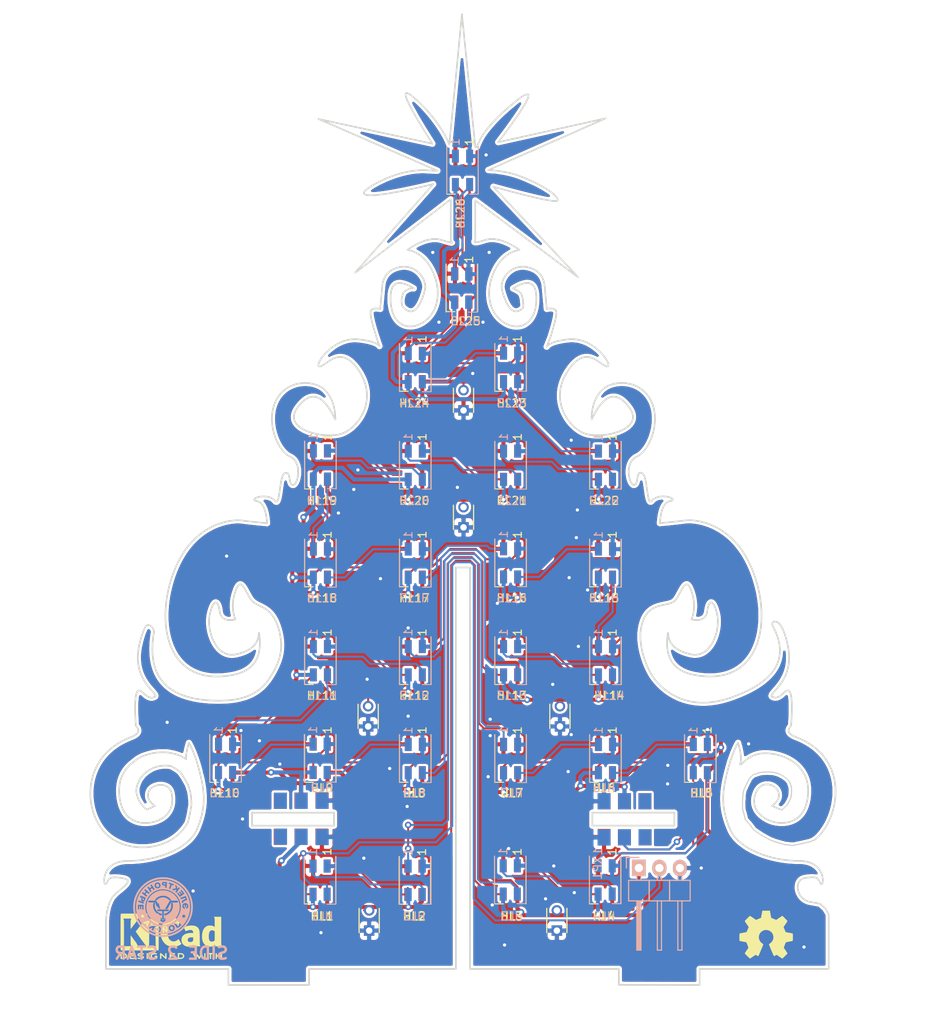
<source format=kicad_pcb>
(kicad_pcb (version 20171130) (host pcbnew "(5.0.0)")
  (layers (0 F.Cu signal) (31 B.Cu signal) (34 B.Paste user) (35 F.Paste user) (36 B.SilkS user) (37 F.SilkS user) (38 B.Mask user) (39 F.Mask user) (44 Edge.Cuts user))
  (net 0 "")
  (net 1 "Net-(HL1-Pad1)")
  (net 2 GND)
  (net 3 VDD)
  (net 4 LED_S)
  (net 5 "Net-(HL2-Pad1)")
  (net 6 "Net-(HL3-Pad1)")
  (net 7 "Net-(HL4-Pad1)")
  (net 8 "Net-(HL5-Pad1)")
  (net 9 "Net-(HL6-Pad1)")
  (net 10 "Net-(HL7-Pad1)")
  (net 11 "Net-(HL10-Pad3)")
  (net 12 "Net-(HL11-Pad3)")
  (net 13 "Net-(HL10-Pad1)")
  (net 14 "Net-(HL11-Pad1)")
  (net 15 "Net-(HL12-Pad1)")
  (net 16 "Net-(HL13-Pad1)")
  (net 17 "Net-(HL14-Pad1)")
  (net 18 "Net-(HL15-Pad1)")
  (net 19 "Net-(HL16-Pad1)")
  (net 20 "Net-(HL17-Pad1)")
  (net 21 "Net-(HL18-Pad1)")
  (net 22 "Net-(HL19-Pad1)")
  (net 23 "Net-(HL20-Pad1)")
  (net 24 "Net-(HL21-Pad1)")
  (net 25 "Net-(HL22-Pad1)")
  (net 26 "Net-(HL23-Pad1)")
  (net 27 "Net-(HL24-Pad1)")
  (net 28 "Net-(HL25-Pad1)")
  (net 29 "Net-(HL26-Pad1)")
  (net 30 "Net-(HL27-Pad1)")
  (net 31 "Net-(HL28-Pad1)")
  (net 32 "Net-(HL29-Pad1)")
  (net 33 "Net-(HL30-Pad1)")
  (net 34 "Net-(HL31-Pad1)")
  (net 35 "Net-(HL32-Pad1)")
  (net 36 "Net-(HL33-Pad1)")
  (net 37 "Net-(HL34-Pad1)")
  (net 38 "Net-(HL35-Pad1)")
  (net 39 "Net-(HL36-Pad1)")
  (net 40 "Net-(HL37-Pad1)")
  (net 41 "Net-(HL38-Pad1)")
  (net 42 "Net-(HL40-Pad1)")
  (net 43 "Net-(HL1-Pad3)")
  (net 44 "Net-(HL2-Pad3)")
  (net 45 "Net-(HL41-Pad1)")
  (net 46 "Net-(HL42-Pad1)")
  (net 47 "Net-(HL43-Pad1)")
  (net 48 "Net-(HL44-Pad1)")
  (net 49 "Net-(HL45-Pad1)")
  (net 50 "Net-(HL46-Pad1)")
  (net 51 "Net-(HL49-Pad1)")
  (net 52 "Net-(HL50-Pad1)")
  (net 53 "Net-(HL39-Pad1)")
  (module Capacitors_ThroughHole:C_Disc_D3_P2.5 (layer F.Cu) (at 140.081 65.024 90)
    (fp_text reference REF** hide)
    (fp_text value C_Disc_D3_P2.5)
    (pad 2 thru_hole circle (at 2.5 0 90) (size 1.3 1.3) (drill 0.8001) (layers *.Cu *.Mask) (net 3 VDD))
    (pad 1 thru_hole rect (at 0 0 90) (size 1.3 1.3) (drill 0.8) (layers *.Cu *.Mask) (net 2 GND))
  )
  (module Capacitors_ThroughHole:C_Disc_D3_P2.5 (layer F.Cu) (at 140.081 79.502 90)
    (fp_text reference REF** hide)
    (fp_text value C_Disc_D3_P2.5)
    (pad 1 thru_hole rect (at 0 0 90) (size 1.3 1.3) (drill 0.8) (layers *.Cu *.Mask) (net 2 GND))
    (pad 2 thru_hole circle (at 2.5 0 90) (size 1.3 1.3) (drill 0.8001) (layers *.Cu *.Mask) (net 3 VDD))
  )
  (module Capacitors_ThroughHole:C_Disc_D3_P2.5 (layer F.Cu) (at 152.019 104.14 90)
    (fp_text reference REF** hide)
    (fp_text value C_Disc_D3_P2.5)
    (pad 1 thru_hole rect (at 0 0 90) (size 1.3 1.3) (drill 0.8) (layers *.Cu *.Mask) (net 2 GND))
    (pad 2 thru_hole circle (at 2.5 0 90) (size 1.3 1.3) (drill 0.8001) (layers *.Cu *.Mask) (net 3 VDD))
  )
  (module Capacitors_ThroughHole:C_Disc_D3_P2.5 (layer F.Cu) (at 128.27 104.14 90)
    (fp_text reference REF** hide)
    (fp_text value C_Disc_D3_P2.5)
    (pad 2 thru_hole circle (at 2.5 0 90) (size 1.3 1.3) (drill 0.8001) (layers *.Cu *.Mask) (net 3 VDD))
    (pad 1 thru_hole rect (at 0 0 90) (size 1.3 1.3) (drill 0.8) (layers *.Cu *.Mask) (net 2 GND))
  )
  (module Capacitors_ThroughHole:C_Disc_D3_P2.5 (layer F.Cu) (at 128.397 129.413 90)
    (fp_text reference REF** hide)
    (fp_text value C_Disc_D3_P2.5)
    (pad 1 thru_hole rect (at 0 0 90) (size 1.3 1.3) (drill 0.8) (layers *.Cu *.Mask) (net 2 GND))
    (pad 2 thru_hole circle (at 2.5 0 90) (size 1.3 1.3) (drill 0.8001) (layers *.Cu *.Mask) (net 3 VDD))
  )
  (module Measurement_Points:Measurement_Point_Square-SMD-Pad_Small (layer F.Cu) (at 117.373907 117.799806 90)
    (fp_text reference REF** hide)
    (fp_text value Measurement_Point_Square-SMD-Pad_Small)
    (pad 1 smd rect (at 0 0 90) (size 2 1.6) (layers F.Cu F.Paste F.Mask))
  )
  (module Measurement_Points:Measurement_Point_Square-SMD-Pad_Small (layer F.Cu) (at 119.952007 117.787106 90)
    (fp_text reference REF** hide)
    (fp_text value Measurement_Point_Square-SMD-Pad_Small)
    (pad 1 smd rect (at 0 0 90) (size 2 1.6) (layers F.Cu F.Paste F.Mask) (net 3 VDD))
  )
  (module Measurement_Points:Measurement_Point_Square-SMD-Pad_Small (layer F.Cu) (at 119.940858 113.32053 90)
    (fp_text reference REF** hide)
    (fp_text value Measurement_Point_Square-SMD-Pad_Small)
    (pad 1 smd rect (at 0 0 90) (size 2 1.6) (layers F.Cu F.Paste F.Mask) (net 3 VDD))
  )
  (module Measurement_Points:Measurement_Point_Square-SMD-Pad_Small (layer F.Cu) (at 122.544358 113.29513 90)
    (fp_text reference REF** hide)
    (fp_text value Measurement_Point_Square-SMD-Pad_Small)
    (pad 1 smd rect (at 0 0 90) (size 2 1.6) (layers F.Cu F.Paste F.Mask) (net 2 GND))
  )
  (module Measurement_Points:Measurement_Point_Square-SMD-Pad_Small (layer F.Cu) (at 122.542807 117.787106 90)
    (fp_text reference REF** hide)
    (fp_text value Measurement_Point_Square-SMD-Pad_Small)
    (pad 1 smd rect (at 0 0 90) (size 2 1.6) (layers F.Cu F.Paste F.Mask) (net 2 GND))
  )
  (module Measurement_Points:Measurement_Point_Square-SMD-Pad_Small (layer F.Cu) (at 117.388158 113.34593 90)
    (fp_text reference REF** hide)
    (fp_text value Measurement_Point_Square-SMD-Pad_Small)
    (pad 1 smd rect (at 0 0 90) (size 2 1.6) (layers F.Cu F.Paste F.Mask))
  )
  (module Measurement_Points:Measurement_Point_Square-SMD-Pad_Small (layer B.Cu) (at 117.425751 117.788676 270)
    (fp_text reference REF** hide)
    (fp_text value Measurement_Point_Square-SMD-Pad_Small)
    (pad 1 smd rect (at 0 0 270) (size 2 1.6) (layers B.Cu B.Paste B.Mask))
  )
  (module Measurement_Points:Measurement_Point_Square-SMD-Pad_Small (layer B.Cu) (at 117.4115 113.3348 270)
    (fp_text reference REF** hide)
    (fp_text value Measurement_Point_Square-SMD-Pad_Small)
    (pad 1 smd rect (at 0 0 270) (size 2 1.6) (layers B.Cu B.Paste B.Mask))
  )
  (module Measurement_Points:Measurement_Point_Square-SMD-Pad_Small (layer B.Cu) (at 119.978451 117.814076 270)
    (fp_text reference REF** hide)
    (fp_text value Measurement_Point_Square-SMD-Pad_Small)
    (pad 1 smd rect (at 0 0 270) (size 2 1.6) (layers B.Cu B.Paste B.Mask) (net 3 VDD))
  )
  (module Measurement_Points:Measurement_Point_Square-SMD-Pad_Small (layer B.Cu) (at 119.9896 113.3475 270)
    (fp_text reference REF** hide)
    (fp_text value Measurement_Point_Square-SMD-Pad_Small)
    (pad 1 smd rect (at 0 0 270) (size 2 1.6) (layers B.Cu B.Paste B.Mask) (net 3 VDD))
  )
  (module Measurement_Points:Measurement_Point_Square-SMD-Pad_Small (layer B.Cu) (at 122.581951 117.839476 270)
    (fp_text reference REF** hide)
    (fp_text value Measurement_Point_Square-SMD-Pad_Small)
    (pad 1 smd rect (at 0 0 270) (size 2 1.6) (layers B.Cu B.Paste B.Mask) (net 2 GND))
  )
  (module Measurement_Points:Measurement_Point_Square-SMD-Pad_Small (layer B.Cu) (at 122.5804 113.3475 270)
    (fp_text reference REF** hide)
    (fp_text value Measurement_Point_Square-SMD-Pad_Small)
    (pad 1 smd rect (at 0 0 270) (size 2 1.6) (layers B.Cu B.Paste B.Mask) (net 2 GND))
  )
  (module Measurement_Points:Measurement_Point_Square-SMD-Pad_Small (layer B.Cu) (at 162.561551 117.852176 270)
    (fp_text reference REF** hide)
    (fp_text value Measurement_Point_Square-SMD-Pad_Small)
    (pad 1 smd rect (at 0 0 270) (size 2 1.6) (layers B.Cu B.Paste B.Mask))
  )
  (module Measurement_Points:Measurement_Point_Square-SMD-Pad_Small (layer B.Cu) (at 160.008851 117.864876 270)
    (fp_text reference REF** hide)
    (fp_text value Measurement_Point_Square-SMD-Pad_Small)
    (pad 1 smd rect (at 0 0 270) (size 2 1.6) (layers B.Cu B.Paste B.Mask) (net 3 VDD))
  )
  (module Measurement_Points:Measurement_Point_Square-SMD-Pad_Small (layer B.Cu) (at 157.481551 117.890276 270)
    (fp_text reference REF** hide)
    (fp_text value Measurement_Point_Square-SMD-Pad_Small)
    (pad 1 smd rect (at 0 0 270) (size 2 1.6) (layers B.Cu B.Paste B.Mask) (net 2 GND))
  )
  (module Measurement_Points:Measurement_Point_Square-SMD-Pad_Small (layer B.Cu) (at 162.5473 113.3983 270)
    (fp_text reference REF** hide)
    (fp_text value Measurement_Point_Square-SMD-Pad_Small)
    (pad 1 smd rect (at 0 0 270) (size 2 1.6) (layers B.Cu B.Paste B.Mask))
  )
  (module Measurement_Points:Measurement_Point_Square-SMD-Pad_Small (layer B.Cu) (at 157.48 113.3983 270)
    (fp_text reference REF** hide)
    (fp_text value Measurement_Point_Square-SMD-Pad_Small)
    (pad 1 smd rect (at 0 0 270) (size 2 1.6) (layers B.Cu B.Paste B.Mask) (net 2 GND))
  )
  (module Measurement_Points:Measurement_Point_Square-SMD-Pad_Small (layer B.Cu) (at 160.02 113.3983 270)
    (fp_text reference REF** hide)
    (fp_text value Measurement_Point_Square-SMD-Pad_Small)
    (pad 1 smd rect (at 0 0 270) (size 2 1.6) (layers B.Cu B.Paste B.Mask) (net 3 VDD))
  )
  (module Measurement_Points:Measurement_Point_Square-SMD-Pad_Small (layer F.Cu) (at 162.56 117.8687 90)
    (fp_text reference REF** hide)
    (fp_text value Measurement_Point_Square-SMD-Pad_Small)
    (pad 1 smd rect (at 0 0 90) (size 2 1.6) (layers F.Cu F.Paste F.Mask))
  )
  (module Measurement_Points:Measurement_Point_Square-SMD-Pad_Small (layer F.Cu) (at 160.0073 117.856 90)
    (fp_text reference REF** hide)
    (fp_text value Measurement_Point_Square-SMD-Pad_Small)
    (pad 1 smd rect (at 0 0 90) (size 2 1.6) (layers F.Cu F.Paste F.Mask) (net 3 VDD))
  )
  (module Measurement_Points:Measurement_Point_Square-SMD-Pad_Small (layer F.Cu) (at 157.48 117.8306 90)
    (fp_text reference REF** hide)
    (fp_text value Measurement_Point_Square-SMD-Pad_Small)
    (pad 1 smd rect (at 0 0 90) (size 2 1.6) (layers F.Cu F.Paste F.Mask) (net 2 GND))
  )
  (module LED_SMD:LED_SK6812MINI_PLCC4_3.5x3.5mm_P1.75mm (layer F.Cu) (at 169.4 108.1 270)
    (fp_text reference HL5 (at 4.295 -0.145) (layer F.SilkS) (effects (font (thickness 0.2))))
    (fp_text value SK6812MINI)
    (fp_text user 1 (at -3.5 -0.875 270) (layer F.SilkS))
    (pad 1 smd rect (at -1.75 -0.875 270) (size 1.6 0.85) (layers F.Cu F.Paste F.Mask) (net 1 "Net-(HL1-Pad1)"))
    (pad 2 smd rect (at -1.75 0.875 270) (size 1.6 0.85) (layers F.Cu F.Paste F.Mask) (net 2 GND))
    (pad 4 smd rect (at 1.75 -0.875 270) (size 1.6 0.85) (layers F.Cu F.Paste F.Mask) (net 3 VDD))
    (pad 3 smd rect (at 1.75 0.875 270) (size 1.6 0.85) (layers F.Cu F.Paste F.Mask) (net 43 "Net-(HL1-Pad3)"))
  )
  (module LED_SMD:LED_SK6812MINI_PLCC4_3.5x3.5mm_P1.75mm (layer B.Cu) (at 169.418 108.1405 270)
    (fp_text reference HL5 (at 4.2545 -0.127) (layer B.SilkS) (effects (justify mirror)))
    (fp_text value SK6812MINI)
    (fp_text user 1 (at -3.5 0.875 270) (layer B.SilkS) (effects (justify mirror)))
    (pad 1 smd rect (at -1.75 0.875 270) (size 1.6 0.85) (layers B.Cu B.Paste B.Mask) (net 5 "Net-(HL2-Pad1)"))
    (pad 2 smd rect (at -1.75 -0.875 270) (size 1.6 0.85) (layers B.Cu B.Paste B.Mask) (net 2 GND))
    (pad 4 smd rect (at 1.75 0.875 270) (size 1.6 0.85) (layers B.Cu B.Paste B.Mask) (net 3 VDD))
    (pad 3 smd rect (at 1.75 -0.875 270) (size 1.6 0.85) (layers B.Cu B.Paste B.Mask) (net 44 "Net-(HL2-Pad3)"))
  )
  (module LED_SMD:LED_SK6812MINI_PLCC4_3.5x3.5mm_P1.75mm (layer F.Cu) (at 157.65 108.1 270)
    (fp_text reference HL6 (at 3.66 0.17) (layer F.SilkS) (effects (font (thickness 0.2))))
    (fp_text value SK6812MINI)
    (fp_text user 1 (at -3.5 -0.875 270) (layer F.SilkS))
    (pad 3 smd rect (at 1.75 0.875 270) (size 1.6 0.85) (layers F.Cu F.Paste F.Mask) (net 1 "Net-(HL1-Pad1)"))
    (pad 4 smd rect (at 1.75 -0.875 270) (size 1.6 0.85) (layers F.Cu F.Paste F.Mask) (net 3 VDD))
    (pad 2 smd rect (at -1.75 0.875 270) (size 1.6 0.85) (layers F.Cu F.Paste F.Mask) (net 2 GND))
    (pad 1 smd rect (at -1.75 -0.875 270) (size 1.6 0.85) (layers F.Cu F.Paste F.Mask) (net 6 "Net-(HL3-Pad1)"))
  )
  (module LED_SMD:LED_SK6812MINI_PLCC4_3.5x3.5mm_P1.75mm (layer B.Cu) (at 157.6705 108.1405 270)
    (fp_text reference HL6 (at 3.6195 0.1905) (layer B.SilkS) (effects (justify mirror)))
    (fp_text value SK6812MINI)
    (fp_text user 1 (at -3.5 0.875 270) (layer B.SilkS) (effects (justify mirror)))
    (pad 3 smd rect (at 1.75 -0.875 270) (size 1.6 0.85) (layers B.Cu B.Paste B.Mask) (net 5 "Net-(HL2-Pad1)"))
    (pad 4 smd rect (at 1.75 0.875 270) (size 1.6 0.85) (layers B.Cu B.Paste B.Mask) (net 3 VDD))
    (pad 2 smd rect (at -1.75 -0.875 270) (size 1.6 0.85) (layers B.Cu B.Paste B.Mask) (net 2 GND))
    (pad 1 smd rect (at -1.75 0.875 270) (size 1.6 0.85) (layers B.Cu B.Paste B.Mask) (net 7 "Net-(HL4-Pad1)"))
  )
  (module LED_SMD:LED_SK6812MINI_PLCC4_3.5x3.5mm_P1.75mm (layer F.Cu) (at 145.9 108.1 270)
    (fp_text reference HL7 (at 4.295 -0.15) (layer F.SilkS) (effects (font (thickness 0.2))))
    (fp_text value SK6812MINI)
    (fp_text user 1 (at -3.5 -0.875 270) (layer F.SilkS))
    (pad 1 smd rect (at -1.75 -0.875 270) (size 1.6 0.85) (layers F.Cu F.Paste F.Mask) (net 8 "Net-(HL5-Pad1)"))
    (pad 2 smd rect (at -1.75 0.875 270) (size 1.6 0.85) (layers F.Cu F.Paste F.Mask) (net 2 GND))
    (pad 4 smd rect (at 1.75 -0.875 270) (size 1.6 0.85) (layers F.Cu F.Paste F.Mask) (net 3 VDD))
    (pad 3 smd rect (at 1.75 0.875 270) (size 1.6 0.85) (layers F.Cu F.Paste F.Mask) (net 6 "Net-(HL3-Pad1)"))
  )
  (module LED_SMD:LED_SK6812MINI_PLCC4_3.5x3.5mm_P1.75mm (layer B.Cu) (at 145.923 108.1405 270)
    (fp_text reference HL7 (at 4.2545 -0.127) (layer B.SilkS) (effects (justify mirror)))
    (fp_text value SK6812MINI)
    (fp_text user 1 (at -3.5 0.875 270) (layer B.SilkS) (effects (justify mirror)))
    (pad 1 smd rect (at -1.75 0.875 270) (size 1.6 0.85) (layers B.Cu B.Paste B.Mask) (net 9 "Net-(HL6-Pad1)"))
    (pad 2 smd rect (at -1.75 -0.875 270) (size 1.6 0.85) (layers B.Cu B.Paste B.Mask) (net 2 GND))
    (pad 4 smd rect (at 1.75 0.875 270) (size 1.6 0.85) (layers B.Cu B.Paste B.Mask) (net 3 VDD))
    (pad 3 smd rect (at 1.75 -0.875 270) (size 1.6 0.85) (layers B.Cu B.Paste B.Mask) (net 7 "Net-(HL4-Pad1)"))
  )
  (module LED_SMD:LED_SK6812MINI_PLCC4_3.5x3.5mm_P1.75mm (layer F.Cu) (at 134.1 108.1 270)
    (fp_text reference HL8 (at 4.295 0.115) (layer F.SilkS) (effects (font (thickness 0.2))))
    (fp_text value SK6812MINI)
    (fp_text user 1 (at -3.5 -0.875 270) (layer F.SilkS))
    (pad 3 smd rect (at 1.75 0.875 270) (size 1.6 0.85) (layers F.Cu F.Paste F.Mask) (net 8 "Net-(HL5-Pad1)"))
    (pad 4 smd rect (at 1.75 -0.875 270) (size 1.6 0.85) (layers F.Cu F.Paste F.Mask) (net 3 VDD))
    (pad 2 smd rect (at -1.75 0.875 270) (size 1.6 0.85) (layers F.Cu F.Paste F.Mask) (net 2 GND))
    (pad 1 smd rect (at -1.75 -0.875 270) (size 1.6 0.85) (layers F.Cu F.Paste F.Mask) (net 10 "Net-(HL7-Pad1)"))
  )
  (module LED_SMD:LED_SK6812MINI_PLCC4_3.5x3.5mm_P1.75mm (layer B.Cu) (at 134.112 108.1405 270)
    (fp_text reference HL8 (at 4.2545 0.127) (layer B.SilkS) (effects (justify mirror)))
    (fp_text value SK6812MINI)
    (fp_text user 1 (at -3.5 0.875 270) (layer B.SilkS) (effects (justify mirror)))
    (pad 3 smd rect (at 1.75 -0.875 270) (size 1.6 0.85) (layers B.Cu B.Paste B.Mask) (net 9 "Net-(HL6-Pad1)"))
    (pad 4 smd rect (at 1.75 0.875 270) (size 1.6 0.85) (layers B.Cu B.Paste B.Mask) (net 3 VDD))
    (pad 2 smd rect (at -1.75 -0.875 270) (size 1.6 0.85) (layers B.Cu B.Paste B.Mask) (net 2 GND))
    (pad 1 smd rect (at -1.75 0.875 270) (size 1.6 0.85) (layers B.Cu B.Paste B.Mask) (net 11 "Net-(HL10-Pad3)"))
  )
  (module LED_SMD:LED_SK6812MINI_PLCC4_3.5x3.5mm_P1.75mm (layer F.Cu) (at 122.35 108.1 270)
    (fp_text reference HL9 (at 3.66 -0.205) (layer F.SilkS))
    (fp_text value SK6812MINI)
    (fp_text user 1 (at -3.5 -0.875 270) (layer F.SilkS))
    (pad 1 smd rect (at -1.75 -0.875 270) (size 1.6 0.85) (layers F.Cu F.Paste F.Mask) (net 12 "Net-(HL11-Pad3)"))
    (pad 2 smd rect (at -1.75 0.875 270) (size 1.6 0.85) (layers F.Cu F.Paste F.Mask) (net 2 GND))
    (pad 4 smd rect (at 1.75 -0.875 270) (size 1.6 0.85) (layers F.Cu F.Paste F.Mask) (net 3 VDD))
    (pad 3 smd rect (at 1.75 0.875 270) (size 1.6 0.85) (layers F.Cu F.Paste F.Mask) (net 10 "Net-(HL7-Pad1)"))
  )
  (module LED_SMD:LED_SK6812MINI_PLCC4_3.5x3.5mm_P1.75mm (layer F.Cu) (at 110.6 108.1 270)
    (fp_text reference HL10 (at 4.295 0.11) (layer F.SilkS))
    (fp_text value SK6812MINI)
    (fp_text user 1 (at -3.5 -0.875 270) (layer F.SilkS))
    (pad 1 smd rect (at -1.75 -0.875 270) (size 1.6 0.85) (layers F.Cu F.Paste F.Mask) (net 14 "Net-(HL11-Pad1)"))
    (pad 2 smd rect (at -1.75 0.875 270) (size 1.6 0.85) (layers F.Cu F.Paste F.Mask) (net 2 GND))
    (pad 4 smd rect (at 1.75 -0.875 270) (size 1.6 0.85) (layers F.Cu F.Paste F.Mask) (net 3 VDD))
    (pad 3 smd rect (at 1.75 0.875 270) (size 1.6 0.85) (layers F.Cu F.Paste F.Mask) (net 12 "Net-(HL11-Pad3)"))
  )
  (module LED_SMD:LED_SK6812MINI_PLCC4_3.5x3.5mm_P1.75mm (layer B.Cu) (at 110.617 108.077 270)
    (fp_text reference HL10 (at 4.318 0.127) (layer B.SilkS) (effects (justify mirror)))
    (fp_text value SK6812MINI)
    (fp_text user 1 (at -3.5 0.875 270) (layer B.SilkS) (effects (justify mirror)))
    (pad 3 smd rect (at 1.75 -0.875 270) (size 1.6 0.85) (layers B.Cu B.Paste B.Mask) (net 13 "Net-(HL10-Pad1)"))
    (pad 4 smd rect (at 1.75 0.875 270) (size 1.6 0.85) (layers B.Cu B.Paste B.Mask) (net 3 VDD))
    (pad 2 smd rect (at -1.75 -0.875 270) (size 1.6 0.85) (layers B.Cu B.Paste B.Mask) (net 2 GND))
    (pad 1 smd rect (at -1.75 0.875 270) (size 1.6 0.85) (layers B.Cu B.Paste B.Mask) (net 15 "Net-(HL12-Pad1)"))
  )
  (module LED_SMD:LED_SK6812MINI_PLCC4_3.5x3.5mm_P1.75mm (layer F.Cu) (at 122.35 96 270)
    (fp_text reference HL11 (at 4.33 -0.205) (layer F.SilkS))
    (fp_text value SK6812MINI)
    (fp_text user 1 (at -3.5 -0.875 270) (layer F.SilkS))
    (pad 3 smd rect (at 1.75 0.875 270) (size 1.6 0.85) (layers F.Cu F.Paste F.Mask) (net 14 "Net-(HL11-Pad1)"))
    (pad 4 smd rect (at 1.75 -0.875 270) (size 1.6 0.85) (layers F.Cu F.Paste F.Mask) (net 3 VDD))
    (pad 2 smd rect (at -1.75 0.875 270) (size 1.6 0.85) (layers F.Cu F.Paste F.Mask) (net 2 GND))
    (pad 1 smd rect (at -1.75 -0.875 270) (size 1.6 0.85) (layers F.Cu F.Paste F.Mask) (net 16 "Net-(HL13-Pad1)"))
  )
  (module LED_SMD:LED_SK6812MINI_PLCC4_3.5x3.5mm_P1.75mm (layer B.Cu) (at 122.3645 96.012 270)
    (fp_text reference HL11 (at 4.318 -0.1905) (layer B.SilkS) (effects (justify mirror)))
    (fp_text value SK6812MINI)
    (fp_text user 1 (at -3.5 0.875 270) (layer B.SilkS) (effects (justify mirror)))
    (pad 1 smd rect (at -1.75 0.875 270) (size 1.6 0.85) (layers B.Cu B.Paste B.Mask) (net 17 "Net-(HL14-Pad1)"))
    (pad 2 smd rect (at -1.75 -0.875 270) (size 1.6 0.85) (layers B.Cu B.Paste B.Mask) (net 2 GND))
    (pad 4 smd rect (at 1.75 0.875 270) (size 1.6 0.85) (layers B.Cu B.Paste B.Mask) (net 3 VDD))
    (pad 3 smd rect (at 1.75 -0.875 270) (size 1.6 0.85) (layers B.Cu B.Paste B.Mask) (net 15 "Net-(HL12-Pad1)"))
  )
  (module LED_SMD:LED_SK6812MINI_PLCC4_3.5x3.5mm_P1.75mm (layer F.Cu) (at 134.1 96 270)
    (fp_text reference HL12 (at 4.33 0.115) (layer F.SilkS))
    (fp_text value SK6812MINI)
    (fp_text user 1 (at -3.5 -0.875 270) (layer F.SilkS))
    (pad 1 smd rect (at -1.75 -0.875 270) (size 1.6 0.85) (layers F.Cu F.Paste F.Mask) (net 18 "Net-(HL15-Pad1)"))
    (pad 2 smd rect (at -1.75 0.875 270) (size 1.6 0.85) (layers F.Cu F.Paste F.Mask) (net 2 GND))
    (pad 4 smd rect (at 1.75 -0.875 270) (size 1.6 0.85) (layers F.Cu F.Paste F.Mask) (net 3 VDD))
    (pad 3 smd rect (at 1.75 0.875 270) (size 1.6 0.85) (layers F.Cu F.Paste F.Mask) (net 16 "Net-(HL13-Pad1)"))
  )
  (module LED_SMD:LED_SK6812MINI_PLCC4_3.5x3.5mm_P1.75mm (layer B.Cu) (at 134.112 96.012 270)
    (fp_text reference HL12 (at 4.318 0.127) (layer B.SilkS) (effects (justify mirror)))
    (fp_text value SK6812MINI)
    (fp_text user 1 (at -3.5 0.875 270) (layer B.SilkS) (effects (justify mirror)))
    (pad 3 smd rect (at 1.75 -0.875 270) (size 1.6 0.85) (layers B.Cu B.Paste B.Mask) (net 17 "Net-(HL14-Pad1)"))
    (pad 4 smd rect (at 1.75 0.875 270) (size 1.6 0.85) (layers B.Cu B.Paste B.Mask) (net 3 VDD))
    (pad 2 smd rect (at -1.75 -0.875 270) (size 1.6 0.85) (layers B.Cu B.Paste B.Mask) (net 2 GND))
    (pad 1 smd rect (at -1.75 0.875 270) (size 1.6 0.85) (layers B.Cu B.Paste B.Mask) (net 19 "Net-(HL16-Pad1)"))
  )
  (module LED_SMD:LED_SK6812MINI_PLCC4_3.5x3.5mm_P1.75mm (layer F.Cu) (at 145.9 96 270)
    (fp_text reference HL13 (at 4.33 -0.15) (layer F.SilkS))
    (fp_text value SK6812MINI)
    (fp_text user 1 (at -3.5 -0.875 270) (layer F.SilkS))
    (pad 3 smd rect (at 1.75 0.875 270) (size 1.6 0.85) (layers F.Cu F.Paste F.Mask) (net 18 "Net-(HL15-Pad1)"))
    (pad 4 smd rect (at 1.75 -0.875 270) (size 1.6 0.85) (layers F.Cu F.Paste F.Mask) (net 3 VDD))
    (pad 2 smd rect (at -1.75 0.875 270) (size 1.6 0.85) (layers F.Cu F.Paste F.Mask) (net 2 GND))
    (pad 1 smd rect (at -1.75 -0.875 270) (size 1.6 0.85) (layers F.Cu F.Paste F.Mask) (net 20 "Net-(HL17-Pad1)"))
  )
  (module LED_SMD:LED_SK6812MINI_PLCC4_3.5x3.5mm_P1.75mm (layer B.Cu) (at 145.923 96.012 270)
    (fp_text reference HL13 (at 4.318 -0.127) (layer B.SilkS) (effects (justify mirror)))
    (fp_text value SK6812MINI)
    (fp_text user 1 (at -3.5 0.875 270) (layer B.SilkS) (effects (justify mirror)))
    (pad 1 smd rect (at -1.75 0.875 270) (size 1.6 0.85) (layers B.Cu B.Paste B.Mask) (net 21 "Net-(HL18-Pad1)"))
    (pad 2 smd rect (at -1.75 -0.875 270) (size 1.6 0.85) (layers B.Cu B.Paste B.Mask) (net 2 GND))
    (pad 4 smd rect (at 1.75 0.875 270) (size 1.6 0.85) (layers B.Cu B.Paste B.Mask) (net 3 VDD))
    (pad 3 smd rect (at 1.75 -0.875 270) (size 1.6 0.85) (layers B.Cu B.Paste B.Mask) (net 19 "Net-(HL16-Pad1)"))
  )
  (module LED_SMD:LED_SK6812MINI_PLCC4_3.5x3.5mm_P1.75mm (layer F.Cu) (at 157.65 96 270)
    (fp_text reference HL14 (at 4.33 -0.465) (layer F.SilkS))
    (fp_text value SK6812MINI)
    (fp_text user 1 (at -3.5 -0.875 270) (layer F.SilkS))
    (pad 1 smd rect (at -1.75 -0.875 270) (size 1.6 0.85) (layers F.Cu F.Paste F.Mask) (net 22 "Net-(HL19-Pad1)"))
    (pad 2 smd rect (at -1.75 0.875 270) (size 1.6 0.85) (layers F.Cu F.Paste F.Mask) (net 2 GND))
    (pad 4 smd rect (at 1.75 -0.875 270) (size 1.6 0.85) (layers F.Cu F.Paste F.Mask) (net 3 VDD))
    (pad 3 smd rect (at 1.75 0.875 270) (size 1.6 0.85) (layers F.Cu F.Paste F.Mask) (net 20 "Net-(HL17-Pad1)"))
  )
  (module LED_SMD:LED_SK6812MINI_PLCC4_3.5x3.5mm_P1.75mm (layer B.Cu) (at 157.6705 96.012 270)
    (fp_text reference HL14 (at 4.318 -0.4445) (layer B.SilkS) (effects (justify mirror)))
    (fp_text value SK6812MINI)
    (fp_text user 1 (at -3.5 0.875 270) (layer B.SilkS) (effects (justify mirror)))
    (pad 3 smd rect (at 1.75 -0.875 270) (size 1.6 0.85) (layers B.Cu B.Paste B.Mask) (net 21 "Net-(HL18-Pad1)"))
    (pad 4 smd rect (at 1.75 0.875 270) (size 1.6 0.85) (layers B.Cu B.Paste B.Mask) (net 3 VDD))
    (pad 2 smd rect (at -1.75 -0.875 270) (size 1.6 0.85) (layers B.Cu B.Paste B.Mask) (net 2 GND))
    (pad 1 smd rect (at -1.75 0.875 270) (size 1.6 0.85) (layers B.Cu B.Paste B.Mask) (net 23 "Net-(HL20-Pad1)"))
  )
  (module LED_SMD:LED_SK6812MINI_PLCC4_3.5x3.5mm_P1.75mm (layer F.Cu) (at 157.65 83.9 270)
    (fp_text reference HL15 (at 4.365 0.17) (layer F.SilkS))
    (fp_text value SK6812MINI)
    (fp_text user 1 (at -3.5 -0.875 270) (layer F.SilkS))
    (pad 3 smd rect (at 1.75 0.875 270) (size 1.6 0.85) (layers F.Cu F.Paste F.Mask) (net 22 "Net-(HL19-Pad1)"))
    (pad 4 smd rect (at 1.75 -0.875 270) (size 1.6 0.85) (layers F.Cu F.Paste F.Mask) (net 3 VDD))
    (pad 2 smd rect (at -1.75 0.875 270) (size 1.6 0.85) (layers F.Cu F.Paste F.Mask) (net 2 GND))
    (pad 1 smd rect (at -1.75 -0.875 270) (size 1.6 0.85) (layers F.Cu F.Paste F.Mask) (net 24 "Net-(HL21-Pad1)"))
  )
  (module LED_SMD:LED_SK6812MINI_PLCC4_3.5x3.5mm_P1.75mm (layer B.Cu) (at 157.6705 83.947 270)
    (fp_text reference HL15 (at 4.318 0.1905) (layer B.SilkS) (effects (justify mirror)))
    (fp_text value SK6812MINI)
    (fp_text user 1 (at -3.5 0.875 270) (layer B.SilkS) (effects (justify mirror)))
    (pad 1 smd rect (at -1.75 0.875 270) (size 1.6 0.85) (layers B.Cu B.Paste B.Mask) (net 25 "Net-(HL22-Pad1)"))
    (pad 2 smd rect (at -1.75 -0.875 270) (size 1.6 0.85) (layers B.Cu B.Paste B.Mask) (net 2 GND))
    (pad 4 smd rect (at 1.75 0.875 270) (size 1.6 0.85) (layers B.Cu B.Paste B.Mask) (net 3 VDD))
    (pad 3 smd rect (at 1.75 -0.875 270) (size 1.6 0.85) (layers B.Cu B.Paste B.Mask) (net 23 "Net-(HL20-Pad1)"))
  )
  (module LED_SMD:LED_SK6812MINI_PLCC4_3.5x3.5mm_P1.75mm (layer F.Cu) (at 145.9 83.9 270)
    (fp_text reference HL16 (at 4.365 -0.15) (layer F.SilkS))
    (fp_text value SK6812MINI)
    (fp_text user 1 (at -3.5 -0.875 270) (layer F.SilkS))
    (pad 1 smd rect (at -1.75 -0.875 270) (size 1.6 0.85) (layers F.Cu F.Paste F.Mask) (net 26 "Net-(HL23-Pad1)"))
    (pad 2 smd rect (at -1.75 0.875 270) (size 1.6 0.85) (layers F.Cu F.Paste F.Mask) (net 2 GND))
    (pad 4 smd rect (at 1.75 -0.875 270) (size 1.6 0.85) (layers F.Cu F.Paste F.Mask) (net 3 VDD))
    (pad 3 smd rect (at 1.75 0.875 270) (size 1.6 0.85) (layers F.Cu F.Paste F.Mask) (net 24 "Net-(HL21-Pad1)"))
  )
  (module LED_SMD:LED_SK6812MINI_PLCC4_3.5x3.5mm_P1.75mm (layer B.Cu) (at 145.923 83.8835 270)
    (fp_text reference HL16 (at 4.3815 -0.127) (layer B.SilkS) (effects (justify mirror)))
    (fp_text value SK6812MINI)
    (fp_text user 1 (at -3.5 0.875 270) (layer B.SilkS) (effects (justify mirror)))
    (pad 3 smd rect (at 1.75 -0.875 270) (size 1.6 0.85) (layers B.Cu B.Paste B.Mask) (net 25 "Net-(HL22-Pad1)"))
    (pad 4 smd rect (at 1.75 0.875 270) (size 1.6 0.85) (layers B.Cu B.Paste B.Mask) (net 3 VDD))
    (pad 2 smd rect (at -1.75 -0.875 270) (size 1.6 0.85) (layers B.Cu B.Paste B.Mask) (net 2 GND))
    (pad 1 smd rect (at -1.75 0.875 270) (size 1.6 0.85) (layers B.Cu B.Paste B.Mask) (net 27 "Net-(HL24-Pad1)"))
  )
  (module LED_SMD:LED_SK6812MINI_PLCC4_3.5x3.5mm_P1.75mm (layer F.Cu) (at 134.1 83.9 270)
    (fp_text reference HL17 (at 4.365 0.115) (layer F.SilkS))
    (fp_text value SK6812MINI)
    (fp_text user 1 (at -3.5 -0.875 270) (layer F.SilkS))
    (pad 3 smd rect (at 1.75 0.875 270) (size 1.6 0.85) (layers F.Cu F.Paste F.Mask) (net 26 "Net-(HL23-Pad1)"))
    (pad 4 smd rect (at 1.75 -0.875 270) (size 1.6 0.85) (layers F.Cu F.Paste F.Mask) (net 3 VDD))
    (pad 2 smd rect (at -1.75 0.875 270) (size 1.6 0.85) (layers F.Cu F.Paste F.Mask) (net 2 GND))
    (pad 1 smd rect (at -1.75 -0.875 270) (size 1.6 0.85) (layers F.Cu F.Paste F.Mask) (net 28 "Net-(HL25-Pad1)"))
  )
  (module LED_SMD:LED_SK6812MINI_PLCC4_3.5x3.5mm_P1.75mm (layer B.Cu) (at 134.112 83.947 270)
    (fp_text reference HL17 (at 4.318 0.127) (layer B.SilkS) (effects (justify mirror)))
    (fp_text value SK6812MINI)
    (fp_text user 1 (at -3.5 0.875 270) (layer B.SilkS) (effects (justify mirror)))
    (pad 1 smd rect (at -1.75 0.875 270) (size 1.6 0.85) (layers B.Cu B.Paste B.Mask) (net 29 "Net-(HL26-Pad1)"))
    (pad 2 smd rect (at -1.75 -0.875 270) (size 1.6 0.85) (layers B.Cu B.Paste B.Mask) (net 2 GND))
    (pad 4 smd rect (at 1.75 0.875 270) (size 1.6 0.85) (layers B.Cu B.Paste B.Mask) (net 3 VDD))
    (pad 3 smd rect (at 1.75 -0.875 270) (size 1.6 0.85) (layers B.Cu B.Paste B.Mask) (net 27 "Net-(HL24-Pad1)"))
  )
  (module LED_SMD:LED_SK6812MINI_PLCC4_3.5x3.5mm_P1.75mm (layer F.Cu) (at 122.35 83.9 270)
    (fp_text reference HL18 (at 4.365 -0.205) (layer F.SilkS))
    (fp_text value SK6812MINI)
    (fp_text user 1 (at -3.5 -0.875 270) (layer F.SilkS))
    (pad 1 smd rect (at -1.75 -0.875 270) (size 1.6 0.85) (layers F.Cu F.Paste F.Mask) (net 30 "Net-(HL27-Pad1)"))
    (pad 2 smd rect (at -1.75 0.875 270) (size 1.6 0.85) (layers F.Cu F.Paste F.Mask) (net 2 GND))
    (pad 4 smd rect (at 1.75 -0.875 270) (size 1.6 0.85) (layers F.Cu F.Paste F.Mask) (net 3 VDD))
    (pad 3 smd rect (at 1.75 0.875 270) (size 1.6 0.85) (layers F.Cu F.Paste F.Mask) (net 28 "Net-(HL25-Pad1)"))
  )
  (module LED_SMD:LED_SK6812MINI_PLCC4_3.5x3.5mm_P1.75mm (layer B.Cu) (at 122.3645 83.947 270)
    (fp_text reference HL18 (at 4.318 -0.1905) (layer B.SilkS) (effects (justify mirror)))
    (fp_text value SK6812MINI)
    (fp_text user 1 (at -3.5 0.875 270) (layer B.SilkS) (effects (justify mirror)))
    (pad 3 smd rect (at 1.75 -0.875 270) (size 1.6 0.85) (layers B.Cu B.Paste B.Mask) (net 29 "Net-(HL26-Pad1)"))
    (pad 4 smd rect (at 1.75 0.875 270) (size 1.6 0.85) (layers B.Cu B.Paste B.Mask) (net 3 VDD))
    (pad 2 smd rect (at -1.75 -0.875 270) (size 1.6 0.85) (layers B.Cu B.Paste B.Mask) (net 2 GND))
    (pad 1 smd rect (at -1.75 0.875 270) (size 1.6 0.85) (layers B.Cu B.Paste B.Mask) (net 31 "Net-(HL28-Pad1)"))
  )
  (module LED_SMD:LED_SK6812MINI_PLCC4_3.5x3.5mm_P1.75mm (layer F.Cu) (at 122.35 71.8 270)
    (fp_text reference HL19 (at 4.4 -0.205) (layer F.SilkS))
    (fp_text value SK6812MINI)
    (fp_text user 1 (at -3.5 -0.875 270) (layer F.SilkS))
    (pad 3 smd rect (at 1.75 0.875 270) (size 1.6 0.85) (layers F.Cu F.Paste F.Mask) (net 30 "Net-(HL27-Pad1)"))
    (pad 4 smd rect (at 1.75 -0.875 270) (size 1.6 0.85) (layers F.Cu F.Paste F.Mask) (net 3 VDD))
    (pad 2 smd rect (at -1.75 0.875 270) (size 1.6 0.85) (layers F.Cu F.Paste F.Mask) (net 2 GND))
    (pad 1 smd rect (at -1.75 -0.875 270) (size 1.6 0.85) (layers F.Cu F.Paste F.Mask) (net 32 "Net-(HL29-Pad1)"))
  )
  (module LED_SMD:LED_SK6812MINI_PLCC4_3.5x3.5mm_P1.75mm (layer B.Cu) (at 122.3645 71.755 270)
    (fp_text reference HL19 (at 4.445 -0.1905) (layer B.SilkS) (effects (justify mirror)))
    (fp_text value SK6812MINI)
    (fp_text user 1 (at -3.5 0.875 270) (layer B.SilkS) (effects (justify mirror)))
    (pad 3 smd rect (at 1.75 -0.875 270) (size 1.6 0.85) (layers B.Cu B.Paste B.Mask) (net 31 "Net-(HL28-Pad1)"))
    (pad 4 smd rect (at 1.75 0.875 270) (size 1.6 0.85) (layers B.Cu B.Paste B.Mask) (net 3 VDD))
    (pad 2 smd rect (at -1.75 -0.875 270) (size 1.6 0.85) (layers B.Cu B.Paste B.Mask) (net 2 GND))
    (pad 1 smd rect (at -1.75 0.875 270) (size 1.6 0.85) (layers B.Cu B.Paste B.Mask) (net 33 "Net-(HL30-Pad1)"))
  )
  (module Pin_Headers:Pin_Header_Angled_1x03 (layer B.Cu) (at 161.798 121.666 270)
    (fp_text reference XP1 (at 0 5.1 270) (layer B.SilkS) (effects (justify mirror)))
    (fp_text value Conn_01x03)
    (pad 1 thru_hole rect (at 0 0 270) (size 2.032 1.7272) (drill 1.016) (layers *.Cu *.Mask B.SilkS) (net 3 VDD))
    (pad 2 thru_hole oval (at 0 -2.54 270) (size 2.032 1.7272) (drill 1.016) (layers *.Cu *.Mask B.SilkS) (net 4 LED_S))
    (pad 3 thru_hole oval (at 0 -5.08 270) (size 2.032 1.7272) (drill 1.016) (layers *.Cu *.Mask B.SilkS) (net 2 GND))
  )
  (module LED_SMD:LED_SK6812MINI_PLCC4_3.5x3.5mm_P1.75mm (layer F.Cu) (at 134.1 71.8 270)
    (fp_text reference HL20 (at 4.4 0.115) (layer F.SilkS))
    (fp_text value SK6812MINI)
    (fp_text user 1 (at -3.5 -0.875 270) (layer F.SilkS))
    (pad 1 smd rect (at -1.75 -0.875 270) (size 1.6 0.85) (layers F.Cu F.Paste F.Mask) (net 34 "Net-(HL31-Pad1)"))
    (pad 2 smd rect (at -1.75 0.875 270) (size 1.6 0.85) (layers F.Cu F.Paste F.Mask) (net 2 GND))
    (pad 4 smd rect (at 1.75 -0.875 270) (size 1.6 0.85) (layers F.Cu F.Paste F.Mask) (net 3 VDD))
    (pad 3 smd rect (at 1.75 0.875 270) (size 1.6 0.85) (layers F.Cu F.Paste F.Mask) (net 32 "Net-(HL29-Pad1)"))
  )
  (module LED_SMD:LED_SK6812MINI_PLCC4_3.5x3.5mm_P1.75mm (layer B.Cu) (at 134.112 71.8185 270)
    (fp_text reference HL20 (at 4.3815 0.127) (layer B.SilkS) (effects (justify mirror)))
    (fp_text value SK6812MINI)
    (fp_text user 1 (at -3.5 0.875 270) (layer B.SilkS) (effects (justify mirror)))
    (pad 3 smd rect (at 1.75 -0.875 270) (size 1.6 0.85) (layers B.Cu B.Paste B.Mask) (net 33 "Net-(HL30-Pad1)"))
    (pad 4 smd rect (at 1.75 0.875 270) (size 1.6 0.85) (layers B.Cu B.Paste B.Mask) (net 3 VDD))
    (pad 2 smd rect (at -1.75 -0.875 270) (size 1.6 0.85) (layers B.Cu B.Paste B.Mask) (net 2 GND))
    (pad 1 smd rect (at -1.75 0.875 270) (size 1.6 0.85) (layers B.Cu B.Paste B.Mask) (net 35 "Net-(HL32-Pad1)"))
  )
  (module LED_SMD:LED_SK6812MINI_PLCC4_3.5x3.5mm_P1.75mm (layer F.Cu) (at 145.9 71.8 270)
    (fp_text reference HL21 (at 4.4 -0.15) (layer F.SilkS))
    (fp_text value SK6812MINI)
    (fp_text user 1 (at -3.5 -0.875 270) (layer F.SilkS))
    (pad 3 smd rect (at 1.75 0.875 270) (size 1.6 0.85) (layers F.Cu F.Paste F.Mask) (net 34 "Net-(HL31-Pad1)"))
    (pad 4 smd rect (at 1.75 -0.875 270) (size 1.6 0.85) (layers F.Cu F.Paste F.Mask) (net 3 VDD))
    (pad 2 smd rect (at -1.75 0.875 270) (size 1.6 0.85) (layers F.Cu F.Paste F.Mask) (net 2 GND))
    (pad 1 smd rect (at -1.75 -0.875 270) (size 1.6 0.85) (layers F.Cu F.Paste F.Mask) (net 36 "Net-(HL33-Pad1)"))
  )
  (module LED_SMD:LED_SK6812MINI_PLCC4_3.5x3.5mm_P1.75mm (layer B.Cu) (at 145.923 71.8185 270)
    (fp_text reference HL21 (at 4.3815 -0.127) (layer B.SilkS) (effects (justify mirror)))
    (fp_text value SK6812MINI)
    (fp_text user 1 (at -3.5 0.875 270) (layer B.SilkS) (effects (justify mirror)))
    (pad 1 smd rect (at -1.75 0.875 270) (size 1.6 0.85) (layers B.Cu B.Paste B.Mask) (net 37 "Net-(HL34-Pad1)"))
    (pad 2 smd rect (at -1.75 -0.875 270) (size 1.6 0.85) (layers B.Cu B.Paste B.Mask) (net 2 GND))
    (pad 4 smd rect (at 1.75 0.875 270) (size 1.6 0.85) (layers B.Cu B.Paste B.Mask) (net 3 VDD))
    (pad 3 smd rect (at 1.75 -0.875 270) (size 1.6 0.85) (layers B.Cu B.Paste B.Mask) (net 35 "Net-(HL32-Pad1)"))
  )
  (module LED_SMD:LED_SK6812MINI_PLCC4_3.5x3.5mm_P1.75mm (layer F.Cu) (at 157.65 71.8 270)
    (fp_text reference HL22 (at 4.4 0.17) (layer F.SilkS))
    (fp_text value SK6812MINI)
    (fp_text user 1 (at -3.5 -0.875 270) (layer F.SilkS))
    (pad 1 smd rect (at -1.75 -0.875 270) (size 1.6 0.85) (layers F.Cu F.Paste F.Mask) (net 38 "Net-(HL35-Pad1)"))
    (pad 2 smd rect (at -1.75 0.875 270) (size 1.6 0.85) (layers F.Cu F.Paste F.Mask) (net 2 GND))
    (pad 4 smd rect (at 1.75 -0.875 270) (size 1.6 0.85) (layers F.Cu F.Paste F.Mask) (net 3 VDD))
    (pad 3 smd rect (at 1.75 0.875 270) (size 1.6 0.85) (layers F.Cu F.Paste F.Mask) (net 36 "Net-(HL33-Pad1)"))
  )
  (module LED_SMD:LED_SK6812MINI_PLCC4_3.5x3.5mm_P1.75mm (layer B.Cu) (at 157.6705 71.8185 270)
    (fp_text reference HL22 (at 4.3815 0.1905) (layer B.SilkS) (effects (justify mirror)))
    (fp_text value SK6812MINI)
    (fp_text user 1 (at -3.5 0.875 270) (layer B.SilkS) (effects (justify mirror)))
    (pad 3 smd rect (at 1.75 -0.875 270) (size 1.6 0.85) (layers B.Cu B.Paste B.Mask) (net 37 "Net-(HL34-Pad1)"))
    (pad 4 smd rect (at 1.75 0.875 270) (size 1.6 0.85) (layers B.Cu B.Paste B.Mask) (net 3 VDD))
    (pad 2 smd rect (at -1.75 -0.875 270) (size 1.6 0.85) (layers B.Cu B.Paste B.Mask) (net 2 GND))
    (pad 1 smd rect (at -1.75 0.875 270) (size 1.6 0.85) (layers B.Cu B.Paste B.Mask) (net 39 "Net-(HL36-Pad1)"))
  )
  (module LED_SMD:LED_SK6812MINI_PLCC4_3.5x3.5mm_P1.75mm (layer F.Cu) (at 145.9 59.7 270)
    (fp_text reference HL23 (at 4.435 -0.15) (layer F.SilkS))
    (fp_text value SK6812MINI)
    (fp_text user 1 (at -3.5 -0.875 270) (layer F.SilkS))
    (pad 3 smd rect (at 1.75 0.875 270) (size 1.6 0.85) (layers F.Cu F.Paste F.Mask) (net 38 "Net-(HL35-Pad1)"))
    (pad 4 smd rect (at 1.75 -0.875 270) (size 1.6 0.85) (layers F.Cu F.Paste F.Mask) (net 3 VDD))
    (pad 2 smd rect (at -1.75 0.875 270) (size 1.6 0.85) (layers F.Cu F.Paste F.Mask) (net 2 GND))
    (pad 1 smd rect (at -1.75 -0.875 270) (size 1.6 0.85) (layers F.Cu F.Paste F.Mask) (net 40 "Net-(HL37-Pad1)"))
  )
  (module LED_SMD:LED_SK6812MINI_PLCC4_3.5x3.5mm_P1.75mm (layer B.Cu) (at 145.923 59.69 270)
    (fp_text reference HL23 (at 4.445 -0.127) (layer B.SilkS) (effects (justify mirror)))
    (fp_text value SK6812MINI)
    (fp_text user 1 (at -3.5 0.875 270) (layer B.SilkS) (effects (justify mirror)))
    (pad 1 smd rect (at -1.75 0.875 270) (size 1.6 0.85) (layers B.Cu B.Paste B.Mask) (net 41 "Net-(HL38-Pad1)"))
    (pad 2 smd rect (at -1.75 -0.875 270) (size 1.6 0.85) (layers B.Cu B.Paste B.Mask) (net 2 GND))
    (pad 4 smd rect (at 1.75 0.875 270) (size 1.6 0.85) (layers B.Cu B.Paste B.Mask) (net 3 VDD))
    (pad 3 smd rect (at 1.75 -0.875 270) (size 1.6 0.85) (layers B.Cu B.Paste B.Mask) (net 39 "Net-(HL36-Pad1)"))
  )
  (module LED_SMD:LED_SK6812MINI_PLCC4_3.5x3.5mm_P1.75mm (layer F.Cu) (at 134.1 59.7 270)
    (fp_text reference HL24 (at 4.435 0.115) (layer F.SilkS))
    (fp_text value SK6812MINI)
    (fp_text user 1 (at -3.5 -0.875 270) (layer F.SilkS))
    (pad 1 smd rect (at -1.75 -0.875 270) (size 1.6 0.85) (layers F.Cu F.Paste F.Mask) (net 53 "Net-(HL39-Pad1)"))
    (pad 2 smd rect (at -1.75 0.875 270) (size 1.6 0.85) (layers F.Cu F.Paste F.Mask) (net 2 GND))
    (pad 4 smd rect (at 1.75 -0.875 270) (size 1.6 0.85) (layers F.Cu F.Paste F.Mask) (net 3 VDD))
    (pad 3 smd rect (at 1.75 0.875 270) (size 1.6 0.85) (layers F.Cu F.Paste F.Mask) (net 40 "Net-(HL37-Pad1)"))
  )
  (module LED_SMD:LED_SK6812MINI_PLCC4_3.5x3.5mm_P1.75mm (layer B.Cu) (at 134.112 59.7535 270)
    (fp_text reference HL24 (at 4.3815 0.127) (layer B.SilkS) (effects (justify mirror)))
    (fp_text value SK6812MINI)
    (fp_text user 1 (at -3.5 0.875 270) (layer B.SilkS) (effects (justify mirror)))
    (pad 3 smd rect (at 1.75 -0.875 270) (size 1.6 0.85) (layers B.Cu B.Paste B.Mask) (net 41 "Net-(HL38-Pad1)"))
    (pad 4 smd rect (at 1.75 0.875 270) (size 1.6 0.85) (layers B.Cu B.Paste B.Mask) (net 3 VDD))
    (pad 2 smd rect (at -1.75 -0.875 270) (size 1.6 0.85) (layers B.Cu B.Paste B.Mask) (net 2 GND))
    (pad 1 smd rect (at -1.75 0.875 270) (size 1.6 0.85) (layers B.Cu B.Paste B.Mask) (net 42 "Net-(HL40-Pad1)"))
  )
  (module LED_SMD:LED_SK6812MINI_PLCC4_3.5x3.5mm_P1.75mm (layer F.Cu) (at 122.32779 123.154985 270)
    (fp_text reference HL1 (at 4.480015 -0.22721) (layer F.SilkS) (effects (font (thickness 0.2))))
    (fp_text value SK6812MINI)
    (fp_text user 1 (at -3.5 -0.875 270) (layer F.SilkS))
    (pad 1 smd rect (at -1.75 -0.875 270) (size 1.6 0.85) (layers F.Cu F.Paste F.Mask) (net 45 "Net-(HL41-Pad1)"))
    (pad 2 smd rect (at -1.75 0.875 270) (size 1.6 0.85) (layers F.Cu F.Paste F.Mask) (net 2 GND))
    (pad 4 smd rect (at 1.75 -0.875 270) (size 1.6 0.85) (layers F.Cu F.Paste F.Mask) (net 3 VDD))
    (pad 3 smd rect (at 1.75 0.875 270) (size 1.6 0.85) (layers F.Cu F.Paste F.Mask) (net 4 LED_S))
  )
  (module LED_SMD:LED_SK6812MINI_PLCC4_3.5x3.5mm_P1.75mm (layer B.Cu) (at 122.301 123.19 270)
    (fp_text reference HL1 (at 4.445 -0.254) (layer B.SilkS) (effects (justify mirror)))
    (fp_text value SK6812MINI)
    (fp_text user 1 (at -3.5 0.875 270) (layer B.SilkS) (effects (justify mirror)))
    (pad 1 smd rect (at -1.75 0.875 270) (size 1.6 0.85) (layers B.Cu B.Paste B.Mask) (net 46 "Net-(HL42-Pad1)"))
    (pad 2 smd rect (at -1.75 -0.875 270) (size 1.6 0.85) (layers B.Cu B.Paste B.Mask) (net 2 GND))
    (pad 4 smd rect (at 1.75 0.875 270) (size 1.6 0.85) (layers B.Cu B.Paste B.Mask) (net 3 VDD))
    (pad 3 smd rect (at 1.75 -0.875 270) (size 1.6 0.85) (layers B.Cu B.Paste B.Mask) (net 4 LED_S))
  )
  (module LED_SMD:LED_SK6812MINI_PLCC4_3.5x3.5mm_P1.75mm (layer F.Cu) (at 134.0485 123.19 270)
    (fp_text reference HL2 (at 4.445 0.0635) (layer F.SilkS) (effects (font (thickness 0.2))))
    (fp_text value SK6812MINI)
    (fp_text user 1 (at -3.5 -0.875 270) (layer F.SilkS))
    (pad 3 smd rect (at 1.75 0.875 270) (size 1.6 0.85) (layers F.Cu F.Paste F.Mask) (net 45 "Net-(HL41-Pad1)"))
    (pad 4 smd rect (at 1.75 -0.875 270) (size 1.6 0.85) (layers F.Cu F.Paste F.Mask) (net 3 VDD))
    (pad 2 smd rect (at -1.75 0.875 270) (size 1.6 0.85) (layers F.Cu F.Paste F.Mask) (net 2 GND))
    (pad 1 smd rect (at -1.75 -0.875 270) (size 1.6 0.85) (layers F.Cu F.Paste F.Mask) (net 47 "Net-(HL43-Pad1)"))
  )
  (module LED_SMD:LED_SK6812MINI_PLCC4_3.5x3.5mm_P1.75mm (layer B.Cu) (at 134.112 123.19 270)
    (fp_text reference HL2 (at 4.445 0.127) (layer B.SilkS) (effects (justify mirror)))
    (fp_text value SK6812MINI)
    (fp_text user 1 (at -3.5 0.875 270) (layer B.SilkS) (effects (justify mirror)))
    (pad 3 smd rect (at 1.75 -0.875 270) (size 1.6 0.85) (layers B.Cu B.Paste B.Mask) (net 46 "Net-(HL42-Pad1)"))
    (pad 4 smd rect (at 1.75 0.875 270) (size 1.6 0.85) (layers B.Cu B.Paste B.Mask) (net 3 VDD))
    (pad 2 smd rect (at -1.75 -0.875 270) (size 1.6 0.85) (layers B.Cu B.Paste B.Mask) (net 2 GND))
    (pad 1 smd rect (at -1.75 0.875 270) (size 1.6 0.85) (layers B.Cu B.Paste B.Mask) (net 48 "Net-(HL44-Pad1)"))
  )
  (module LED_SMD:LED_SK6812MINI_PLCC4_3.5x3.5mm_P1.75mm (layer F.Cu) (at 145.87779 123.154985 270)
    (fp_text reference HL3 (at 4.480015 -0.17221) (layer F.SilkS) (effects (font (thickness 0.2))))
    (fp_text value SK6812MINI)
    (fp_text user 1 (at -3.5 -0.875 270) (layer F.SilkS))
    (pad 1 smd rect (at -1.75 -0.875 270) (size 1.6 0.85) (layers F.Cu F.Paste F.Mask) (net 49 "Net-(HL45-Pad1)"))
    (pad 2 smd rect (at -1.75 0.875 270) (size 1.6 0.85) (layers F.Cu F.Paste F.Mask) (net 2 GND))
    (pad 4 smd rect (at 1.75 -0.875 270) (size 1.6 0.85) (layers F.Cu F.Paste F.Mask) (net 3 VDD))
    (pad 3 smd rect (at 1.75 0.875 270) (size 1.6 0.85) (layers F.Cu F.Paste F.Mask) (net 47 "Net-(HL43-Pad1)"))
  )
  (module LED_SMD:LED_SK6812MINI_PLCC4_3.5x3.5mm_P1.75mm (layer B.Cu) (at 145.8595 123.1265 270)
    (fp_text reference HL3 (at 4.5085 -0.1905) (layer B.SilkS) (effects (justify mirror)))
    (fp_text value SK6812MINI)
    (fp_text user 1 (at -3.5 0.875 270) (layer B.SilkS) (effects (justify mirror)))
    (pad 1 smd rect (at -1.75 0.875 270) (size 1.6 0.85) (layers B.Cu B.Paste B.Mask) (net 50 "Net-(HL46-Pad1)"))
    (pad 2 smd rect (at -1.75 -0.875 270) (size 1.6 0.85) (layers B.Cu B.Paste B.Mask) (net 2 GND))
    (pad 4 smd rect (at 1.75 0.875 270) (size 1.6 0.85) (layers B.Cu B.Paste B.Mask) (net 3 VDD))
    (pad 3 smd rect (at 1.75 -0.875 270) (size 1.6 0.85) (layers B.Cu B.Paste B.Mask) (net 48 "Net-(HL44-Pad1)"))
  )
  (module LED_SMD:LED_SK6812MINI_PLCC4_3.5x3.5mm_P1.75mm (layer F.Cu) (at 157.62779 123.154985 270)
    (fp_text reference HL4 (at 4.480015 0.14779) (layer F.SilkS) (effects (font (thickness 0.2))))
    (fp_text value SK6812MINI)
    (fp_text user 1 (at -3.5 -0.875 270) (layer F.SilkS))
    (pad 3 smd rect (at 1.75 0.875 270) (size 1.6 0.85) (layers F.Cu F.Paste F.Mask) (net 49 "Net-(HL45-Pad1)"))
    (pad 4 smd rect (at 1.75 -0.875 270) (size 1.6 0.85) (layers F.Cu F.Paste F.Mask) (net 3 VDD))
    (pad 2 smd rect (at -1.75 0.875 270) (size 1.6 0.85) (layers F.Cu F.Paste F.Mask) (net 2 GND))
    (pad 1 smd rect (at -1.75 -0.875 270) (size 1.6 0.85) (layers F.Cu F.Paste F.Mask) (net 43 "Net-(HL1-Pad3)"))
  )
  (module LED_SMD:LED_SK6812MINI_PLCC4_3.5x3.5mm_P1.75mm (layer B.Cu) (at 157.607 123.1265 270)
    (fp_text reference HL4 (at 4.5085 0.127) (layer B.SilkS) (effects (justify mirror)))
    (fp_text value SK6812MINI)
    (fp_text user 1 (at -3.5 0.875 270) (layer B.SilkS) (effects (justify mirror)))
    (pad 3 smd rect (at 1.75 -0.875 270) (size 1.6 0.85) (layers B.Cu B.Paste B.Mask) (net 50 "Net-(HL46-Pad1)"))
    (pad 4 smd rect (at 1.75 0.875 270) (size 1.6 0.85) (layers B.Cu B.Paste B.Mask) (net 3 VDD))
    (pad 2 smd rect (at -1.75 -0.875 270) (size 1.6 0.85) (layers B.Cu B.Paste B.Mask) (net 2 GND))
    (pad 1 smd rect (at -1.75 0.875 270) (size 1.6 0.85) (layers B.Cu B.Paste B.Mask) (net 44 "Net-(HL2-Pad3)"))
  )
  (module LED_SMD:LED_SK6812MINI_PLCC4_3.5x3.5mm_P1.75mm (layer F.Cu) (at 139.8905 49.8475 270)
    (fp_text reference HL25 (at 4.1275 -0.4445) (layer F.SilkS))
    (fp_text value SK6812MINI)
    (fp_text user 1 (at -3.5 -0.875 270) (layer F.SilkS))
    (pad 1 smd rect (at -1.75 -0.875 270) (size 1.6 0.85) (layers F.Cu F.Paste F.Mask) (net 51 "Net-(HL49-Pad1)"))
    (pad 2 smd rect (at -1.75 0.875 270) (size 1.6 0.85) (layers F.Cu F.Paste F.Mask) (net 2 GND))
    (pad 4 smd rect (at 1.75 -0.875 270) (size 1.6 0.85) (layers F.Cu F.Paste F.Mask) (net 3 VDD))
    (pad 3 smd rect (at 1.75 0.875 270) (size 1.6 0.85) (layers F.Cu F.Paste F.Mask) (net 53 "Net-(HL39-Pad1)"))
  )
  (module LED_SMD:LED_SK6812MINI_PLCC4_3.5x3.5mm_P1.75mm (layer B.Cu) (at 139.827 49.911 270)
    (fp_text reference HL25 (at 4.064 -0.508) (layer B.SilkS) (effects (justify mirror)))
    (fp_text value SK6812MINI)
    (fp_text user 1 (at -3.5 0.875 270) (layer B.SilkS) (effects (justify mirror)))
    (pad 3 smd rect (at 1.75 -0.875 270) (size 1.6 0.85) (layers B.Cu B.Paste B.Mask) (net 42 "Net-(HL40-Pad1)"))
    (pad 4 smd rect (at 1.75 0.875 270) (size 1.6 0.85) (layers B.Cu B.Paste B.Mask) (net 3 VDD))
    (pad 2 smd rect (at -1.75 -0.875 270) (size 1.6 0.85) (layers B.Cu B.Paste B.Mask) (net 2 GND))
    (pad 1 smd rect (at -1.75 0.875 270) (size 1.6 0.85) (layers B.Cu B.Paste B.Mask) (net 52 "Net-(HL50-Pad1)"))
  )
  (module LED_SMD:LED_SK6812MINI_PLCC4_3.5x3.5mm_P1.75mm (layer F.Cu) (at 139.954 35.306 270)
    (fp_text reference HL26 (at 5.334 0.254 270) (layer F.SilkS))
    (fp_text value SK6812MINI)
    (fp_text user 1 (at -3.5 -0.875 270) (layer F.SilkS))
    (pad 1 smd rect (at -1.75 -0.875 270) (size 1.6 0.85) (layers F.Cu F.Paste F.Mask))
    (pad 2 smd rect (at -1.75 0.875 270) (size 1.6 0.85) (layers F.Cu F.Paste F.Mask) (net 2 GND))
    (pad 4 smd rect (at 1.75 -0.875 270) (size 1.6 0.85) (layers F.Cu F.Paste F.Mask) (net 3 VDD))
    (pad 3 smd rect (at 1.75 0.875 270) (size 1.6 0.85) (layers F.Cu F.Paste F.Mask) (net 51 "Net-(HL49-Pad1)"))
  )
  (module LED_SMD:LED_SK6812MINI_PLCC4_3.5x3.5mm_P1.75mm (layer B.Cu) (at 139.954 35.306 270)
    (fp_text reference HL26 (at 5.334 0.254 270) (layer B.SilkS) (effects (justify mirror)))
    (fp_text value SK6812MINI)
    (fp_text user 1 (at -3.5 0.875 270) (layer B.SilkS) (effects (justify mirror)))
    (pad 3 smd rect (at 1.75 -0.875 270) (size 1.6 0.85) (layers B.Cu B.Paste B.Mask) (net 52 "Net-(HL50-Pad1)"))
    (pad 4 smd rect (at 1.75 0.875 270) (size 1.6 0.85) (layers B.Cu B.Paste B.Mask) (net 3 VDD))
    (pad 2 smd rect (at -1.75 -0.875 270) (size 1.6 0.85) (layers B.Cu B.Paste B.Mask) (net 2 GND))
    (pad 1 smd rect (at -1.75 0.875 270) (size 1.6 0.85) (layers B.Cu B.Paste B.Mask))
  )
  (module LED_SMD:LED_SK6812MINI_PLCC4_3.5x3.5mm_P1.75mm (layer B.Cu) (at 122.301 108.077 270)
    (fp_text reference HL9 (at 3.683 -0.254) (layer B.SilkS) (effects (justify mirror)))
    (fp_text value SK6812MINI)
    (fp_text user 1 (at -3.5 0.875 270) (layer B.SilkS) (effects (justify mirror)))
    (pad 3 smd rect (at 1.75 -0.875 270) (size 1.6 0.85) (layers B.Cu B.Paste B.Mask) (net 11 "Net-(HL10-Pad3)"))
    (pad 4 smd rect (at 1.75 0.875 270) (size 1.6 0.85) (layers B.Cu B.Paste B.Mask) (net 3 VDD))
    (pad 2 smd rect (at -1.75 -0.875 270) (size 1.6 0.85) (layers B.Cu B.Paste B.Mask) (net 2 GND))
    (pad 1 smd rect (at -1.75 0.875 270) (size 1.6 0.85) (layers B.Cu B.Paste B.Mask) (net 13 "Net-(HL10-Pad1)"))
  )
  (module Measurement_Points:Measurement_Point_Square-SMD-Pad_Small (layer F.Cu) (at 160.02 113.411 90)
    (fp_text reference REF** hide)
    (fp_text value Measurement_Point_Square-SMD-Pad_Small)
    (pad 1 smd rect (at 0 0 90) (size 2 1.6) (layers F.Cu F.Paste F.Mask) (net 3 VDD))
  )
  (module Measurement_Points:Measurement_Point_Square-SMD-Pad_Small (layer F.Cu) (at 157.48 113.411 90)
    (fp_text reference REF** hide)
    (fp_text value Measurement_Point_Square-SMD-Pad_Small)
    (pad 1 smd rect (at 0 0 90) (size 2 1.6) (layers F.Cu F.Paste F.Mask) (net 2 GND))
  )
  (module Measurement_Points:Measurement_Point_Square-SMD-Pad_Small (layer F.Cu) (at 162.5473 113.411 90)
    (fp_text reference REF** hide)
    (fp_text value Measurement_Point_Square-SMD-Pad_Small)
    (pad 1 smd rect (at 0 0 90) (size 2 1.6) (layers F.Cu F.Paste F.Mask))
  )
  (module Capacitors_ThroughHole:C_Disc_D3_P2.5 (layer F.Cu) (at 151.638 129.413 90)
    (fp_text reference REF** hide)
    (fp_text value C_Disc_D3_P2.5)
    (pad 2 thru_hole circle (at 2.5 0 90) (size 1.3 1.3) (drill 0.8001) (layers *.Cu *.Mask) (net 3 VDD))
    (pad 1 thru_hole rect (at 0 0 90) (size 1.3 1.3) (drill 0.8) (layers *.Cu *.Mask) (net 2 GND))
  )
  (module Symbols:KiCad-Logo2_6mm_SilkScreen (layer F.Cu) (at 103.886 129.921)
    (fp_text reference REF*** hide)
    (fp_text value KiCad-Logo2_6mm_SilkScreen hide)
  )
  (module Symbols:OSHW-Symbol_6.7x6mm_SilkScreen (layer F.Cu) (at 177.546 129.921)
    (fp_text reference REF*** hide)
    (fp_text value OSHW-Symbol_6.7x6mm_SilkScreen hide)
  )
  (module Symbols:CD_light_74 (layer B.Cu) (at 102.87 126.492 180)
    (fp_text reference G*** hide)
    (fp_text value LOGO hide)
  )
  (gr_line (start 146.2151 49.9237) (end 146.6596 50.1396) (layer Edge.Cuts) (width 0.2))
  (gr_line (start 146.9644 50.3301) (end 146.6596 50.1396) (layer Edge.Cuts) (width 0.2))
  (gr_line (start 147.1676 50.5079) (end 146.9644 50.3301) (layer Edge.Cuts) (width 0.2))
  (gr_line (start 147.32 50.8127) (end 147.1676 50.5079) (layer Edge.Cuts) (width 0.2))
  (gr_line (start 147.4216 51.2064) (end 147.32 50.8127) (layer Edge.Cuts) (width 0.2))
  (gr_line (start 147.4724 51.7398) (end 147.4216 51.2064) (layer Edge.Cuts) (width 0.2))
  (gr_line (start 147.4978 52.07) (end 147.4724 51.7398) (layer Edge.Cuts) (width 0.2))
  (gr_line (start 147.4343 52.3494) (end 147.4978 52.07) (layer Edge.Cuts) (width 0.2))
  (gr_line (start 132.842 50.2539) (end 133.3373 49.9618) (layer Edge.Cuts) (width 0.2))
  (gr_line (start 132.6515 50.419) (end 132.8293 50.2666) (layer Edge.Cuts) (width 0.2))
  (gr_line (start 132.5245 50.7746) (end 132.6515 50.419) (layer Edge.Cuts) (width 0.2))
  (gr_line (start 132.4356 51.1048) (end 132.5245 50.7746) (layer Edge.Cuts) (width 0.2))
  (gr_line (start 132.3975 51.3588) (end 132.4356 51.1048) (layer Edge.Cuts) (width 0.2))
  (gr_line (start 132.3975 51.562) (end 132.3975 51.3588) (layer Edge.Cuts) (width 0.2))
  (gr_line (start 132.4483 51.8922) (end 132.3975 51.562) (layer Edge.Cuts) (width 0.2))
  (gr_line (start 132.5118 52.1462) (end 132.4483 51.8922) (layer Edge.Cuts) (width 0.2))
  (gr_line (start 143.7767 37.3507) (end 154.2542 48.514) (layer Edge.Cuts) (width 0.2))
  (gr_line (start 141.5415 39.0398) (end 154.2415 48.5267) (layer Edge.Cuts) (width 0.2))
  (gr_line (start 126.6698 47.9552) (end 136.3218 37.0205) (layer Edge.Cuts) (width 0.2))
  (gr_line (start 138.4681 38.9128) (end 126.6825 47.9806) (layer Edge.Cuts) (width 0.2))
  (gr_line (start 178.3334 91.313) (end 178.4731 91.186) (layer Edge.Cuts) (width 0.2))
  (gr_line (start 178.3207 91.6178) (end 178.3334 91.313) (layer Edge.Cuts) (width 0.2))
  (gr_line (start 100.9523 91.5924) (end 100.7364 91.7321) (layer Edge.Cuts) (width 0.2))
  (gr_line (start 101.0793 91.5924) (end 100.965 91.5924) (layer Edge.Cuts) (width 0.2))
  (gr_line (start 101.2571 91.6559) (end 101.0793 91.5924) (layer Edge.Cuts) (width 0.2))
  (gr_line (start 101.4095 91.7575) (end 101.2571 91.6559) (layer Edge.Cuts) (width 0.2))
  (gr_line (start 101.6 91.9988) (end 101.4095 91.7575) (layer Edge.Cuts) (width 0.2))
  (gr_line (start 101.7143 92.2147) (end 101.6 91.9988) (layer Edge.Cuts) (width 0.2))
  (gr_line (start 101.7524 92.4306) (end 101.7143 92.2147) (layer Edge.Cuts) (width 0.2))
  (gr_line (start 105.1306 109.982) (end 104.9909 109.8042) (layer Edge.Cuts) (width 0.2))
  (gr_line (start 105.3084 110.2487) (end 105.1306 109.982) (layer Edge.Cuts) (width 0.2))
  (gr_line (start 105.4735 110.49) (end 105.3084 110.2487) (layer Edge.Cuts) (width 0.2))
  (gr_line (start 105.6259 110.7694) (end 105.4735 110.49) (layer Edge.Cuts) (width 0.2))
  (gr_line (start 105.791 111.0488) (end 105.6259 110.7694) (layer Edge.Cuts) (width 0.2))
  (gr_line (start 105.9561 111.3536) (end 105.791 111.0488) (layer Edge.Cuts) (width 0.2))
  (gr_line (start 106.1212 111.8235) (end 105.9561 111.3536) (layer Edge.Cuts) (width 0.2))
  (gr_line (start 106.2609 112.3061) (end 106.1212 111.8235) (layer Edge.Cuts) (width 0.2))
  (gr_line (start 106.3371 112.8522) (end 106.2609 112.3061) (layer Edge.Cuts) (width 0.2))
  (gr_line (start 106.3752 113.3983) (end 106.3371 112.8522) (layer Edge.Cuts) (width 0.2))
  (gr_line (start 106.3879 113.8682) (end 106.3752 113.3983) (layer Edge.Cuts) (width 0.2))
  (gr_line (start 106.2863 114.4397) (end 106.3879 113.8682) (layer Edge.Cuts) (width 0.2))
  (gr_line (start 106.2101 114.9223) (end 106.2863 114.4397) (layer Edge.Cuts) (width 0.2))
  (gr_line (start 106.0958 115.4303) (end 106.2101 114.9223) (layer Edge.Cuts) (width 0.2))
  (gr_line (start 106.0069 115.7859) (end 106.0958 115.4303) (layer Edge.Cuts) (width 0.2))
  (gr_line (start 105.9053 116.1034) (end 106.0069 115.7859) (layer Edge.Cuts) (width 0.2))
  (gr_line (start 100.3427 107.8103) (end 100.7364 107.6833) (layer Edge.Cuts) (width 0.2))
  (gr_line (start 100.0125 107.9754) (end 100.3427 107.8103) (layer Edge.Cuts) (width 0.2))
  (gr_line (start 99.6823 108.1659) (end 100.0125 107.9754) (layer Edge.Cuts) (width 0.2))
  (gr_line (start 99.4283 108.3691) (end 99.6823 108.1659) (layer Edge.Cuts) (width 0.2))
  (gr_line (start 99.187 108.5596) (end 99.4283 108.3691) (layer Edge.Cuts) (width 0.2))
  (gr_line (start 101.1936 107.5436) (end 100.7491 107.6706) (layer Edge.Cuts) (width 0.2))
  (gr_line (start 101.6762 107.4293) (end 101.1936 107.5436) (layer Edge.Cuts) (width 0.2))
  (gr_line (start 102.0953 107.3785) (end 101.6762 107.4293) (layer Edge.Cuts) (width 0.2))
  (gr_line (start 102.5906 107.3404) (end 102.0953 107.3785) (layer Edge.Cuts) (width 0.2))
  (gr_line (start 103.1113 107.3404) (end 102.5906 107.3404) (layer Edge.Cuts) (width 0.2))
  (gr_line (start 103.5685 107.3785) (end 103.1113 107.3404) (layer Edge.Cuts) (width 0.2))
  (gr_line (start 104.1908 107.5055) (end 103.5685 107.3785) (layer Edge.Cuts) (width 0.2))
  (gr_line (start 104.5972 107.6198) (end 104.1908 107.5055) (layer Edge.Cuts) (width 0.2))
  (gr_line (start 105.0671 107.7976) (end 104.5972 107.6198) (layer Edge.Cuts) (width 0.2))
  (gr_line (start 105.41 108.0008) (end 105.0671 107.7976) (layer Edge.Cuts) (width 0.2))
  (gr_line (start 105.7148 108.1913) (end 105.41 108.0008) (layer Edge.Cuts) (width 0.2))
  (gr_line (start 183.5023 118.1989) (end 183.6928 118.0719) (layer Edge.Cuts) (width 0.2))
  (gr_line (start 182.9308 118.4275) (end 183.5023 118.2116) (layer Edge.Cuts) (width 0.15))
  (gr_line (start 181.991 118.6434) (end 182.9308 118.4275) (layer Edge.Cuts) (width 0.15))
  (gr_line (start 180.8861 118.872) (end 181.991 118.6434) (layer Edge.Cuts) (width 0.15))
  (gr_line (start 179.8955 118.7704) (end 180.8861 118.872) (layer Edge.Cuts) (width 0.15))
  (gr_line (start 178.6763 118.4275) (end 179.8955 118.7704) (layer Edge.Cuts) (width 0.15))
  (gr_line (start 177.9905 118.1608) (end 178.6763 118.4275) (layer Edge.Cuts) (width 0.15))
  (gr_line (start 176.9999 117.6147) (end 177.9905 118.1608) (layer Edge.Cuts) (width 0.15))
  (gr_line (start 176.0347 116.967) (end 176.9999 117.6147) (layer Edge.Cuts) (width 0.15))
  (gr_line (start 175.514 116.2685) (end 176.0347 116.967) (layer Edge.Cuts) (width 0.15))
  (gr_line (start 174.9806 115.6843) (end 175.514 116.2685) (layer Edge.Cuts) (width 0.15))
  (gr_line (start 174.8155 114.9985) (end 174.9806 115.6843) (layer Edge.Cuts) (width 0.15))
  (gr_line (start 174.6377 114.3889) (end 174.8155 114.9985) (layer Edge.Cuts) (width 0.15))
  (gr_line (start 174.625 113.4745) (end 174.6377 114.3889) (layer Edge.Cuts) (width 0.15))
  (gr_line (start 174.6758 112.5982) (end 174.625 113.4745) (layer Edge.Cuts) (width 0.15))
  (gr_line (start 174.7774 112.0394) (end 174.6758 112.5982) (layer Edge.Cuts) (width 0.15))
  (gr_line (start 175.1965 111.1377) (end 174.7774 112.0394) (layer Edge.Cuts) (width 0.15))
  (gr_line (start 175.5267 110.5154) (end 175.1965 111.1377) (layer Edge.Cuts) (width 0.15))
  (gr_line (start 175.9458 110.1217) (end 175.5267 110.5154) (layer Edge.Cuts) (width 0.15))
  (gr_line (start 176.8475 109.8296) (end 175.9458 110.1217) (layer Edge.Cuts) (width 0.15))
  (gr_line (start 177.6984 109.7661) (end 176.8475 109.8296) (layer Edge.Cuts) (width 0.15))
  (gr_line (start 178.4858 109.8169) (end 177.6984 109.7661) (layer Edge.Cuts) (width 0.15))
  (gr_line (start 179.1208 109.9947) (end 178.4858 109.8169) (layer Edge.Cuts) (width 0.15))
  (gr_line (start 179.6923 110.2995) (end 179.1208 109.9947) (layer Edge.Cuts) (width 0.15))
  (gr_line (start 180.1749 110.6551) (end 179.6923 110.2995) (layer Edge.Cuts) (width 0.15))
  (gr_line (start 180.467 111.0234) (end 180.1749 110.6551) (layer Edge.Cuts) (width 0.15))
  (gr_line (start 180.6575 111.5695) (end 180.467 111.0234) (layer Edge.Cuts) (width 0.15))
  (gr_line (start 180.7083 111.887) (end 180.6575 111.5695) (layer Edge.Cuts) (width 0.15))
  (gr_line (start 180.6956 112.395) (end 180.7083 111.887) (layer Edge.Cuts) (width 0.15))
  (gr_line (start 180.6448 112.8649) (end 180.6956 112.395) (layer Edge.Cuts) (width 0.15))
  (gr_line (start 180.4162 113.411) (end 180.6448 112.8649) (layer Edge.Cuts) (width 0.15))
  (gr_line (start 180.1368 113.8682) (end 180.4162 113.411) (layer Edge.Cuts) (width 0.15))
  (gr_line (start 179.7939 114.2238) (end 180.1368 113.8682) (layer Edge.Cuts) (width 0.15))
  (gr_line (start 179.5018 114.4651) (end 179.7939 114.2238) (layer Edge.Cuts) (width 0.15))
  (gr_line (start 100.6348 114.2619) (end 100.8761 114.427) (layer Edge.Cuts) (width 0.2))
  (gr_line (start 100.5205 114.1476) (end 100.6348 114.2619) (layer Edge.Cuts) (width 0.2))
  (gr_line (start 100.3427 113.9698) (end 100.5205 114.1476) (layer Edge.Cuts) (width 0.2))
  (gr_line (start 100.1522 113.7412) (end 100.3427 113.9698) (layer Edge.Cuts) (width 0.2))
  (gr_line (start 99.9744 113.4491) (end 100.1522 113.7412) (layer Edge.Cuts) (width 0.2))
  (gr_line (start 99.7712 113.0681) (end 99.9744 113.4491) (layer Edge.Cuts) (width 0.2))
  (gr_line (start 99.6823 112.7887) (end 99.7712 113.0681) (layer Edge.Cuts) (width 0.2))
  (gr_line (start 99.6061 112.5093) (end 99.6823 112.7887) (layer Edge.Cuts) (width 0.2))
  (gr_line (start 99.5553 112.2299) (end 99.6061 112.5093) (layer Edge.Cuts) (width 0.2))
  (gr_line (start 99.5553 111.9378) (end 99.5553 112.2299) (layer Edge.Cuts) (width 0.2))
  (gr_line (start 99.6061 111.6203) (end 99.5553 111.9378) (layer Edge.Cuts) (width 0.2))
  (gr_line (start 99.7458 111.2012) (end 99.6061 111.6203) (layer Edge.Cuts) (width 0.2))
  (gr_line (start 99.9744 110.7059) (end 99.7458 111.2012) (layer Edge.Cuts) (width 0.2))
  (gr_line (start 100.2538 110.3249) (end 99.9744 110.7059) (layer Edge.Cuts) (width 0.2))
  (gr_line (start 100.4824 110.0582) (end 100.2538 110.3249) (layer Edge.Cuts) (width 0.2))
  (gr_line (start 100.8126 109.7915) (end 100.4824 110.0582) (layer Edge.Cuts) (width 0.2))
  (gr_line (start 101.1682 109.5375) (end 100.8126 109.7915) (layer Edge.Cuts) (width 0.2))
  (gr_line (start 101.4603 109.3724) (end 101.1682 109.5375) (layer Edge.Cuts) (width 0.2))
  (gr_line (start 101.6762 109.2708) (end 101.4603 109.3724) (layer Edge.Cuts) (width 0.2))
  (gr_line (start 101.9937 109.1565) (end 101.6762 109.2708) (layer Edge.Cuts) (width 0.2))
  (gr_line (start 102.2731 109.0803) (end 101.9937 109.1565) (layer Edge.Cuts) (width 0.2))
  (gr_line (start 102.6287 109.0168) (end 102.2731 109.0803) (layer Edge.Cuts) (width 0.2))
  (gr_line (start 102.9208 108.9914) (end 102.6287 109.0168) (layer Edge.Cuts) (width 0.2))
  (gr_line (start 103.251 108.9914) (end 102.9208 108.9914) (layer Edge.Cuts) (width 0.2))
  (gr_line (start 103.5304 109.0041) (end 103.251 108.9914) (layer Edge.Cuts) (width 0.2))
  (gr_line (start 103.8479 109.0422) (end 103.5304 109.0041) (layer Edge.Cuts) (width 0.2))
  (gr_text "SIDE 2 STAR" (at 103.886 132.207) (layer B.SilkS) (effects (font (size 1.5 1.5) (thickness 0.3)) (justify mirror)))
  (gr_line (start 150.114 49.4538) (end 150.3934 52.4637) (layer Edge.Cuts) (width 0.2))
  (gr_line (start 130.0607 49.2252) (end 129.7559 52.451) (layer Edge.Cuts) (width 0.2))
  (gr_line (start 95.79662 134.163654) (end 110.964063 134.161617) (layer Edge.Cuts) (width 0.2))
  (gr_line (start 159.3088 134.15772) (end 159.3215 136.11098) (layer Edge.Cuts) (width 0.2))
  (gr_line (start 169.32148 136.14654) (end 159.32658 136.12876) (layer Edge.Cuts) (width 0.2))
  (gr_line (start 169.31894 134.15264) (end 169.32148 136.14654) (layer Edge.Cuts) (width 0.2))
  (gr_line (start 120.9548 134.15772) (end 120.95226 136.13638) (layer Edge.Cuts) (width 0.2))
  (gr_line (start 110.96244 136.15162) (end 120.93956 136.14146) (layer Edge.Cuts) (width 0.2))
  (gr_line (start 110.9599 134.16534) (end 110.96244 136.15162) (layer Edge.Cuts) (width 0.2))
  (gr_line (start 95.7961 128.20142) (end 95.7961 134.1628) (layer Edge.Cuts) (width 0.2))
  (gr_line (start 140.88872 134.15518) (end 140.89126 128.19126) (layer Edge.Cuts) (width 0.2))
  (gr_line (start 139.13612 128.19888) (end 139.13612 134.15772) (layer Edge.Cuts) (width 0.2))
  (gr_line (start 185.3057 134.1501) (end 185.3057 128.2192) (layer Edge.Cuts) (width 0.2))
  (gr_line (start 102.823798 115.476076) (end 102.67809 115.567433) (layer Edge.Cuts) (width 0.2))
  (gr_line (start 102.894807 115.42873) (end 102.823798 115.476076) (layer Edge.Cuts) (width 0.2))
  (gr_line (start 102.961529 115.379216) (end 102.894807 115.42873) (layer Edge.Cuts) (width 0.2))
  (gr_line (start 103.100218 115.270842) (end 102.961529 115.379216) (layer Edge.Cuts) (width 0.2))
  (gr_line (start 103.227739 115.154109) (end 103.100218 115.270842) (layer Edge.Cuts) (width 0.2))
  (gr_line (start 103.290177 115.09166) (end 103.227739 115.154109) (layer Edge.Cuts) (width 0.2))
  (gr_line (start 103.350467 115.027054) (end 103.290177 115.09166) (layer Edge.Cuts) (width 0.2))
  (gr_line (start 103.465124 114.892901) (end 103.350467 115.027054) (layer Edge.Cuts) (width 0.2))
  (gr_line (start 103.573062 114.746075) (end 103.465124 114.892901) (layer Edge.Cuts) (width 0.2))
  (gr_line (start 103.622442 114.668772) (end 103.573062 114.746075) (layer Edge.Cuts) (width 0.2))
  (gr_line (start 103.667692 114.593341) (end 103.622442 114.668772) (layer Edge.Cuts) (width 0.2))
  (gr_line (start 103.758383 114.424881) (end 103.667692 114.593341) (layer Edge.Cuts) (width 0.2))
  (gr_line (start 103.831651 114.250285) (end 103.758383 114.424881) (layer Edge.Cuts) (width 0.2))
  (gr_line (start 103.866119 114.151157) (end 103.831651 114.250285) (layer Edge.Cuts) (width 0.2))
  (gr_line (start 103.89628 114.056332) (end 103.866119 114.151157) (layer Edge.Cuts) (width 0.2))
  (gr_line (start 103.946035 113.861574) (end 103.89628 114.056332) (layer Edge.Cuts) (width 0.2))
  (gr_line (start 103.984988 113.642889) (end 103.946035 113.861574) (layer Edge.Cuts) (width 0.2))
  (gr_line (start 103.997877 113.526802) (end 103.984988 113.642889) (layer Edge.Cuts) (width 0.2))
  (gr_line (start 104.004337 113.425464) (end 103.997877 113.526802) (layer Edge.Cuts) (width 0.2))
  (gr_line (start 104.010842 113.181814) (end 104.004337 113.425464) (layer Edge.Cuts) (width 0.2))
  (gr_line (start 104.002133 112.936364) (end 104.010842 113.181814) (layer Edge.Cuts) (width 0.2))
  (gr_line (start 103.989146 112.793662) (end 104.002133 112.936364) (layer Edge.Cuts) (width 0.2))
  (gr_line (start 103.971784 112.665695) (end 103.989146 112.793662) (layer Edge.Cuts) (width 0.2))
  (gr_line (start 103.928133 112.397397) (end 103.971784 112.665695) (layer Edge.Cuts) (width 0.2))
  (gr_line (start 103.908994 112.308129) (end 103.928133 112.397397) (layer Edge.Cuts) (width 0.2))
  (gr_line (start 103.883611 112.225651) (end 103.908994 112.308129) (layer Edge.Cuts) (width 0.2))
  (gr_line (start 103.853617 112.146405) (end 103.883611 112.225651) (layer Edge.Cuts) (width 0.2))
  (gr_line (start 103.821942 112.070411) (end 103.853617 112.146405) (layer Edge.Cuts) (width 0.2))
  (gr_line (start 103.74565 111.934805) (end 103.821942 112.070411) (layer Edge.Cuts) (width 0.2))
  (gr_line (start 103.649918 111.809313) (end 103.74565 111.934805) (layer Edge.Cuts) (width 0.2))
  (gr_line (start 103.601682 111.756894) (end 103.649918 111.809313) (layer Edge.Cuts) (width 0.2))
  (gr_line (start 103.547437 111.704744) (end 103.601682 111.756894) (layer Edge.Cuts) (width 0.2))
  (gr_line (start 103.426445 111.613482) (end 103.547437 111.704744) (layer Edge.Cuts) (width 0.2))
  (gr_line (start 103.297934 111.538535) (end 103.426445 111.613482) (layer Edge.Cuts) (width 0.2))
  (gr_line (start 103.232629 111.504839) (end 103.297934 111.538535) (layer Edge.Cuts) (width 0.2))
  (gr_line (start 103.165676 111.477645) (end 103.232629 111.504839) (layer Edge.Cuts) (width 0.2))
  (gr_line (start 103.020318 111.430631) (end 103.165676 111.477645) (layer Edge.Cuts) (width 0.2))
  (gr_line (start 102.869731 111.400528) (end 103.020318 111.430631) (layer Edge.Cuts) (width 0.2))
  (gr_line (start 102.794768 111.387685) (end 102.869731 111.400528) (layer Edge.Cuts) (width 0.2))
  (gr_line (start 102.718516 111.37922) (end 102.794768 111.387685) (layer Edge.Cuts) (width 0.2))
  (gr_line (start 102.564077 111.372798) (end 102.718516 111.37922) (layer Edge.Cuts) (width 0.2))
  (gr_line (start 102.406568 111.381442) (end 102.564077 111.372798) (layer Edge.Cuts) (width 0.2))
  (gr_line (start 102.329849 111.387843) (end 102.406568 111.381442) (layer Edge.Cuts) (width 0.2))
  (gr_line (start 102.251146 111.400611) (end 102.329849 111.387843) (layer Edge.Cuts) (width 0.2))
  (gr_line (start 102.102213 111.430843) (end 102.251146 111.400611) (layer Edge.Cuts) (width 0.2))
  (gr_line (start 101.951125 111.474025) (end 102.102213 111.430843) (layer Edge.Cuts) (width 0.2))
  (gr_line (start 101.881011 111.497407) (end 101.951125 111.474025) (layer Edge.Cuts) (width 0.2))
  (gr_line (start 101.808847 111.527129) (end 101.881011 111.497407) (layer Edge.Cuts) (width 0.2))
  (gr_line (start 101.67332 111.591678) (end 101.808847 111.527129) (layer Edge.Cuts) (width 0.2))
  (gr_line (start 101.549189 111.664459) (end 101.67332 111.591678) (layer Edge.Cuts) (width 0.2))
  (gr_line (start 101.49225 111.704536) (end 101.549189 111.664459) (layer Edge.Cuts) (width 0.2))
  (gr_line (start 101.435196 111.748919) (end 101.49225 111.704536) (layer Edge.Cuts) (width 0.2))
  (gr_line (start 101.332725 111.842868) (end 101.435196 111.748919) (layer Edge.Cuts) (width 0.2))
  (gr_line (start 101.24132 111.944918) (end 101.332725 111.842868) (layer Edge.Cuts) (width 0.2))
  (gr_line (start 101.204293 111.996354) (end 101.24132 111.944918) (layer Edge.Cuts) (width 0.2))
  (gr_line (start 101.171185 112.052232) (end 101.204293 111.996354) (layer Edge.Cuts) (width 0.2))
  (gr_line (start 101.11373 112.173563) (end 101.171185 112.052232) (layer Edge.Cuts) (width 0.2))
  (gr_line (start 101.058071 112.329871) (end 101.11373 112.173563) (layer Edge.Cuts) (width 0.2))
  (gr_line (start 101.036991 112.412114) (end 101.058071 112.329871) (layer Edge.Cuts) (width 0.2))
  (gr_line (start 101.022298 112.491912) (end 101.036991 112.412114) (layer Edge.Cuts) (width 0.2))
  (gr_line (start 101.009539 112.647309) (end 101.022298 112.491912) (layer Edge.Cuts) (width 0.2))
  (gr_line (start 101.015942 112.802757) (end 101.009539 112.647309) (layer Edge.Cuts) (width 0.2))
  (gr_line (start 101.026459 112.878413) (end 101.015942 112.802757) (layer Edge.Cuts) (width 0.2))
  (gr_line (start 101.041086 112.951514) (end 101.026459 112.878413) (layer Edge.Cuts) (width 0.2))
  (gr_line (start 101.087681 113.095499) (end 101.041086 112.951514) (layer Edge.Cuts) (width 0.2))
  (gr_line (start 101.160452 113.245285) (end 101.087681 113.095499) (layer Edge.Cuts) (width 0.2))
  (gr_line (start 101.200643 113.317195) (end 101.160452 113.245285) (layer Edge.Cuts) (width 0.2))
  (gr_line (start 101.244776 113.382331) (end 101.200643 113.317195) (layer Edge.Cuts) (width 0.2))
  (gr_line (start 101.360858 113.528477) (end 101.244776 113.382331) (layer Edge.Cuts) (width 0.2))
  (gr_line (start 101.486003 113.655756) (end 101.360858 113.528477) (layer Edge.Cuts) (width 0.2))
  (gr_line (start 101.565649 113.731086) (end 101.486003 113.655756) (layer Edge.Cuts) (width 0.2))
  (gr_line (start 101.642801 113.795367) (end 101.565649 113.731086) (layer Edge.Cuts) (width 0.2))
  (gr_line (start 101.865438 113.963039) (end 101.642801 113.795367) (layer Edge.Cuts) (width 0.2))
  (gr_line (start 101.5403 114.133772) (end 101.865438 113.963039) (layer Edge.Cuts) (width 0.2))
  (gr_line (start 101.489079 114.156044) (end 101.5403 114.133772) (layer Edge.Cuts) (width 0.2))
  (gr_line (start 101.342388 114.226124) (end 101.489079 114.156044) (layer Edge.Cuts) (width 0.2))
  (gr_line (start 101.167722 114.305737) (end 101.342388 114.226124) (layer Edge.Cuts) (width 0.2))
  (gr_line (start 100.884796 114.418495) (end 101.167722 114.305737) (layer Edge.Cuts) (width 0.2))
  (gr_line (start 104.089887 109.1738) (end 103.853409 109.050061) (layer Edge.Cuts) (width 0.2))
  (gr_line (start 104.319597 109.306297) (end 104.089887 109.1738) (layer Edge.Cuts) (width 0.2))
  (gr_line (start 104.432707 109.377257) (end 104.319597 109.306297) (layer Edge.Cuts) (width 0.2))
  (gr_line (start 104.545506 109.452439) (end 104.432707 109.377257) (layer Edge.Cuts) (width 0.2))
  (gr_line (start 104.764116 109.604774) (end 104.545506 109.452439) (layer Edge.Cuts) (width 0.2))
  (gr_line (start 166.205648 100.348095) (end 165.851705 100.1515) (layer Edge.Cuts) (width 0.2))
  (gr_line (start 166.388707 100.441781) (end 166.205648 100.348095) (layer Edge.Cuts) (width 0.2))
  (gr_line (start 166.574242 100.529071) (end 166.388707 100.441781) (layer Edge.Cuts) (width 0.2))
  (gr_line (start 166.763891 100.614067) (end 166.574242 100.529071) (layer Edge.Cuts) (width 0.2))
  (gr_line (start 166.957735 100.690278) (end 166.763891 100.614067) (layer Edge.Cuts) (width 0.2))
  (gr_line (start 167.156636 100.762387) (end 166.957735 100.690278) (layer Edge.Cuts) (width 0.2))
  (gr_line (start 167.357549 100.832249) (end 167.156636 100.762387) (layer Edge.Cuts) (width 0.2))
  (gr_line (start 167.562448 100.895443) (end 167.357549 100.832249) (layer Edge.Cuts) (width 0.2))
  (gr_line (start 167.769705 100.952146) (end 167.562448 100.895443) (layer Edge.Cuts) (width 0.2))
  (gr_line (start 167.983557 101.004498) (end 167.769705 100.952146) (layer Edge.Cuts) (width 0.2))
  (gr_line (start 168.19951 101.050287) (end 167.983557 101.004498) (layer Edge.Cuts) (width 0.2))
  (gr_line (start 168.417834 101.089564) (end 168.19951 101.050287) (layer Edge.Cuts) (width 0.2))
  (gr_line (start 168.64021 101.124428) (end 168.417834 101.089564) (layer Edge.Cuts) (width 0.2))
  (gr_line (start 169.098911 101.174625) (end 168.64021 101.124428) (layer Edge.Cuts) (width 0.2))
  (gr_line (start 169.336565 101.187685) (end 169.098911 101.174625) (layer Edge.Cuts) (width 0.2))
  (gr_line (start 169.572584 101.196406) (end 169.336565 101.187685) (layer Edge.Cuts) (width 0.2))
  (gr_line (start 169.816992 101.198566) (end 169.572584 101.196406) (layer Edge.Cuts) (width 0.2))
  (gr_line (start 170.059464 101.191992) (end 169.816992 101.198566) (layer Edge.Cuts) (width 0.2))
  (gr_line (start 170.312726 101.181053) (end 170.059464 101.191992) (layer Edge.Cuts) (width 0.2))
  (gr_line (start 170.561669 101.159193) (end 170.312726 101.181053) (layer Edge.Cuts) (width 0.2))
  (gr_line (start 170.821804 101.132938) (end 170.561669 101.159193) (layer Edge.Cuts) (width 0.2))
  (gr_line (start 171.079774 101.097938) (end 170.821804 101.132938) (layer Edge.Cuts) (width 0.2))
  (gr_line (start 171.346404 101.058573) (end 171.079774 101.097938) (layer Edge.Cuts) (width 0.2))
  (gr_line (start 171.612765 101.008334) (end 171.346404 101.058573) (layer Edge.Cuts) (width 0.2))
  (gr_line (start 171.888358 100.949254) (end 171.612765 101.008334) (layer Edge.Cuts) (width 0.2))
  (gr_line (start 172.159303 100.885862) (end 171.888358 100.949254) (layer Edge.Cuts) (width 0.2))
  (gr_line (start 172.439123 100.809322) (end 172.159303 100.885862) (layer Edge.Cuts) (width 0.2))
  (gr_line (start 172.719212 100.728331) (end 172.439123 100.809322) (layer Edge.Cuts) (width 0.2))
  (gr_line (start 173.010061 100.636456) (end 172.719212 100.728331) (layer Edge.Cuts) (width 0.2))
  (gr_line (start 173.296601 100.537997) (end 173.010061 100.636456) (layer Edge.Cuts) (width 0.2))
  (gr_line (start 173.642594 100.410953) (end 173.296601 100.537997) (layer Edge.Cuts) (width 0.2))
  (gr_line (start 173.984309 100.279488) (end 173.642594 100.410953) (layer Edge.Cuts) (width 0.2))
  (gr_line (start 174.310465 100.148118) (end 173.984309 100.279488) (layer Edge.Cuts) (width 0.2))
  (gr_line (start 174.634466 100.007975) (end 174.310465 100.148118) (layer Edge.Cuts) (width 0.2))
  (gr_line (start 174.936611 99.872196) (end 174.634466 100.007975) (layer Edge.Cuts) (width 0.2))
  (gr_line (start 175.240895 99.727683) (end 174.936611 99.872196) (layer Edge.Cuts) (width 0.2))
  (gr_line (start 175.522929 99.587728) (end 175.240895 99.727683) (layer Edge.Cuts) (width 0.2))
  (gr_line (start 175.8007 99.436782) (end 175.522929 99.587728) (layer Edge.Cuts) (width 0.2))
  (gr_line (start 176.063275 99.290146) (end 175.8007 99.436782) (layer Edge.Cuts) (width 0.2))
  (gr_line (start 176.323347 99.134946) (end 176.063275 99.290146) (layer Edge.Cuts) (width 0.2))
  (gr_line (start 176.563706 98.98196) (end 176.323347 99.134946) (layer Edge.Cuts) (width 0.2))
  (gr_line (start 176.799763 98.822373) (end 176.563706 98.98196) (layer Edge.Cuts) (width 0.2))
  (gr_line (start 177.020252 98.665162) (end 176.799763 98.822373) (layer Edge.Cuts) (width 0.2))
  (gr_line (start 177.23411 98.499282) (end 177.020252 98.665162) (layer Edge.Cuts) (width 0.2))
  (gr_line (start 177.4328 98.335497) (end 177.23411 98.499282) (layer Edge.Cuts) (width 0.2))
  (gr_line (start 177.627052 98.165225) (end 177.4328 98.335497) (layer Edge.Cuts) (width 0.2))
  (gr_line (start 177.805757 97.997386) (end 177.627052 98.165225) (layer Edge.Cuts) (width 0.2))
  (gr_line (start 177.977844 97.82091) (end 177.805757 97.997386) (layer Edge.Cuts) (width 0.2))
  (gr_line (start 178.134849 97.64643) (end 177.977844 97.82091) (layer Edge.Cuts) (width 0.2))
  (gr_line (start 178.208761 97.559458) (end 178.134849 97.64643) (layer Edge.Cuts) (width 0.2))
  (gr_line (start 178.284811 97.46601) (end 178.208761 97.559458) (layer Edge.Cuts) (width 0.2))
  (gr_line (start 178.422053 97.285166) (end 178.284811 97.46601) (layer Edge.Cuts) (width 0.2))
  (gr_line (start 178.55049 97.100095) (end 178.422053 97.285166) (layer Edge.Cuts) (width 0.2))
  (gr_line (start 178.667836 96.915347) (end 178.55049 97.100095) (layer Edge.Cuts) (width 0.2))
  (gr_line (start 178.774276 96.724147) (end 178.667836 96.915347) (layer Edge.Cuts) (width 0.2))
  (gr_line (start 178.870033 96.53259) (end 178.774276 96.724147) (layer Edge.Cuts) (width 0.2))
  (gr_line (start 178.913273 96.437441) (end 178.870033 96.53259) (layer Edge.Cuts) (width 0.2))
  (gr_line (start 178.954501 96.337599) (end 178.913273 96.437441) (layer Edge.Cuts) (width 0.2))
  (gr_line (start 179.030669 96.141688) (end 178.954501 96.337599) (layer Edge.Cuts) (width 0.2))
  (gr_line (start 179.095855 95.93955) (end 179.030669 96.141688) (layer Edge.Cuts) (width 0.2))
  (gr_line (start 179.124011 95.839887) (end 179.095855 95.93955) (layer Edge.Cuts) (width 0.2))
  (gr_line (start 179.14992 95.738374) (end 179.124011 95.839887) (layer Edge.Cuts) (width 0.2))
  (gr_line (start 179.191239 95.531686) (end 179.14992 95.738374) (layer Edge.Cuts) (width 0.2))
  (gr_line (start 179.226074 95.32256) (end 179.191239 95.531686) (layer Edge.Cuts) (width 0.2))
  (gr_line (start 179.239011 95.218979) (end 179.226074 95.32256) (layer Edge.Cuts) (width 0.2))
  (gr_line (start 179.247667 95.115012) (end 179.239011 95.218979) (layer Edge.Cuts) (width 0.2))
  (gr_line (start 179.260719 94.899325) (end 179.247667 95.115012) (layer Edge.Cuts) (width 0.2))
  (gr_line (start 179.262878 94.683786) (end 179.260719 94.899325) (layer Edge.Cuts) (width 0.2))
  (gr_line (start 179.260709 94.571589) (end 179.262878 94.683786) (layer Edge.Cuts) (width 0.2))
  (gr_line (start 179.23454 94.240488) (end 179.260709 94.571589) (layer Edge.Cuts) (width 0.2))
  (gr_line (start 179.204068 94.014273) (end 179.23454 94.240488) (layer Edge.Cuts) (width 0.2))
  (gr_line (start 179.164869 93.790084) (end 179.204068 94.014273) (layer Edge.Cuts) (width 0.2))
  (gr_line (start 179.112582 93.557069) (end 179.164869 93.790084) (layer Edge.Cuts) (width 0.2))
  (gr_line (start 179.051519 93.325982) (end 179.112582 93.557069) (layer Edge.Cuts) (width 0.2))
  (gr_line (start 178.979578 93.088435) (end 179.051519 93.325982) (layer Edge.Cuts) (width 0.2))
  (gr_line (start 178.896718 92.853006) (end 178.979578 93.088435) (layer Edge.Cuts) (width 0.2))
  (gr_line (start 178.800564 92.606125) (end 178.896718 92.853006) (layer Edge.Cuts) (width 0.2))
  (gr_line (start 178.700122 92.363813) (end 178.800564 92.606125) (layer Edge.Cuts) (width 0.2))
  (gr_line (start 178.584466 92.115098) (end 178.700122 92.363813) (layer Edge.Cuts) (width 0.2))
  (gr_line (start 178.459861 91.868131) (end 178.584466 92.115098) (layer Edge.Cuts) (width 0.2))
  (gr_line (start 178.324347 91.612459) (end 178.459861 91.868131) (layer Edge.Cuts) (width 0.2))
  (gr_line (start 178.596122 91.15768) (end 178.495926 91.171671) (layer Edge.Cuts) (width 0.2))
  (gr_line (start 178.649556 91.157675) (end 178.596122 91.15768) (layer Edge.Cuts) (width 0.2))
  (gr_line (start 178.697084 91.162421) (end 178.649556 91.157675) (layer Edge.Cuts) (width 0.2))
  (gr_line (start 178.792706 91.178742) (end 178.697084 91.162421) (layer Edge.Cuts) (width 0.2))
  (gr_line (start 178.89045 91.215966) (end 178.792706 91.178742) (layer Edge.Cuts) (width 0.2))
  (gr_line (start 178.939676 91.239402) (end 178.89045 91.215966) (layer Edge.Cuts) (width 0.2))
  (gr_line (start 178.984796 91.265518) (end 178.939676 91.239402) (layer Edge.Cuts) (width 0.2))
  (gr_line (start 179.075915 91.331569) (end 178.984796 91.265518) (layer Edge.Cuts) (width 0.2))
  (gr_line (start 179.162878 91.407074) (end 179.075915 91.331569) (layer Edge.Cuts) (width 0.2))
  (gr_line (start 179.251225 91.50673) (end 179.162878 91.407074) (layer Edge.Cuts) (width 0.2))
  (gr_line (start 179.331904 91.609801) (end 179.251225 91.50673) (layer Edge.Cuts) (width 0.2))
  (gr_line (start 179.419228 91.737401) (end 179.331904 91.609801) (layer Edge.Cuts) (width 0.2))
  (gr_line (start 179.495026 91.868908) (end 179.419228 91.737401) (layer Edge.Cuts) (width 0.2))
  (gr_line (start 179.579381 92.026488) (end 179.495026 91.868908) (layer Edge.Cuts) (width 0.2))
  (gr_line (start 179.652686 92.186389) (end 179.579381 92.026488) (layer Edge.Cuts) (width 0.2))
  (gr_line (start 179.729923 92.371706) (end 179.652686 92.186389) (layer Edge.Cuts) (width 0.2))
  (gr_line (start 179.805113 92.559639) (end 179.729923 92.371706) (layer Edge.Cuts) (width 0.2))
  (gr_line (start 179.87802 92.776088) (end 179.805113 92.559639) (layer Edge.Cuts) (width 0.2))
  (gr_line (start 179.948545 92.994205) (end 179.87802 92.776088) (layer Edge.Cuts) (width 0.2))
  (gr_line (start 180.038866 93.304725) (end 179.948545 92.994205) (layer Edge.Cuts) (width 0.2))
  (gr_line (start 180.094016 93.512008) (end 180.038866 93.304725) (layer Edge.Cuts) (width 0.2))
  (gr_line (start 180.219428 94.035461) (end 180.094016 93.512008) (layer Edge.Cuts) (width 0.2))
  (gr_line (start 180.278976 94.322045) (end 180.219428 94.035461) (layer Edge.Cuts) (width 0.2))
  (gr_line (start 180.329788 94.611304) (end 180.278976 94.322045) (layer Edge.Cuts) (width 0.2))
  (gr_line (start 180.36293 94.882857) (end 180.329788 94.611304) (layer Edge.Cuts) (width 0.2))
  (gr_line (start 180.389436 95.152088) (end 180.36293 94.882857) (layer Edge.Cuts) (width 0.2))
  (gr_line (start 180.402724 95.408573) (end 180.389436 95.152088) (layer Edge.Cuts) (width 0.2))
  (gr_line (start 180.404956 95.649463) (end 180.402724 95.408573) (layer Edge.Cuts) (width 0.2))
  (gr_line (start 180.398352 95.90124) (end 180.404956 95.649463) (layer Edge.Cuts) (width 0.2))
  (gr_line (start 180.382896 96.140048) (end 180.398352 95.90124) (layer Edge.Cuts) (width 0.2))
  (gr_line (start 180.35858 96.361284) (end 180.382896 96.140048) (layer Edge.Cuts) (width 0.2))
  (gr_line (start 180.325434 96.584597) (end 180.35858 96.361284) (layer Edge.Cuts) (width 0.2))
  (gr_line (start 180.28562 96.794835) (end 180.325434 96.584597) (layer Edge.Cuts) (width 0.2))
  (gr_line (start 180.236902 97.003074) (end 180.28562 96.794835) (layer Edge.Cuts) (width 0.2))
  (gr_line (start 180.181632 97.19548) (end 180.236902 97.003074) (layer Edge.Cuts) (width 0.2))
  (gr_line (start 180.121985 97.387732) (end 180.181632 97.19548) (layer Edge.Cuts) (width 0.2))
  (gr_line (start 180.05784 97.566945) (end 180.121985 97.387732) (layer Edge.Cuts) (width 0.2))
  (gr_line (start 179.986989 97.748552) (end 180.05784 97.566945) (layer Edge.Cuts) (width 0.2))
  (gr_line (start 179.911668 97.914738) (end 179.986989 97.748552) (layer Edge.Cuts) (width 0.2))
  (gr_line (start 179.832107 98.078321) (end 179.911668 97.914738) (layer Edge.Cuts) (width 0.2))
  (gr_line (start 179.750298 98.233124) (end 179.832107 98.078321) (layer Edge.Cuts) (width 0.2))
  (gr_line (start 179.664098 98.385666) (end 179.750298 98.233124) (layer Edge.Cuts) (width 0.2))
  (gr_line (start 179.582256 98.520622) (end 179.664098 98.385666) (layer Edge.Cuts) (width 0.2))
  (gr_line (start 179.493717 98.657883) (end 179.582256 98.520622) (layer Edge.Cuts) (width 0.2))
  (gr_line (start 179.308467 98.922576) (end 179.493717 98.657883) (layer Edge.Cuts) (width 0.2))
  (gr_line (start 179.136305 99.149959) (end 179.308467 98.922576) (layer Edge.Cuts) (width 0.2))
  (gr_line (start 178.953218 99.372793) (end 179.136305 99.149959) (layer Edge.Cuts) (width 0.2))
  (gr_line (start 178.634386 99.737866) (end 178.953218 99.372793) (layer Edge.Cuts) (width 0.2))
  (gr_line (start 178.533903 99.849292) (end 178.634386 99.737866) (layer Edge.Cuts) (width 0.2))
  (gr_line (start 178.386015 100.029834) (end 178.533903 99.849292) (layer Edge.Cuts) (width 0.2))
  (gr_line (start 178.306621 100.137144) (end 178.386015 100.029834) (layer Edge.Cuts) (width 0.2))
  (gr_line (start 178.277987 100.184194) (end 178.306621 100.137144) (layer Edge.Cuts) (width 0.2))
  (gr_line (start 178.245291 100.251647) (end 178.277987 100.184194) (layer Edge.Cuts) (width 0.2))
  (gr_line (start 178.233814 100.289911) (end 178.245291 100.251647) (layer Edge.Cuts) (width 0.2))
  (gr_line (start 178.226364 100.330913) (end 178.233814 100.289911) (layer Edge.Cuts) (width 0.2))
  (gr_line (start 178.228034 100.364272) (end 178.226364 100.330913) (layer Edge.Cuts) (width 0.2))
  (gr_line (start 178.237506 100.394256) (end 178.228034 100.364272) (layer Edge.Cuts) (width 0.2))
  (gr_line (start 178.257835 100.42305) (end 178.237506 100.394256) (layer Edge.Cuts) (width 0.2))
  (gr_line (start 178.284661 100.449874) (end 178.257835 100.42305) (layer Edge.Cuts) (width 0.2))
  (gr_line (start 178.331712 100.479273) (end 178.284661 100.449874) (layer Edge.Cuts) (width 0.2))
  (gr_line (start 178.382337 100.505592) (end 178.331712 100.479273) (layer Edge.Cuts) (width 0.2))
  (gr_line (start 178.502104 100.547604) (end 178.382337 100.505592) (layer Edge.Cuts) (width 0.2))
  (gr_line (start 178.557411 100.55989) (end 178.502104 100.547604) (layer Edge.Cuts) (width 0.2))
  (gr_line (start 178.625553 100.570208) (end 178.557411 100.55989) (layer Edge.Cuts) (width 0.2))
  (gr_line (start 178.738811 100.572295) (end 178.625553 100.570208) (layer Edge.Cuts) (width 0.2))
  (gr_line (start 178.851845 100.561818) (end 178.738811 100.572295) (layer Edge.Cuts) (width 0.2))
  (gr_line (start 178.902373 100.549688) (end 178.851845 100.561818) (layer Edge.Cuts) (width 0.2))
  (gr_line (start 178.957158 100.532825) (end 178.902373 100.549688) (layer Edge.Cuts) (width 0.2))
  (gr_line (start 179.063349 100.494586) (end 178.957158 100.532825) (layer Edge.Cuts) (width 0.2))
  (gr_line (start 179.162613 100.443886) (end 179.063349 100.494586) (layer Edge.Cuts) (width 0.2))
  (gr_line (start 179.26103 100.383969) (end 179.162613 100.443886) (layer Edge.Cuts) (width 0.2))
  (gr_line (start 179.353172 100.319672) (end 179.26103 100.383969) (layer Edge.Cuts) (width 0.2))
  (gr_line (start 179.447587 100.244553) (end 179.353172 100.319672) (layer Edge.Cuts) (width 0.2))
  (gr_line (start 179.839897 99.88944) (end 179.447587 100.244553) (layer Edge.Cuts) (width 0.2))
  (gr_line (start 179.956441 99.790808) (end 179.839897 99.88944) (layer Edge.Cuts) (width 0.2))
  (gr_line (start 180.005758 99.757924) (end 179.956441 99.790808) (layer Edge.Cuts) (width 0.2))
  (gr_line (start 180.082064 99.713981) (end 180.005758 99.757924) (layer Edge.Cuts) (width 0.2))
  (gr_line (start 180.178006 99.675592) (end 180.082064 99.713981) (layer Edge.Cuts) (width 0.2))
  (gr_line (start 180.22582 99.669963) (end 180.178006 99.675592) (layer Edge.Cuts) (width 0.2))
  (gr_line (start 180.300196 99.677926) (end 180.22582 99.669963) (layer Edge.Cuts) (width 0.2))
  (gr_line (start 180.365875 99.712073) (end 180.300196 99.677926) (layer Edge.Cuts) (width 0.2))
  (gr_line (start 180.402998 99.741235) (end 180.365875 99.712073) (layer Edge.Cuts) (width 0.2))
  (gr_line (start 180.451072 99.79651) (end 180.402998 99.741235) (layer Edge.Cuts) (width 0.2))
  (gr_line (start 180.484926 99.844866) (end 180.451072 99.79651) (layer Edge.Cuts) (width 0.2))
  (gr_line (start 180.519804 99.914604) (end 180.484926 99.844866) (layer Edge.Cuts) (width 0.2))
  (gr_line (start 180.549657 99.983481) (end 180.519804 99.914604) (layer Edge.Cuts) (width 0.2))
  (gr_line (start 180.605934 100.159006) (end 180.549657 99.983481) (layer Edge.Cuts) (width 0.2))
  (gr_line (start 180.652754 100.392999) (end 180.605934 100.159006) (layer Edge.Cuts) (width 0.2))
  (gr_line (start 180.686016 100.62568) (end 180.652754 100.392999) (layer Edge.Cuts) (width 0.2))
  (gr_line (start 180.714754 100.937087) (end 180.686016 100.62568) (layer Edge.Cuts) (width 0.2))
  (gr_line (start 180.732364 101.253707) (end 180.714754 100.937087) (layer Edge.Cuts) (width 0.2))
  (gr_line (start 180.739054 101.63325) (end 180.732364 101.253707) (layer Edge.Cuts) (width 0.2))
  (gr_line (start 180.739089 102.022444) (end 180.739054 101.63325) (layer Edge.Cuts) (width 0.2))
  (gr_line (start 180.730343 102.525778) (end 180.739089 102.022444) (layer Edge.Cuts) (width 0.2))
  (gr_line (start 180.714988 102.952365) (end 180.730343 102.525778) (layer Edge.Cuts) (width 0.2))
  (gr_line (start 180.684278 103.497236) (end 180.714988 102.952365) (layer Edge.Cuts) (width 0.2))
  (gr_line (start 180.648229 104.054519) (end 180.684278 103.497236) (layer Edge.Cuts) (width 0.2))
  (gr_line (start 180.575361 104.134939) (end 180.648229 104.054519) (layer Edge.Cuts) (width 0.2))
  (gr_line (start 180.515528 104.209745) (end 180.575361 104.134939) (layer Edge.Cuts) (width 0.2))
  (gr_line (start 180.469158 104.275096) (end 180.515528 104.209745) (layer Edge.Cuts) (width 0.2))
  (gr_line (start 180.428985 104.344884) (end 180.469158 104.275096) (layer Edge.Cuts) (width 0.2))
  (gr_line (start 180.3956 104.409581) (end 180.428985 104.344884) (layer Edge.Cuts) (width 0.2))
  (gr_line (start 180.370568 104.478436) (end 180.3956 104.409581) (layer Edge.Cuts) (width 0.2))
  (gr_line (start 180.352237 104.537523) (end 180.370568 104.478436) (layer Edge.Cuts) (width 0.2))
  (gr_line (start 180.344203 104.599837) (end 180.352237 104.537523) (layer Edge.Cuts) (width 0.2))
  (gr_line (start 180.342185 104.658479) (end 180.344203 104.599837) (layer Edge.Cuts) (width 0.2))
  (gr_line (start 180.348244 104.716989) (end 180.342185 104.658479) (layer Edge.Cuts) (width 0.2))
  (gr_line (start 180.360226 104.774882) (end 180.348244 104.716989) (layer Edge.Cuts) (width 0.2))
  (gr_line (start 180.382428 104.831378) (end 180.360226 104.774882) (layer Edge.Cuts) (width 0.2))
  (gr_line (start 180.410983 104.890515) (end 180.382428 104.831378) (layer Edge.Cuts) (width 0.2))
  (gr_line (start 180.447826 104.943724) (end 180.410983 104.890515) (layer Edge.Cuts) (width 0.2))
  (gr_line (start 180.49371 105.00211) (end 180.447826 104.943724) (layer Edge.Cuts) (width 0.2))
  (gr_line (start 180.545662 105.054055) (end 180.49371 105.00211) (layer Edge.Cuts) (width 0.2))
  (gr_line (start 180.609436 105.109314) (end 180.545662 105.054055) (layer Edge.Cuts) (width 0.2))
  (gr_line (start 180.675524 105.16047) (end 180.609436 105.109314) (layer Edge.Cuts) (width 0.2))
  (gr_line (start 180.756266 105.215703) (end 180.675524 105.16047) (layer Edge.Cuts) (width 0.2))
  (gr_line (start 180.956899 105.327862) (end 180.756266 105.215703) (layer Edge.Cuts) (width 0.2))
  (gr_line (start 181.049051 105.36857) (end 180.956899 105.327862) (layer Edge.Cuts) (width 0.2))
  (gr_line (start 181.267989 105.460501) (end 181.049051 105.36857) (layer Edge.Cuts) (width 0.2))
  (gr_line (start 181.636894 105.611978) (end 181.267989 105.460501) (layer Edge.Cuts) (width 0.2))
  (gr_line (start 181.815463 105.689118) (end 181.636894 105.611978) (layer Edge.Cuts) (width 0.2))
  (gr_line (start 182.003155 105.775216) (end 181.815463 105.689118) (layer Edge.Cuts) (width 0.2))
  (gr_line (start 182.340585 105.944996) (end 182.003155 105.775216) (layer Edge.Cuts) (width 0.2))
  (gr_line (start 182.671015 106.132201) (end 182.340585 105.944996) (layer Edge.Cuts) (width 0.2))
  (gr_line (start 182.821054 106.220442) (end 182.671015 106.132201) (layer Edge.Cuts) (width 0.2))
  (gr_line (start 182.980354 106.319984) (end 182.821054 106.220442) (layer Edge.Cuts) (width 0.2))
  (gr_line (start 183.275977 106.522911) (end 182.980354 106.319984) (layer Edge.Cuts) (width 0.2))
  (gr_line (start 183.551719 106.73023) (end 183.275977 106.522911) (layer Edge.Cuts) (width 0.2))
  (gr_line (start 183.682209 106.836372) (end 183.551719 106.73023) (layer Edge.Cuts) (width 0.2))
  (gr_line (start 183.814801 106.949056) (end 183.682209 106.836372) (layer Edge.Cuts) (width 0.2))
  (gr_line (start 184.059635 107.171792) (end 183.814801 106.949056) (layer Edge.Cuts) (width 0.2))
  (gr_line (start 184.295811 107.405719) (end 184.059635 107.171792) (layer Edge.Cuts) (width 0.2))
  (gr_line (start 184.402075 107.520816) (end 184.295811 107.405719) (layer Edge.Cuts) (width 0.2))
  (gr_line (start 184.510385 107.642369) (end 184.402075 107.520816) (layer Edge.Cuts) (width 0.2))
  (gr_line (start 184.713507 107.887395) (end 184.510385 107.642369) (layer Edge.Cuts) (width 0.2))
  (gr_line (start 116.966751 63.59249) (end 116.880369 63.751996) (layer Edge.Cuts) (width 0.2))
  (gr_line (start 117.060066 63.441375) (end 116.966751 63.59249) (layer Edge.Cuts) (width 0.2))
  (gr_line (start 117.159876 63.29496) (end 117.060066 63.441375) (layer Edge.Cuts) (width 0.2))
  (gr_line (start 117.263863 63.15555) (end 117.159876 63.29496) (layer Edge.Cuts) (width 0.2))
  (gr_line (start 117.368164 63.022374) (end 117.263863 63.15555) (layer Edge.Cuts) (width 0.2))
  (gr_line (start 117.479216 62.897968) (end 117.368164 63.022374) (layer Edge.Cuts) (width 0.2))
  (gr_line (start 117.594453 62.776065) (end 117.479216 62.897968) (layer Edge.Cuts) (width 0.2))
  (gr_line (start 117.709894 62.665042) (end 117.594453 62.776065) (layer Edge.Cuts) (width 0.2))
  (gr_line (start 117.832019 62.556221) (end 117.709894 62.665042) (layer Edge.Cuts) (width 0.2))
  (gr_line (start 117.956418 62.456239) (end 117.832019 62.556221) (layer Edge.Cuts) (width 0.2))
  (gr_line (start 118.085029 62.360874) (end 117.956418 62.456239) (layer Edge.Cuts) (width 0.2))
  (gr_line (start 118.211422 62.274376) (end 118.085029 62.360874) (layer Edge.Cuts) (width 0.2))
  (gr_line (start 118.344758 62.189917) (end 118.211422 62.274376) (layer Edge.Cuts) (width 0.2))
  (gr_line (start 118.480398 62.114296) (end 118.344758 62.189917) (layer Edge.Cuts) (width 0.2))
  (gr_line (start 118.615508 62.045619) (end 118.480398 62.114296) (layer Edge.Cuts) (width 0.2))
  (gr_line (start 118.750753 61.981304) (end 118.615508 62.045619) (layer Edge.Cuts) (width 0.2))
  (gr_line (start 118.893258 61.921174) (end 118.750753 61.981304) (layer Edge.Cuts) (width 0.2))
  (gr_line (start 119.174547 61.821477) (end 118.893258 61.921174) (layer Edge.Cuts) (width 0.2))
  (gr_line (start 119.460242 61.741718) (end 119.174547 61.821477) (layer Edge.Cuts) (width 0.2))
  (gr_line (start 119.602638 61.710555) (end 119.460242 61.741718) (layer Edge.Cuts) (width 0.2))
  (gr_line (start 119.749311 61.683876) (end 119.602638 61.710555) (layer Edge.Cuts) (width 0.2))
  (gr_line (start 120.039312 61.646216) (end 119.749311 61.683876) (layer Edge.Cuts) (width 0.2))
  (gr_line (start 120.322655 61.628483) (end 120.039312 61.646216) (layer Edge.Cuts) (width 0.2))
  (gr_line (start 120.462588 61.626246) (end 120.322655 61.628483) (layer Edge.Cuts) (width 0.2))
  (gr_line (start 120.609152 61.628457) (end 120.462588 61.626246) (layer Edge.Cuts) (width 0.2))
  (gr_line (start 120.886085 61.646155) (end 120.609152 61.628457) (layer Edge.Cuts) (width 0.2))
  (gr_line (start 121.160502 61.683752) (end 120.886085 61.646155) (layer Edge.Cuts) (width 0.2))
  (gr_line (start 121.289355 61.705957) (end 121.160502 61.683752) (layer Edge.Cuts) (width 0.2))
  (gr_line (start 121.425137 61.734882) (end 121.289355 61.705957) (layer Edge.Cuts) (width 0.2))
  (gr_line (start 121.68233 61.803587) (end 121.425137 61.734882) (layer Edge.Cuts) (width 0.2))
  (gr_line (start 121.92405 61.887832) (end 121.68233 61.803587) (layer Edge.Cuts) (width 0.2))
  (gr_line (start 122.039694 61.934522) (end 121.92405 61.887832) (layer Edge.Cuts) (width 0.2))
  (gr_line (start 122.162305 61.988014) (end 122.039694 61.934522) (layer Edge.Cuts) (width 0.2))
  (gr_line (start 122.375888 62.099233) (end 122.162305 61.988014) (layer Edge.Cuts) (width 0.2))
  (gr_line (start 122.580491 62.228192) (end 122.375888 62.099233) (layer Edge.Cuts) (width 0.2))
  (gr_line (start 122.670031 62.2931) (end 122.580491 62.228192) (layer Edge.Cuts) (width 0.2))
  (gr_line (start 122.761998 62.364865) (end 122.670031 62.2931) (layer Edge.Cuts) (width 0.2))
  (gr_line (start 122.929502 62.51894) (end 122.761998 62.364865) (layer Edge.Cuts) (width 0.2))
  (gr_line (start 123.122429 62.736221) (end 122.929502 62.51894) (layer Edge.Cuts) (width 0.2))
  (gr_line (start 123.215744 62.849513) (end 123.122429 62.736221) (layer Edge.Cuts) (width 0.2))
  (gr_line (start 123.30254 62.965221) (end 123.215744 62.849513) (layer Edge.Cuts) (width 0.2))
  (gr_line (start 123.466398 63.206534) (end 123.30254 62.965221) (layer Edge.Cuts) (width 0.2))
  (gr_line (start 123.612699 63.459184) (end 123.466398 63.206534) (layer Edge.Cuts) (width 0.2))
  (gr_line (start 123.681595 63.596945) (end 123.612699 63.459184) (layer Edge.Cuts) (width 0.2))
  (gr_line (start 123.743776 63.730159) (end 123.681595 63.596945) (layer Edge.Cuts) (width 0.2))
  (gr_line (start 123.85664 64.008918) (end 123.743776 63.730159) (layer Edge.Cuts) (width 0.2))
  (gr_line (start 123.95624 64.305419) (end 123.85664 64.008918) (layer Edge.Cuts) (width 0.2))
  (gr_line (start 124.038177 64.606484) (end 123.95624 64.305419) (layer Edge.Cuts) (width 0.2))
  (gr_line (start 124.10454 64.935948) (end 124.038177 64.606484) (layer Edge.Cuts) (width 0.2))
  (gr_line (start 124.153182 65.260778) (end 124.10454 64.935948) (layer Edge.Cuts) (width 0.2))
  (gr_line (start 124.186334 65.611825) (end 124.153182 65.260778) (layer Edge.Cuts) (width 0.2))
  (gr_line (start 124.214091 66.162553) (end 124.186334 65.611825) (layer Edge.Cuts) (width 0.2))
  (gr_line (start 123.940315 65.628299) (end 124.214091 66.162553) (layer Edge.Cuts) (width 0.2))
  (gr_line (start 123.855157 65.466759) (end 123.940315 65.628299) (layer Edge.Cuts) (width 0.2))
  (gr_line (start 123.748177 65.279035) (end 123.855157 65.466759) (layer Edge.Cuts) (width 0.2))
  (gr_line (start 123.566699 64.97518) (end 123.748177 65.279035) (layer Edge.Cuts) (width 0.2))
  (gr_line (start 123.374396 64.682413) (end 123.566699 64.97518) (layer Edge.Cuts) (width 0.2))
  (gr_line (start 123.29399 64.567257) (end 123.374396 64.682413) (layer Edge.Cuts) (width 0.2))
  (gr_line (start 123.193964 64.43464) (end 123.29399 64.567257) (layer Edge.Cuts) (width 0.2))
  (gr_line (start 122.997777 64.192719) (end 123.193964 64.43464) (layer Edge.Cuts) (width 0.2))
  (gr_line (start 122.817304 63.997061) (end 122.997777 64.192719) (layer Edge.Cuts) (width 0.2))
  (gr_line (start 122.722246 63.904182) (end 122.817304 63.997061) (layer Edge.Cuts) (width 0.2))
  (gr_line (start 122.622341 63.815151) (end 122.722246 63.904182) (layer Edge.Cuts) (width 0.2))
  (gr_line (start 122.531726 63.737492) (end 122.622341 63.815151) (layer Edge.Cuts) (width 0.2))
  (gr_line (start 122.434697 63.666353) (end 122.531726 63.737492) (layer Edge.Cuts) (width 0.2))
  (gr_line (start 122.341786 63.601541) (end 122.434697 63.666353) (layer Edge.Cuts) (width 0.2))
  (gr_line (start 122.247063 63.543427) (end 122.341786 63.601541) (layer Edge.Cuts) (width 0.2))
  (gr_line (start 122.15484 63.491967) (end 122.247063 63.543427) (layer Edge.Cuts) (width 0.2))
  (gr_line (start 122.058285 63.446919) (end 122.15484 63.491967) (layer Edge.Cuts) (width 0.2))
  (gr_line (start 121.966605 63.408549) (end 122.058285 63.446919) (layer Edge.Cuts) (width 0.2))
  (gr_line (start 121.870534 63.378669) (end 121.966605 63.408549) (layer Edge.Cuts) (width 0.2))
  (gr_line (start 121.776428 63.353014) (end 121.870534 63.378669) (layer Edge.Cuts) (width 0.2))
  (gr_line (start 121.685363 63.336082) (end 121.776428 63.353014) (layer Edge.Cuts) (width 0.2))
  (gr_line (start 121.589581 63.325446) (end 121.685363 63.336082) (layer Edge.Cuts) (width 0.2))
  (gr_line (start 121.495412 63.321176) (end 121.589581 63.325446) (layer Edge.Cuts) (width 0.2))
  (gr_line (start 121.399642 63.321185) (end 121.495412 63.321176) (layer Edge.Cuts) (width 0.2))
  (gr_line (start 121.308595 63.329661) (end 121.399642 63.321185) (layer Edge.Cuts) (width 0.2))
  (gr_line (start 121.21253 63.344614) (end 121.308595 63.329661) (layer Edge.Cuts) (width 0.2))
  (gr_line (start 121.11658 63.365945) (end 121.21253 63.344614) (layer Edge.Cuts) (width 0.2))
  (gr_line (start 121.022721 63.393683) (end 121.11658 63.365945) (layer Edge.Cuts) (width 0.2))
  (gr_line (start 120.928657 63.427899) (end 121.022721 63.393683) (layer Edge.Cuts) (width 0.2))
  (gr_line (start 120.829803 63.470891) (end 120.928657 63.427899) (layer Edge.Cuts) (width 0.2))
  (gr_line (start 120.737463 63.515995) (end 120.829803 63.470891) (layer Edge.Cuts) (width 0.2))
  (gr_line (start 120.638634 63.571866) (end 120.737463 63.515995) (layer Edge.Cuts) (width 0.2))
  (gr_line (start 120.543779 63.632239) (end 120.638634 63.571866) (layer Edge.Cuts) (width 0.2))
  (gr_line (start 120.444453 63.701348) (end 120.543779 63.632239) (layer Edge.Cuts) (width 0.2))
  (gr_line (start 120.349757 63.774535) (end 120.444453 63.701348) (layer Edge.Cuts) (width 0.2))
  (gr_line (start 120.147853 63.950425) (end 120.349757 63.774535) (layer Edge.Cuts) (width 0.2))
  (gr_line (start 119.958726 64.141758) (end 120.147853 63.950425) (layer Edge.Cuts) (width 0.2))
  (gr_line (start 119.852299 64.259064) (end 119.958726 64.141758) (layer Edge.Cuts) (width 0.2))
  (gr_line (start 119.754562 64.374196) (end 119.852299 64.259064) (layer Edge.Cuts) (width 0.2))
  (gr_line (start 119.564854 64.616282) (end 119.754562 64.374196) (layer Edge.Cuts) (width 0.2))
  (gr_line (start 119.445203 64.786004) (end 119.564854 64.616282) (layer Edge.Cuts) (width 0.2))
  (gr_line (start 119.391298 64.86795) (end 119.445203 64.786004) (layer Edge.Cuts) (width 0.2))
  (gr_line (start 119.335309 64.962725) (end 119.391298 64.86795) (layer Edge.Cuts) (width 0.2))
  (gr_line (start 119.253366 65.11802) (end 119.335309 64.962725) (layer Edge.Cuts) (width 0.2))
  (gr_line (start 119.182086 65.290856) (end 119.253366 65.11802) (layer Edge.Cuts) (width 0.2))
  (gr_line (start 119.156568 65.361054) (end 119.182086 65.290856) (layer Edge.Cuts) (width 0.2))
  (gr_line (start 119.133138 65.442023) (end 119.156568 65.361054) (layer Edge.Cuts) (width 0.2))
  (gr_line (start 119.096662 65.596572) (end 119.133138 65.442023) (layer Edge.Cuts) (width 0.2))
  (gr_line (start 119.079557 65.742085) (end 119.096662 65.596572) (layer Edge.Cuts) (width 0.2))
  (gr_line (start 119.075357 65.813559) (end 119.079557 65.742085) (layer Edge.Cuts) (width 0.2))
  (gr_line (start 119.077472 65.887387) (end 119.075357 65.813559) (layer Edge.Cuts) (width 0.2))
  (gr_line (start 119.088165 66.021939) (end 119.077472 65.887387) (layer Edge.Cuts) (width 0.2))
  (gr_line (start 119.115962 66.158718) (end 119.088165 66.021939) (layer Edge.Cuts) (width 0.2))
  (gr_line (start 119.132867 66.224209) (end 119.115962 66.158718) (layer Edge.Cuts) (width 0.2))
  (gr_line (start 119.153764 66.286875) (end 119.132867 66.224209) (layer Edge.Cuts) (width 0.2))
  (gr_line (start 119.207129 66.410656) (end 119.153764 66.286875) (layer Edge.Cuts) (width 0.2))
  (gr_line (start 119.27374 66.53311) (end 119.207129 66.410656) (layer Edge.Cuts) (width 0.2))
  (gr_line (start 119.309562 66.592098) (end 119.27374 66.53311) (layer Edge.Cuts) (width 0.2))
  (gr_line (start 119.349644 66.646938) (end 119.309562 66.592098) (layer Edge.Cuts) (width 0.2))
  (gr_line (start 119.442531 66.763564) (end 119.349644 66.646938) (layer Edge.Cuts) (width 0.2))
  (gr_line (start 119.537449 66.867092) (end 119.442531 66.763564) (layer Edge.Cuts) (width 0.2))
  (gr_line (start 119.592918 66.922551) (end 119.537449 66.867092) (layer Edge.Cuts) (width 0.2))
  (gr_line (start 119.64854 66.97175) (end 119.592918 66.922551) (layer Edge.Cuts) (width 0.2))
  (gr_line (start 119.76778 67.071458) (end 119.64854 66.97175) (layer Edge.Cuts) (width 0.2))
  (gr_line (start 119.899511 67.168617) (end 119.76778 67.071458) (layer Edge.Cuts) (width 0.2))
  (gr_line (start 120.03397 67.255346) (end 119.899511 67.168617) (layer Edge.Cuts) (width 0.2))
  (gr_line (start 120.183811 67.346537) (end 120.03397 67.255346) (layer Edge.Cuts) (width 0.2))
  (gr_line (start 120.331154 67.424527) (end 120.183811 67.346537) (layer Edge.Cuts) (width 0.2))
  (gr_line (start 120.494345 67.502838) (end 120.331154 67.424527) (layer Edge.Cuts) (width 0.2))
  (gr_line (start 120.657616 67.574663) (end 120.494345 67.502838) (layer Edge.Cuts) (width 0.2))
  (gr_line (start 120.831625 67.644248) (end 120.657616 67.574663) (layer Edge.Cuts) (width 0.2))
  (gr_line (start 121.005854 67.705211) (end 120.831625 67.644248) (layer Edge.Cuts) (width 0.2))
  (gr_line (start 121.193687 67.766347) (end 121.005854 67.705211) (layer Edge.Cuts) (width 0.2))
  (gr_line (start 121.374425 67.820768) (end 121.193687 67.766347) (layer Edge.Cuts) (width 0.2))
  (gr_line (start 121.756371 67.916765) (end 121.374425 67.820768) (layer Edge.Cuts) (width 0.2))
  (gr_line (start 122.138745 67.99102) (end 121.756371 67.916765) (layer Edge.Cuts) (width 0.2))
  (gr_line (start 122.332828 68.023712) (end 122.138745 67.99102) (layer Edge.Cuts) (width 0.2))
  (gr_line (start 122.526719 68.049835) (end 122.332828 68.023712) (layer Edge.Cuts) (width 0.2))
  (gr_line (start 122.917794 68.089129) (end 122.526719 68.049835) (layer Edge.Cuts) (width 0.2))
  (gr_line (start 123.293349 68.108745) (end 122.917794 68.089129) (layer Edge.Cuts) (width 0.2))
  (gr_line (start 123.478512 68.11091) (end 123.293349 68.108745) (layer Edge.Cuts) (width 0.2))
  (gr_line (start 123.668215 68.108709) (end 123.478512 68.11091) (layer Edge.Cuts) (width 0.2))
  (gr_line (start 124.008638 68.093404) (end 123.668215 68.108709) (layer Edge.Cuts) (width 0.2))
  (gr_line (start 124.352687 68.058535) (end 124.008638 68.093404) (layer Edge.Cuts) (width 0.2))
  (gr_line (start 124.504366 68.032517) (end 124.352687 68.058535) (layer Edge.Cuts) (width 0.2))
  (gr_line (start 124.660695 68.002105) (end 124.504366 68.032517) (layer Edge.Cuts) (width 0.2))
  (gr_line (start 124.797229 67.967415) (end 124.660695 68.002105) (layer Edge.Cuts) (width 0.2))
  (gr_line (start 124.935539 67.928502) (end 124.797229 67.967415) (layer Edge.Cuts) (width 0.2))
  (gr_line (start 125.064936 67.881046) (end 124.935539 67.928502) (layer Edge.Cuts) (width 0.2))
  (gr_line (start 125.192954 67.828957) (end 125.064936 67.881046) (layer Edge.Cuts) (width 0.2))
  (gr_line (start 125.327486 67.768185) (end 125.192954 67.828957) (layer Edge.Cuts) (width 0.2))
  (gr_line (start 125.457529 67.70315) (end 125.327486 67.768185) (layer Edge.Cuts) (width 0.2))
  (gr_line (start 125.59008 67.629257) (end 125.457529 67.70315) (layer Edge.Cuts) (width 0.2))
  (gr_line (start 125.722459 67.551112) (end 125.59008 67.629257) (layer Edge.Cuts) (width 0.2))
  (gr_line (start 125.85253 67.464383) (end 125.722459 67.551112) (layer Edge.Cuts) (width 0.2))
  (gr_line (start 125.983224 67.370701) (end 125.85253 67.464383) (layer Edge.Cuts) (width 0.2))
  (gr_line (start 126.113832 67.272726) (end 125.983224 67.370701) (layer Edge.Cuts) (width 0.2))
  (gr_line (start 126.241836 67.168571) (end 126.113832 67.272726) (layer Edge.Cuts) (width 0.2))
  (gr_line (start 126.368044 67.055396) (end 126.241836 67.168571) (layer Edge.Cuts) (width 0.2))
  (gr_line (start 126.492405 66.939741) (end 126.368044 67.055396) (layer Edge.Cuts) (width 0.2))
  (gr_line (start 126.616257 66.818043) (end 126.492405 66.939741) (layer Edge.Cuts) (width 0.2))
  (gr_line (start 126.735794 66.687618) (end 126.616257 66.818043) (layer Edge.Cuts) (width 0.2))
  (gr_line (start 126.851244 66.55471) (end 126.735794 66.687618) (layer Edge.Cuts) (width 0.2))
  (gr_line (start 126.964571 66.415212) (end 126.851244 66.55471) (layer Edge.Cuts) (width 0.2))
  (gr_line (start 127.075713 66.271352) (end 126.964571 66.415212) (layer Edge.Cuts) (width 0.2))
  (gr_line (start 127.182267 66.123451) (end 127.075713 66.271352) (layer Edge.Cuts) (width 0.2))
  (gr_line (start 127.282425 65.971012) (end 127.182267 66.123451) (layer Edge.Cuts) (width 0.2))
  (gr_line (start 127.380466 65.814108) (end 127.282425 65.971012) (layer Edge.Cuts) (width 0.2))
  (gr_line (start 127.473966 65.650999) (end 127.380466 65.814108) (layer Edge.Cuts) (width 0.2))
  (gr_line (start 127.561114 65.4832) (end 127.473966 65.650999) (layer Edge.Cuts) (width 0.2))
  (gr_line (start 127.646052 65.311113) (end 127.561114 65.4832) (layer Edge.Cuts) (width 0.2))
  (gr_line (start 127.722097 65.137254) (end 127.646052 65.311113) (layer Edge.Cuts) (width 0.2))
  (gr_line (start 127.791844 64.958477) (end 127.722097 65.137254) (layer Edge.Cuts) (width 0.2))
  (gr_line (start 127.859351 64.775504) (end 127.791844 64.958477) (layer Edge.Cuts) (width 0.2))
  (gr_line (start 127.918043 64.588505) (end 127.859351 64.775504) (layer Edge.Cuts) (width 0.2))
  (gr_line (start 127.970152 64.399529) (end 127.918043 64.588505) (layer Edge.Cuts) (width 0.2))
  (gr_line (start 128.01151 64.205728) (end 127.970152 64.399529) (layer Edge.Cuts) (width 0.2))
  (gr_line (start 128.050702 64.009696) (end 128.01151 64.205728) (layer Edge.Cuts) (width 0.2))
  (gr_line (start 128.078941 63.809699) (end 128.050702 64.009696) (layer Edge.Cuts) (width 0.2))
  (gr_line (start 128.100689 63.609459) (end 128.078941 63.809699) (layer Edge.Cuts) (width 0.2))
  (gr_line (start 128.11372 63.402853) (end 128.100689 63.609459) (layer Edge.Cuts) (width 0.2))
  (gr_line (start 128.118055 63.195956) (end 128.11372 63.402853) (layer Edge.Cuts) (width 0.2))
  (gr_line (start 128.115862 62.984873) (end 128.118055 63.195956) (layer Edge.Cuts) (width 0.2))
  (gr_line (start 128.102807 62.774141) (end 128.115862 62.984873) (layer Edge.Cuts) (width 0.2))
  (gr_line (start 128.078857 62.556589) (end 128.102807 62.774141) (layer Edge.Cuts) (width 0.2))
  (gr_line (start 128.046195 62.341168) (end 128.078857 62.556589) (layer Edge.Cuts) (width 0.2))
  (gr_line (start 128.002645 62.121327) (end 128.046195 62.341168) (layer Edge.Cuts) (width 0.2))
  (gr_line (start 127.950296 61.903293) (end 128.002645 62.121327) (layer Edge.Cuts) (width 0.2))
  (gr_line (start 127.919846 61.790231) (end 127.950296 61.903293) (layer Edge.Cuts) (width 0.2))
  (gr_line (start 127.887295 61.67959) (end 127.919846 61.790231) (layer Edge.Cuts) (width 0.2))
  (gr_line (start 127.813197 61.459542) (end 127.887295 61.67959) (layer Edge.Cuts) (width 0.2))
  (gr_line (start 127.726 61.230716) (end 127.813197 61.459542) (layer Edge.Cuts) (width 0.2))
  (gr_line (start 127.63017 61.006435) (end 127.726 61.230716) (layer Edge.Cuts) (width 0.2))
  (gr_line (start 127.519078 60.777771) (end 127.63017 61.006435) (layer Edge.Cuts) (width 0.2))
  (gr_line (start 127.396788 60.550709) (end 127.519078 60.777771) (layer Edge.Cuts) (width 0.2))
  (gr_line (start 127.3293 60.430997) (end 127.396788 60.550709) (layer Edge.Cuts) (width 0.2))
  (gr_line (start 127.261921 60.320169) (end 127.3293 60.430997) (layer Edge.Cuts) (width 0.2))
  (gr_line (start 127.115502 60.092933) (end 127.261921 60.320169) (layer Edge.Cuts) (width 0.2))
  (gr_line (start 126.97803 59.892221) (end 127.115502 60.092933) (layer Edge.Cuts) (width 0.2))
  (gr_line (start 126.834081 59.698147) (end 126.97803 59.892221) (layer Edge.Cuts) (width 0.2))
  (gr_line (start 126.699278 59.525985) (end 126.834081 59.698147) (layer Edge.Cuts) (width 0.2))
  (gr_line (start 126.561917 59.365045) (end 126.699278 59.525985) (layer Edge.Cuts) (width 0.2))
  (gr_line (start 126.427019 59.223648) (end 126.561917 59.365045) (layer Edge.Cuts) (width 0.2))
  (gr_line (start 126.292125 59.088775) (end 126.427019 59.223648) (layer Edge.Cuts) (width 0.2))
  (gr_line (start 126.164478 58.974125) (end 126.292125 59.088775) (layer Edge.Cuts) (width 0.2))
  (gr_line (start 126.02785 58.865712) (end 126.164478 58.974125) (layer Edge.Cuts) (width 0.2))
  (gr_line (start 125.904603 58.774914) (end 126.02785 58.865712) (layer Edge.Cuts) (width 0.2))
  (gr_line (start 125.775173 58.69296) (end 125.904603 58.774914) (layer Edge.Cuts) (width 0.2))
  (gr_line (start 125.652367 58.62403) (end 125.775173 58.69296) (layer Edge.Cuts) (width 0.2))
  (gr_line (start 125.525437 58.563808) (end 125.652367 58.62403) (layer Edge.Cuts) (width 0.2))
  (gr_line (start 125.407062 58.516467) (end 125.525437 58.563808) (layer Edge.Cuts) (width 0.2))
  (gr_line (start 125.286756 58.475663) (end 125.407062 58.516467) (layer Edge.Cuts) (width 0.2))
  (gr_line (start 125.171698 58.445844) (end 125.286756 58.475663) (layer Edge.Cuts) (width 0.2))
  (gr_line (start 125.054005 58.426594) (end 125.171698 58.445844) (layer Edge.Cuts) (width 0.2))
  (gr_line (start 124.940363 58.413738) (end 125.054005 58.426594) (layer Edge.Cuts) (width 0.2))
  (gr_line (start 124.826905 58.409469) (end 124.940363 58.413738) (layer Edge.Cuts) (width 0.2))
  (gr_line (start 124.717912 58.411615) (end 124.826905 58.409469) (layer Edge.Cuts) (width 0.2))
  (gr_line (start 124.608563 58.422348) (end 124.717912 58.411615) (layer Edge.Cuts) (width 0.2))
  (gr_line (start 124.501675 58.437321) (end 124.608563 58.422348) (layer Edge.Cuts) (width 0.2))
  (gr_line (start 124.290183 58.486973) (end 124.501675 58.437321) (layer Edge.Cuts) (width 0.2))
  (gr_line (start 124.189977 58.518967) (end 124.290183 58.486973) (layer Edge.Cuts) (width 0.2))
  (gr_line (start 123.99045 58.597061) (end 124.189977 58.518967) (layer Edge.Cuts) (width 0.2))
  (gr_line (start 123.895853 58.640072) (end 123.99045 58.597061) (layer Edge.Cuts) (width 0.2))
  (gr_line (start 123.798708 58.689732) (end 123.895853 58.640072) (layer Edge.Cuts) (width 0.2))
  (gr_line (start 123.61612 58.791917) (end 123.798708 58.689732) (layer Edge.Cuts) (width 0.2))
  (gr_line (start 123.437829 58.905001) (end 123.61612 58.791917) (layer Edge.Cuts) (width 0.2))
  (gr_line (start 123.124889 59.119504) (end 123.437829 58.905001) (layer Edge.Cuts) (width 0.2))
  (gr_line (start 122.813125 59.339098) (end 123.124889 59.119504) (layer Edge.Cuts) (width 0.2))
  (gr_line (start 122.684089 59.425878) (end 122.813125 59.339098) (layer Edge.Cuts) (width 0.2))
  (gr_line (start 122.549228 59.502317) (end 122.684089 59.425878) (layer Edge.Cuts) (width 0.2))
  (gr_line (start 122.436715 59.552844) (end 122.549228 59.502317) (layer Edge.Cuts) (width 0.2))
  (gr_line (start 122.314874 59.585659) (end 122.436715 59.552844) (layer Edge.Cuts) (width 0.2))
  (gr_line (start 122.26298 59.588398) (end 122.314874 59.585659) (layer Edge.Cuts) (width 0.2))
  (gr_line (start 122.210307 59.57731) (end 122.26298 59.588398) (layer Edge.Cuts) (width 0.2))
  (gr_line (start 122.165735 59.555029) (end 122.210307 59.57731) (layer Edge.Cuts) (width 0.2))
  (gr_line (start 122.134515 59.514457) (end 122.165735 59.555029) (layer Edge.Cuts) (width 0.2))
  (gr_line (start 122.114399 59.468486) (end 122.134515 59.514457) (layer Edge.Cuts) (width 0.2))
  (gr_line (start 122.109019 59.42008) (end 122.114399 59.468486) (layer Edge.Cuts) (width 0.2))
  (gr_line (start 122.109014 59.362438) (end 122.109019 59.42008) (layer Edge.Cuts) (width 0.2))
  (gr_line (start 122.116237 59.302168) (end 122.109014 59.362438) (layer Edge.Cuts) (width 0.2))
  (gr_line (start 122.137176 59.220716) (end 122.116237 59.302168) (layer Edge.Cuts) (width 0.2))
  (gr_line (start 122.16243 59.149525) (end 122.137176 59.220716) (layer Edge.Cuts) (width 0.2))
  (gr_line (start 122.225033 59.004159) (end 122.16243 59.149525) (layer Edge.Cuts) (width 0.2))
  (gr_line (start 122.322871 58.815117) (end 122.225033 59.004159) (layer Edge.Cuts) (width 0.2))
  (gr_line (start 122.378817 58.721104) (end 122.322871 58.815117) (layer Edge.Cuts) (width 0.2))
  (gr_line (start 122.436828 58.631844) (end 122.378817 58.721104) (layer Edge.Cuts) (width 0.2))
  (gr_line (start 122.589433 58.417273) (end 122.436828 58.631844) (layer Edge.Cuts) (width 0.2))
  (gr_line (start 122.753005 58.211662) (end 122.589433 58.417273) (layer Edge.Cuts) (width 0.2))
  (gr_line (start 122.856939 58.090012) (end 122.753005 58.211662) (layer Edge.Cuts) (width 0.2))
  (gr_line (start 122.950009 57.985851) (end 122.856939 58.090012) (layer Edge.Cuts) (width 0.2))
  (gr_line (start 123.171101 57.760455) (end 122.950009 57.985851) (layer Edge.Cuts) (width 0.2))
  (gr_line (start 123.400432 57.546375) (end 123.171101 57.760455) (layer Edge.Cuts) (width 0.2))
  (gr_line (start 123.528884 57.435623) (end 123.400432 57.546375) (layer Edge.Cuts) (width 0.2))
  (gr_line (start 123.655148 57.333703) (end 123.528884 57.435623) (layer Edge.Cuts) (width 0.2))
  (gr_line (start 123.933161 57.126255) (end 123.655148 57.333703) (layer Edge.Cuts) (width 0.2))
  (gr_line (start 124.222831 56.931637) (end 123.933161 57.126255) (layer Edge.Cuts) (width 0.2))
  (gr_line (start 124.536846 56.752478) (end 124.222831 56.931637) (layer Edge.Cuts) (width 0.2))
  (gr_line (start 124.700811 56.670477) (end 124.536846 56.752478) (layer Edge.Cuts) (width 0.2))
  (gr_line (start 124.866639 56.593074) (end 124.700811 56.670477) (layer Edge.Cuts) (width 0.2))
  (gr_line (start 125.039411 56.519957) (end 124.866639 56.593074) (layer Edge.Cuts) (width 0.2))
  (gr_line (start 125.212173 56.45571) (end 125.039411 56.519957) (layer Edge.Cuts) (width 0.2))
  (gr_line (start 125.391616 56.395876) (end 125.212173 56.45571) (layer Edge.Cuts) (width 0.2))
  (gr_line (start 125.573105 56.344957) (end 125.391616 56.395876) (layer Edge.Cuts) (width 0.2))
  (gr_line (start 125.75708 56.298392) (end 125.573105 56.344957) (layer Edge.Cuts) (width 0.2))
  (gr_line (start 125.94576 56.262852) (end 125.75708 56.298392) (layer Edge.Cuts) (width 0.2))
  (gr_line (start 126.140656 56.234042) (end 125.94576 56.262852) (layer Edge.Cuts) (width 0.2))
  (gr_line (start 126.333777 56.214049) (end 126.140656 56.234042) (layer Edge.Cuts) (width 0.2))
  (gr_line (start 126.533033 56.205172) (end 126.333777 56.214049) (layer Edge.Cuts) (width 0.2))
  (gr_line (start 126.732891 56.200715) (end 126.533033 56.205172) (layer Edge.Cuts) (width 0.2))
  (gr_line (start 126.939361 56.214018) (end 126.732891 56.200715) (layer Edge.Cuts) (width 0.2))
  (gr_line (start 127.140574 56.231688) (end 126.939361 56.214018) (layer Edge.Cuts) (width 0.2))
  (gr_line (start 127.514931 56.282309) (end 127.140574 56.231688) (layer Edge.Cuts) (width 0.2))
  (gr_line (start 127.6781 56.306544) (end 127.514931 56.282309) (layer Edge.Cuts) (width 0.2))
  (gr_line (start 127.88303 56.341779) (end 127.6781 56.306544) (layer Edge.Cuts) (width 0.2))
  (gr_line (start 128.198155 56.40125) (end 127.88303 56.341779) (layer Edge.Cuts) (width 0.2))
  (gr_line (start 128.507181 56.474066) (end 128.198155 56.40125) (layer Edge.Cuts) (width 0.2))
  (gr_line (start 128.761608 56.54484) (end 128.507181 56.474066) (layer Edge.Cuts) (width 0.2))
  (gr_line (start 129.01438 56.631286) (end 128.761608 56.54484) (layer Edge.Cuts) (width 0.2))
  (gr_line (start 129.209797 56.713434) (end 129.01438 56.631286) (layer Edge.Cuts) (width 0.2))
  (gr_line (start 129.303949 56.758251) (end 129.209797 56.713434) (layer Edge.Cuts) (width 0.2))
  (gr_line (start 129.402977 56.812261) (end 129.303949 56.758251) (layer Edge.Cuts) (width 0.2))
  (gr_line (start 129.479842 56.861986) (end 129.402977 56.812261) (layer Edge.Cuts) (width 0.2))
  (gr_line (start 129.555808 56.916571) (end 129.479842 56.861986) (layer Edge.Cuts) (width 0.2))
  (gr_line (start 129.667533 57.057134) (end 129.555808 56.916571) (layer Edge.Cuts) (width 0.2))
  (gr_line (start 129.528638 56.650292) (end 129.667533 57.057134) (layer Edge.Cuts) (width 0.2))
  (gr_line (start 129.315613 56.007018) (end 129.528638 56.650292) (layer Edge.Cuts) (width 0.2))
  (gr_line (start 129.159379 55.527448) (end 129.315613 56.007018) (layer Edge.Cuts) (width 0.2))
  (gr_line (start 129.143906 55.470003) (end 129.159379 55.527448) (layer Edge.Cuts) (width 0.2))
  (gr_line (start 128.979344 54.930411) (end 129.143906 55.470003) (layer Edge.Cuts) (width 0.2))
  (gr_line (start 128.856168 54.495048) (end 128.979344 54.930411) (layer Edge.Cuts) (width 0.2))
  (gr_line (start 128.743394 54.054959) (end 128.856168 54.495048) (layer Edge.Cuts) (width 0.2))
  (gr_line (start 128.666812 53.724695) (end 128.743394 54.054959) (layer Edge.Cuts) (width 0.2))
  (gr_line (start 128.638039 53.578693) (end 128.666812 53.724695) (layer Edge.Cuts) (width 0.2))
  (gr_line (start 128.604875 53.38864) (end 128.638039 53.578693) (layer Edge.Cuts) (width 0.2))
  (gr_line (start 128.573746 53.155332) (end 128.604875 53.38864) (layer Edge.Cuts) (width 0.2))
  (gr_line (start 128.56479 52.920772) (end 128.573746 53.155332) (layer Edge.Cuts) (width 0.2))
  (gr_line (start 128.569408 52.842184) (end 128.56479 52.920772) (layer Edge.Cuts) (width 0.2))
  (gr_line (start 128.581422 52.760425) (end 128.569408 52.842184) (layer Edge.Cuts) (width 0.2))
  (gr_line (start 128.627865 52.647957) (end 128.581422 52.760425) (layer Edge.Cuts) (width 0.2))
  (gr_line (start 128.696325 52.569698) (end 128.627865 52.647957) (layer Edge.Cuts) (width 0.2))
  (gr_line (start 128.739688 52.533986) (end 128.696325 52.569698) (layer Edge.Cuts) (width 0.2))
  (gr_line (start 128.878871 52.459741) (end 128.739688 52.533986) (layer Edge.Cuts) (width 0.2))
  (gr_line (start 128.985882 52.427155) (end 128.878871 52.459741) (layer Edge.Cuts) (width 0.2))
  (gr_line (start 129.055631 52.413205) (end 128.985882 52.427155) (layer Edge.Cuts) (width 0.2))
  (gr_line (start 129.118383 52.406222) (end 129.055631 52.413205) (layer Edge.Cuts) (width 0.2))
  (gr_line (start 129.248971 52.40171) (end 129.118383 52.406222) (layer Edge.Cuts) (width 0.2))
  (gr_line (start 129.407632 52.408396) (end 129.248971 52.40171) (layer Edge.Cuts) (width 0.2))
  (gr_line (start 129.499552 52.417359) (end 129.407632 52.408396) (layer Edge.Cuts) (width 0.2))
  (gr_line (start 129.567088 52.426354) (end 129.499552 52.417359) (layer Edge.Cuts) (width 0.2))
  (gr_line (start 129.769717 52.464729) (end 129.567088 52.426354) (layer Edge.Cuts) (width 0.2))
  (gr_line (start 130.128975 49.015012) (end 130.07121 49.221694) (layer Edge.Cuts) (width 0.2))
  (gr_line (start 130.164737 48.912155) (end 130.128975 49.015012) (layer Edge.Cuts) (width 0.2))
  (gr_line (start 130.204965 48.807095) (end 130.164737 48.912155) (layer Edge.Cuts) (width 0.2))
  (gr_line (start 130.289613 48.622162) (end 130.204965 48.807095) (layer Edge.Cuts) (width 0.2))
  (gr_line (start 130.389558 48.442229) (end 130.289613 48.622162) (layer Edge.Cuts) (width 0.2))
  (gr_line (start 130.441348 48.356638) (end 130.389558 48.442229) (layer Edge.Cuts) (width 0.2))
  (gr_line (start 130.499942 48.275497) (end 130.441348 48.356638) (layer Edge.Cuts) (width 0.2))
  (gr_line (start 130.622549 48.119425) (end 130.499942 48.275497) (layer Edge.Cuts) (width 0.2))
  (gr_line (start 130.758918 47.978562) (end 130.622549 48.119425) (layer Edge.Cuts) (width 0.2))
  (gr_line (start 130.83313 47.911086) (end 130.758918 47.978562) (layer Edge.Cuts) (width 0.2))
  (gr_line (start 130.909419 47.848245) (end 130.83313 47.911086) (layer Edge.Cuts) (width 0.2))
  (gr_line (start 131.072063 47.727912) (end 130.909419 47.848245) (layer Edge.Cuts) (width 0.2))
  (gr_line (start 131.243698 47.623124) (end 131.072063 47.727912) (layer Edge.Cuts) (width 0.2))
  (gr_line (start 131.335456 47.57388) (end 131.243698 47.623124) (layer Edge.Cuts) (width 0.2))
  (gr_line (start 131.43176 47.526836) (end 131.335456 47.57388) (layer Edge.Cuts) (width 0.2))
  (gr_line (start 131.625238 47.446758) (end 131.43176 47.526836) (layer Edge.Cuts) (width 0.2))
  (gr_line (start 131.776274 47.395651) (end 131.625238 47.446758) (layer Edge.Cuts) (width 0.2))
  (gr_line (start 131.924837 47.349073) (end 131.776274 47.395651) (layer Edge.Cuts) (width 0.2))
  (gr_line (start 132.071899 47.311183) (end 131.924837 47.349073) (layer Edge.Cuts) (width 0.2))
  (gr_line (start 132.217065 47.282136) (end 132.071899 47.311183) (layer Edge.Cuts) (width 0.2))
  (gr_line (start 132.498944 47.244373) (end 132.217065 47.282136) (layer Edge.Cuts) (width 0.2))
  (gr_line (start 132.635332 47.237657) (end 132.498944 47.244373) (layer Edge.Cuts) (width 0.2))
  (gr_line (start 132.771379 47.235416) (end 132.635332 47.237657) (layer Edge.Cuts) (width 0.2))
  (gr_line (start 132.900839 47.242097) (end 132.771379 47.235416) (layer Edge.Cuts) (width 0.2))
  (gr_line (start 133.032262 47.253225) (end 132.900839 47.242097) (layer Edge.Cuts) (width 0.2))
  (gr_line (start 133.157572 47.271114) (end 133.032262 47.253225) (layer Edge.Cuts) (width 0.2))
  (gr_line (start 133.280275 47.295647) (end 133.157572 47.271114) (layer Edge.Cuts) (width 0.2))
  (gr_line (start 133.400533 47.324588) (end 133.280275 47.295647) (layer Edge.Cuts) (width 0.2))
  (gr_line (start 133.516796 47.358112) (end 133.400533 47.324588) (layer Edge.Cuts) (width 0.2))
  (gr_line (start 133.63075 47.398316) (end 133.516796 47.358112) (layer Edge.Cuts) (width 0.2))
  (gr_line (start 133.742632 47.443058) (end 133.63075 47.398316) (layer Edge.Cuts) (width 0.2))
  (gr_line (start 133.952209 47.543368) (end 133.742632 47.443058) (layer Edge.Cuts) (width 0.2))
  (gr_line (start 134.153146 47.666139) (end 133.952209 47.543368) (layer Edge.Cuts) (width 0.2))
  (gr_line (start 134.335906 47.799834) (end 134.153146 47.666139) (layer Edge.Cuts) (width 0.2))
  (gr_line (start 134.507538 47.946925) (end 134.335906 47.799834) (layer Edge.Cuts) (width 0.2))
  (gr_line (start 134.66375 48.10534) (end 134.507538 47.946925) (layer Edge.Cuts) (width 0.2))
  (gr_line (start 134.804252 48.274804) (end 134.66375 48.10534) (layer Edge.Cuts) (width 0.2))
  (gr_line (start 134.928969 48.450709) (end 134.804252 48.274804) (layer Edge.Cuts) (width 0.2))
  (gr_line (start 135.039992 48.632755) (end 134.928969 48.450709) (layer Edge.Cuts) (width 0.2))
  (gr_line (start 135.089353 48.722487) (end 135.039992 48.632755) (layer Edge.Cuts) (width 0.2))
  (gr_line (start 135.134334 48.816923) (end 135.089353 48.722487) (layer Edge.Cuts) (width 0.2))
  (gr_line (start 135.21222 49.008245) (end 135.134334 48.816923) (layer Edge.Cuts) (width 0.2))
  (gr_line (start 135.272362 49.193068) (end 135.21222 49.008245) (layer Edge.Cuts) (width 0.2))
  (gr_line (start 135.297102 49.287498) (end 135.272362 49.193068) (layer Edge.Cuts) (width 0.2))
  (gr_line (start 135.317452 49.384689) (end 135.297102 49.287498) (layer Edge.Cuts) (width 0.2))
  (gr_line (start 135.339829 49.565807) (end 135.317452 49.384689) (layer Edge.Cuts) (width 0.2))
  (gr_line (start 135.34881 49.747356) (end 135.339829 49.565807) (layer Edge.Cuts) (width 0.2))
  (gr_line (start 135.344254 49.834074) (end 135.34881 49.747356) (layer Edge.Cuts) (width 0.2))
  (gr_line (start 135.33521 49.920079) (end 135.344254 49.834074) (layer Edge.Cuts) (width 0.2))
  (gr_line (start 135.306085 50.085951) (end 135.33521 49.920079) (layer Edge.Cuts) (width 0.2))
  (gr_line (start 135.206664 50.448405) (end 135.306085 50.085951) (layer Edge.Cuts) (width 0.2))
  (gr_line (start 135.151497 50.629408) (end 135.206664 50.448405) (layer Edge.Cuts) (width 0.2))
  (gr_line (start 150.732678 52.406505) (end 150.642956 52.415489) (layer Edge.Cuts) (width 0.2))
  (gr_line (start 150.891388 52.399788) (end 150.732678 52.406505) (layer Edge.Cuts) (width 0.2))
  (gr_line (start 151.022067 52.40428) (end 150.891388 52.399788) (layer Edge.Cuts) (width 0.2))
  (gr_line (start 151.082491 52.411252) (end 151.022067 52.40428) (layer Edge.Cuts) (width 0.2))
  (gr_line (start 151.154355 52.425147) (end 151.082491 52.411252) (layer Edge.Cuts) (width 0.2))
  (gr_line (start 151.260755 52.457528) (end 151.154355 52.425147) (layer Edge.Cuts) (width 0.2))
  (gr_line (start 151.360545 52.506251) (end 151.260755 52.457528) (layer Edge.Cuts) (width 0.2))
  (gr_line (start 151.402113 52.533138) (end 151.360545 52.506251) (layer Edge.Cuts) (width 0.2))
  (gr_line (start 151.444063 52.567679) (end 151.402113 52.533138) (layer Edge.Cuts) (width 0.2))
  (gr_line (start 151.510976 52.644141) (end 151.444063 52.567679) (layer Edge.Cuts) (width 0.2))
  (gr_line (start 151.541833 52.700698) (end 151.510976 52.644141) (layer Edge.Cuts) (width 0.2))
  (gr_line (start 151.559346 52.760711) (end 151.541833 52.700698) (layer Edge.Cuts) (width 0.2))
  (gr_line (start 151.571032 52.840142) (end 151.559346 52.760711) (layer Edge.Cuts) (width 0.2))
  (gr_line (start 151.575663 52.918729) (end 151.571032 52.840142) (layer Edge.Cuts) (width 0.2))
  (gr_line (start 151.566754 53.153113) (end 151.575663 52.918729) (layer Edge.Cuts) (width 0.2))
  (gr_line (start 151.537861 53.384434) (end 151.566754 53.153113) (layer Edge.Cuts) (width 0.2))
  (gr_line (start 151.502432 53.577167) (end 151.537861 53.384434) (layer Edge.Cuts) (width 0.2))
  (gr_line (start 151.471544 53.722843) (end 151.502432 53.577167) (layer Edge.Cuts) (width 0.2))
  (gr_line (start 151.396738 54.055211) (end 151.471544 53.722843) (layer Edge.Cuts) (width 0.2))
  (gr_line (start 151.282383 54.493003) (end 151.396738 54.055211) (layer Edge.Cuts) (width 0.2))
  (gr_line (start 151.161492 54.926155) (end 151.282383 54.493003) (layer Edge.Cuts) (width 0.2))
  (gr_line (start 150.996715 55.468997) (end 151.161492 54.926155) (layer Edge.Cuts) (width 0.2))
  (gr_line (start 150.857488 55.925544) (end 150.996715 55.468997) (layer Edge.Cuts) (width 0.2))
  (gr_line (start 150.375049 57.137939) (end 150.857488 55.925544) (layer Edge.Cuts) (width 0.2))
  (gr_line (start 150.524993 56.964724) (end 150.375049 57.137939) (layer Edge.Cuts) (width 0.2))
  (gr_line (start 150.586827 56.912036) (end 150.524993 56.964724) (layer Edge.Cuts) (width 0.2))
  (gr_line (start 150.661805 56.859772) (end 150.586827 56.912036) (layer Edge.Cuts) (width 0.2))
  (gr_line (start 150.74043 56.810342) (end 150.661805 56.859772) (layer Edge.Cuts) (width 0.2))
  (gr_line (start 150.836996 56.756429) (end 150.74043 56.810342) (layer Edge.Cuts) (width 0.2))
  (gr_line (start 150.93133 56.711505) (end 150.836996 56.756429) (layer Edge.Cuts) (width 0.2))
  (gr_line (start 151.12673 56.629323) (end 150.93133 56.711505) (layer Edge.Cuts) (width 0.2))
  (gr_line (start 151.379489 56.542832) (end 151.12673 56.629323) (layer Edge.Cuts) (width 0.2))
  (gr_line (start 151.633934 56.472003) (end 151.379489 56.542832) (layer Edge.Cuts) (width 0.2))
  (gr_line (start 151.945117 56.399141) (end 151.633934 56.472003) (layer Edge.Cuts) (width 0.2))
  (gr_line (start 152.258041 56.339612) (end 151.945117 56.399141) (layer Edge.Cuts) (width 0.2))
  (gr_line (start 152.465186 56.304337) (end 152.258041 56.339612) (layer Edge.Cuts) (width 0.2))
  (gr_line (start 152.628274 56.280084) (end 152.465186 56.304337) (layer Edge.Cuts) (width 0.2))
  (gr_line (start 152.998049 56.229421) (end 152.628274 56.280084) (layer Edge.Cuts) (width 0.2))
  (gr_line (start 153.203901 56.209484) (end 152.998049 56.229421) (layer Edge.Cuts) (width 0.2))
  (gr_line (start 153.40836 56.198351) (end 153.203901 56.209484) (layer Edge.Cuts) (width 0.2))
  (gr_line (start 153.608004 56.202768) (end 153.40836 56.198351) (layer Edge.Cuts) (width 0.2))
  (gr_line (start 153.807236 56.211608) (end 153.608004 56.202768) (layer Edge.Cuts) (width 0.2))
  (gr_line (start 154.00259 56.231568) (end 153.807236 56.211608) (layer Edge.Cuts) (width 0.2))
  (gr_line (start 154.195365 56.260357) (end 154.00259 56.231568) (layer Edge.Cuts) (width 0.2))
  (gr_line (start 154.381763 56.29585) (end 154.195365 56.260357) (layer Edge.Cuts) (width 0.2))
  (gr_line (start 154.567962 56.342382) (end 154.381763 56.29585) (layer Edge.Cuts) (width 0.2))
  (gr_line (start 154.747246 56.39327) (end 154.567962 56.342382) (layer Edge.Cuts) (width 0.2))
  (gr_line (start 154.928747 56.453015) (end 154.747246 56.39327) (layer Edge.Cuts) (width 0.2))
  (gr_line (start 155.103883 56.517287) (end 154.928747 56.453015) (layer Edge.Cuts) (width 0.2))
  (gr_line (start 155.274556 56.590416) (end 155.103883 56.517287) (layer Edge.Cuts) (width 0.2))
  (gr_line (start 155.440411 56.667797) (end 155.274556 56.590416) (layer Edge.Cuts) (width 0.2))
  (gr_line (start 155.601979 56.749667) (end 155.440411 56.667797) (layer Edge.Cuts) (width 0.2))
  (gr_line (start 155.761143 56.838075) (end 155.601979 56.749667) (layer Edge.Cuts) (width 0.2))
  (gr_line (start 155.916278 56.928922) (end 155.761143 56.838075) (layer Edge.Cuts) (width 0.2))
  (gr_line (start 156.207906 57.123298) (end 155.916278 56.928922) (layer Edge.Cuts) (width 0.2))
  (gr_line (start 156.488365 57.330847) (end 156.207906 57.123298) (layer Edge.Cuts) (width 0.2))
  (gr_line (start 156.612509 57.432807) (end 156.488365 57.330847) (layer Edge.Cuts) (width 0.2))
  (gr_line (start 156.740855 57.543428) (end 156.612509 57.432807) (layer Edge.Cuts) (width 0.2))
  (gr_line (start 156.979299 57.766373) (end 156.740855 57.543428) (layer Edge.Cuts) (width 0.2))
  (gr_line (start 157.188801 57.982452) (end 156.979299 57.766373) (layer Edge.Cuts) (width 0.2))
  (gr_line (start 157.286453 58.086746) (end 157.188801 57.982452) (layer Edge.Cuts) (width 0.2))
  (gr_line (start 157.388618 58.208879) (end 157.286453 58.086746) (layer Edge.Cuts) (width 0.2))
  (gr_line (start 157.549884 58.414289) (end 157.388618 58.208879) (layer Edge.Cuts) (width 0.2))
  (gr_line (start 157.702443 58.628717) (end 157.549884 58.414289) (layer Edge.Cuts) (width 0.2))
  (gr_line (start 157.760468 58.717966) (end 157.702443 58.628717) (layer Edge.Cuts) (width 0.2))
  (gr_line (start 157.816228 58.811628) (end 157.760468 58.717966) (layer Edge.Cuts) (width 0.2))
  (gr_line (start 157.918668 59.000876) (end 157.816228 58.811628) (layer Edge.Cuts) (width 0.2))
  (gr_line (start 157.979219 59.146614) (end 157.918668 59.000876) (layer Edge.Cuts) (width 0.2))
  (gr_line (start 158.004587 59.218086) (end 157.979219 59.146614) (layer Edge.Cuts) (width 0.2))
  (gr_line (start 158.022998 59.298599) (end 158.004587 59.218086) (layer Edge.Cuts) (width 0.2))
  (gr_line (start 158.032437 59.355208) (end 158.022998 59.298599) (layer Edge.Cuts) (width 0.2))
  (gr_line (start 158.034985 59.41876) (end 158.032437 59.355208) (layer Edge.Cuts) (width 0.2))
  (gr_line (start 158.018742 59.48647) (end 158.034985 59.41876) (layer Edge.Cuts) (width 0.2))
  (gr_line (start 157.976576 59.55274) (end 158.018742 59.48647) (layer Edge.Cuts) (width 0.2))
  (gr_line (start 157.907438 59.579804) (end 157.976576 59.55274) (layer Edge.Cuts) (width 0.2))
  (gr_line (start 157.876302 59.582918) (end 157.907438 59.579804) (layer Edge.Cuts) (width 0.2))
  (gr_line (start 157.827153 59.580337) (end 157.876302 59.582918) (layer Edge.Cuts) (width 0.2))
  (gr_line (start 157.70573 59.549991) (end 157.827153 59.580337) (layer Edge.Cuts) (width 0.2))
  (gr_line (start 157.644662 59.524162) (end 157.70573 59.549991) (layer Edge.Cuts) (width 0.2))
  (gr_line (start 157.591936 59.498952) (end 157.644662 59.524162) (layer Edge.Cuts) (width 0.2))
  (gr_line (start 157.457514 59.422794) (end 157.591936 59.498952) (layer Edge.Cuts) (width 0.2))
  (gr_line (start 157.32838 59.335981) (end 157.457514 59.422794) (layer Edge.Cuts) (width 0.2))
  (gr_line (start 157.016718 59.114348) (end 157.32838 59.335981) (layer Edge.Cuts) (width 0.2))
  (gr_line (start 156.701534 58.902077) (end 157.016718 59.114348) (layer Edge.Cuts) (width 0.2))
  (gr_line (start 156.525268 58.78894) (end 156.701534 58.902077) (layer Edge.Cuts) (width 0.2))
  (gr_line (start 156.342767 58.686846) (end 156.525268 58.78894) (layer Edge.Cuts) (width 0.2))
  (gr_line (start 156.245615 58.637204) (end 156.342767 58.686846) (layer Edge.Cuts) (width 0.2))
  (gr_line (start 156.151007 58.594209) (end 156.245615 58.637204) (layer Edge.Cuts) (width 0.2))
  (gr_line (start 155.95159 58.516199) (end 156.151007 58.594209) (layer Edge.Cuts) (width 0.2))
  (gr_line (start 155.848486 58.483986) (end 155.95159 58.516199) (layer Edge.Cuts) (width 0.2))
  (gr_line (start 155.745179 58.45602) (end 155.848486 58.483986) (layer Edge.Cuts) (width 0.2))
  (gr_line (start 155.642075 58.434549) (end 155.745179 58.45602) (layer Edge.Cuts) (width 0.2))
  (gr_line (start 155.535057 58.417433) (end 155.642075 58.434549) (layer Edge.Cuts) (width 0.2))
  (gr_line (start 155.426139 58.408901) (end 155.535057 58.417433) (layer Edge.Cuts) (width 0.2))
  (gr_line (start 155.314527 58.406765) (end 155.426139 58.408901) (layer Edge.Cuts) (width 0.2))
  (gr_line (start 155.201111 58.411053) (end 155.314527 58.406765) (layer Edge.Cuts) (width 0.2))
  (gr_line (start 155.089607 58.42393) (end 155.201111 58.411053) (layer Edge.Cuts) (width 0.2))
  (gr_line (start 154.969674 58.443217) (end 155.089607 58.42393) (layer Edge.Cuts) (width 0.2))
  (gr_line (start 154.854568 58.473071) (end 154.969674 58.443217) (layer Edge.Cuts) (width 0.2))
  (gr_line (start 154.731758 58.514017) (end 154.854568 58.473071) (layer Edge.Cuts) (width 0.2))
  (gr_line (start 154.613927 58.559019) (end 154.731758 58.514017) (layer Edge.Cuts) (width 0.2))
  (gr_line (start 154.489633 58.621183) (end 154.613927 58.559019) (layer Edge.Cuts) (width 0.2))
  (gr_line (start 154.368498 58.690417) (end 154.489633 58.621183) (layer Edge.Cuts) (width 0.2))
  (gr_line (start 154.23661 58.772593) (end 154.368498 58.690417) (layer Edge.Cuts) (width 0.2))
  (gr_line (start 154.111599 58.863134) (end 154.23661 58.772593) (layer Edge.Cuts) (width 0.2))
  (gr_line (start 153.979315 58.971581) (end 154.111599 58.863134) (layer Edge.Cuts) (width 0.2))
  (gr_line (start 153.836089 59.097471) (end 153.979315 58.971581) (layer Edge.Cuts) (width 0.2))
  (gr_line (start 153.712604 59.220979) (end 153.836089 59.097471) (layer Edge.Cuts) (width 0.2))
  (gr_line (start 153.582024 59.362465) (end 153.712604 59.220979) (layer Edge.Cuts) (width 0.2))
  (gr_line (start 153.431778 59.536693) (end 153.582024 59.362465) (layer Edge.Cuts) (width 0.2))
  (gr_line (start 153.307585 59.695776) (end 153.431778 59.536693) (layer Edge.Cuts) (width 0.2))
  (gr_line (start 153.161476 59.889899) (end 153.307585 59.695776) (layer Edge.Cuts) (width 0.2))
  (gr_line (start 153.026312 60.090501) (end 153.161476 59.889899) (layer Edge.Cuts) (width 0.2))
  (gr_line (start 152.879844 60.317898) (end 153.026312 60.090501) (layer Edge.Cuts) (width 0.2))
  (gr_line (start 152.812486 60.428738) (end 152.879844 60.317898) (layer Edge.Cuts) (width 0.2))
  (gr_line (start 152.745098 60.548322) (end 152.812486 60.428738) (layer Edge.Cuts) (width 0.2))
  (gr_line (start 152.625034 60.7754) (end 152.745098 60.548322) (layer Edge.Cuts) (width 0.2))
  (gr_line (start 152.513835 61.004389) (end 152.625034 60.7754) (layer Edge.Cuts) (width 0.2))
  (gr_line (start 152.415907 61.22859) (end 152.513835 61.004389) (layer Edge.Cuts) (width 0.2))
  (gr_line (start 152.330957 61.455186) (end 152.415907 61.22859) (layer Edge.Cuts) (width 0.2))
  (gr_line (start 152.254678 61.677551) (end 152.330957 61.455186) (layer Edge.Cuts) (width 0.2))
  (gr_line (start 152.22218 61.788078) (end 152.254678 61.677551) (layer Edge.Cuts) (width 0.2))
  (gr_line (start 152.191697 61.901341) (end 152.22218 61.788078) (layer Edge.Cuts) (width 0.2))
  (gr_line (start 152.137207 62.119388) (end 152.191697 61.901341) (layer Edge.Cuts) (width 0.2))
  (gr_line (start 152.093773 62.338827) (end 152.137207 62.119388) (layer Edge.Cuts) (width 0.2))
  (gr_line (start 152.063328 62.554251) (end 152.093773 62.338827) (layer Edge.Cuts) (width 0.2))
  (gr_line (start 152.039394 62.77202) (end 152.063328 62.554251) (layer Edge.Cuts) (width 0.2))
  (gr_line (start 152.026365 62.982976) (end 152.039394 62.77202) (layer Edge.Cuts) (width 0.2))
  (gr_line (start 152.02203 63.19406) (end 152.026365 62.982976) (layer Edge.Cuts) (width 0.2))
  (gr_line (start 152.026401 63.400733) (end 152.02203 63.19406) (layer Edge.Cuts) (width 0.2))
  (gr_line (start 152.039452 63.607106) (end 152.026401 63.400733) (layer Edge.Cuts) (width 0.2))
  (gr_line (start 152.063411 63.807343) (end 152.039452 63.607106) (layer Edge.Cuts) (width 0.2))
  (gr_line (start 152.091755 64.007795) (end 152.063411 63.807343) (layer Edge.Cuts) (width 0.2))
  (gr_line (start 152.128712 64.203363) (end 152.091755 64.007795) (layer Edge.Cuts) (width 0.2))
  (gr_line (start 152.174407 64.396938) (end 152.128712 64.203363) (layer Edge.Cuts) (width 0.2))
  (gr_line (start 152.226675 64.58635) (end 152.174407 64.396938) (layer Edge.Cuts) (width 0.2))
  (gr_line (start 152.285537 64.773774) (end 152.226675 64.58635) (layer Edge.Cuts) (width 0.2))
  (gr_line (start 152.348643 64.95651) (end 152.285537 64.773774) (layer Edge.Cuts) (width 0.2))
  (gr_line (start 152.42035 65.134647) (end 152.348643 64.95651) (layer Edge.Cuts) (width 0.2))
  (gr_line (start 152.498786 65.30891) (end 152.42035 65.134647) (layer Edge.Cuts) (width 0.2))
  (gr_line (start 152.581667 65.481178) (end 152.498786 65.30891) (layer Edge.Cuts) (width 0.2))
  (gr_line (start 152.668747 65.648766) (end 152.581667 65.481178) (layer Edge.Cuts) (width 0.2))
  (gr_line (start 152.762272 65.811858) (end 152.668747 65.648766) (layer Edge.Cuts) (width 0.2))
  (gr_line (start 152.860231 65.968563) (end 152.762272 65.811858) (layer Edge.Cuts) (width 0.2))
  (gr_line (start 152.962597 66.120992) (end 152.860231 65.968563) (layer Edge.Cuts) (width 0.2))
  (gr_line (start 153.069424 66.269215) (end 152.962597 66.120992) (layer Edge.Cuts) (width 0.2))
  (gr_line (start 153.178408 66.413049) (end 153.069424 66.269215) (layer Edge.Cuts) (width 0.2))
  (gr_line (start 153.291499 66.55221) (end 153.178408 66.413049) (layer Edge.Cuts) (width 0.2))
  (gr_line (start 153.408856 66.684759) (end 153.291499 66.55221) (layer Edge.Cuts) (width 0.2))
  (gr_line (start 153.651024 66.937788) (end 153.408856 66.684759) (layer Edge.Cuts) (width 0.2))
  (gr_line (start 153.774914 67.052966) (end 153.651024 66.937788) (layer Edge.Cuts) (width 0.2))
  (gr_line (start 153.901145 67.166119) (end 153.774914 67.052966) (layer Edge.Cuts) (width 0.2))
  (gr_line (start 154.029169 67.270251) (end 153.901145 67.166119) (layer Edge.Cuts) (width 0.2))
  (gr_line (start 154.159933 67.368306) (end 154.029169 67.270251) (layer Edge.Cuts) (width 0.2))
  (gr_line (start 154.288188 67.461766) (end 154.159933 67.368306) (layer Edge.Cuts) (width 0.2))
  (gr_line (start 154.422637 67.548487) (end 154.288188 67.461766) (layer Edge.Cuts) (width 0.2))
  (gr_line (start 154.553122 67.626766) (end 154.422637 67.548487) (layer Edge.Cuts) (width 0.2))
  (gr_line (start 154.685424 67.700489) (end 154.553122 67.626766) (layer Edge.Cuts) (width 0.2))
  (gr_line (start 154.817783 67.765571) (end 154.685424 67.700489) (layer Edge.Cuts) (width 0.2))
  (gr_line (start 154.950268 67.826369) (end 154.817783 67.765571) (layer Edge.Cuts) (width 0.2))
  (gr_line (start 155.077775 67.878223) (end 154.950268 67.826369) (layer Edge.Cuts) (width 0.2))
  (gr_line (start 155.209739 67.92364) (end 155.077775 67.878223) (layer Edge.Cuts) (width 0.2))
  (gr_line (start 155.346286 67.964806) (end 155.209739 67.92364) (layer Edge.Cuts) (width 0.2))
  (gr_line (start 155.482435 67.999372) (end 155.346286 67.964806) (layer Edge.Cuts) (width 0.2))
  (gr_line (start 155.638823 68.029766) (end 155.482435 67.999372) (layer Edge.Cuts) (width 0.2))
  (gr_line (start 155.788296 68.05575) (end 155.638823 68.029766) (layer Edge.Cuts) (width 0.2))
  (gr_line (start 156.134496 68.090554) (end 155.788296 68.05575) (layer Edge.Cuts) (width 0.2))
  (gr_line (start 156.474933 68.1058) (end 156.134496 68.090554) (layer Edge.Cuts) (width 0.2))
  (gr_line (start 156.664639 68.107967) (end 156.474933 68.1058) (layer Edge.Cuts) (width 0.2))
  (gr_line (start 156.851988 68.105769) (end 156.664639 68.107967) (layer Edge.Cuts) (width 0.2))
  (gr_line (start 157.225225 68.086094) (end 156.851988 68.105769) (layer Edge.Cuts) (width 0.2))
  (gr_line (start 157.616536 68.044521) (end 157.225225 68.086094) (layer Edge.Cuts) (width 0.2))
  (gr_line (start 157.810537 68.020526) (end 157.616536 68.044521) (layer Edge.Cuts) (width 0.2))
  (gr_line (start 158.004404 67.987836) (end 157.810537 68.020526) (layer Edge.Cuts) (width 0.2))
  (gr_line (start 158.388814 67.913539) (end 158.004404 67.987836) (layer Edge.Cuts) (width 0.2))
  (gr_line (start 158.768829 67.815223) (end 158.388814 67.913539) (layer Edge.Cuts) (width 0.2))
  (gr_line (start 158.951741 67.762944) (end 158.768829 67.815223) (layer Edge.Cuts) (width 0.2))
  (gr_line (start 159.134736 67.701928) (end 158.951741 67.762944) (layer Edge.Cuts) (width 0.2))
  (gr_line (start 159.311428 67.638651) (end 159.134736 67.701928) (layer Edge.Cuts) (width 0.2))
  (gr_line (start 159.483468 67.571124) (end 159.311428 67.638651) (layer Edge.Cuts) (width 0.2))
  (gr_line (start 159.648686 67.499365) (end 159.483468 67.571124) (layer Edge.Cuts) (width 0.2))
  (gr_line (start 159.809589 67.421072) (end 159.648686 67.499365) (layer Edge.Cuts) (width 0.2))
  (gr_line (start 159.961485 67.340765) (end 159.809589 67.421072) (layer Edge.Cuts) (width 0.2))
  (gr_line (start 160.109238 67.25166) (end 159.961485 67.340765) (layer Edge.Cuts) (width 0.2))
  (gr_line (start 160.245646 67.165037) (end 160.109238 67.25166) (layer Edge.Cuts) (width 0.2))
  (gr_line (start 160.375049 67.067966) (end 160.245646 67.165037) (layer Edge.Cuts) (width 0.2))
  (gr_line (start 160.49408 66.968397) (end 160.375049 67.067966) (layer Edge.Cuts) (width 0.2))
  (gr_line (start 160.547527 66.919216) (end 160.49408 66.968397) (layer Edge.Cuts) (width 0.2))
  (gr_line (start 160.60362 66.863111) (end 160.547527 66.919216) (layer Edge.Cuts) (width 0.2))
  (gr_line (start 160.702701 66.759707) (end 160.60362 66.863111) (layer Edge.Cuts) (width 0.2))
  (gr_line (start 160.792524 66.644196) (end 160.702701 66.759707) (layer Edge.Cuts) (width 0.2))
  (gr_line (start 160.869566 66.528615) (end 160.792524 66.644196) (layer Edge.Cuts) (width 0.2))
  (gr_line (start 160.935716 66.406955) (end 160.869566 66.528615) (layer Edge.Cuts) (width 0.2))
  (gr_line (start 160.988891 66.283558) (end 160.935716 66.406955) (layer Edge.Cuts) (width 0.2))
  (gr_line (start 161.029053 66.154578) (end 160.988891 66.283558) (layer Edge.Cuts) (width 0.2))
  (gr_line (start 161.052422 66.018533) (end 161.029053 66.154578) (layer Edge.Cuts) (width 0.2))
  (gr_line (start 161.06523 65.883937) (end 161.052422 66.018533) (layer Edge.Cuts) (width 0.2))
  (gr_line (start 161.065223 65.807642) (end 161.06523 65.883937) (layer Edge.Cuts) (width 0.2))
  (gr_line (start 161.063098 65.737749) (end 161.065223 65.807642) (layer Edge.Cuts) (width 0.2))
  (gr_line (start 161.046038 65.59285) (end 161.063098 65.737749) (layer Edge.Cuts) (width 0.2))
  (gr_line (start 161.009536 65.438309) (end 161.046038 65.59285) (layer Edge.Cuts) (width 0.2))
  (gr_line (start 160.986091 65.357344) (end 161.009536 65.438309) (layer Edge.Cuts) (width 0.2))
  (gr_line (start 160.960636 65.287367) (end 160.986091 65.357344) (layer Edge.Cuts) (width 0.2))
  (gr_line (start 160.88707 65.114312) (end 160.960636 65.287367) (layer Edge.Cuts) (width 0.2))
  (gr_line (start 160.806991 64.958517) (end 160.88707 65.114312) (layer Edge.Cuts) (width 0.2))
  (gr_line (start 160.753263 64.863973) (end 160.806991 64.958517) (layer Edge.Cuts) (width 0.2))
  (gr_line (start 160.69955 64.782344) (end 160.753263 64.863973) (layer Edge.Cuts) (width 0.2))
  (gr_line (start 160.579949 64.612762) (end 160.69955 64.782344) (layer Edge.Cuts) (width 0.2))
  (gr_line (start 160.385644 64.368285) (end 160.579949 64.612762) (layer Edge.Cuts) (width 0.2))
  (gr_line (start 160.292307 64.255437) (end 160.385644 64.368285) (layer Edge.Cuts) (width 0.2))
  (gr_line (start 160.18387 64.138345) (end 160.292307 64.255437) (layer Edge.Cuts) (width 0.2))
  (gr_line (start 159.994557 63.94689) (end 160.18387 64.138345) (layer Edge.Cuts) (width 0.2))
  (gr_line (start 159.792618 63.771037) (end 159.994557 63.94689) (layer Edge.Cuts) (width 0.2))
  (gr_line (start 159.697662 63.697674) (end 159.792618 63.771037) (layer Edge.Cuts) (width 0.2))
  (gr_line (start 159.598594 63.626619) (end 159.697662 63.697674) (layer Edge.Cuts) (width 0.2))
  (gr_line (start 159.50384 63.568485) (end 159.598594 63.626619) (layer Edge.Cuts) (width 0.2))
  (gr_line (start 159.40738 63.512766) (end 159.50384 63.568485) (layer Edge.Cuts) (width 0.2))
  (gr_line (start 159.213306 63.424375) (end 159.40738 63.512766) (layer Edge.Cuts) (width 0.2))
  (gr_line (start 159.119713 63.390349) (end 159.213306 63.424375) (layer Edge.Cuts) (width 0.2))
  (gr_line (start 159.023557 63.362582) (end 159.119713 63.390349) (layer Edge.Cuts) (width 0.2))
  (gr_line (start 158.929594 63.341236) (end 159.023557 63.362582) (layer Edge.Cuts) (width 0.2))
  (gr_line (start 158.835909 63.32634) (end 158.929594 63.341236) (layer Edge.Cuts) (width 0.2))
  (gr_line (start 158.740059 63.317829) (end 158.835909 63.32634) (layer Edge.Cuts) (width 0.2))
  (gr_line (start 158.646853 63.315716) (end 158.740059 63.317829) (layer Edge.Cuts) (width 0.2))
  (gr_line (start 158.551085 63.32211) (end 158.646853 63.315716) (layer Edge.Cuts) (width 0.2))
  (gr_line (start 158.459067 63.33282) (end 158.551085 63.32211) (layer Edge.Cuts) (width 0.2))
  (gr_line (start 158.363515 63.349815) (end 158.459067 63.33282) (layer Edge.Cuts) (width 0.2))
  (gr_line (start 158.269711 63.375405) (end 158.363515 63.349815) (layer Edge.Cuts) (width 0.2))
  (gr_line (start 158.175835 63.405283) (end 158.269711 63.375405) (layer Edge.Cuts) (width 0.2))
  (gr_line (start 158.084036 63.443724) (end 158.175835 63.405283) (layer Edge.Cuts) (width 0.2))
  (gr_line (start 157.987686 63.488697) (end 158.084036 63.443724) (layer Edge.Cuts) (width 0.2))
  (gr_line (start 157.897466 63.540258) (end 157.987686 63.488697) (layer Edge.Cuts) (width 0.2))
  (gr_line (start 157.800092 63.598696) (end 157.897466 63.540258) (layer Edge.Cuts) (width 0.2))
  (gr_line (start 157.707641 63.661061) (end 157.800092 63.598696) (layer Edge.Cuts) (width 0.2))
  (gr_line (start 157.610958 63.73412) (end 157.707641 63.661061) (layer Edge.Cuts) (width 0.2))
  (gr_line (start 157.417919 63.901165) (end 157.610958 63.73412) (layer Edge.Cuts) (width 0.2))
  (gr_line (start 157.32519 63.993909) (end 157.417919 63.901165) (layer Edge.Cuts) (width 0.2))
  (gr_line (start 157.142414 64.189775) (end 157.32519 63.993909) (layer Edge.Cuts) (width 0.2))
  (gr_line (start 156.948695 64.429248) (end 157.142414 64.189775) (layer Edge.Cuts) (width 0.2))
  (gr_line (start 156.765689 64.677657) (end 156.948695 64.429248) (layer Edge.Cuts) (width 0.2))
  (gr_line (start 156.566707 64.989025) (end 156.765689 64.677657) (layer Edge.Cuts) (width 0.2))
  (gr_line (start 156.394447 65.27618) (end 156.566707 64.989025) (layer Edge.Cuts) (width 0.2))
  (gr_line (start 156.287523 65.463883) (end 156.394447 65.27618) (layer Edge.Cuts) (width 0.2))
  (gr_line (start 156.202397 65.625438) (end 156.287523 65.463883) (layer Edge.Cuts) (width 0.2))
  (gr_line (start 155.928781 66.159601) (end 156.202397 65.625438) (layer Edge.Cuts) (width 0.2))
  (gr_line (start 155.956352 65.607194) (end 155.928781 66.159601) (layer Edge.Cuts) (width 0.2))
  (gr_line (start 155.969607 65.434682) (end 155.956352 65.607194) (layer Edge.Cuts) (width 0.2))
  (gr_line (start 155.989516 65.257571) (end 155.969607 65.434682) (layer Edge.Cuts) (width 0.2))
  (gr_line (start 156.038044 64.933116) (end 155.989516 65.257571) (layer Edge.Cuts) (width 0.2))
  (gr_line (start 156.104277 64.604004) (end 156.038044 64.933116) (layer Edge.Cuts) (width 0.2))
  (gr_line (start 156.142015 64.455219) (end 156.104277 64.604004) (layer Edge.Cuts) (width 0.2))
  (gr_line (start 156.186307 64.302363) (end 156.142015 64.455219) (layer Edge.Cuts) (width 0.2))
  (gr_line (start 156.283532 64.006178) (end 156.186307 64.302363) (layer Edge.Cuts) (width 0.2))
  (gr_line (start 156.396456 63.72712) (end 156.283532 64.006178) (layer Edge.Cuts) (width 0.2))
  (gr_line (start 156.46088 63.591579) (end 156.396456 63.72712) (layer Edge.Cuts) (width 0.2))
  (gr_line (start 156.529692 63.456143) (end 156.46088 63.591579) (layer Edge.Cuts) (width 0.2))
  (gr_line (start 156.675877 63.203589) (end 156.529692 63.456143) (layer Edge.Cuts) (width 0.2))
  (gr_line (start 156.83973 62.962193) (end 156.675877 63.203589) (layer Edge.Cuts) (width 0.2))
  (gr_line (start 156.928521 62.844524) (end 156.83973 62.962193) (layer Edge.Cuts) (width 0.2))
  (gr_line (start 157.017519 62.733254) (end 156.928521 62.844524) (layer Edge.Cuts) (width 0.2))
  (gr_line (start 157.214932 62.515841) (end 157.017519 62.733254) (layer Edge.Cuts) (width 0.2))
  (gr_line (start 157.380015 62.361884) (end 157.214932 62.515841) (layer Edge.Cuts) (width 0.2))
  (gr_line (start 157.472282 62.289858) (end 157.380015 62.361884) (layer Edge.Cuts) (width 0.2))
  (gr_line (start 157.563934 62.225016) (end 157.472282 62.289858) (layer Edge.Cuts) (width 0.2))
  (gr_line (start 157.766173 62.096094) (end 157.563934 62.225016) (layer Edge.Cuts) (width 0.2))
  (gr_line (start 157.981767 61.984936) (end 157.766173 62.096094) (layer Edge.Cuts) (width 0.2))
  (gr_line (start 158.099564 61.931581) (end 157.981767 61.984936) (layer Edge.Cuts) (width 0.2))
  (gr_line (start 158.215627 61.882467) (end 158.099564 61.931581) (layer Edge.Cuts) (width 0.2))
  (gr_line (start 158.457717 61.800265) (end 158.215627 61.882467) (layer Edge.Cuts) (width 0.2))
  (gr_line (start 158.716852 61.731584) (end 158.457717 61.800265) (layer Edge.Cuts) (width 0.2))
  (gr_line (start 158.850035 61.702715) (end 158.716852 61.731584) (layer Edge.Cuts) (width 0.2))
  (gr_line (start 158.979143 61.678217) (end 158.850035 61.702715) (layer Edge.Cuts) (width 0.2))
  (gr_line (start 159.256107 61.642739) (end 158.979143 61.678217) (layer Edge.Cuts) (width 0.2))
  (gr_line (start 159.532839 61.625005) (end 159.256107 61.642739) (layer Edge.Cuts) (width 0.2))
  (gr_line (start 159.677203 61.622768) (end 159.532839 61.625005) (layer Edge.Cuts) (width 0.2))
  (gr_line (start 159.819159 61.624977) (end 159.677203 61.622768) (layer Edge.Cuts) (width 0.2))
  (gr_line (start 160.104868 61.640455) (end 159.819159 61.624977) (layer Edge.Cuts) (width 0.2))
  (gr_line (start 160.395107 61.680308) (end 160.104868 61.640455) (layer Edge.Cuts) (width 0.2))
  (gr_line (start 160.539429 61.706937) (end 160.395107 61.680308) (layer Edge.Cuts) (width 0.2))
  (gr_line (start 160.681732 61.738052) (end 160.539429 61.706937) (layer Edge.Cuts) (width 0.2))
  (gr_line (start 160.969639 61.817755) (end 160.681732 61.738052) (layer Edge.Cuts) (width 0.2))
  (gr_line (start 161.251219 61.9175) (end 160.969639 61.817755) (layer Edge.Cuts) (width 0.2))
  (gr_line (start 161.389209 61.977574) (end 161.251219 61.9175) (layer Edge.Cuts) (width 0.2))
  (gr_line (start 161.526314 62.041692) (end 161.389209 61.977574) (layer Edge.Cuts) (width 0.2))
  (gr_line (start 161.66389 62.110465) (end 161.526314 62.041692) (layer Edge.Cuts) (width 0.2))
  (gr_line (start 161.797723 62.186289) (end 161.66389 62.110465) (layer Edge.Cuts) (width 0.2))
  (gr_line (start 162.059063 62.35679) (end 161.797723 62.186289) (layer Edge.Cuts) (width 0.2))
  (gr_line (start 162.185864 62.452428) (end 162.059063 62.35679) (layer Edge.Cuts) (width 0.2))
  (gr_line (start 162.310294 62.552398) (end 162.185864 62.452428) (layer Edge.Cuts) (width 0.2))
  (gr_line (start 162.43008 62.661073) (end 162.310294 62.552398) (layer Edge.Cuts) (width 0.2))
  (gr_line (start 162.54746 62.771792) (end 162.43008 62.661073) (layer Edge.Cuts) (width 0.2))
  (gr_line (start 162.663153 62.891911) (end 162.54746 62.771792) (layer Edge.Cuts) (width 0.2))
  (gr_line (start 162.771849 63.018332) (end 162.663153 62.891911) (layer Edge.Cuts) (width 0.2))
  (gr_line (start 162.880479 63.151323) (end 162.771849 63.018332) (layer Edge.Cuts) (width 0.2))
  (gr_line (start 162.982674 63.29126) (end 162.880479 63.151323) (layer Edge.Cuts) (width 0.2))
  (gr_line (start 163.080175 63.437484) (end 162.982674 63.29126) (layer Edge.Cuts) (width 0.2))
  (gr_line (start 163.1734 63.588391) (end 163.080175 63.437484) (layer Edge.Cuts) (width 0.2))
  (gr_line (start 163.259811 63.747881) (end 163.1734 63.588391) (layer Edge.Cuts) (width 0.2))
  (gr_line (start 163.341783 63.907362) (end 163.259811 63.747881) (layer Edge.Cuts) (width 0.2))
  (gr_line (start 163.415087 64.0717) (end 163.341783 63.907362) (layer Edge.Cuts) (width 0.2))
  (gr_line (start 163.481591 64.240133) (end 163.415087 64.0717) (layer Edge.Cuts) (width 0.2))
  (gr_line (start 163.541387 64.410613) (end 163.481591 64.240133) (layer Edge.Cuts) (width 0.2))
  (gr_line (start 163.594569 64.58119) (end 163.541387 64.410613) (layer Edge.Cuts) (width 0.2))
  (gr_line (start 163.641104 64.756184) (end 163.594569 64.58119) (layer Edge.Cuts) (width 0.2))
  (gr_line (start 163.680979 64.93112) (end 163.641104 64.756184) (layer Edge.Cuts) (width 0.2))
  (gr_line (start 163.714172 65.10806) (end 163.680979 64.93112) (layer Edge.Cuts) (width 0.2))
  (gr_line (start 163.742972 65.287412) (end 163.714172 65.10806) (layer Edge.Cuts) (width 0.2))
  (gr_line (start 163.762918 65.466779) (end 163.742972 65.287412) (layer Edge.Cuts) (width 0.2))
  (gr_line (start 163.778419 65.650384) (end 163.762918 65.466779) (layer Edge.Cuts) (width 0.2))
  (gr_line (start 163.793902 66.010176) (end 163.778419 65.650384) (layer Edge.Cuts) (width 0.2))
  (gr_line (start 163.7917 66.192107) (end 163.793902 66.010176) (layer Edge.Cuts) (width 0.2))
  (gr_line (start 163.782868 66.373497) (end 163.7917 66.192107) (layer Edge.Cuts) (width 0.2))
  (gr_line (start 163.754225 66.737457) (end 163.782868 66.373497) (layer Edge.Cuts) (width 0.2))
  (gr_line (start 163.70573 67.09479) (end 163.754225 66.737457) (layer Edge.Cuts) (width 0.2))
  (gr_line (start 163.676964 67.269696) (end 163.70573 67.09479) (layer Edge.Cuts) (width 0.2))
  (gr_line (start 163.639316 67.449157) (end 163.676964 67.269696) (layer Edge.Cuts) (width 0.2))
  (gr_line (start 163.553337 67.795407) (end 163.639316 67.449157) (layer Edge.Cuts) (width 0.2))
  (gr_line (start 163.454107 68.130695) (end 163.553337 67.795407) (layer Edge.Cuts) (width 0.2))
  (gr_line (start 163.398807 68.294434) (end 163.454107 68.130695) (layer Edge.Cuts) (width 0.2))
  (gr_line (start 163.336829 68.462703) (end 163.398807 68.294434) (layer Edge.Cuts) (width 0.2))
  (gr_line (start 163.206572 68.771866) (end 163.336829 68.462703) (layer Edge.Cuts) (width 0.2))
  (gr_line (start 163.061091 69.073916) (end 163.206572 68.771866) (layer Edge.Cuts) (width 0.2))
  (gr_line (start 162.990027 69.213853) (end 163.061091 69.073916) (layer Edge.Cuts) (width 0.2))
  (gr_line (start 162.905621 69.356043) (end 162.990027 69.213853) (layer Edge.Cuts) (width 0.2))
  (gr_line (start 162.73563 69.625432) (end 162.905621 69.356043) (layer Edge.Cuts) (width 0.2))
  (gr_line (start 162.563184 69.864247) (end 162.73563 69.625432) (layer Edge.Cuts) (width 0.2))
  (gr_line (start 162.474095 69.977858) (end 162.563184 69.864247) (layer Edge.Cuts) (width 0.2))
  (gr_line (start 162.371915 70.093386) (end 162.474095 69.977858) (layer Edge.Cuts) (width 0.2))
  (gr_line (start 162.276821 70.195131) (end 162.371915 70.093386) (layer Edge.Cuts) (width 0.2))
  (gr_line (start 162.178601 70.295602) (end 162.276821 70.195131) (layer Edge.Cuts) (width 0.2))
  (gr_line (start 161.976284 70.469046) (end 162.178601 70.295602) (layer Edge.Cuts) (width 0.2))
  (gr_line (start 161.872992 70.545407) (end 161.976284 70.469046) (layer Edge.Cuts) (width 0.2))
  (gr_line (start 161.76574 70.614688) (end 161.872992 70.545407) (layer Edge.Cuts) (width 0.2))
  (gr_line (start 161.662828 70.675106) (end 161.76574 70.614688) (layer Edge.Cuts) (width 0.2))
  (gr_line (start 161.45454 70.78037) (end 161.662828 70.675106) (layer Edge.Cuts) (width 0.2))
  (gr_line (start 161.358438 70.83804) (end 161.45454 70.78037) (layer Edge.Cuts) (width 0.2))
  (gr_line (start 161.272701 70.89807) (end 161.358438 70.83804) (layer Edge.Cuts) (width 0.2))
  (gr_line (start 161.189622 70.961987) (end 161.272701 70.89807) (layer Edge.Cuts) (width 0.2))
  (gr_line (start 161.112898 71.034463) (end 161.189622 70.961987) (layer Edge.Cuts) (width 0.2))
  (gr_line (start 161.041797 71.107732) (end 161.112898 71.034463) (layer Edge.Cuts) (width 0.2))
  (gr_line (start 160.973522 71.184553) (end 161.041797 71.107732) (layer Edge.Cuts) (width 0.2))
  (gr_line (start 160.913859 71.265539) (end 160.973522 71.184553) (layer Edge.Cuts) (width 0.2))
  (gr_line (start 160.858071 71.349235) (end 160.913859 71.265539) (layer Edge.Cuts) (width 0.2))
  (gr_line (start 160.807028 71.436454) (end 160.858071 71.349235) (layer Edge.Cuts) (width 0.2))
  (gr_line (start 160.720959 71.619395) (end 160.807028 71.436454) (layer Edge.Cuts) (width 0.2))
  (gr_line (start 160.651952 71.81137) (end 160.720959 71.619395) (layer Edge.Cuts) (width 0.2))
  (gr_line (start 160.624109 71.909925) (end 160.651952 71.81137) (layer Edge.Cuts) (width 0.2))
  (gr_line (start 160.600453 72.011043) (end 160.624109 71.909925) (layer Edge.Cuts) (width 0.2))
  (gr_line (start 160.563685 72.214454) (end 160.600453 72.011043) (layer Edge.Cuts) (width 0.2))
  (gr_line (start 160.544186 72.42046) (end 160.563685 72.214454) (layer Edge.Cuts) (width 0.2))
  (gr_line (start 160.537742 72.52157) (end 160.544186 72.42046) (layer Edge.Cuts) (width 0.2))
  (gr_line (start 160.537751 72.625078) (end 160.537742 72.52157) (layer Edge.Cuts) (width 0.2))
  (gr_line (start 160.542118 72.831644) (end 160.537751 72.625078) (layer Edge.Cuts) (width 0.2))
  (gr_line (start 160.559457 73.026519) (end 160.542118 72.831644) (layer Edge.Cuts) (width 0.2))
  (gr_line (start 160.58761 73.221302) (end 160.559457 73.026519) (layer Edge.Cuts) (width 0.2))
  (gr_line (start 160.626511 73.398442) (end 160.58761 73.221302) (layer Edge.Cuts) (width 0.2))
  (gr_line (start 160.676431 73.574184) (end 160.626511 73.398442) (layer Edge.Cuts) (width 0.2))
  (gr_line (start 160.700011 73.647049) (end 160.676431 73.574184) (layer Edge.Cuts) (width 0.2))
  (gr_line (start 160.730052 73.72642) (end 160.700011 73.647049) (layer Edge.Cuts) (width 0.2))
  (gr_line (start 160.792475 73.872756) (end 160.730052 73.72642) (layer Edge.Cuts) (width 0.2))
  (gr_line (start 160.856689 73.98832) (end 160.792475 73.872756) (layer Edge.Cuts) (width 0.2))
  (gr_line (start 160.888119 74.038592) (end 160.856689 73.98832) (layer Edge.Cuts) (width 0.2))
  (gr_line (start 160.929657 74.094659) (end 160.888119 74.038592) (layer Edge.Cuts) (width 0.2))
  (gr_line (start 160.997968 74.16917) (end 160.929657 74.094659) (layer Edge.Cuts) (width 0.2))
  (gr_line (start 161.074289 74.227403) (end 160.997968 74.16917) (layer Edge.Cuts) (width 0.2))
  (gr_line (start 161.10694 74.24191) (end 161.074289 74.227403) (layer Edge.Cuts) (width 0.2))
  (gr_line (start 161.142289 74.25307) (end 161.10694 74.24191) (layer Edge.Cuts) (width 0.2))
  (gr_line (start 161.172815 74.256461) (end 161.142289 74.25307) (layer Edge.Cuts) (width 0.2))
  (gr_line (start 161.204359 74.252951) (end 161.172815 74.256461) (layer Edge.Cuts) (width 0.2))
  (gr_line (start 161.271583 74.235149) (end 161.204359 74.252951) (layer Edge.Cuts) (width 0.2))
  (gr_line (start 161.300316 74.22078) (end 161.271583 74.235149) (layer Edge.Cuts) (width 0.2))
  (gr_line (start 161.328542 74.201958) (end 161.300316 74.22078) (layer Edge.Cuts) (width 0.2))
  (gr_line (start 161.380093 74.15635) (end 161.328542 74.201958) (layer Edge.Cuts) (width 0.2))
  (gr_line (start 161.422999 74.099132) (end 161.380093 74.15635) (layer Edge.Cuts) (width 0.2))
  (gr_line (start 161.444459 74.06791) (end 161.422999 74.099132) (layer Edge.Cuts) (width 0.2))
  (gr_line (start 161.494483 73.957415) (end 161.444459 74.06791) (layer Edge.Cuts) (width 0.2))
  (gr_line (start 161.522045 73.870463) (end 161.494483 73.957415) (layer Edge.Cuts) (width 0.2))
  (gr_line (start 161.547876 73.780026) (end 161.522045 73.870463) (layer Edge.Cuts) (width 0.2))
  (gr_line (start 161.569344 73.685522) (end 161.547876 73.780026) (layer Edge.Cuts) (width 0.2))
  (gr_line (start 161.624062 73.385518) (end 161.569344 73.685522) (layer Edge.Cuts) (width 0.2))
  (gr_line (start 161.659317 73.20475) (end 161.624062 73.385518) (layer Edge.Cuts) (width 0.2))
  (gr_line (start 161.677377 73.123449) (end 161.659317 73.20475) (layer Edge.Cuts) (width 0.2))
  (gr_line (start 161.709059 73.021582) (end 161.677377 73.123449) (layer Edge.Cuts) (width 0.2))
  (gr_line (start 161.737058 72.949233) (end 161.709059 73.021582) (layer Edge.Cuts) (width 0.2))
  (gr_line (start 161.777437 72.877958) (end 161.737058 72.949233) (layer Edge.Cuts) (width 0.2))
  (gr_line (start 161.819008 72.824153) (end 161.777437 72.877958) (layer Edge.Cuts) (width 0.2))
  (gr_line (start 161.845286 72.800496) (end 161.819008 72.824153) (layer Edge.Cuts) (width 0.2))
  (gr_line (start 161.877969 72.775982) (end 161.845286 72.800496) (layer Edge.Cuts) (width 0.2))
  (gr_line (start 161.946689 72.749544) (end 161.877969 72.775982) (layer Edge.Cuts) (width 0.2))
  (gr_line (start 162.020562 72.74444) (end 161.946689 72.749544) (layer Edge.Cuts) (width 0.2))
  (gr_line (start 162.068448 72.749479) (end 162.020562 72.74444) (layer Edge.Cuts) (width 0.2))
  (gr_line (start 162.114289 72.759661) (end 162.068448 72.749479) (layer Edge.Cuts) (width 0.2))
  (gr_line (start 162.196352 72.79482) (end 162.114289 72.759661) (layer Edge.Cuts) (width 0.2))
  (gr_line (start 162.248103 72.821921) (end 162.196352 72.79482) (layer Edge.Cuts) (width 0.2))
  (gr_line (start 162.295694 72.861993) (end 162.248103 72.821921) (layer Edge.Cuts) (width 0.2))
  (gr_line (start 162.339007 72.910111) (end 162.295694 72.861993) (layer Edge.Cuts) (width 0.2))
  (gr_line (start 162.377216 72.965023) (end 162.339007 72.910111) (layer Edge.Cuts) (width 0.2))
  (gr_line (start 162.45193 73.107628) (end 162.377216 72.965023) (layer Edge.Cuts) (width 0.2))
  (gr_line (start 162.510444 73.253875) (end 162.45193 73.107628) (layer Edge.Cuts) (width 0.2))
  (gr_line (start 162.544196 73.361851) (end 162.510444 73.253875) (layer Edge.Cuts) (width 0.2))
  (gr_line (start 162.615016 73.636178) (end 162.544196 73.361851) (layer Edge.Cuts) (width 0.2))
  (gr_line (start 162.659284 73.857414) (end 162.615016 73.636178) (layer Edge.Cuts) (width 0.2))
  (gr_line (start 162.696758 74.077727) (end 162.659284 73.857414) (layer Edge.Cuts) (width 0.2))
  (gr_line (start 162.77152 74.550216) (end 162.696758 74.077727) (layer Edge.Cuts) (width 0.2))
  (gr_line (start 162.835668 75.025092) (end 162.77152 74.550216) (layer Edge.Cuts) (width 0.2))
  (gr_line (start 162.898793 75.438423) (end 162.835668 75.025092) (layer Edge.Cuts) (width 0.2))
  (gr_line (start 162.924946 75.590904) (end 162.898793 75.438423) (layer Edge.Cuts) (width 0.2))
  (gr_line (start 162.983718 75.873754) (end 162.924946 75.590904) (layer Edge.Cuts) (width 0.2))
  (gr_line (start 163.020271 75.998421) (end 162.983718 75.873754) (layer Edge.Cuts) (width 0.2))
  (gr_line (start 163.069851 76.142811) (end 163.020271 75.998421) (layer Edge.Cuts) (width 0.2))
  (gr_line (start 163.092277 76.193766) (end 163.069851 76.142811) (layer Edge.Cuts) (width 0.2))
  (gr_line (start 163.120825 76.242696) (end 163.092277 76.193766) (layer Edge.Cuts) (width 0.2))
  (gr_line (start 163.143546 76.274878) (end 163.120825 76.242696) (layer Edge.Cuts) (width 0.2))
  (gr_line (start 163.173552 76.303002) (end 163.143546 76.274878) (layer Edge.Cuts) (width 0.2))
  (gr_line (start 163.198573 76.321347) (end 163.173552 76.303002) (layer Edge.Cuts) (width 0.2))
  (gr_line (start 163.276962 76.324513) (end 163.198573 76.321347) (layer Edge.Cuts) (width 0.2))
  (gr_line (start 163.314379 76.305799) (end 163.276962 76.324513) (layer Edge.Cuts) (width 0.2))
  (gr_line (start 183.485567 122.816677) (end 183.564917 122.827109) (layer Edge.Cuts) (width 0.2))
  (gr_line (start 183.258794 122.808059) (end 183.485567 122.816677) (layer Edge.Cuts) (width 0.2))
  (gr_line (start 183.03334 122.81675) (end 183.258794 122.808059) (layer Edge.Cuts) (width 0.2))
  (gr_line (start 182.817955 122.836347) (end 183.03334 122.81675) (layer Edge.Cuts) (width 0.2))
  (gr_line (start 182.386376 122.890882) (end 182.817955 122.836347) (layer Edge.Cuts) (width 0.2))
  (gr_line (start 182.210895 122.931556) (end 182.386376 122.890882) (layer Edge.Cuts) (width 0.2))
  (gr_line (start 182.132911 122.958965) (end 182.210895 122.931556) (layer Edge.Cuts) (width 0.2))
  (gr_line (start 182.05495 122.990577) (end 182.132911 122.958965) (layer Edge.Cuts) (width 0.2))
  (gr_line (start 181.985825 123.028289) (end 182.05495 122.990577) (layer Edge.Cuts) (width 0.2))
  (gr_line (start 181.918244 123.070536) (end 181.985825 123.028289) (layer Edge.Cuts) (width 0.2))
  (gr_line (start 181.859706 123.114448) (end 181.918244 123.070536) (layer Edge.Cuts) (width 0.2))
  (gr_line (start 181.803066 123.164804) (end 181.859706 123.114448) (layer Edge.Cuts) (width 0.2))
  (gr_line (start 181.750282 123.219707) (end 181.803066 123.164804) (layer Edge.Cuts) (width 0.2))
  (gr_line (start 181.701986 123.276413) (end 181.750282 123.219707) (layer Edge.Cuts) (width 0.2))
  (gr_line (start 181.658262 123.338891) (end 181.701986 123.276413) (layer Edge.Cuts) (width 0.2))
  (gr_line (start 181.622592 123.401851) (end 181.658262 123.338891) (layer Edge.Cuts) (width 0.2))
  (gr_line (start 181.554396 123.540405) (end 181.622592 123.401851) (layer Edge.Cuts) (width 0.2))
  (gr_line (start 181.5079 123.688389) (end 181.554396 123.540405) (layer Edge.Cuts) (width 0.2))
  (gr_line (start 181.484485 123.814041) (end 181.5079 123.688389) (layer Edge.Cuts) (width 0.2))
  (gr_line (start 181.480415 123.846632) (end 181.484485 123.814041) (layer Edge.Cuts) (width 0.2))
  (gr_line (start 181.473899 124.17665) (end 181.480415 123.846632) (layer Edge.Cuts) (width 0.2))
  (gr_line (start 181.495367 124.346117) (end 181.473899 124.17665) (layer Edge.Cuts) (width 0.2))
  (gr_line (start 181.53625 124.518197) (end 181.495367 124.346117) (layer Edge.Cuts) (width 0.2))
  (gr_line (start 181.561848 124.6035) (end 181.53625 124.518197) (layer Edge.Cuts) (width 0.2))
  (gr_line (start 181.591686 124.684465) (end 181.561848 124.6035) (layer Edge.Cuts) (width 0.2))
  (gr_line (start 181.664996 124.852602) (end 181.591686 124.684465) (layer Edge.Cuts) (width 0.2))
  (gr_line (start 181.753266 125.011883) (end 181.664996 124.852602) (layer Edge.Cuts) (width 0.2))
  (gr_line (start 181.804437 125.090757) (end 181.753266 125.011883) (layer Edge.Cuts) (width 0.2))
  (gr_line (start 181.857761 125.163266) (end 181.804437 125.090757) (layer Edge.Cuts) (width 0.2))
  (gr_line (start 181.978237 125.307381) (end 181.857761 125.163266) (layer Edge.Cuts) (width 0.2))
  (gr_line (start 182.115842 125.438514) (end 181.978237 125.307381) (layer Edge.Cuts) (width 0.2))
  (gr_line (start 182.190619 125.50046) (end 182.115842 125.438514) (layer Edge.Cuts) (width 0.2))
  (gr_line (start 182.265631 125.556175) (end 182.190619 125.50046) (layer Edge.Cuts) (width 0.2))
  (gr_line (start 182.349318 125.611952) (end 182.265631 125.556175) (layer Edge.Cuts) (width 0.2))
  (gr_line (start 182.432417 125.660952) (end 182.349318 125.611952) (layer Edge.Cuts) (width 0.2))
  (gr_line (start 182.613294 125.749217) (end 182.432417 125.660952) (layer Edge.Cuts) (width 0.2))
  (gr_line (start 182.710909 125.785279) (end 182.613294 125.749217) (layer Edge.Cuts) (width 0.2))
  (gr_line (start 182.812097 125.81541) (end 182.710909 125.785279) (layer Edge.Cuts) (width 0.2))
  (gr_line (start 182.91738 125.843334) (end 182.812097 125.81541) (layer Edge.Cuts) (width 0.2))
  (gr_line (start 184.226085 126.083605) (end 182.91738 125.843334) (layer Edge.Cuts) (width 0.2))
  (gr_line (start 185.304551 127.391269) (end 184.889321 126.675323) (layer Edge.Cuts) (width 0.2))
  (gr_line (start 185.304585 127.765225) (end 185.304551 127.391269) (layer Edge.Cuts) (width 0.2))
  (gr_line (start 185.304622 128.186713) (end 185.304585 127.765225) (layer Edge.Cuts) (width 0.2))
  (gr_line (start 169.312915 134.157132) (end 185.304622 134.155713) (layer Edge.Cuts) (width 0.2))
  (gr_line (start 140.890827 134.159653) (end 159.30633 134.158019) (layer Edge.Cuts) (width 0.2))
  (gr_line (start 140.886948 84.467187) (end 140.890827 128.190653) (layer Edge.Cuts) (width 0.2))
  (gr_line (start 139.129623 84.467343) (end 140.886948 84.467187) (layer Edge.Cuts) (width 0.2))
  (gr_line (start 139.129623 84.467343) (end 139.133502 128.190809) (layer Edge.Cuts) (width 0.2))
  (gr_line (start 120.963788 134.161421) (end 139.133502 134.159809) (layer Edge.Cuts) (width 0.2))
  (gr_line (start 95.831035 127.756597) (end 95.79662 128.194654) (layer Edge.Cuts) (width 0.2))
  (gr_line (start 95.853089 127.568961) (end 95.831035 127.756597) (layer Edge.Cuts) (width 0.2))
  (gr_line (start 95.879548 127.365984) (end 95.853089 127.568961) (layer Edge.Cuts) (width 0.2))
  (gr_line (start 95.939088 127.012969) (end 95.879548 127.365984) (layer Edge.Cuts) (width 0.2))
  (gr_line (start 96.016281 126.664353) (end 95.939088 127.012969) (layer Edge.Cuts) (width 0.2))
  (gr_line (start 96.0539 126.520481) (end 96.016281 126.664353) (layer Edge.Cuts) (width 0.2))
  (gr_line (start 96.100403 126.356528) (end 96.0539 126.520481) (layer Edge.Cuts) (width 0.2))
  (gr_line (start 96.204517 126.052987) (end 96.100403 126.356528) (layer Edge.Cuts) (width 0.2))
  (gr_line (start 96.377207 125.663208) (end 96.204517 126.052987) (layer Edge.Cuts) (width 0.2))
  (gr_line (start 96.517248 125.411988) (end 96.377207 125.663208) (layer Edge.Cuts) (width 0.2))
  (gr_line (start 96.593256 125.297941) (end 96.517248 125.411988) (layer Edge.Cuts) (width 0.2))
  (gr_line (start 96.670119 125.191684) (end 96.593256 125.297941) (layer Edge.Cuts) (width 0.2))
  (gr_line (start 97.101964 124.74204) (end 96.670119 125.191684) (layer Edge.Cuts) (width 0.2))
  (gr_line (start 97.647966 124.299429) (end 97.101964 124.74204) (layer Edge.Cuts) (width 0.2))
  (gr_line (start 97.86639 124.115924) (end 97.647966 124.299429) (layer Edge.Cuts) (width 0.2))
  (gr_line (start 98.106611 123.89532) (end 97.86639 124.115924) (layer Edge.Cuts) (width 0.2))
  (gr_line (start 98.184578 123.819446) (end 98.106611 123.89532) (layer Edge.Cuts) (width 0.2))
  (gr_line (start 98.283683 123.70953) (end 98.184578 123.819446) (layer Edge.Cuts) (width 0.2))
  (gr_line (start 98.351839 123.626444) (end 98.283683 123.70953) (layer Edge.Cuts) (width 0.2))
  (gr_line (start 98.410827 123.540051) (end 98.351839 123.626444) (layer Edge.Cuts) (width 0.2))
  (gr_line (start 98.46946 123.429043) (end 98.410827 123.540051) (layer Edge.Cuts) (width 0.2))
  (gr_line (start 98.482761 123.389129) (end 98.46946 123.429043) (layer Edge.Cuts) (width 0.2))
  (gr_line (start 98.494525 123.326362) (end 98.482761 123.389129) (layer Edge.Cuts) (width 0.2))
  (gr_line (start 98.492563 123.257846) (end 98.494525 123.326362) (layer Edge.Cuts) (width 0.2))
  (gr_line (start 98.487375 123.231936) (end 98.492563 123.257846) (layer Edge.Cuts) (width 0.2))
  (gr_line (start 98.477176 123.20475) (end 98.487375 123.231936) (layer Edge.Cuts) (width 0.2))
  (gr_line (start 98.443222 123.153822) (end 98.477176 123.20475) (layer Edge.Cuts) (width 0.2))
  (gr_line (start 98.382896 123.097526) (end 98.443222 123.153822) (layer Edge.Cuts) (width 0.2))
  (gr_line (start 98.34573 123.070153) (end 98.382896 123.097526) (layer Edge.Cuts) (width 0.2))
  (gr_line (start 98.316676 123.054657) (end 98.34573 123.070153) (layer Edge.Cuts) (width 0.2))
  (gr_line (start 98.206085 123.003629) (end 98.316676 123.054657) (layer Edge.Cuts) (width 0.2))
  (gr_line (start 98.093522 122.967533) (end 98.206085 123.003629) (layer Edge.Cuts) (width 0.2))
  (gr_line (start 98.001137 122.943911) (end 98.093522 122.967533) (layer Edge.Cuts) (width 0.2))
  (gr_line (start 97.932615 122.928929) (end 98.001137 122.943911) (layer Edge.Cuts) (width 0.2))
  (gr_line (start 97.767639 122.900722) (end 97.932615 122.928929) (layer Edge.Cuts) (width 0.2))
  (gr_line (start 97.33501 122.843949) (end 97.767639 122.900722) (layer Edge.Cuts) (width 0.2))
  (gr_line (start 97.119548 122.826559) (end 97.33501 122.843949) (layer Edge.Cuts) (width 0.2))
  (gr_line (start 96.934743 122.817879) (end 97.119548 122.826559) (layer Edge.Cuts) (width 0.2))
  (gr_line (start 96.894891 122.817883) (end 96.934743 122.817879) (layer Edge.Cuts) (width 0.2))
  (gr_line (start 96.666616 122.826599) (end 96.894891 122.817883) (layer Edge.Cuts) (width 0.2))
  (gr_line (start 96.604464 122.832819) (end 96.666616 122.826599) (layer Edge.Cuts) (width 0.2))
  (gr_line (start 96.505017 122.85399) (end 96.604464 122.832819) (layer Edge.Cuts) (width 0.2))
  (gr_line (start 96.438112 122.87281) (end 96.505017 122.85399) (layer Edge.Cuts) (width 0.2))
  (gr_line (start 96.374196 122.897558) (end 96.438112 122.87281) (layer Edge.Cuts) (width 0.2))
  (gr_line (start 96.31879 122.926297) (end 96.374196 122.897558) (layer Edge.Cuts) (width 0.2))
  (gr_line (start 96.267307 122.959248) (end 96.31879 122.926297) (layer Edge.Cuts) (width 0.2))
  (gr_line (start 96.220101 122.996204) (end 96.267307 122.959248) (layer Edge.Cuts) (width 0.2))
  (gr_line (start 96.178043 123.036263) (end 96.220101 122.996204) (layer Edge.Cuts) (width 0.2))
  (gr_line (start 96.098153 123.141408) (end 96.178043 123.036263) (layer Edge.Cuts) (width 0.2))
  (gr_line (start 96.02995 123.254386) (end 96.098153 123.141408) (layer Edge.Cuts) (width 0.2))
  (gr_line (start 95.954047 123.404057) (end 96.02995 123.254386) (layer Edge.Cuts) (width 0.2))
  (gr_line (start 95.881445 123.553689) (end 95.954047 123.404057) (layer Edge.Cuts) (width 0.2))
  (gr_line (start 95.851529 123.609802) (end 95.881445 123.553689) (layer Edge.Cuts) (width 0.2))
  (gr_line (start 95.657817 123.612892) (end 95.851529 123.609802) (layer Edge.Cuts) (width 0.2))
  (gr_line (start 95.626596 123.533081) (end 95.657817 123.612892) (layer Edge.Cuts) (width 0.2))
  (gr_line (start 95.614667 123.494959) (end 95.626596 123.533081) (layer Edge.Cuts) (width 0.2))
  (gr_line (start 95.59393 123.405087) (end 95.614667 123.494959) (layer Edge.Cuts) (width 0.2))
  (gr_line (start 95.580288 123.268887) (end 95.59393 123.405087) (layer Edge.Cuts) (width 0.2))
  (gr_line (start 95.578024 123.131428) (end 95.580288 123.268887) (layer Edge.Cuts) (width 0.2))
  (gr_line (start 95.589236 122.963058) (end 95.578024 123.131428) (layer Edge.Cuts) (width 0.2))
  (gr_line (start 95.61609 122.795139) (end 95.589236 122.963058) (layer Edge.Cuts) (width 0.2))
  (gr_line (start 95.658463 122.607735) (end 95.61609 122.795139) (layer Edge.Cuts) (width 0.2))
  (gr_line (start 95.716677 122.421846) (end 95.658463 122.607735) (layer Edge.Cuts) (width 0.2))
  (gr_line (start 95.801407 122.223344) (end 95.716677 122.421846) (layer Edge.Cuts) (width 0.2))
  (gr_line (start 95.850795 122.124542) (end 95.801407 122.223344) (layer Edge.Cuts) (width 0.2))
  (gr_line (start 95.904501 122.030546) (end 95.850795 122.124542) (layer Edge.Cuts) (width 0.2))
  (gr_line (start 95.964599 121.934819) (end 95.904501 122.030546) (layer Edge.Cuts) (width 0.2))
  (gr_line (start 96.029364 121.838765) (end 95.964599 121.934819) (layer Edge.Cuts) (width 0.2))
  (gr_line (start 96.103421 121.742242) (end 96.029364 121.838765) (layer Edge.Cuts) (width 0.2))
  (gr_line (start 96.181917 121.652523) (end 96.103421 121.742242) (layer Edge.Cuts) (width 0.2))
  (gr_line (start 96.271442 121.56074) (end 96.181917 121.652523) (layer Edge.Cuts) (width 0.2))
  (gr_line (start 96.365152 121.47594) (end 96.271442 121.56074) (layer Edge.Cuts) (width 0.2))
  (gr_line (start 96.465644 121.391068) (end 96.365152 121.47594) (layer Edge.Cuts) (width 0.2))
  (gr_line (start 96.573253 121.312583) (end 96.465644 121.391068) (layer Edge.Cuts) (width 0.2))
  (gr_line (start 96.691291 121.236847) (end 96.573253 121.312583) (layer Edge.Cuts) (width 0.2))
  (gr_line (start 96.811777 121.165436) (end 96.691291 121.236847) (layer Edge.Cuts) (width 0.2))
  (gr_line (start 96.950385 121.096116) (end 96.811777 121.165436) (layer Edge.Cuts) (width 0.2))
  (gr_line (start 97.086303 121.038168) (end 96.950385 121.096116) (layer Edge.Cuts) (width 0.2))
  (gr_line (start 97.239629 120.98038) (end 97.086303 121.038168) (layer Edge.Cuts) (width 0.2))
  (gr_line (start 97.412131 120.928277) (end 97.239629 120.98038) (layer Edge.Cuts) (width 0.2))
  (gr_line (start 97.56448 120.889088) (end 97.412131 120.928277) (layer Edge.Cuts) (width 0.2))
  (gr_line (start 97.73781 120.853517) (end 97.56448 120.889088) (layer Edge.Cuts) (width 0.2))
  (gr_line (start 97.928631 120.824657) (end 97.73781 120.853517) (layer Edge.Cuts) (width 0.2))
  (gr_line (start 98.119226 120.804692) (end 97.928631 120.824657) (layer Edge.Cuts) (width 0.2))
  (gr_line (start 98.329596 120.791386) (end 98.119226 120.804692) (layer Edge.Cuts) (width 0.2))
  (gr_line (start 98.981563 120.780354) (end 98.329596 120.791386) (layer Edge.Cuts) (width 0.2))
  (gr_line (start 99.421343 120.756248) (end 98.981563 120.780354) (layer Edge.Cuts) (width 0.2))
  (gr_line (start 99.867666 120.721201) (end 99.421343 120.756248) (layer Edge.Cuts) (width 0.2))
  (gr_line (start 100.309504 120.668664) (end 99.867666 120.721201) (layer Edge.Cuts) (width 0.2))
  (gr_line (start 100.532343 120.635875) (end 100.309504 120.668664) (layer Edge.Cuts) (width 0.2))
  (gr_line (start 100.755559 120.598652) (end 100.532343 120.635875) (layer Edge.Cuts) (width 0.2))
  (gr_line (start 101.199952 120.5198) (end 100.755559 120.598652) (layer Edge.Cuts) (width 0.2))
  (gr_line (start 101.637542 120.423492) (end 101.199952 120.5198) (layer Edge.Cuts) (width 0.2))
  (gr_line (start 102.070632 120.31846) (end 101.637542 120.423492) (layer Edge.Cuts) (width 0.2))
  (gr_line (start 102.497014 120.193785) (end 102.070632 120.31846) (layer Edge.Cuts) (width 0.2))
  (gr_line (start 102.91739 120.057997) (end 102.497014 120.193785) (layer Edge.Cuts) (width 0.2))
  (gr_line (start 103.120226 119.988181) (end 102.91739 120.057997) (layer Edge.Cuts) (width 0.2))
  (gr_line (start 103.728167 119.749754) (end 103.120226 119.988181) (layer Edge.Cuts) (width 0.2))
  (gr_line (start 104.294236 119.485236) (end 103.728167 119.749754) (layer Edge.Cuts) (width 0.2))
  (gr_line (start 104.481572 119.385011) (end 104.294236 119.485236) (layer Edge.Cuts) (width 0.2))
  (gr_line (start 104.833566 119.188204) (end 104.481572 119.385011) (layer Edge.Cuts) (width 0.2))
  (gr_line (start 105.174292 118.974118) (end 104.833566 119.188204) (layer Edge.Cuts) (width 0.2))
  (gr_line (start 105.331255 118.867277) (end 105.174292 118.974118) (layer Edge.Cuts) (width 0.2))
  (gr_line (start 105.490199 118.754035) (end 105.331255 118.867277) (layer Edge.Cuts) (width 0.2))
  (gr_line (start 105.791331 118.516136) (end 105.490199 118.754035) (layer Edge.Cuts) (width 0.2))
  (gr_line (start 105.930546 118.394304) (end 105.791331 118.516136) (layer Edge.Cuts) (width 0.2))
  (gr_line (start 106.067869 118.267859) (end 105.930546 118.394304) (layer Edge.Cuts) (width 0.2))
  (gr_line (start 106.196306 118.141576) (end 106.067869 118.267859) (layer Edge.Cuts) (width 0.2))
  (gr_line (start 106.320093 118.01125) (end 106.196306 118.141576) (layer Edge.Cuts) (width 0.2))
  (gr_line (start 106.435394 117.876349) (end 106.320093 118.01125) (layer Edge.Cuts) (width 0.2))
  (gr_line (start 106.54653 117.741214) (end 106.435394 117.876349) (layer Edge.Cuts) (width 0.2))
  (gr_line (start 106.650814 117.604316) (end 106.54653 117.741214) (layer Edge.Cuts) (width 0.2))
  (gr_line (start 106.750574 117.461154) (end 106.650814 117.604316) (layer Edge.Cuts) (width 0.2))
  (gr_line (start 106.839409 117.318124) (end 106.750574 117.461154) (layer Edge.Cuts) (width 0.2))
  (gr_line (start 106.921879 117.170515) (end 106.839409 117.318124) (layer Edge.Cuts) (width 0.2))
  (gr_line (start 106.997938 117.020535) (end 106.921879 117.170515) (layer Edge.Cuts) (width 0.2))
  (gr_line (start 107.067421 116.870676) (end 106.997938 117.020535) (layer Edge.Cuts) (width 0.2))
  (gr_line (start 107.191932 116.566972) (end 107.067421 116.870676) (layer Edge.Cuts) (width 0.2))
  (gr_line (start 107.307851 116.265061) (end 107.191932 116.566972) (layer Edge.Cuts) (width 0.2))
  (gr_line (start 107.410516 115.976651) (end 107.307851 116.265061) (layer Edge.Cuts) (width 0.2))
  (gr_line (start 107.502315 115.683677) (end 107.410516 115.976651) (layer Edge.Cuts) (width 0.2))
  (gr_line (start 107.585401 115.403718) (end 107.502315 115.683677) (layer Edge.Cuts) (width 0.2))
  (gr_line (start 107.659644 115.121917) (end 107.585401 115.403718) (layer Edge.Cuts) (width 0.2))
  (gr_line (start 107.722928 114.84686) (end 107.659644 115.121917) (layer Edge.Cuts) (width 0.2))
  (gr_line (start 107.775337 114.571583) (end 107.722928 114.84686) (layer Edge.Cuts) (width 0.2))
  (gr_line (start 107.821164 114.30084) (end 107.775337 114.571583) (layer Edge.Cuts) (width 0.2))
  (gr_line (start 107.847315 114.089283) (end 107.821164 114.30084) (layer Edge.Cuts) (width 0.2))
  (gr_line (start 107.882247 113.761525) (end 107.847315 114.089283) (layer Edge.Cuts) (width 0.2))
  (gr_line (start 107.897495 113.490998) (end 107.882247 113.761525) (layer Edge.Cuts) (width 0.2))
  (gr_line (start 107.906209 113.220088) (end 107.897495 113.490998) (layer Edge.Cuts) (width 0.2))
  (gr_line (start 107.906185 112.947156) (end 107.906209 113.220088) (layer Edge.Cuts) (width 0.2))
  (gr_line (start 107.897428 112.674216) (end 107.906185 112.947156) (layer Edge.Cuts) (width 0.2))
  (gr_line (start 107.879932 112.401208) (end 107.897428 112.674216) (layer Edge.Cuts) (width 0.2))
  (gr_line (start 107.85366 112.119082) (end 107.879932 112.401208) (layer Edge.Cuts) (width 0.2))
  (gr_line (start 107.823044 111.839393) (end 107.85366 112.119082) (layer Edge.Cuts) (width 0.2))
  (gr_line (start 107.779307 111.548723) (end 107.823044 111.839393) (layer Edge.Cuts) (width 0.2))
  (gr_line (start 107.731106 111.259671) (end 107.779307 111.548723) (layer Edge.Cuts) (width 0.2))
  (gr_line (start 107.674173 110.944519) (end 107.731106 111.259671) (layer Edge.Cuts) (width 0.2))
  (gr_line (start 107.61072 110.64051) (end 107.674173 110.944519) (layer Edge.Cuts) (width 0.2))
  (gr_line (start 107.468252 110.024863) (end 107.61072 110.64051) (layer Edge.Cuts) (width 0.2))
  (gr_line (start 107.360878 109.610858) (end 107.468252 110.024863) (layer Edge.Cuts) (width 0.2))
  (gr_line (start 107.249099 109.196752) (end 107.360878 109.610858) (layer Edge.Cuts) (width 0.2))
  (gr_line (start 107.137346 108.815608) (end 107.249099 109.196752) (layer Edge.Cuts) (width 0.2))
  (gr_line (start 107.02121 108.436637) (end 107.137346 108.815608) (layer Edge.Cuts) (width 0.2))
  (gr_line (start 106.907368 108.090837) (end 107.02121 108.436637) (layer Edge.Cuts) (width 0.2))
  (gr_line (start 106.784751 107.74718) (end 106.907368 108.090837) (layer Edge.Cuts) (width 0.2))
  (gr_line (start 106.666648 107.434503) (end 106.784751 107.74718) (layer Edge.Cuts) (width 0.2))
  (gr_line (start 106.537573 107.128297) (end 106.666648 107.434503) (layer Edge.Cuts) (width 0.2))
  (gr_line (start 106.415018 106.84824) (end 106.537573 107.128297) (layer Edge.Cuts) (width 0.2))
  (gr_line (start 106.286118 106.57521) (end 106.415018 106.84824) (layer Edge.Cuts) (width 0.2))
  (gr_line (start 106.159636 106.331023) (end 106.286118 106.57521) (layer Edge.Cuts) (width 0.2))
  (gr_line (start 106.07191 106.179273) (end 106.159636 106.331023) (layer Edge.Cuts) (width 0.2))
  (gr_line (start 106.01522 106.368301) (end 106.07191 106.179273) (layer Edge.Cuts) (width 0.2))
  (gr_line (start 105.936505 106.654828) (end 106.01522 106.368301) (layer Edge.Cuts) (width 0.2))
  (gr_line (start 105.875352 106.899531) (end 105.936505 106.654828) (layer Edge.Cuts) (width 0.2))
  (gr_line (start 105.816389 107.16827) (end 105.875352 106.899531) (layer Edge.Cuts) (width 0.2))
  (gr_line (start 105.772817 107.39713) (end 105.816389 107.16827) (layer Edge.Cuts) (width 0.2))
  (gr_line (start 105.740193 107.62562) (end 105.772817 107.39713) (layer Edge.Cuts) (width 0.2))
  (gr_line (start 105.720611 107.826004) (end 105.740193 107.62562) (layer Edge.Cuts) (width 0.2))
  (gr_line (start 105.714123 107.916936) (end 105.720611 107.826004) (layer Edge.Cuts) (width 0.2))
  (gr_line (start 105.709804 108.025126) (end 105.714123 107.916936) (layer Edge.Cuts) (width 0.2))
  (gr_line (start 105.709819 108.195723) (end 105.709804 108.025126) (layer Edge.Cuts) (width 0.2))
  (gr_line (start 99.039435 108.675504) (end 99.172311 108.573109) (layer Edge.Cuts) (width 0.2))
  (gr_line (start 98.909006 108.779864) (end 99.039435 108.675504) (layer Edge.Cuts) (width 0.2))
  (gr_line (start 98.785267 108.890599) (end 98.909006 108.779864) (layer Edge.Cuts) (width 0.2))
  (gr_line (start 98.663543 109.005824) (end 98.785267 108.890599) (layer Edge.Cuts) (width 0.2))
  (gr_line (start 98.548469 109.125257) (end 98.663543 109.005824) (layer Edge.Cuts) (width 0.2))
  (gr_line (start 98.435432 109.251365) (end 98.548469 109.125257) (layer Edge.Cuts) (width 0.2))
  (gr_line (start 98.329011 109.379528) (end 98.435432 109.251365) (layer Edge.Cuts) (width 0.2))
  (gr_line (start 98.224734 109.516415) (end 98.329011 109.379528) (layer Edge.Cuts) (width 0.2))
  (gr_line (start 184.889321 126.675323) (end 184.226085 126.083605) (layer Edge.Cuts) (width 0.2))
  (gr_line (start 98.12712 109.655265) (end 98.224734 109.516415) (layer Edge.Cuts) (width 0.2))
  (gr_line (start 98.035893 109.800822) (end 98.12712 109.655265) (layer Edge.Cuts) (width 0.2))
  (gr_line (start 97.949125 109.94837) (end 98.035893 109.800822) (layer Edge.Cuts) (width 0.2))
  (gr_line (start 97.868989 110.106516) (end 97.949125 109.94837) (layer Edge.Cuts) (width 0.2))
  (gr_line (start 97.797144 110.265461) (end 97.868989 110.106516) (layer Edge.Cuts) (width 0.2))
  (gr_line (start 97.725459 110.43278) (end 97.797144 110.265461) (layer Edge.Cuts) (width 0.2))
  (gr_line (start 97.664733 110.604164) (end 97.725459 110.43278) (layer Edge.Cuts) (width 0.2))
  (gr_line (start 97.608201 110.782507) (end 97.664733 110.604164) (layer Edge.Cuts) (width 0.2))
  (gr_line (start 97.560527 110.960268) (end 97.608201 110.782507) (layer Edge.Cuts) (width 0.2))
  (gr_line (start 97.521395 111.15165) (end 97.560527 110.960268) (layer Edge.Cuts) (width 0.2))
  (gr_line (start 97.486626 111.342991) (end 97.521395 111.15165) (layer Edge.Cuts) (width 0.2))
  (gr_line (start 97.462709 111.545317) (end 97.486626 111.342991) (layer Edge.Cuts) (width 0.2))
  (gr_line (start 97.443119 111.745785) (end 97.462709 111.545317) (layer Edge.Cuts) (width 0.2))
  (gr_line (start 97.432259 111.958966) (end 97.443119 111.745785) (layer Edge.Cuts) (width 0.2))
  (gr_line (start 97.430104 112.17429) (end 97.432259 111.958966) (layer Edge.Cuts) (width 0.2))
  (gr_line (start 97.438849 112.398856) (end 97.430104 112.17429) (layer Edge.Cuts) (width 0.2))
  (gr_line (start 97.451951 112.623412) (end 97.438849 112.398856) (layer Edge.Cuts) (width 0.2))
  (gr_line (start 97.475953 112.845755) (end 97.451951 112.623412) (layer Edge.Cuts) (width 0.2))
  (gr_line (start 97.504292 113.065834) (end 97.475953 112.845755) (layer Edge.Cuts) (width 0.2))
  (gr_line (start 97.541336 113.268359) (end 97.504292 113.065834) (layer Edge.Cuts) (width 0.2))
  (gr_line (start 97.582779 113.47115) (end 97.541336 113.268359) (layer Edge.Cuts) (width 0.2))
  (gr_line (start 97.628549 113.656307) (end 97.582779 113.47115) (layer Edge.Cuts) (width 0.2))
  (gr_line (start 97.678584 113.838989) (end 97.628549 113.656307) (layer Edge.Cuts) (width 0.2))
  (gr_line (start 97.735016 114.008253) (end 97.678584 113.838989) (layer Edge.Cuts) (width 0.2))
  (gr_line (start 97.798039 114.175545) (end 97.735016 114.008253) (layer Edge.Cuts) (width 0.2))
  (gr_line (start 97.863163 114.327452) (end 97.798039 114.175545) (layer Edge.Cuts) (width 0.2))
  (gr_line (start 97.934876 114.477359) (end 97.863163 114.327452) (layer Edge.Cuts) (width 0.2))
  (gr_line (start 98.006309 114.613712) (end 97.934876 114.477359) (layer Edge.Cuts) (width 0.2))
  (gr_line (start 98.08648 114.745852) (end 98.006309 114.613712) (layer Edge.Cuts) (width 0.2))
  (gr_line (start 98.166565 114.869206) (end 98.08648 114.745852) (layer Edge.Cuts) (width 0.2))
  (gr_line (start 98.255275 114.988184) (end 98.166565 114.869206) (layer Edge.Cuts) (width 0.2))
  (gr_line (start 98.341714 115.096213) (end 98.255275 114.988184) (layer Edge.Cuts) (width 0.2))
  (gr_line (start 98.434473 115.197583) (end 98.341714 115.096213) (layer Edge.Cuts) (width 0.2))
  (gr_line (start 98.530023 115.293111) (end 98.434473 115.197583) (layer Edge.Cuts) (width 0.2))
  (gr_line (start 98.627095 115.385859) (end 98.530023 115.293111) (layer Edge.Cuts) (width 0.2))
  (gr_line (start 98.726261 115.46561) (end 98.627095 115.385859) (layer Edge.Cuts) (width 0.2))
  (gr_line (start 98.830087 115.545622) (end 98.726261 115.46561) (layer Edge.Cuts) (width 0.2))
  (gr_line (start 98.933334 115.614444) (end 98.830087 115.545622) (layer Edge.Cuts) (width 0.2))
  (gr_line (start 99.041799 115.679504) (end 98.933334 115.614444) (layer Edge.Cuts) (width 0.2))
  (gr_line (start 99.147742 115.740039) (end 99.041799 115.679504) (layer Edge.Cuts) (width 0.2))
  (gr_line (start 99.25741 115.793782) (end 99.147742 115.740039) (layer Edge.Cuts) (width 0.2))
  (gr_line (start 99.47663 115.887091) (end 99.25741 115.793782) (layer Edge.Cuts) (width 0.2))
  (gr_line (start 99.588522 115.925813) (end 99.47663 115.887091) (layer Edge.Cuts) (width 0.2))
  (gr_line (start 99.703014 115.960363) (end 99.588522 115.925813) (layer Edge.Cuts) (width 0.2))
  (gr_line (start 99.928594 116.01674) (end 99.703014 115.960363) (layer Edge.Cuts) (width 0.2))
  (gr_line (start 100.160694 116.055763) (end 99.928594 116.01674) (layer Edge.Cuts) (width 0.2))
  (gr_line (start 100.271101 116.068738) (end 100.160694 116.055763) (layer Edge.Cuts) (width 0.2))
  (gr_line (start 100.383734 116.079561) (end 100.271101 116.068738) (layer Edge.Cuts) (width 0.2))
  (gr_line (start 100.609678 116.090402) (end 100.383734 116.079561) (layer Edge.Cuts) (width 0.2))
  (gr_line (start 100.820627 116.088209) (end 100.609678 116.090402) (layer Edge.Cuts) (width 0.2))
  (gr_line (start 100.926663 116.08387) (end 100.820627 116.088209) (layer Edge.Cuts) (width 0.2))
  (gr_line (start 101.03491 116.075201) (end 100.926663 116.08387) (layer Edge.Cuts) (width 0.2))
  (gr_line (start 101.233013 116.053413) (end 101.03491 116.075201) (layer Edge.Cuts) (width 0.2))
  (gr_line (start 101.428644 116.022964) (end 101.233013 116.053413) (layer Edge.Cuts) (width 0.2))
  (gr_line (start 101.602222 115.988235) (end 101.428644 116.022964) (layer Edge.Cuts) (width 0.2))
  (gr_line (start 101.773619 115.944826) (end 101.602222 115.988235) (layer Edge.Cuts) (width 0.2))
  (gr_line (start 101.92553 115.899239) (end 101.773619 115.944826) (layer Edge.Cuts) (width 0.2))
  (gr_line (start 102.077577 115.847092) (end 101.92553 115.899239) (layer Edge.Cuts) (width 0.2))
  (gr_line (start 102.229687 115.788405) (end 102.077577 115.847092) (layer Edge.Cuts) (width 0.2))
  (gr_line (start 102.381636 115.723272) (end 102.229687 115.788405) (layer Edge.Cuts) (width 0.2))
  (gr_line (start 102.533089 115.649691) (end 102.381636 115.723272) (layer Edge.Cuts) (width 0.2))
  (gr_line (start 102.67809 115.567433) (end 102.533089 115.649691) (layer Edge.Cuts) (width 0.2))
  (gr_line (start 184.901102 108.138948) (end 184.713507 107.887395) (layer Edge.Cuts) (width 0.2))
  (gr_line (start 184.989598 108.265031) (end 184.901102 108.138948) (layer Edge.Cuts) (width 0.2))
  (gr_line (start 185.075959 108.395657) (end 184.989598 108.265031) (layer Edge.Cuts) (width 0.2))
  (gr_line (start 185.234874 108.656046) (end 185.075959 108.395657) (layer Edge.Cuts) (width 0.2))
  (gr_line (start 185.382951 108.923414) (end 185.234874 108.656046) (layer Edge.Cuts) (width 0.2))
  (gr_line (start 97.104408 118.360364) (end 97.34741 118.477423) (layer Edge.Cuts) (width 0.2))
  (gr_line (start 96.872071 118.234266) (end 97.104408 118.360364) (layer Edge.Cuts) (width 0.2))
  (gr_line (start 96.644214 118.094927) (end 96.872071 118.234266) (layer Edge.Cuts) (width 0.2))
  (gr_line (start 96.431819 117.951139) (end 96.644214 118.094927) (layer Edge.Cuts) (width 0.2))
  (gr_line (start 96.119916 117.716709) (end 96.431819 117.951139) (layer Edge.Cuts) (width 0.2))
  (gr_line (start 95.834342 117.457748) (end 96.119916 117.716709) (layer Edge.Cuts) (width 0.2))
  (gr_line (start 95.654995 117.274008) (end 95.834342 117.457748) (layer Edge.Cuts) (width 0.2))
  (gr_line (start 95.48472 117.083854) (end 95.654995 117.274008) (layer Edge.Cuts) (width 0.2))
  (gr_line (start 95.318809 116.880377) (end 95.48472 117.083854) (layer Edge.Cuts) (width 0.2))
  (gr_line (start 95.164234 116.670631) (end 95.318809 116.880377) (layer Edge.Cuts) (width 0.2))
  (gr_line (start 95.08689 116.560163) (end 95.164234 116.670631) (layer Edge.Cuts) (width 0.2))
  (gr_line (start 95.013713 116.45153) (end 95.08689 116.560163) (layer Edge.Cuts) (width 0.2))
  (gr_line (start 94.874515 116.223996) (end 95.013713 116.45153) (layer Edge.Cuts) (width 0.2))
  (gr_line (start 94.742153 115.987993) (end 94.874515 116.223996) (layer Edge.Cuts) (width 0.2))
  (gr_line (start 94.678016 115.866392) (end 94.742153 115.987993) (layer Edge.Cuts) (width 0.2))
  (gr_line (start 94.618229 115.746846) (end 94.678016 115.866392) (layer Edge.Cuts) (width 0.2))
  (gr_line (start 94.503478 115.497534) (end 94.618229 115.746846) (layer Edge.Cuts) (width 0.2))
  (gr_line (start 94.39762 115.243978) (end 94.503478 115.497534) (layer Edge.Cuts) (width 0.2))
  (gr_line (start 94.346717 115.113428) (end 94.39762 115.243978) (layer Edge.Cuts) (width 0.2))
  (gr_line (start 94.30025 114.982937) (end 94.346717 115.113428) (layer Edge.Cuts) (width 0.2))
  (gr_line (start 94.212014 114.718316) (end 94.30025 114.982937) (layer Edge.Cuts) (width 0.2))
  (gr_line (start 94.134843 114.449379) (end 94.212014 114.718316) (layer Edge.Cuts) (width 0.2))
  (gr_line (start 94.097282 114.310246) (end 94.134843 114.449379) (layer Edge.Cuts) (width 0.2))
  (gr_line (start 94.064078 114.173054) (end 94.097282 114.310246) (layer Edge.Cuts) (width 0.2))
  (gr_line (start 94.004456 113.892733) (end 94.064078 114.173054) (layer Edge.Cuts) (width 0.2))
  (gr_line (start 93.936075 113.471682) (end 94.004456 113.892733) (layer Edge.Cuts) (width 0.2))
  (gr_line (start 93.918356 113.325529) (end 93.936075 113.471682) (layer Edge.Cuts) (width 0.2))
  (gr_line (start 93.889672 113.038957) (end 93.918356 113.325529) (layer Edge.Cuts) (width 0.2))
  (gr_line (start 93.871981 112.749814) (end 93.889672 113.038957) (layer Edge.Cuts) (width 0.2))
  (gr_line (start 93.865338 112.458491) (end 93.871981 112.749814) (layer Edge.Cuts) (width 0.2))
  (gr_line (start 93.869723 112.164975) (end 93.865338 112.458491) (layer Edge.Cuts) (width 0.2))
  (gr_line (start 93.885151 111.873719) (end 93.869723 112.164975) (layer Edge.Cuts) (width 0.2))
  (gr_line (start 93.898395 111.723389) (end 93.885151 111.873719) (layer Edge.Cuts) (width 0.2))
  (gr_line (start 93.913825 111.575652) (end 93.898395 111.723389) (layer Edge.Cuts) (width 0.2))
  (gr_line (start 93.949084 111.284529) (end 93.913825 111.575652) (layer Edge.Cuts) (width 0.2))
  (gr_line (start 93.999882 110.990609) (end 93.949084 111.284529) (layer Edge.Cuts) (width 0.2))
  (gr_line (start 94.063864 110.699254) (end 93.999882 110.990609) (layer Edge.Cuts) (width 0.2))
  (gr_line (start 94.138856 110.405796) (end 94.063864 110.699254) (layer Edge.Cuts) (width 0.2))
  (gr_line (start 94.224894 110.118923) (end 94.138856 110.405796) (layer Edge.Cuts) (width 0.2))
  (gr_line (start 94.273582 109.974999) (end 94.224894 110.118923) (layer Edge.Cuts) (width 0.2))
  (gr_line (start 94.32666 109.83122) (end 94.273582 109.974999) (layer Edge.Cuts) (width 0.2))
  (gr_line (start 94.439035 109.551325) (end 94.32666 109.83122) (layer Edge.Cuts) (width 0.2))
  (gr_line (start 94.562613 109.268792) (end 94.439035 109.551325) (layer Edge.Cuts) (width 0.2))
  (gr_line (start 94.631305 109.13137) (end 94.562613 109.268792) (layer Edge.Cuts) (width 0.2))
  (gr_line (start 94.704192 108.992194) (end 94.631305 109.13137) (layer Edge.Cuts) (width 0.2))
  (gr_line (start 94.856326 108.720929) (end 94.704192 108.992194) (layer Edge.Cuts) (width 0.2))
  (gr_line (start 95.019712 108.455945) (end 94.856326 108.720929) (layer Edge.Cuts) (width 0.2))
  (gr_line (start 95.200861 108.190788) (end 95.019712 108.455945) (layer Edge.Cuts) (width 0.2))
  (gr_line (start 95.395146 107.936851) (end 95.200861 108.190788) (layer Edge.Cuts) (width 0.2))
  (gr_line (start 95.602455 107.685392) (end 95.395146 107.936851) (layer Edge.Cuts) (width 0.2))
  (gr_line (start 95.712989 107.561561) (end 95.602455 107.685392) (layer Edge.Cuts) (width 0.2))
  (gr_line (start 95.823543 107.442148) (end 95.712989 107.561561) (layer Edge.Cuts) (width 0.2))
  (gr_line (start 96.064099 107.201552) (end 95.823543 107.442148) (layer Edge.Cuts) (width 0.2))
  (gr_line (start 96.313465 106.976418) (end 96.064099 107.201552) (layer Edge.Cuts) (width 0.2))
  (gr_line (start 96.450329 106.861602) (end 96.313465 106.976418) (layer Edge.Cuts) (width 0.2))
  (gr_line (start 96.582872 106.753348) (end 96.450329 106.861602) (layer Edge.Cuts) (width 0.2))
  (gr_line (start 96.860806 106.543754) (end 96.582872 106.753348) (layer Edge.Cuts) (width 0.2))
  (gr_line (start 97.162817 106.336492) (end 96.860806 106.543754) (layer Edge.Cuts) (width 0.2))
  (gr_line (start 97.321892 106.234845) (end 97.162817 106.336492) (layer Edge.Cuts) (width 0.2))
  (gr_line (start 97.47212 106.144249) (end 97.321892 106.234845) (layer Edge.Cuts) (width 0.2))
  (gr_line (start 97.811548 105.952453) (end 97.47212 106.144249) (layer Edge.Cuts) (width 0.2))
  (gr_line (start 98.146645 105.784868) (end 97.811548 105.952453) (layer Edge.Cuts) (width 0.2))
  (gr_line (start 98.331869 105.698851) (end 98.146645 105.784868) (layer Edge.Cuts) (width 0.2))
  (gr_line (start 98.510585 105.6194) (end 98.331869 105.698851) (layer Edge.Cuts) (width 0.2))
  (gr_line (start 98.883901 105.46784) (end 98.510585 105.6194) (layer Edge.Cuts) (width 0.2))
  (gr_line (start 99.193136 105.334968) (end 98.883901 105.46784) (layer Edge.Cuts) (width 0.2))
  (gr_line (start 99.395853 105.222805) (end 99.193136 105.334968) (layer Edge.Cuts) (width 0.2))
  (gr_line (start 99.47394 105.170033) (end 99.395853 105.222805) (layer Edge.Cuts) (width 0.2))
  (gr_line (start 99.539955 105.116788) (end 99.47394 105.170033) (layer Edge.Cuts) (width 0.2))
  (gr_line (start 99.603707 105.061525) (end 99.539955 105.116788) (layer Edge.Cuts) (width 0.2))
  (gr_line (start 99.654113 105.009013) (end 99.603707 105.061525) (layer Edge.Cuts) (width 0.2))
  (gr_line (start 99.702091 104.95267) (end 99.654113 105.009013) (layer Edge.Cuts) (width 0.2))
  (gr_line (start 99.738182 104.898527) (end 99.702091 104.95267) (layer Edge.Cuts) (width 0.2))
  (gr_line (start 99.764815 104.839103) (end 99.738182 104.898527) (layer Edge.Cuts) (width 0.2))
  (gr_line (start 99.787551 104.781202) (end 99.764815 104.839103) (layer Edge.Cuts) (width 0.2))
  (gr_line (start 99.801493 104.725446) (end 99.787551 104.781202) (layer Edge.Cuts) (width 0.2))
  (gr_line (start 99.781074 104.485324) (end 99.801493 104.725446) (layer Edge.Cuts) (width 0.2))
  (gr_line (start 99.754146 104.416987) (end 99.781074 104.485324) (layer Edge.Cuts) (width 0.2))
  (gr_line (start 99.722865 104.35443) (end 99.754146 104.416987) (layer Edge.Cuts) (width 0.2))
  (gr_line (start 99.680529 104.284578) (end 99.722865 104.35443) (layer Edge.Cuts) (width 0.2))
  (gr_line (start 99.633827 104.216671) (end 99.680529 104.284578) (layer Edge.Cuts) (width 0.2))
  (gr_line (start 99.57418 104.142126) (end 99.633827 104.216671) (layer Edge.Cuts) (width 0.2))
  (gr_line (start 99.501366 104.061791) (end 99.57418 104.142126) (layer Edge.Cuts) (width 0.2))
  (gr_line (start 99.462954 103.504356) (end 99.501366 104.061791) (layer Edge.Cuts) (width 0.2))
  (gr_line (start 99.43654 102.959514) (end 99.462954 103.504356) (layer Edge.Cuts) (width 0.2))
  (gr_line (start 99.418915 102.533198) (end 99.43654 102.959514) (layer Edge.Cuts) (width 0.2))
  (gr_line (start 99.407884 102.029754) (end 99.418915 102.533198) (layer Edge.Cuts) (width 0.2))
  (gr_line (start 99.40785 101.642539) (end 99.407884 102.029754) (layer Edge.Cuts) (width 0.2))
  (gr_line (start 99.416622 101.263663) (end 99.40785 101.642539) (layer Edge.Cuts) (width 0.2))
  (gr_line (start 99.447408 100.792436) (end 99.416622 101.263663) (layer Edge.Cuts) (width 0.2))
  (gr_line (start 99.462924 100.632779) (end 99.447408 100.792436) (layer Edge.Cuts) (width 0.2))
  (gr_line (start 99.496161 100.399963) (end 99.462924 100.632779) (layer Edge.Cuts) (width 0.2))
  (gr_line (start 99.545014 100.168914) (end 99.496161 100.399963) (layer Edge.Cuts) (width 0.2))
  (gr_line (start 99.570005 100.080261) (end 99.545014 100.168914) (layer Edge.Cuts) (width 0.2))
  (gr_line (start 99.628778 99.921988) (end 99.570005 100.080261) (layer Edge.Cuts) (width 0.2))
  (gr_line (start 99.665959 99.854579) (end 99.628778 99.921988) (layer Edge.Cuts) (width 0.2))
  (gr_line (start 99.696895 99.804598) (end 99.665959 99.854579) (layer Edge.Cuts) (width 0.2))
  (gr_line (start 99.746241 99.747842) (end 99.696895 99.804598) (layer Edge.Cuts) (width 0.2))
  (gr_line (start 99.786599 99.718248) (end 99.746241 99.747842) (layer Edge.Cuts) (width 0.2))
  (gr_line (start 99.849048 99.689615) (end 99.786599 99.718248) (layer Edge.Cuts) (width 0.2))
  (gr_line (start 99.923369 99.679357) (end 99.849048 99.689615) (layer Edge.Cuts) (width 0.2))
  (gr_line (start 99.967148 99.682271) (end 99.923369 99.679357) (layer Edge.Cuts) (width 0.2))
  (gr_line (start 100.068847 99.721005) (end 99.967148 99.682271) (layer Edge.Cuts) (width 0.2))
  (gr_line (start 100.143848 99.765526) (end 100.068847 99.721005) (layer Edge.Cuts) (width 0.2))
  (gr_line (start 100.192666 99.800387) (end 100.143848 99.765526) (layer Edge.Cuts) (width 0.2))
  (gr_line (start 100.308848 99.896445) (end 100.192666 99.800387) (layer Edge.Cuts) (width 0.2))
  (gr_line (start 100.528762 100.098733) (end 100.308848 99.896445) (layer Edge.Cuts) (width 0.2))
  (gr_line (start 100.703356 100.251474) (end 100.528762 100.098733) (layer Edge.Cuts) (width 0.2))
  (gr_line (start 100.795893 100.326781) (end 100.703356 100.251474) (layer Edge.Cuts) (width 0.2))
  (gr_line (start 100.887846 100.390923) (end 100.795893 100.326781) (layer Edge.Cuts) (width 0.2))
  (gr_line (start 100.986114 100.450727) (end 100.887846 100.390923) (layer Edge.Cuts) (width 0.2))
  (gr_line (start 101.087485 100.501401) (end 100.986114 100.450727) (layer Edge.Cuts) (width 0.2))
  (gr_line (start 101.24885 100.55871) (end 101.087485 100.501401) (layer Edge.Cuts) (width 0.2))
  (gr_line (start 101.298822 100.568701) (end 101.24885 100.55871) (layer Edge.Cuts) (width 0.2))
  (gr_line (start 101.412292 100.581299) (end 101.298822 100.568701) (layer Edge.Cuts) (width 0.2))
  (gr_line (start 101.525052 100.577113) (end 101.412292 100.581299) (layer Edge.Cuts) (width 0.2))
  (gr_line (start 101.5914 100.56674) (end 101.525052 100.577113) (layer Edge.Cuts) (width 0.2))
  (gr_line (start 101.646798 100.554423) (end 101.5914 100.56674) (layer Edge.Cuts) (width 0.2))
  (gr_line (start 101.766563 100.51239) (end 101.646798 100.554423) (layer Edge.Cuts) (width 0.2))
  (gr_line (start 101.81718 100.486062) (end 101.766563 100.51239) (layer Edge.Cuts) (width 0.2))
  (gr_line (start 101.864824 100.45628) (end 101.81718 100.486062) (layer Edge.Cuts) (width 0.2))
  (gr_line (start 101.893006 100.429855) (end 101.864824 100.45628) (layer Edge.Cuts) (width 0.2))
  (gr_line (start 101.910522 100.402778) (end 101.893006 100.429855) (layer Edge.Cuts) (width 0.2))
  (gr_line (start 101.918894 100.370947) (end 101.910522 100.402778) (layer Edge.Cuts) (width 0.2))
  (gr_line (start 101.922289 100.338688) (end 101.918894 100.370947) (layer Edge.Cuts) (width 0.2))
  (gr_line (start 101.914996 100.298597) (end 101.922289 100.338688) (layer Edge.Cuts) (width 0.2))
  (gr_line (start 101.903681 100.259009) (end 101.914996 100.298597) (layer Edge.Cuts) (width 0.2))
  (gr_line (start 101.841538 100.143038) (end 101.903681 100.259009) (layer Edge.Cuts) (width 0.2))
  (gr_line (start 101.754157 100.025843) (end 101.841538 100.143038) (layer Edge.Cuts) (width 0.2))
  (gr_line (start 101.614817 99.858226) (end 101.754157 100.025843) (layer Edge.Cuts) (width 0.2))
  (gr_line (start 101.193326 99.379744) (end 101.614817 99.858226) (layer Edge.Cuts) (width 0.2))
  (gr_line (start 101.012338 99.159068) (end 101.193326 99.379744) (layer Edge.Cuts) (width 0.2))
  (gr_line (start 100.840152 98.931734) (end 101.012338 99.159068) (layer Edge.Cuts) (width 0.2))
  (gr_line (start 100.654636 98.666767) (end 100.840152 98.931734) (layer Edge.Cuts) (width 0.2))
  (gr_line (start 100.484534 98.392888) (end 100.654636 98.666767) (layer Edge.Cuts) (width 0.2))
  (gr_line (start 100.398196 98.240165) (end 100.484534 98.392888) (layer Edge.Cuts) (width 0.2))
  (gr_line (start 100.316359 98.085376) (end 100.398196 98.240165) (layer Edge.Cuts) (width 0.2))
  (gr_line (start 100.236769 97.921807) (end 100.316359 98.085376) (layer Edge.Cuts) (width 0.2))
  (gr_line (start 100.161456 97.755716) (end 100.236769 97.921807) (layer Edge.Cuts) (width 0.2))
  (gr_line (start 100.090535 97.576243) (end 100.161456 97.755716) (layer Edge.Cuts) (width 0.2))
  (gr_line (start 100.026435 97.395041) (end 100.090535 97.576243) (layer Edge.Cuts) (width 0.2))
  (gr_line (start 99.964474 97.204802) (end 100.026435 97.395041) (layer Edge.Cuts) (width 0.2))
  (gr_line (start 99.911308 97.009915) (end 99.964474 97.204802) (layer Edge.Cuts) (width 0.2))
  (gr_line (start 99.862572 96.801756) (end 99.911308 97.009915) (layer Edge.Cuts) (width 0.2))
  (gr_line (start 99.82497 96.591761) (end 99.862572 96.801756) (layer Edge.Cuts) (width 0.2))
  (gr_line (start 99.789576 96.370657) (end 99.82497 96.591761) (layer Edge.Cuts) (width 0.2))
  (gr_line (start 99.767431 96.149367) (end 99.789576 96.370657) (layer Edge.Cuts) (width 0.2))
  (gr_line (start 99.74973 95.908581) (end 99.767431 96.149367) (layer Edge.Cuts) (width 0.2))
  (gr_line (start 99.74308 95.65662) (end 99.74973 95.908581) (layer Edge.Cuts) (width 0.2))
  (gr_line (start 99.745268 95.41572) (end 99.74308 95.65662) (layer Edge.Cuts) (width 0.2))
  (gr_line (start 99.758513 95.161443) (end 99.745268 95.41572) (layer Edge.Cuts) (width 0.2))
  (gr_line (start 99.784963 94.890023) (end 99.758513 95.161443) (layer Edge.Cuts) (width 0.2))
  (gr_line (start 99.818042 94.618633) (end 99.784963 94.890023) (layer Edge.Cuts) (width 0.2))
  (gr_line (start 99.84458 94.45928) (end 99.818042 94.618633) (layer Edge.Cuts) (width 0.2))
  (gr_line (start 99.86884 94.329113) (end 99.84458 94.45928) (layer Edge.Cuts) (width 0.2))
  (gr_line (start 99.926111 94.042636) (end 99.86884 94.329113) (layer Edge.Cuts) (width 0.2))
  (gr_line (start 100.053732 93.520935) (end 99.926111 94.042636) (layer Edge.Cuts) (width 0.2))
  (gr_line (start 100.198913 93.001625) (end 100.053732 93.520935) (layer Edge.Cuts) (width 0.2))
  (gr_line (start 100.267428 92.784966) (end 100.198913 93.001625) (layer Edge.Cuts) (width 0.2))
  (gr_line (start 100.335385 92.59858) (end 100.267428 92.784966) (layer Edge.Cuts) (width 0.2))
  (gr_line (start 100.344291 92.569627) (end 100.335385 92.59858) (layer Edge.Cuts) (width 0.2))
  (gr_line (start 100.417449 92.381142) (end 100.344291 92.569627) (layer Edge.Cuts) (width 0.2))
  (gr_line (start 100.494787 92.195485) (end 100.417449 92.381142) (layer Edge.Cuts) (width 0.2))
  (gr_line (start 100.570169 92.0336) (end 100.494787 92.195485) (layer Edge.Cuts) (width 0.2))
  (gr_line (start 100.652219 91.876111) (end 100.570169 92.0336) (layer Edge.Cuts) (width 0.2))
  (gr_line (start 100.728203 91.74423) (end 100.652219 91.876111) (layer Edge.Cuts) (width 0.2))
  (gr_line (start 101.689745 92.818325) (end 101.746652 92.459181) (layer Edge.Cuts) (width 0.2))
  (gr_line (start 101.641645 93.159625) (end 101.689745 92.818325) (layer Edge.Cuts) (width 0.2))
  (gr_line (start 101.604508 93.502881) (end 101.641645 93.159625) (layer Edge.Cuts) (width 0.2))
  (gr_line (start 101.578294 93.830886) (end 101.604508 93.502881) (layer Edge.Cuts) (width 0.2))
  (gr_line (start 101.560827 94.161152) (end 101.578294 93.830886) (layer Edge.Cuts) (width 0.2))
  (gr_line (start 101.552115 94.47143) (end 101.560827 94.161152) (layer Edge.Cuts) (width 0.2))
  (gr_line (start 101.556523 94.930213) (end 101.552115 94.47143) (layer Edge.Cuts) (width 0.2))
  (gr_line (start 101.587132 95.379952) (end 101.556523 94.930213) (layer Edge.Cuts) (width 0.2))
  (gr_line (start 101.63742 95.803823) (end 101.587132 95.379952) (layer Edge.Cuts) (width 0.2))
  (gr_line (start 101.659156 95.942846) (end 101.63742 95.803823) (layer Edge.Cuts) (width 0.2))
  (gr_line (start 101.709414 96.211476) (end 101.659156 95.942846) (layer Edge.Cuts) (width 0.2))
  (gr_line (start 101.768286 96.479574) (end 101.709414 96.211476) (layer Edge.Cuts) (width 0.2))
  (gr_line (start 101.838001 96.730014) (end 101.768286 96.479574) (layer Edge.Cuts) (width 0.2))
  (gr_line (start 101.918692 96.982921) (end 101.838001 96.730014) (layer Edge.Cuts) (width 0.2))
  (gr_line (start 102.005867 97.220404) (end 101.918692 96.982921) (layer Edge.Cuts) (width 0.2))
  (gr_line (start 102.053606 97.335385) (end 102.005867 97.220404) (layer Edge.Cuts) (width 0.2))
  (gr_line (start 102.105773 97.452732) (end 102.053606 97.335385) (layer Edge.Cuts) (width 0.2))
  (gr_line (start 102.214833 97.677347) (end 102.105773 97.452732) (layer Edge.Cuts) (width 0.2))
  (gr_line (start 102.332521 97.897416) (end 102.214833 97.677347) (layer Edge.Cuts) (width 0.2))
  (gr_line (start 102.395322 98.003512) (end 102.332521 97.897416) (layer Edge.Cuts) (width 0.2))
  (gr_line (start 102.46046 98.105539) (end 102.395322 98.003512) (layer Edge.Cuts) (width 0.2))
  (gr_line (start 102.597929 98.30843) (end 102.46046 98.105539) (layer Edge.Cuts) (width 0.2))
  (gr_line (start 102.743592 98.506237) (end 102.597929 98.30843) (layer Edge.Cuts) (width 0.2))
  (gr_line (start 102.902234 98.693096) (end 102.743592 98.506237) (layer Edge.Cuts) (width 0.2))
  (gr_line (start 103.067655 98.871544) (end 102.902234 98.693096) (layer Edge.Cuts) (width 0.2))
  (gr_line (start 103.244287 99.043782) (end 103.067655 98.871544) (layer Edge.Cuts) (width 0.2))
  (gr_line (start 103.337493 99.130472) (end 103.244287 99.043782) (layer Edge.Cuts) (width 0.2))
  (gr_line (start 103.43292 99.210701) (end 103.337493 99.130472) (layer Edge.Cuts) (width 0.2))
  (gr_line (start 103.627055 99.367728) (end 103.43292 99.210701) (layer Edge.Cuts) (width 0.2))
  (gr_line (start 103.834267 99.5182) (end 103.627055 99.367728) (layer Edge.Cuts) (width 0.2))
  (gr_line (start 103.94067 99.592016) (end 103.834267 99.5182) (layer Edge.Cuts) (width 0.2))
  (gr_line (start 104.047078 99.659322) (end 103.94067 99.592016) (layer Edge.Cuts) (width 0.2))
  (gr_line (start 104.274213 99.796885) (end 104.047078 99.659322) (layer Edge.Cuts) (width 0.2))
  (gr_line (start 104.507308 99.925387) (end 104.274213 99.796885) (layer Edge.Cuts) (width 0.2))
  (gr_line (start 104.753622 100.045249) (end 104.507308 99.925387) (layer Edge.Cuts) (width 0.2))
  (gr_line (start 105.004602 100.156526) (end 104.753622 100.045249) (layer Edge.Cuts) (width 0.2))
  (gr_line (start 105.271176 100.263565) (end 105.004602 100.156526) (layer Edge.Cuts) (width 0.2))
  (gr_line (start 105.410224 100.315693) (end 105.271176 100.263565) (layer Edge.Cuts) (width 0.2))
  (gr_line (start 105.829792 100.451139) (end 105.410224 100.315693) (layer Edge.Cuts) (width 0.2))
  (gr_line (start 106.120381 100.53195) (end 105.829792 100.451139) (layer Edge.Cuts) (width 0.2))
  (gr_line (start 106.428669 100.610634) (end 106.120381 100.53195) (layer Edge.Cuts) (width 0.2))
  (gr_line (start 106.736754 100.67834) (end 106.428669 100.610634) (layer Edge.Cuts) (width 0.2))
  (gr_line (start 107.062502 100.739524) (end 106.736754 100.67834) (layer Edge.Cuts) (width 0.2))
  (gr_line (start 107.392739 100.791983) (end 107.062502 100.739524) (layer Edge.Cuts) (width 0.2))
  (gr_line (start 107.738258 100.837875) (end 107.392739 100.791983) (layer Edge.Cuts) (width 0.2))
  (gr_line (start 108.086282 100.872864) (end 107.738258 100.837875) (layer Edge.Cuts) (width 0.2))
  (gr_line (start 108.45189 100.905671) (end 108.086282 100.872864) (layer Edge.Cuts) (width 0.2))
  (gr_line (start 108.821667 100.927519) (end 108.45189 100.905671) (layer Edge.Cuts) (width 0.2))
  (gr_line (start 109.391161 100.949371) (end 108.821667 100.927519) (layer Edge.Cuts) (width 0.2))
  (gr_line (start 109.651482 100.951536) (end 109.391161 100.949371) (layer Edge.Cuts) (width 0.2))
  (gr_line (start 109.960086 100.951508) (end 109.651482 100.951536) (layer Edge.Cuts) (width 0.2))
  (gr_line (start 110.470029 100.936143) (end 109.960086 100.951508) (layer Edge.Cuts) (width 0.2))
  (gr_line (start 110.979969 100.903268) (end 110.470029 100.936143) (layer Edge.Cuts) (width 0.2))
  (gr_line (start 111.187394 100.883599) (end 110.979969 100.903268) (layer Edge.Cuts) (width 0.2))
  (gr_line (start 111.436405 100.855182) (end 111.187394 100.883599) (layer Edge.Cuts) (width 0.2))
  (gr_line (start 111.888817 100.787388) (end 111.436405 100.855182) (layer Edge.Cuts) (width 0.2))
  (gr_line (start 112.297711 100.704259) (end 111.888817 100.787388) (layer Edge.Cuts) (width 0.2))
  (gr_line (start 112.297711 100.704259) (end 113.058659 100.494857) (layer Edge.Cuts) (width 0.2))
  (gr_line (start 113.416497 100.361722) (end 113.058659 100.494857) (layer Edge.Cuts) (width 0.2))
  (gr_line (start 113.575211 100.294308) (end 113.416497 100.361722) (layer Edge.Cuts) (width 0.2))
  (gr_line (start 113.736273 100.220288) (end 113.575211 100.294308) (layer Edge.Cuts) (width 0.2))
  (gr_line (start 114.050228 100.061096) (end 113.736273 100.220288) (layer Edge.Cuts) (width 0.2))
  (gr_line (start 114.335492 99.891208) (end 114.050228 100.061096) (layer Edge.Cuts) (width 0.2))
  (gr_line (start 114.472568 99.799807) (end 114.335492 99.891208) (layer Edge.Cuts) (width 0.2))
  (gr_line (start 114.611734 99.704114) (end 114.472568 99.799807) (layer Edge.Cuts) (width 0.2))
  (gr_line (start 114.864294 99.508124) (end 114.611734 99.704114) (layer Edge.Cuts) (width 0.2))
  (gr_line (start 115.108665 99.294263) (end 114.864294 99.508124) (layer Edge.Cuts) (width 0.2))
  (gr_line (start 115.22391 99.187696) (end 115.108665 99.294263) (layer Edge.Cuts) (width 0.2))
  (gr_line (start 115.33653 99.075057) (end 115.22391 99.187696) (layer Edge.Cuts) (width 0.2))
  (gr_line (start 115.548067 98.837308) (end 115.33653 99.075057) (layer Edge.Cuts) (width 0.2))
  (gr_line (start 115.753403 98.590423) (end 115.548067 98.837308) (layer Edge.Cuts) (width 0.2))
  (gr_line (start 115.851406 98.464085) (end 115.753403 98.590423) (layer Edge.Cuts) (width 0.2))
  (gr_line (start 115.945002 98.337814) (end 115.851406 98.464085) (layer Edge.Cuts) (width 0.2))
  (gr_line (start 116.130522 98.067124) (end 115.945002 98.337814) (layer Edge.Cuts) (width 0.2))
  (gr_line (start 116.30306 97.789694) (end 116.130522 98.067124) (layer Edge.Cuts) (width 0.2))
  (gr_line (start 116.473519 97.498983) (end 116.30306 97.789694) (layer Edge.Cuts) (width 0.2))
  (gr_line (start 116.630977 97.205876) (end 116.473519 97.498983) (layer Edge.Cuts) (width 0.2))
  (gr_line (start 116.77754 96.923624) (end 116.630977 97.205876) (layer Edge.Cuts) (width 0.2))
  (gr_line (start 116.915085 96.637552) (end 116.77754 96.923624) (layer Edge.Cuts) (width 0.2))
  (gr_line (start 117.061279 96.297073) (end 116.915085 96.637552) (layer Edge.Cuts) (width 0.2))
  (gr_line (start 117.189997 95.94791) (end 117.061279 96.297073) (layer Edge.Cuts) (width 0.2))
  (gr_line (start 117.250956 95.756266) (end 117.189997 95.94791) (layer Edge.Cuts) (width 0.2))
  (gr_line (start 117.307548 95.560314) (end 117.250956 95.756266) (layer Edge.Cuts) (width 0.2))
  (gr_line (start 117.357652 95.348911) (end 117.307548 95.560314) (layer Edge.Cuts) (width 0.2))
  (gr_line (start 117.403396 95.135367) (end 117.357652 95.348911) (layer Edge.Cuts) (width 0.2))
  (gr_line (start 117.440343 94.907011) (end 117.403396 95.135367) (layer Edge.Cuts) (width 0.2))
  (gr_line (start 117.466483 94.678129) (end 117.440343 94.907011) (layer Edge.Cuts) (width 0.2))
  (gr_line (start 117.488256 94.431843) (end 117.466483 94.678129) (layer Edge.Cuts) (width 0.2))
  (gr_line (start 117.496945 94.181374) (end 117.488256 94.431843) (layer Edge.Cuts) (width 0.2))
  (gr_line (start 117.496934 94.048617) (end 117.496945 94.181374) (layer Edge.Cuts) (width 0.2))
  (gr_line (start 117.494746 93.918004) (end 117.496934 94.048617) (layer Edge.Cuts) (width 0.2))
  (gr_line (start 117.481633 93.651881) (end 117.494746 93.918004) (layer Edge.Cuts) (width 0.2))
  (gr_line (start 117.455398 93.365787) (end 117.481633 93.651881) (layer Edge.Cuts) (width 0.2))
  (gr_line (start 117.438004 93.213697) (end 117.455398 93.365787) (layer Edge.Cuts) (width 0.2))
  (gr_line (start 117.416265 93.08116) (end 117.438004 93.213697) (layer Edge.Cuts) (width 0.2))
  (gr_line (start 117.359371 92.761837) (end 117.416265 93.08116) (layer Edge.Cuts) (width 0.2))
  (gr_line (start 117.296058 92.46942) (end 117.359371 92.761837) (layer Edge.Cuts) (width 0.2))
  (gr_line (start 117.210911 92.142048) (end 117.296058 92.46942) (layer Edge.Cuts) (width 0.2))
  (gr_line (start 117.110484 91.816851) (end 117.210911 92.142048) (layer Edge.Cuts) (width 0.2))
  (gr_line (start 117.001422 91.509383) (end 117.110484 91.816851) (layer Edge.Cuts) (width 0.2))
  (gr_line (start 116.874978 91.206431) (end 117.001422 91.509383) (layer Edge.Cuts) (width 0.2))
  (gr_line (start 116.761984 90.969629) (end 116.874978 91.206431) (layer Edge.Cuts) (width 0.2))
  (gr_line (start 116.611662 90.706076) (end 116.761984 90.969629) (layer Edge.Cuts) (width 0.2))
  (gr_line (start 116.553087 90.610643) (end 116.611662 90.706076) (layer Edge.Cuts) (width 0.2))
  (gr_line (start 116.479603 90.49828) (end 116.553087 90.610643) (layer Edge.Cuts) (width 0.2))
  (gr_line (start 116.331865 90.302776) (end 116.479603 90.49828) (layer Edge.Cuts) (width 0.2))
  (gr_line (start 116.19102 90.133792) (end 116.331865 90.302776) (layer Edge.Cuts) (width 0.2))
  (gr_line (start 116.037405 89.978042) (end 116.19102 90.133792) (layer Edge.Cuts) (width 0.2))
  (gr_line (start 115.892248 89.848074) (end 116.037405 89.978042) (layer Edge.Cuts) (width 0.2))
  (gr_line (start 115.729112 89.717588) (end 115.892248 89.848074) (layer Edge.Cuts) (width 0.2))
  (gr_line (start 115.659958 89.665731) (end 115.729112 89.717588) (layer Edge.Cuts) (width 0.2))
  (gr_line (start 115.580254 89.609736) (end 115.659958 89.665731) (layer Edge.Cuts) (width 0.2))
  (gr_line (start 115.424121 89.512173) (end 115.580254 89.609736) (layer Edge.Cuts) (width 0.2))
  (gr_line (start 115.127466 89.346429) (end 115.424121 89.512173) (layer Edge.Cuts) (width 0.2))
  (gr_line (start 114.550187 89.05895) (end 115.127466 89.346429) (layer Edge.Cuts) (width 0.2))
  (gr_line (start 114.275682 88.904019) (end 114.550187 89.05895) (layer Edge.Cuts) (width 0.2))
  (gr_line (start 114.154569 88.823295) (end 114.275682 88.904019) (layer Edge.Cuts) (width 0.2))
  (gr_line (start 114.036014 88.731598) (end 114.154569 88.823295) (layer Edge.Cuts) (width 0.2))
  (gr_line (start 113.981621 88.684014) (end 114.036014 88.731598) (layer Edge.Cuts) (width 0.2))
  (gr_line (start 113.926892 88.631573) (end 113.981621 88.684014) (layer Edge.Cuts) (width 0.2))
  (gr_line (start 113.830311 88.521539) (end 113.926892 88.631573) (layer Edge.Cuts) (width 0.2))
  (gr_line (start 113.736447 88.398642) (end 113.830311 88.521539) (layer Edge.Cuts) (width 0.2))
  (gr_line (start 113.649637 88.269562) (end 113.736447 88.398642) (layer Edge.Cuts) (width 0.2))
  (gr_line (start 113.561184 88.125855) (end 113.649637 88.269562) (layer Edge.Cuts) (width 0.2))
  (gr_line (start 113.47505 87.980125) (end 113.561184 88.125855) (layer Edge.Cuts) (width 0.2))
  (gr_line (start 113.307799 87.676496) (end 113.47505 87.980125) (layer Edge.Cuts) (width 0.2))
  (gr_line (start 113.14319 87.369288) (end 113.307799 87.676496) (layer Edge.Cuts) (width 0.2))
  (gr_line (start 113.073413 87.242841) (end 113.14319 87.369288) (layer Edge.Cuts) (width 0.2))
  (gr_line (start 112.990781 87.103697) (end 113.073413 87.242841) (layer Edge.Cuts) (width 0.2))
  (gr_line (start 112.823538 86.845281) (end 112.990781 87.103697) (layer Edge.Cuts) (width 0.2))
  (gr_line (start 112.746559 86.751214) (end 112.823538 86.845281) (layer Edge.Cuts) (width 0.2))
  (gr_line (start 112.715063 86.715527) (end 112.746559 86.751214) (layer Edge.Cuts) (width 0.2))
  (gr_line (start 112.667227 86.6677) (end 112.715063 86.715527) (layer Edge.Cuts) (width 0.2))
  (gr_line (start 112.595339 86.6102) (end 112.667227 86.6677) (layer Edge.Cuts) (width 0.2))
  (gr_line (start 112.516479 86.567746) (end 112.595339 86.6102) (layer Edge.Cuts) (width 0.2))
  (gr_line (start 112.484064 86.556943) (end 112.516479 86.567746) (layer Edge.Cuts) (width 0.2))
  (gr_line (start 112.448257 86.551575) (end 112.484064 86.556943) (layer Edge.Cuts) (width 0.2))
  (gr_line (start 112.41536 86.553408) (end 112.448257 86.551575) (layer Edge.Cuts) (width 0.2))
  (gr_line (start 112.379672 86.559043) (end 112.41536 86.553408) (layer Edge.Cuts) (width 0.2))
  (gr_line (start 112.342537 86.572044) (end 112.379672 86.559043) (layer Edge.Cuts) (width 0.2))
  (gr_line (start 112.310652 86.588929) (end 112.342537 86.572044) (layer Edge.Cuts) (width 0.2))
  (gr_line (start 112.26932 86.618457) (end 112.310652 86.588929) (layer Edge.Cuts) (width 0.2))
  (gr_line (start 112.233722 86.65208) (end 112.26932 86.618457) (layer Edge.Cuts) (width 0.2))
  (gr_line (start 112.140854 86.761857) (end 112.233722 86.65208) (layer Edge.Cuts) (width 0.2))
  (gr_line (start 112.066674 86.882691) (end 112.140854 86.761857) (layer Edge.Cuts) (width 0.2))
  (gr_line (start 112.006323 87.00126) (end 112.066674 86.882691) (layer Edge.Cuts) (width 0.2))
  (gr_line (start 111.972029 87.074149) (end 112.006323 87.00126) (layer Edge.Cuts) (width 0.2))
  (gr_line (start 111.891664 87.274027) (end 111.972029 87.074149) (layer Edge.Cuts) (width 0.2))
  (gr_line (start 111.782581 87.583915) (end 111.891664 87.274027) (layer Edge.Cuts) (width 0.2))
  (gr_line (start 111.734707 87.740643) (end 111.782581 87.583915) (layer Edge.Cuts) (width 0.2))
  (gr_line (start 111.68901 87.901729) (end 111.734707 87.740643) (layer Edge.Cuts) (width 0.2))
  (gr_line (start 111.617131 88.204605) (end 111.68901 87.901729) (layer Edge.Cuts) (width 0.2))
  (gr_line (start 111.562733 88.515927) (end 111.617131 88.204605) (layer Edge.Cuts) (width 0.2))
  (gr_line (start 111.52795 88.816153) (end 111.562733 88.515927) (layer Edge.Cuts) (width 0.2))
  (gr_line (start 111.512749 89.11635) (end 111.52795 88.816153) (layer Edge.Cuts) (width 0.2))
  (gr_line (start 111.514955 89.410251) (end 111.512749 89.11635) (layer Edge.Cuts) (width 0.2))
  (gr_line (start 111.523625 89.55743) (end 111.514955 89.410251) (layer Edge.Cuts) (width 0.2))
  (gr_line (start 111.538851 89.705207) (end 111.523625 89.55743) (layer Edge.Cuts) (width 0.2))
  (gr_line (start 111.575891 89.996961) (end 111.538851 89.705207) (layer Edge.Cuts) (width 0.2))
  (gr_line (start 111.636795 90.281784) (end 111.575891 89.996961) (layer Edge.Cuts) (width 0.2))
  (gr_line (start 111.67374 90.425163) (end 111.636795 90.281784) (layer Edge.Cuts) (width 0.2))
  (gr_line (start 111.714975 90.56836) (end 111.67374 90.425163) (layer Edge.Cuts) (width 0.2))
  (gr_line (start 111.827755 90.896348) (end 111.714975 90.56836) (layer Edge.Cuts) (width 0.2))
  (gr_line (start 111.517402 90.948975) (end 111.827755 90.896348) (layer Edge.Cuts) (width 0.2))
  (gr_line (start 111.39661 90.962408) (end 111.517402 90.948975) (layer Edge.Cuts) (width 0.2))
  (gr_line (start 111.251992 90.97132) (end 111.39661 90.962408) (layer Edge.Cuts) (width 0.2))
  (gr_line (start 111.135717 90.973569) (end 111.251992 90.97132) (layer Edge.Cuts) (width 0.2))
  (gr_line (start 111.019351 90.969102) (end 111.135717 90.973569) (layer Edge.Cuts) (width 0.2))
  (gr_line (start 110.913406 90.960095) (end 111.019351 90.969102) (layer Edge.Cuts) (width 0.2))
  (gr_line (start 110.807199 90.942029) (end 110.913406 90.960095) (layer Edge.Cuts) (width 0.2))
  (gr_line (start 110.710652 90.919584) (end 110.807199 90.942029) (layer Edge.Cuts) (width 0.2))
  (gr_line (start 110.612544 90.892212) (end 110.710652 90.919584) (layer Edge.Cuts) (width 0.2))
  (gr_line (start 110.527755 90.855559) (end 110.612544 90.892212) (layer Edge.Cuts) (width 0.2))
  (gr_line (start 110.44415 90.814892) (end 110.527755 90.855559) (layer Edge.Cuts) (width 0.2))
  (gr_line (start 110.36636 90.769144) (end 110.44415 90.814892) (layer Edge.Cuts) (width 0.2))
  (gr_line (start 110.292629 90.716161) (end 110.36636 90.769144) (layer Edge.Cuts) (width 0.2))
  (gr_line (start 110.225495 90.655983) (end 110.292629 90.716161) (layer Edge.Cuts) (width 0.2))
  (gr_line (start 110.165878 90.589499) (end 110.225495 90.655983) (layer Edge.Cuts) (width 0.2))
  (gr_line (start 110.109108 90.516846) (end 110.165878 90.589499) (layer Edge.Cuts) (width 0.2))
  (gr_line (start 110.058812 90.441417) (end 110.109108 90.516846) (layer Edge.Cuts) (width 0.2))
  (gr_line (start 110.01287 90.356442) (end 110.058812 90.441417) (layer Edge.Cuts) (width 0.2))
  (gr_line (start 109.97644 90.267661) (end 110.01287 90.356442) (layer Edge.Cuts) (width 0.2))
  (gr_line (start 103.132453 118.543164) (end 103.3932 118.4216) (layer Edge.Cuts) (width 0.2))
  (gr_line (start 102.862962 118.651429) (end 103.132453 118.543164) (layer Edge.Cuts) (width 0.2))
  (gr_line (start 102.589085 118.750853) (end 102.862962 118.651429) (layer Edge.Cuts) (width 0.2))
  (gr_line (start 102.312871 118.834845) (end 102.589085 118.750853) (layer Edge.Cuts) (width 0.2))
  (gr_line (start 102.034728 118.907719) (end 102.312871 118.834845) (layer Edge.Cuts) (width 0.2))
  (gr_line (start 101.754345 118.969563) (end 102.034728 118.907719) (layer Edge.Cuts) (width 0.2))
  (gr_line (start 101.469585 119.020357) (end 101.754345 118.969563) (layer Edge.Cuts) (width 0.2))
  (gr_line (start 101.184682 119.06014) (end 101.469585 119.020357) (layer Edge.Cuts) (width 0.2))
  (gr_line (start 100.898062 119.086621) (end 101.184682 119.06014) (layer Edge.Cuts) (width 0.2))
  (gr_line (start 100.754442 119.097684) (end 100.898062 119.086621) (layer Edge.Cuts) (width 0.2))
  (gr_line (start 100.612668 119.104343) (end 100.754442 119.097684) (layer Edge.Cuts) (width 0.2))
  (gr_line (start 100.326026 119.108776) (end 100.612668 119.104343) (layer Edge.Cuts) (width 0.2))
  (gr_line (start 100.0416 119.104394) (end 100.326026 119.108776) (layer Edge.Cuts) (width 0.2))
  (gr_line (start 99.897492 119.097755) (end 100.0416 119.104394) (layer Edge.Cuts) (width 0.2))
  (gr_line (start 99.474093 119.062507) (end 99.897492 119.097755) (layer Edge.Cuts) (width 0.2))
  (gr_line (start 99.055197 119.003018) (end 99.474093 119.062507) (layer Edge.Cuts) (width 0.2))
  (gr_line (start 98.915216 118.97859) (end 99.055197 119.003018) (layer Edge.Cuts) (width 0.2))
  (gr_line (start 98.641613 118.916833) (end 98.915216 118.97859) (layer Edge.Cuts) (width 0.2))
  (gr_line (start 98.375019 118.85076) (end 98.641613 118.916833) (layer Edge.Cuts) (width 0.2))
  (gr_line (start 98.239821 118.813099) (end 98.375019 118.85076) (layer Edge.Cuts) (width 0.2))
  (gr_line (start 98.106953 118.771036) (end 98.239821 118.813099) (layer Edge.Cuts) (width 0.2))
  (gr_line (start 97.849047 118.682884) (end 98.106953 118.771036) (layer Edge.Cuts) (width 0.2))
  (gr_line (start 97.592725 118.585688) (end 97.849047 118.682884) (layer Edge.Cuts) (width 0.2))
  (gr_line (start 97.34741 118.477423) (end 97.592725 118.585688) (layer Edge.Cuts) (width 0.2))
  (gr_line (start 166.412515 88.391755) (end 166.497 88.265) (layer Edge.Cuts) (width 0.2))
  (gr_line (start 166.315986 88.51749) (end 166.412515 88.391755) (layer Edge.Cuts) (width 0.2))
  (gr_line (start 166.213741 88.626571) (end 166.315986 88.51749) (layer Edge.Cuts) (width 0.2))
  (gr_line (start 166.153247 88.67544) (end 166.213741 88.626571) (layer Edge.Cuts) (width 0.2))
  (gr_line (start 166.090976 88.719266) (end 166.153247 88.67544) (layer Edge.Cuts) (width 0.2))
  (gr_line (start 165.95297 88.796205) (end 166.090976 88.719266) (layer Edge.Cuts) (width 0.2))
  (gr_line (start 165.807399 88.856689) (end 165.95297 88.796205) (layer Edge.Cuts) (width 0.2))
  (gr_line (start 165.724239 88.888163) (end 165.807399 88.856689) (layer Edge.Cuts) (width 0.2))
  (gr_line (start 165.643148 88.912948) (end 165.724239 88.888163) (layer Edge.Cuts) (width 0.2))
  (gr_line (start 165.477364 88.957174) (end 165.643148 88.912948) (layer Edge.Cuts) (width 0.2))
  (gr_line (start 165.295894 89.001453) (end 165.477364 88.957174) (layer Edge.Cuts) (width 0.2))
  (gr_line (start 165.110845 89.036715) (end 165.295894 89.001453) (layer Edge.Cuts) (width 0.2))
  (gr_line (start 164.712533 89.119916) (end 165.110845 89.036715) (layer Edge.Cuts) (width 0.2))
  (gr_line (start 164.319276 89.216084) (end 164.712533 89.119916) (layer Edge.Cuts) (width 0.2))
  (gr_line (start 164.115359 89.276845) (end 164.319276 89.216084) (layer Edge.Cuts) (width 0.2))
  (gr_line (start 163.915831 89.350604) (end 164.115359 89.276845) (layer Edge.Cuts) (width 0.2))
  (gr_line (start 163.714443 89.437242) (end 163.915831 89.350604) (layer Edge.Cuts) (width 0.2))
  (gr_line (start 163.519317 89.541331) (end 163.714443 89.437242) (layer Edge.Cuts) (width 0.2))
  (gr_line (start 163.420299 89.599464) (end 163.519317 89.541331) (layer Edge.Cuts) (width 0.2))
  (gr_line (start 163.328465 89.661409) (end 163.420299 89.599464) (layer Edge.Cuts) (width 0.2))
  (gr_line (start 163.148509 89.804533) (end 163.328465 89.661409) (layer Edge.Cuts) (width 0.2))
  (gr_line (start 163.05778 89.884476) (end 163.148509 89.804533) (layer Edge.Cuts) (width 0.2))
  (gr_line (start 162.969563 89.968403) (end 163.05778 89.884476) (layer Edge.Cuts) (width 0.2))
  (gr_line (start 162.885568 90.061028) (end 162.969563 89.968403) (layer Edge.Cuts) (width 0.2))
  (gr_line (start 162.803572 90.158147) (end 162.885568 90.061028) (layer Edge.Cuts) (width 0.2))
  (gr_line (start 162.723665 90.266151) (end 162.803572 90.158147) (layer Edge.Cuts) (width 0.2))
  (gr_line (start 162.647669 90.376907) (end 162.723665 90.266151) (layer Edge.Cuts) (width 0.2))
  (gr_line (start 162.569812 90.498045) (end 162.647669 90.376907) (layer Edge.Cuts) (width 0.2))
  (gr_line (start 162.500916 90.622943) (end 162.569812 90.498045) (layer Edge.Cuts) (width 0.2))
  (gr_line (start 162.433683 90.763948) (end 162.500916 90.622943) (layer Edge.Cuts) (width 0.2))
  (gr_line (start 162.370642 90.905282) (end 162.433683 90.763948) (layer Edge.Cuts) (width 0.2))
  (gr_line (start 162.307729 91.063689) (end 162.370642 90.905282) (layer Edge.Cuts) (width 0.2))
  (gr_line (start 162.253411 91.222344) (end 162.307729 91.063689) (layer Edge.Cuts) (width 0.2))
  (gr_line (start 162.201187 91.389948) (end 162.253411 91.222344) (layer Edge.Cuts) (width 0.2))
  (gr_line (start 162.155487 91.559746) (end 162.201187 91.389948) (layer Edge.Cuts) (width 0.2))
  (gr_line (start 162.114175 91.731588) (end 162.155487 91.559746) (layer Edge.Cuts) (width 0.2))
  (gr_line (start 162.081623 91.90094) (end 162.114175 91.731588) (layer Edge.Cuts) (width 0.2))
  (gr_line (start 162.029314 92.247694) (end 162.081623 91.90094) (layer Edge.Cuts) (width 0.2))
  (gr_line (start 161.998809 92.594497) (end 162.029314 92.247694) (layer Edge.Cuts) (width 0.2))
  (gr_line (start 161.990115 92.766513) (end 161.998809 92.594497) (layer Edge.Cuts) (width 0.2))
  (gr_line (start 161.985778 92.940581) (end 161.990115 92.766513) (layer Edge.Cuts) (width 0.2))
  (gr_line (start 161.992357 93.289804) (end 161.985778 92.940581) (layer Edge.Cuts) (width 0.2))
  (gr_line (start 162.014204 93.634501) (end 161.992357 93.289804) (layer Edge.Cuts) (width 0.2))
  (gr_line (start 162.053514 93.979277) (end 162.014204 93.634501) (layer Edge.Cuts) (width 0.2))
  (gr_line (start 162.105971 94.315683) (end 162.053514 93.979277) (layer Edge.Cuts) (width 0.2))
  (gr_line (start 162.169387 94.65228) (end 162.105971 94.315683) (layer Edge.Cuts) (width 0.2))
  (gr_line (start 162.204282 94.809243) (end 162.169387 94.65228) (layer Edge.Cuts) (width 0.2))
  (gr_line (start 162.243594 94.972977) (end 162.204282 94.809243) (layer Edge.Cuts) (width 0.2))
  (gr_line (start 162.328864 95.294266) (end 162.243594 94.972977) (layer Edge.Cuts) (width 0.2))
  (gr_line (start 162.422917 95.600387) (end 162.328864 95.294266) (layer Edge.Cuts) (width 0.2))
  (gr_line (start 162.521373 95.904416) (end 162.422917 95.600387) (layer Edge.Cuts) (width 0.2))
  (gr_line (start 162.624058 96.188358) (end 162.521373 95.904416) (layer Edge.Cuts) (width 0.2))
  (gr_line (start 162.735525 96.468045) (end 162.624058 96.188358) (layer Edge.Cuts) (width 0.2))
  (gr_line (start 162.844886 96.721702) (end 162.735525 96.468045) (layer Edge.Cuts) (width 0.2))
  (gr_line (start 162.958557 96.973029) (end 162.844886 96.721702) (layer Edge.Cuts) (width 0.2))
  (gr_line (start 163.067778 97.193609) (end 162.958557 96.973029) (layer Edge.Cuts) (width 0.2))
  (gr_line (start 163.181462 97.412183) (end 163.067778 97.193609) (layer Edge.Cuts) (width 0.2))
  (gr_line (start 163.284005 97.597594) (end 163.181462 97.412183) (layer Edge.Cuts) (width 0.2))
  (gr_line (start 163.390838 97.77634) (end 163.284005 97.597594) (layer Edge.Cuts) (width 0.2))
  (gr_line (start 163.480085 97.915626) (end 163.390838 97.77634) (layer Edge.Cuts) (width 0.2))
  (gr_line (start 163.575615 98.054552) (end 163.480085 97.915626) (layer Edge.Cuts) (width 0.2))
  (gr_line (start 163.807125 98.355897) (end 163.575615 98.054552) (layer Edge.Cuts) (width 0.2))
  (gr_line (start 163.929262 98.50418) (end 163.807125 98.355897) (layer Edge.Cuts) (width 0.2))
  (gr_line (start 164.051316 98.645822) (end 163.929262 98.50418) (layer Edge.Cuts) (width 0.2))
  (gr_line (start 164.315672 98.929791) (end 164.051316 98.645822) (layer Edge.Cuts) (width 0.2))
  (gr_line (start 164.590811 99.200516) (end 164.315672 98.929791) (layer Edge.Cuts) (width 0.2))
  (gr_line (start 164.736712 99.331149) (end 164.590811 99.200516) (layer Edge.Cuts) (width 0.2))
  (gr_line (start 164.885111 99.457703) (end 164.736712 99.331149) (layer Edge.Cuts) (width 0.2))
  (gr_line (start 165.190895 99.704469) (end 164.885111 99.457703) (layer Edge.Cuts) (width 0.2))
  (gr_line (start 165.516248 99.935885) (end 165.190895 99.704469) (layer Edge.Cuts) (width 0.2))
  (gr_line (start 165.684142 100.047065) (end 165.516248 99.935885) (layer Edge.Cuts) (width 0.2))
  (gr_line (start 165.851705 100.1515) (end 165.684142 100.047065) (layer Edge.Cuts) (width 0.2))
  (gr_line (start 185.513375 109.193043) (end 185.382951 108.923414) (layer Edge.Cuts) (width 0.2))
  (gr_line (start 185.632566 109.468876) (end 185.513375 109.193043) (layer Edge.Cuts) (width 0.2))
  (gr_line (start 185.74069 109.744632) (end 185.632566 109.468876) (layer Edge.Cuts) (width 0.2))
  (gr_line (start 185.789516 109.884417) (end 185.74069 109.744632) (layer Edge.Cuts) (width 0.2))
  (gr_line (start 185.833754 110.028142) (end 185.789516 109.884417) (layer Edge.Cuts) (width 0.2))
  (gr_line (start 185.915356 110.308143) (end 185.833754 110.028142) (layer Edge.Cuts) (width 0.2))
  (gr_line (start 185.983773 110.592736) (end 185.915356 110.308143) (layer Edge.Cuts) (width 0.2))
  (gr_line (start 186.014752 110.736503) (end 185.983773 110.592736) (layer Edge.Cuts) (width 0.2))
  (gr_line (start 186.041313 110.880304) (end 186.014752 110.736503) (layer Edge.Cuts) (width 0.2))
  (gr_line (start 186.087657 111.171444) (end 186.041313 110.880304) (layer Edge.Cuts) (width 0.2))
  (gr_line (start 186.120763 111.46034) (end 186.087657 111.171444) (layer Edge.Cuts) (width 0.2))
  (gr_line (start 186.134049 111.604132) (end 186.120763 111.46034) (layer Edge.Cuts) (width 0.2))
  (gr_line (start 186.142902 111.749978) (end 186.134049 111.604132) (layer Edge.Cuts) (width 0.2))
  (gr_line (start 186.156154 112.040965) (end 186.142902 111.749978) (layer Edge.Cuts) (width 0.2))
  (gr_line (start 186.156179 112.329767) (end 186.156154 112.040965) (layer Edge.Cuts) (width 0.2))
  (gr_line (start 186.153984 112.473396) (end 186.156179 112.329767) (layer Edge.Cuts) (width 0.2))
  (gr_line (start 186.147368 112.619222) (end 186.153984 112.473396) (layer Edge.Cuts) (width 0.2))
  (gr_line (start 186.129755 112.908041) (end 186.147368 112.619222) (layer Edge.Cuts) (width 0.2))
  (gr_line (start 186.098877 113.195007) (end 186.129755 112.908041) (layer Edge.Cuts) (width 0.2))
  (gr_line (start 186.059213 113.479455) (end 186.098877 113.195007) (layer Edge.Cuts) (width 0.2))
  (gr_line (start 186.010725 113.761711) (end 186.059213 113.479455) (layer Edge.Cuts) (width 0.2))
  (gr_line (start 185.953401 114.041844) (end 186.010725 113.761711) (layer Edge.Cuts) (width 0.2))
  (gr_line (start 185.887265 114.315312) (end 185.953401 114.041844) (layer Edge.Cuts) (width 0.2))
  (gr_line (start 185.812308 114.590985) (end 185.887265 114.315312) (layer Edge.Cuts) (width 0.2))
  (gr_line (start 185.728481 114.860199) (end 185.812308 114.590985) (layer Edge.Cuts) (width 0.2))
  (gr_line (start 185.635868 115.124882) (end 185.728481 114.860199) (layer Edge.Cuts) (width 0.2))
  (gr_line (start 185.536671 115.382864) (end 185.635868 115.124882) (layer Edge.Cuts) (width 0.2))
  (gr_line (start 185.428598 115.640979) (end 185.536671 115.382864) (layer Edge.Cuts) (width 0.2))
  (gr_line (start 185.313926 115.888026) (end 185.428598 115.640979) (layer Edge.Cuts) (width 0.2))
  (gr_line (start 185.192613 116.132911) (end 185.313926 115.888026) (layer Edge.Cuts) (width 0.2))
  (gr_line (start 185.064587 116.366933) (end 185.192613 116.132911) (layer Edge.Cuts) (width 0.2))
  (gr_line (start 184.927763 116.598697) (end 185.064587 116.366933) (layer Edge.Cuts) (width 0.2))
  (gr_line (start 184.784281 116.821694) (end 184.927763 116.598697) (layer Edge.Cuts) (width 0.2))
  (gr_line (start 184.634315 117.037862) (end 184.784281 116.821694) (layer Edge.Cuts) (width 0.2))
  (gr_line (start 184.48202 117.245374) (end 184.634315 117.037862) (layer Edge.Cuts) (width 0.2))
  (gr_line (start 184.320604 117.446627) (end 184.48202 117.245374) (layer Edge.Cuts) (width 0.2))
  (gr_line (start 184.117308 117.676481) (end 184.320604 117.446627) (layer Edge.Cuts) (width 0.2))
  (gr_line (start 184.010901 117.785124) (end 184.117308 117.676481) (layer Edge.Cuts) (width 0.2))
  (gr_line (start 183.900212 117.893617) (end 184.010901 117.785124) (layer Edge.Cuts) (width 0.2))
  (gr_line (start 183.679253 118.092517) (end 183.900212 117.893617) (layer Edge.Cuts) (width 0.2))
  (gr_line (start 179.20567 114.37225) (end 179.475337 114.458427) (layer Edge.Cuts) (width 0.2))
  (gr_line (start 178.942418 114.270512) (end 179.20567 114.37225) (layer Edge.Cuts) (width 0.2))
  (gr_line (start 178.780972 114.199759) (end 178.942418 114.270512) (layer Edge.Cuts) (width 0.2))
  (gr_line (start 178.641718 114.135674) (end 178.780972 114.199759) (layer Edge.Cuts) (width 0.2))
  (gr_line (start 178.284633 113.957173) (end 178.641718 114.135674) (layer Edge.Cuts) (width 0.2))
  (gr_line (start 178.508453 113.788549) (end 178.284633 113.957173) (layer Edge.Cuts) (width 0.2))
  (gr_line (start 178.585592 113.724253) (end 178.508453 113.788549) (layer Edge.Cuts) (width 0.2))
  (gr_line (start 178.665226 113.64891) (end 178.585592 113.724253) (layer Edge.Cuts) (width 0.2))
  (gr_line (start 178.790347 113.521609) (end 178.665226 113.64891) (layer Edge.Cuts) (width 0.2))
  (gr_line (start 178.906101 113.375823) (end 178.790347 113.521609) (layer Edge.Cuts) (width 0.2))
  (gr_line (start 178.948453 113.310162) (end 178.906101 113.375823) (layer Edge.Cuts) (width 0.2))
  (gr_line (start 178.992989 113.235915) (end 178.948453 113.310162) (layer Edge.Cuts) (width 0.2))
  (gr_line (start 179.061255 113.088691) (end 178.992989 113.235915) (layer Edge.Cuts) (width 0.2))
  (gr_line (start 179.110038 112.944417) (end 179.061255 113.088691) (layer Edge.Cuts) (width 0.2))
  (gr_line (start 179.124616 112.869406) (end 179.110038 112.944417) (layer Edge.Cuts) (width 0.2))
  (gr_line (start 179.135134 112.793631) (end 179.124616 112.869406) (layer Edge.Cuts) (width 0.2))
  (gr_line (start 179.141506 112.638205) (end 179.135134 112.793631) (layer Edge.Cuts) (width 0.2))
  (gr_line (start 179.128718 112.484909) (end 179.141506 112.638205) (layer Edge.Cuts) (width 0.2))
  (gr_line (start 179.11392 112.402506) (end 179.128718 112.484909) (layer Edge.Cuts) (width 0.2))
  (gr_line (start 179.0949 112.322226) (end 179.11392 112.402506) (layer Edge.Cuts) (width 0.2))
  (gr_line (start 179.041419 112.163975) (end 179.0949 112.322226) (layer Edge.Cuts) (width 0.2))
  (gr_line (start 178.986254 112.045186) (end 179.041419 112.163975) (layer Edge.Cuts) (width 0.2))
  (gr_line (start 178.952728 111.98862) (end 178.986254 112.045186) (layer Edge.Cuts) (width 0.2))
  (gr_line (start 178.916737 111.933589) (end 178.952728 111.98862) (layer Edge.Cuts) (width 0.2))
  (gr_line (start 178.837922 111.82923) (end 178.916737 111.933589) (layer Edge.Cuts) (width 0.2))
  (gr_line (start 178.746295 111.733359) (end 178.837922 111.82923) (layer Edge.Cuts) (width 0.2))
  (gr_line (start 178.697626 111.688926) (end 178.746295 111.733359) (layer Edge.Cuts) (width 0.2))
  (gr_line (start 178.646718 111.646514) (end 178.697626 111.688926) (layer Edge.Cuts) (width 0.2))
  (gr_line (start 178.541635 111.569321) (end 178.646718 111.646514) (layer Edge.Cuts) (width 0.2))
  (gr_line (start 178.424444 111.496894) (end 178.541635 111.569321) (layer Edge.Cuts) (width 0.2))
  (gr_line (start 178.303194 111.439471) (end 178.424444 111.496894) (layer Edge.Cuts) (width 0.2))
  (gr_line (start 178.176859 111.392375) (end 178.303194 111.439471) (layer Edge.Cuts) (width 0.2))
  (gr_line (start 178.04623 111.353843) (end 178.176859 111.392375) (layer Edge.Cuts) (width 0.2))
  (gr_line (start 177.909844 111.326153) (end 178.04623 111.353843) (layer Edge.Cuts) (width 0.2))
  (gr_line (start 177.775565 111.313375) (end 177.909844 111.326153) (layer Edge.Cuts) (width 0.2))
  (gr_line (start 177.635647 111.311234) (end 177.775565 111.313375) (layer Edge.Cuts) (width 0.2))
  (gr_line (start 177.567771 111.313362) (end 177.635647 111.311234) (layer Edge.Cuts) (width 0.2))
  (gr_line (start 177.500802 111.319647) (end 177.567771 111.313362) (layer Edge.Cuts) (width 0.2))
  (gr_line (start 177.361537 111.345368) (end 177.500802 111.319647) (layer Edge.Cuts) (width 0.2))
  (gr_line (start 177.229167 111.379543) (end 177.361537 111.345368) (layer Edge.Cuts) (width 0.2))
  (gr_line (start 177.161867 111.404785) (end 177.229167 111.379543) (layer Edge.Cuts) (width 0.2))
  (gr_line (start 177.096063 111.432388) (end 177.161867 111.404785) (layer Edge.Cuts) (width 0.2))
  (gr_line (start 176.970114 111.496445) (end 177.096063 111.432388) (layer Edge.Cuts) (width 0.2))
  (gr_line (start 176.846066 111.577733) (end 176.970114 111.496445) (layer Edge.Cuts) (width 0.2))
  (gr_line (start 176.784866 111.624168) (end 176.846066 111.577733) (layer Edge.Cuts) (width 0.2))
  (gr_line (start 176.732521 111.67024) (end 176.784866 111.624168) (layer Edge.Cuts) (width 0.2))
  (gr_line (start 176.61864 111.788438) (end 176.732521 111.67024) (layer Edge.Cuts) (width 0.2))
  (gr_line (start 176.519977 111.908573) (end 176.61864 111.788438) (layer Edge.Cuts) (width 0.2))
  (gr_line (start 176.469373 111.982383) (end 176.519977 111.908573) (layer Edge.Cuts) (width 0.2))
  (gr_line (start 176.426843 112.056825) (end 176.469373 111.982383) (layer Edge.Cuts) (width 0.2))
  (gr_line (start 176.346823 112.212575) (end 176.426843 112.056825) (layer Edge.Cuts) (width 0.2))
  (gr_line (start 176.286338 112.355181) (end 176.346823 112.212575) (layer Edge.Cuts) (width 0.2))
  (gr_line (start 176.232205 112.498131) (end 176.286338 112.355181) (layer Edge.Cuts) (width 0.2))
  (gr_line (start 176.188873 112.634666) (end 176.232205 112.498131) (layer Edge.Cuts) (width 0.2))
  (gr_line (start 176.149869 112.771231) (end 176.188873 112.634666) (layer Edge.Cuts) (width 0.2))
  (gr_line (start 176.119704 112.902718) (end 176.149869 112.771231) (layer Edge.Cuts) (width 0.2))
  (gr_line (start 176.098075 113.032556) (end 176.119704 112.902718) (layer Edge.Cuts) (width 0.2))
  (gr_line (start 176.080816 113.155615) (end 176.098075 113.032556) (layer Edge.Cuts) (width 0.2))
  (gr_line (start 176.072231 113.27809) (end 176.080816 113.155615) (layer Edge.Cuts) (width 0.2))
  (gr_line (start 176.070082 113.396893) (end 176.072231 113.27809) (layer Edge.Cuts) (width 0.2))
  (gr_line (start 176.07225 113.517736) (end 176.070082 113.396893) (layer Edge.Cuts) (width 0.2))
  (gr_line (start 176.080816 113.628949) (end 176.07225 113.517736) (layer Edge.Cuts) (width 0.2))
  (gr_line (start 176.098049 113.740901) (end 176.080816 113.628949) (layer Edge.Cuts) (width 0.2))
  (gr_line (start 176.117531 113.849085) (end 176.098049 113.740901) (layer Edge.Cuts) (width 0.2))
  (gr_line (start 176.141064 113.951727) (end 176.117531 113.849085) (layer Edge.Cuts) (width 0.2))
  (gr_line (start 176.179689 114.074004) (end 176.141064 113.951727) (layer Edge.Cuts) (width 0.2))
  (gr_line (start 176.20961 114.153057) (end 176.179689 114.074004) (layer Edge.Cuts) (width 0.2))
  (gr_line (start 176.29178 114.341141) (end 176.20961 114.153057) (layer Edge.Cuts) (width 0.2))
  (gr_line (start 176.393286 114.524674) (end 176.29178 114.341141) (layer Edge.Cuts) (width 0.2))
  (gr_line (start 176.446986 114.608429) (end 176.393286 114.524674) (layer Edge.Cuts) (width 0.2))
  (gr_line (start 176.504815 114.691942) (end 176.446986 114.608429) (layer Edge.Cuts) (width 0.2))
  (gr_line (start 176.632477 114.847706) (end 176.504815 114.691942) (layer Edge.Cuts) (width 0.2))
  (gr_line (start 176.766558 114.994737) (end 176.632477 114.847706) (layer Edge.Cuts) (width 0.2))
  (gr_line (start 176.913832 115.131159) (end 176.766558 114.994737) (layer Edge.Cuts) (width 0.2))
  (gr_line (start 177.063676 115.259263) (end 176.913832 115.131159) (layer Edge.Cuts) (width 0.2))
  (gr_line (start 177.217444 115.376195) (end 177.063676 115.259263) (layer Edge.Cuts) (width 0.2))
  (gr_line (start 177.373236 115.480032) (end 177.217444 115.376195) (layer Edge.Cuts) (width 0.2))
  (gr_line (start 177.534042 115.573456) (end 177.373236 115.480032) (layer Edge.Cuts) (width 0.2))
  (gr_line (start 177.688462 115.658261) (end 177.534042 115.573456) (layer Edge.Cuts) (width 0.2))
  (gr_line (start 177.844872 115.734275) (end 177.688462 115.658261) (layer Edge.Cuts) (width 0.2))
  (gr_line (start 177.985899 115.797179) (end 177.844872 115.734275) (layer Edge.Cuts) (width 0.2))
  (gr_line (start 178.131598 115.853706) (end 177.985899 115.797179) (layer Edge.Cuts) (width 0.2))
  (gr_line (start 178.255389 115.8993) (end 178.131598 115.853706) (layer Edge.Cuts) (width 0.2))
  (gr_line (start 178.378319 115.938107) (end 178.255389 115.8993) (layer Edge.Cuts) (width 0.2))
  (gr_line (start 178.54942 115.981409) (end 178.378319 115.938107) (layer Edge.Cuts) (width 0.2))
  (gr_line (start 178.722968 116.0161) (end 178.54942 115.981409) (layer Edge.Cuts) (width 0.2))
  (gr_line (start 178.9208 116.046518) (end 178.722968 116.0161) (layer Edge.Cuts) (width 0.2))
  (gr_line (start 179.118528 116.068229) (end 178.9208 116.046518) (layer Edge.Cuts) (width 0.2))
  (gr_line (start 179.333645 116.081248) (end 179.118528 116.068229) (layer Edge.Cuts) (width 0.2))
  (gr_line (start 179.550757 116.083399) (end 179.333645 116.081248) (layer Edge.Cuts) (width 0.2))
  (gr_line (start 179.776744 116.072516) (end 179.550757 116.083399) (layer Edge.Cuts) (width 0.2))
  (gr_line (start 179.891569 116.061671) (end 179.776744 116.072516) (layer Edge.Cuts) (width 0.2))
  (gr_line (start 180.001934 116.04868) (end 179.891569 116.061671) (layer Edge.Cuts) (width 0.2))
  (gr_line (start 180.23407 116.009608) (end 180.001934 116.04868) (layer Edge.Cuts) (width 0.2))
  (gr_line (start 180.461949 115.953158) (end 180.23407 116.009608) (layer Edge.Cuts) (width 0.2))
  (gr_line (start 180.578577 115.918592) (end 180.461949 115.953158) (layer Edge.Cuts) (width 0.2))
  (gr_line (start 180.690497 115.879836) (end 180.578577 115.918592) (layer Edge.Cuts) (width 0.2))
  (gr_line (start 180.914237 115.786408) (end 180.690497 115.879836) (layer Edge.Cuts) (width 0.2))
  (gr_line (start 181.02611 115.732612) (end 180.914237 115.786408) (layer Edge.Cuts) (width 0.2))
  (gr_line (start 181.134094 115.672125) (end 181.02611 115.732612) (layer Edge.Cuts) (width 0.2))
  (gr_line (start 181.242557 115.607037) (end 181.134094 115.672125) (layer Edge.Cuts) (width 0.2))
  (gr_line (start 181.347979 115.538177) (end 181.242557 115.607037) (layer Edge.Cuts) (width 0.2))
  (gr_line (start 181.451394 115.458444) (end 181.347979 115.538177) (layer Edge.Cuts) (width 0.2))
  (gr_line (start 181.550951 115.376187) (end 181.451394 115.458444) (layer Edge.Cuts) (width 0.2))
  (gr_line (start 181.650376 115.28539) (end 181.550951 115.376187) (layer Edge.Cuts) (width 0.2))
  (gr_line (start 181.745733 115.190017) (end 181.650376 115.28539) (layer Edge.Cuts) (width 0.2))
  (gr_line (start 181.840649 115.088612) (end 181.745733 115.190017) (layer Edge.Cuts) (width 0.2))
  (gr_line (start 181.926912 114.980762) (end 181.840649 115.088612) (layer Edge.Cuts) (width 0.2))
  (gr_line (start 182.01576 114.861554) (end 181.926912 114.980762) (layer Edge.Cuts) (width 0.2))
  (gr_line (start 182.097999 114.738173) (end 182.01576 114.861554) (layer Edge.Cuts) (width 0.2))
  (gr_line (start 182.178142 114.606016) (end 182.097999 114.738173) (layer Edge.Cuts) (width 0.2))
  (gr_line (start 182.251729 114.469637) (end 182.178142 114.606016) (layer Edge.Cuts) (width 0.2))
  (gr_line (start 182.323238 114.320084) (end 182.251729 114.469637) (layer Edge.Cuts) (width 0.2))
  (gr_line (start 182.427511 114.072375) (end 182.323238 114.320084) (layer Edge.Cuts) (width 0.2))
  (gr_line (start 182.507868 113.831236) (end 182.427511 114.072375) (layer Edge.Cuts) (width 0.2))
  (gr_line (start 182.560113 113.648312) (end 182.507868 113.831236) (layer Edge.Cuts) (width 0.2))
  (gr_line (start 182.607962 113.463373) (end 182.560113 113.648312) (layer Edge.Cuts) (width 0.2))
  (gr_line (start 182.649283 113.261029) (end 182.607962 113.463373) (layer Edge.Cuts) (width 0.2))
  (gr_line (start 182.684108 113.0585) (end 182.649283 113.261029) (layer Edge.Cuts) (width 0.2))
  (gr_line (start 182.712418 112.8384) (end 182.684108 113.0585) (layer Edge.Cuts) (width 0.2))
  (gr_line (start 182.734236 112.61564) (end 182.712418 112.8384) (layer Edge.Cuts) (width 0.2))
  (gr_line (start 182.751658 112.391085) (end 182.734236 112.61564) (layer Edge.Cuts) (width 0.2))
  (gr_line (start 182.758168 112.164745) (end 182.751658 112.391085) (layer Edge.Cuts) (width 0.2))
  (gr_line (start 182.755971 111.951399) (end 182.758168 112.164745) (layer Edge.Cuts) (width 0.2))
  (gr_line (start 182.745075 111.738217) (end 182.755971 111.951399) (layer Edge.Cuts) (width 0.2))
  (gr_line (start 182.725469 111.537981) (end 182.745075 111.738217) (layer Edge.Cuts) (width 0.2))
  (gr_line (start 182.699344 111.335656) (end 182.725469 111.537981) (layer Edge.Cuts) (width 0.2))
  (gr_line (start 182.664582 111.144558) (end 182.699344 111.335656) (layer Edge.Cuts) (width 0.2))
  (gr_line (start 182.621055 110.953111) (end 182.664582 111.144558) (layer Edge.Cuts) (width 0.2))
  (gr_line (start 182.57322 110.772712) (end 182.621055 110.953111) (layer Edge.Cuts) (width 0.2))
  (gr_line (start 182.516851 110.594989) (end 182.57322 110.772712) (layer Edge.Cuts) (width 0.2))
  (gr_line (start 182.451759 110.425792) (end 182.516851 110.594989) (layer Edge.Cuts) (width 0.2))
  (gr_line (start 182.379864 110.258079) (end 182.451759 110.425792) (layer Edge.Cuts) (width 0.2))
  (gr_line (start 182.30606 110.097485) (end 182.379864 110.258079) (layer Edge.Cuts) (width 0.2))
  (gr_line (start 182.221499 109.941404) (end 182.30606 110.097485) (layer Edge.Cuts) (width 0.2))
  (gr_line (start 182.134554 109.79363) (end 182.221499 109.941404) (layer Edge.Cuts) (width 0.2))
  (gr_line (start 182.039203 109.646298) (end 182.134554 109.79363) (layer Edge.Cuts) (width 0.2))
  (gr_line (start 181.836757 109.372066) (end 182.039203 109.646298) (layer Edge.Cuts) (width 0.2))
  (gr_line (start 181.726273 109.242108) (end 181.836757 109.372066) (layer Edge.Cuts) (width 0.2))
  (gr_line (start 181.613453 109.118463) (end 181.726273 109.242108) (layer Edge.Cuts) (width 0.2))
  (gr_line (start 181.491679 108.998885) (end 181.613453 109.118463) (layer Edge.Cuts) (width 0.2))
  (gr_line (start 181.369638 108.883402) (end 181.491679 108.998885) (layer Edge.Cuts) (width 0.2))
  (gr_line (start 181.243528 108.772533) (end 181.369638 108.883402) (layer Edge.Cuts) (width 0.2))
  (gr_line (start 181.113234 108.666143) (end 181.243528 108.772533) (layer Edge.Cuts) (width 0.2))
  (gr_line (start 180.978282 108.566038) (end 181.113234 108.666143) (layer Edge.Cuts) (width 0.2))
  (gr_line (start 180.841346 108.468244) (end 180.978282 108.566038) (layer Edge.Cuts) (width 0.2))
  (gr_line (start 180.700068 108.379147) (end 180.841346 108.468244) (layer Edge.Cuts) (width 0.2))
  (gr_line (start 180.556294 108.292029) (end 180.700068 108.379147) (layer Edge.Cuts) (width 0.2))
  (gr_line (start 180.264293 108.13081) (end 180.556294 108.292029) (layer Edge.Cuts) (width 0.2))
  (gr_line (start 179.959132 107.98916) (end 180.264293 108.13081) (layer Edge.Cuts) (width 0.2))
  (gr_line (start 179.808973 107.926067) (end 179.959132 107.98916) (layer Edge.Cuts) (width 0.2))
  (gr_line (start 179.652408 107.865195) (end 179.808973 107.926067) (layer Edge.Cuts) (width 0.2))
  (gr_line (start 179.335933 107.758279) (end 179.652408 107.865195) (layer Edge.Cuts) (width 0.2))
  (gr_line (start 179.024114 107.666727) (end 179.335933 107.758279) (layer Edge.Cuts) (width 0.2))
  (gr_line (start 178.865438 107.629789) (end 179.024114 107.666727) (layer Edge.Cuts) (width 0.2))
  (gr_line (start 178.704072 107.594915) (end 178.865438 107.629789) (layer Edge.Cuts) (width 0.2))
  (gr_line (start 178.391856 107.538177) (end 178.704072 107.594915) (layer Edge.Cuts) (width 0.2))
  (gr_line (start 178.075789 107.494609) (end 178.391856 107.538177) (layer Edge.Cuts) (width 0.2))
  (gr_line (start 177.775125 107.470671) (end 178.075789 107.494609) (layer Edge.Cuts) (width 0.2))
  (gr_line (start 177.467911 107.459804) (end 177.775125 107.470671) (layer Edge.Cuts) (width 0.2))
  (gr_line (start 177.187568 107.466349) (end 177.467911 107.459804) (layer Edge.Cuts) (width 0.2))
  (gr_line (start 176.905451 107.492416) (end 177.187568 107.466349) (layer Edge.Cuts) (width 0.2))
  (gr_line (start 176.654012 107.535789) (end 176.905451 107.492416) (layer Edge.Cuts) (width 0.2))
  (gr_line (start 176.404441 107.59658) (end 176.654012 107.535789) (layer Edge.Cuts) (width 0.2))
  (gr_line (start 176.183275 107.665986) (end 176.404441 107.59658) (layer Edge.Cuts) (width 0.2))
  (gr_line (start 175.964037 107.750663) (end 176.183275 107.665986) (layer Edge.Cuts) (width 0.2))
  (gr_line (start 175.766662 107.839612) (end 175.964037 107.750663) (layer Edge.Cuts) (width 0.2))
  (gr_line (start 175.578055 107.939358) (end 175.766662 107.839612) (layer Edge.Cuts) (width 0.2))
  (gr_line (start 175.413155 108.039185) (end 175.578055 107.939358) (layer Edge.Cuts) (width 0.2))
  (gr_line (start 175.250311 108.147769) (end 175.413155 108.039185) (layer Edge.Cuts) (width 0.2))
  (gr_line (start 175.113288 108.250011) (end 175.250311 108.147769) (layer Edge.Cuts) (width 0.2))
  (gr_line (start 174.978593 108.354312) (end 175.113288 108.250011) (layer Edge.Cuts) (width 0.2))
  (gr_line (start 174.782982 108.526044) (end 174.978593 108.354312) (layer Edge.Cuts) (width 0.2))
  (gr_line (start 174.464298 108.838143) (end 174.782982 108.526044) (layer Edge.Cuts) (width 0.2))
  (gr_line (start 174.378234 108.890539) (end 174.464298 108.838143) (layer Edge.Cuts) (width 0.2))
  (gr_line (start 174.329144 108.833273) (end 174.378234 108.890539) (layer Edge.Cuts) (width 0.2))
  (gr_line (start 174.333408 108.790593) (end 174.329144 108.833273) (layer Edge.Cuts) (width 0.2))
  (gr_line (start 174.349674 108.713873) (end 174.333408 108.790593) (layer Edge.Cuts) (width 0.2))
  (gr_line (start 174.371728 108.643277) (end 174.349674 108.713873) (layer Edge.Cuts) (width 0.2))
  (gr_line (start 174.404122 108.502849) (end 174.371728 108.643277) (layer Edge.Cuts) (width 0.2))
  (gr_line (start 174.419043 108.42821) (end 174.404122 108.502849) (layer Edge.Cuts) (width 0.2))
  (gr_line (start 174.427489 108.360589) (end 174.419043 108.42821) (layer Edge.Cuts) (width 0.2))
  (gr_line (start 174.440438 108.189898) (end 174.427489 108.360589) (layer Edge.Cuts) (width 0.2))
  (gr_line (start 174.440423 108.019028) (end 174.440438 108.189898) (layer Edge.Cuts) (width 0.2))
  (gr_line (start 174.436086 107.910839) (end 174.440423 108.019028) (layer Edge.Cuts) (width 0.2))
  (gr_line (start 174.429599 107.82014) (end 174.436086 107.910839) (layer Edge.Cuts) (width 0.2))
  (gr_line (start 174.407779 107.619558) (end 174.429599 107.82014) (layer Edge.Cuts) (width 0.2))
  (gr_line (start 174.377263 107.390845) (end 174.407779 107.619558) (layer Edge.Cuts) (width 0.2))
  (gr_line (start 174.333689 107.162192) (end 174.377263 107.390845) (layer Edge.Cuts) (width 0.2))
  (gr_line (start 174.274675 106.893463) (end 174.333689 107.162192) (layer Edge.Cuts) (width 0.2))
  (gr_line (start 174.213478 106.648771) (end 174.274675 106.893463) (layer Edge.Cuts) (width 0.2))
  (gr_line (start 174.134715 106.362257) (end 174.213478 106.648771) (layer Edge.Cuts) (width 0.2))
  (gr_line (start 174.078266 106.174155) (end 174.134715 106.362257) (layer Edge.Cuts) (width 0.2))
  (gr_line (start 173.992338 106.325254) (end 174.078266 106.174155) (layer Edge.Cuts) (width 0.2))
  (gr_line (start 173.924795 106.449472) (end 173.992338 106.325254) (layer Edge.Cuts) (width 0.2))
  (gr_line (start 173.863918 106.569079) (end 173.924795 106.449472) (layer Edge.Cuts) (width 0.2))
  (gr_line (start 173.734975 106.842325) (end 173.863918 106.569079) (layer Edge.Cuts) (width 0.2))
  (gr_line (start 173.612546 107.120041) (end 173.734975 106.842325) (layer Edge.Cuts) (width 0.2))
  (gr_line (start 173.485735 107.428402) (end 173.612546 107.120041) (layer Edge.Cuts) (width 0.2))
  (gr_line (start 173.367577 107.741387) (end 173.485735 107.428402) (layer Edge.Cuts) (width 0.2))
  (gr_line (start 173.242835 108.085068) (end 173.367577 107.741387) (layer Edge.Cuts) (width 0.2))
  (gr_line (start 173.129093 108.430772) (end 173.242835 108.085068) (layer Edge.Cuts) (width 0.2))
  (gr_line (start 173.013013 108.809796) (end 173.129093 108.430772) (layer Edge.Cuts) (width 0.2))
  (gr_line (start 118.818776 74.208652) (end 118.76624 74.160168) (layer Edge.Cuts) (width 0.2))
  (gr_line (start 118.843632 74.226404) (end 118.818776 74.208652) (layer Edge.Cuts) (width 0.2))
  (gr_line (start 118.871722 74.23869) (end 118.843632 74.226404) (layer Edge.Cuts) (width 0.2))
  (gr_line (start 118.937726 74.256686) (end 118.871722 74.23869) (layer Edge.Cuts) (width 0.2))
  (gr_line (start 118.971424 74.260231) (end 118.937726 74.256686) (layer Edge.Cuts) (width 0.2))
  (gr_line (start 119.003918 74.256806) (end 118.971424 74.260231) (layer Edge.Cuts) (width 0.2))
  (gr_line (start 119.036983 74.245781) (end 119.003918 74.256806) (layer Edge.Cuts) (width 0.2))
  (gr_line (start 119.070282 74.230979) (end 119.036983 74.245781) (layer Edge.Cuts) (width 0.2))
  (gr_line (start 119.146504 74.174805) (end 119.070282 74.230979) (layer Edge.Cuts) (width 0.2))
  (gr_line (start 119.214196 74.100945) (end 119.146504 74.174805) (layer Edge.Cuts) (width 0.2))
  (gr_line (start 119.253742 74.044741) (end 119.214196 74.100945) (layer Edge.Cuts) (width 0.2))
  (gr_line (start 119.287445 73.992065) (end 119.253742 74.044741) (layer Edge.Cuts) (width 0.2))
  (gr_line (start 119.349507 73.87648) (end 119.287445 73.992065) (layer Edge.Cuts) (width 0.2))
  (gr_line (start 119.414185 73.729835) (end 119.349507 73.87648) (layer Edge.Cuts) (width 0.2))
  (gr_line (start 119.444185 73.650529) (end 119.414185 73.729835) (layer Edge.Cuts) (width 0.2))
  (gr_line (start 119.467663 73.580083) (end 119.444185 73.650529) (layer Edge.Cuts) (width 0.2))
  (gr_line (start 119.515313 73.404577) (end 119.467663 73.580083) (layer Edge.Cuts) (width 0.2))
  (gr_line (start 119.554373 73.224389) (end 119.515313 73.404577) (layer Edge.Cuts) (width 0.2))
  (gr_line (start 119.571514 73.125769) (end 119.554373 73.224389) (layer Edge.Cuts) (width 0.2))
  (gr_line (start 119.601896 72.834715) (end 119.571514 73.125769) (layer Edge.Cuts) (width 0.2))
  (gr_line (start 119.608377 72.628931) (end 119.601896 72.834715) (layer Edge.Cuts) (width 0.2))
  (gr_line (start 119.606208 72.525192) (end 119.608377 72.628931) (layer Edge.Cuts) (width 0.2))
  (gr_line (start 104.976615 109.77076) (end 104.764116 109.604774) (layer Edge.Cuts) (width 0.2))
  (gr_line (start 147.333753 52.436647) (end 147.434429 52.347148) (layer Edge.Cuts) (width 0.2))
  (gr_line (start 147.244278 52.510479) (end 147.333753 52.436647) (layer Edge.Cuts) (width 0.2))
  (gr_line (start 147.146973 52.580648) (end 147.244278 52.510479) (layer Edge.Cuts) (width 0.2))
  (gr_line (start 147.056178 52.632863) (end 147.146973 52.580648) (layer Edge.Cuts) (width 0.2))
  (gr_line (start 146.966016 52.677954) (end 147.056178 52.632863) (layer Edge.Cuts) (width 0.2))
  (gr_line (start 146.879003 52.714598) (end 146.966016 52.677954) (layer Edge.Cuts) (width 0.2))
  (gr_line (start 146.791877 52.739831) (end 146.879003 52.714598) (layer Edge.Cuts) (width 0.2))
  (gr_line (start 146.708589 52.758346) (end 146.791877 52.739831) (layer Edge.Cuts) (width 0.2))
  (gr_line (start 146.620482 52.765306) (end 146.708589 52.758346) (layer Edge.Cuts) (width 0.2))
  (gr_line (start 146.539512 52.765313) (end 146.620482 52.765306) (layer Edge.Cuts) (width 0.2))
  (gr_line (start 146.457735 52.755979) (end 146.539512 52.765313) (layer Edge.Cuts) (width 0.2))
  (gr_line (start 146.378544 52.737346) (end 146.457735 52.755979) (layer Edge.Cuts) (width 0.2))
  (gr_line (start 146.304612 52.711944) (end 146.378544 52.737346) (layer Edge.Cuts) (width 0.2))
  (gr_line (start 146.231758 52.680079) (end 146.304612 52.711944) (layer Edge.Cuts) (width 0.2))
  (gr_line (start 146.157988 52.643205) (end 146.231758 52.680079) (layer Edge.Cuts) (width 0.2))
  (gr_line (start 146.086922 52.595074) (end 146.157988 52.643205) (layer Edge.Cuts) (width 0.2))
  (gr_line (start 146.018689 52.545036) (end 146.086922 52.595074) (layer Edge.Cuts) (width 0.2))
  (gr_line (start 145.950394 52.483582) (end 146.018689 52.545036) (layer Edge.Cuts) (width 0.2))
  (gr_line (start 145.88732 52.42052) (end 145.950394 52.483582) (layer Edge.Cuts) (width 0.2))
  (gr_line (start 145.768688 52.288484) (end 145.88732 52.42052) (layer Edge.Cuts) (width 0.2))
  (gr_line (start 145.652814 52.128076) (end 145.768688 52.288484) (layer Edge.Cuts) (width 0.2))
  (gr_line (start 145.596864 52.045283) (end 145.652814 52.128076) (layer Edge.Cuts) (width 0.2))
  (gr_line (start 145.54766 51.962551) (end 145.596864 52.045283) (layer Edge.Cuts) (width 0.2))
  (gr_line (start 145.445824 51.781052) (end 145.54766 51.962551) (layer Edge.Cuts) (width 0.2))
  (gr_line (start 145.354988 51.594993) (end 145.445824 51.781052) (layer Edge.Cuts) (width 0.2))
  (gr_line (start 145.266537 51.398234) (end 145.354988 51.594993) (layer Edge.Cuts) (width 0.2))
  (gr_line (start 145.187024 51.199503) (end 145.266537 51.398234) (layer Edge.Cuts) (width 0.2))
  (gr_line (start 145.112046 51.001083) (end 145.187024 51.199503) (layer Edge.Cuts) (width 0.2))
  (gr_line (start 145.043637 50.804739) (end 145.112046 51.001083) (layer Edge.Cuts) (width 0.2))
  (gr_line (start 144.986252 50.626021) (end 145.043637 50.804739) (layer Edge.Cuts) (width 0.2))
  (gr_line (start 144.93327 50.44726) (end 144.986252 50.626021) (layer Edge.Cuts) (width 0.2))
  (gr_line (start 144.836185 50.085528) (end 144.93327 50.44726) (layer Edge.Cuts) (width 0.2))
  (gr_line (start 172.90138 109.188598) (end 173.013013 108.809796) (layer Edge.Cuts) (width 0.2))
  (gr_line (start 172.684494 110.019204) (end 172.90138 109.188598) (layer Edge.Cuts) (width 0.2))
  (gr_line (start 172.53996 110.632615) (end 172.684494 110.019204) (layer Edge.Cuts) (width 0.2))
  (gr_line (start 172.476571 110.938765) (end 172.53996 110.632615) (layer Edge.Cuts) (width 0.2))
  (gr_line (start 172.419696 111.251736) (end 172.476571 110.938765) (layer Edge.Cuts) (width 0.2))
  (gr_line (start 172.371545 111.542989) (end 172.419696 111.251736) (layer Edge.Cuts) (width 0.2))
  (gr_line (start 172.327861 111.831483) (end 172.371545 111.542989) (layer Edge.Cuts) (width 0.2))
  (gr_line (start 172.297294 112.113361) (end 172.327861 111.831483) (layer Edge.Cuts) (width 0.2))
  (gr_line (start 172.271075 112.393306) (end 172.297294 112.113361) (layer Edge.Cuts) (width 0.2))
  (gr_line (start 172.253627 112.668496) (end 172.271075 112.393306) (layer Edge.Cuts) (width 0.2))
  (gr_line (start 172.244916 112.941448) (end 172.253627 112.668496) (layer Edge.Cuts) (width 0.2))
  (gr_line (start 172.24494 113.212192) (end 172.244916 112.941448) (layer Edge.Cuts) (width 0.2))
  (gr_line (start 172.253704 113.485284) (end 172.24494 113.212192) (layer Edge.Cuts) (width 0.2))
  (gr_line (start 172.269001 113.753649) (end 172.253704 113.485284) (layer Edge.Cuts) (width 0.2))
  (gr_line (start 172.297411 114.024408) (end 172.269001 113.753649) (layer Edge.Cuts) (width 0.2))
  (gr_line (start 172.330209 114.295342) (end 172.297411 114.024408) (layer Edge.Cuts) (width 0.2))
  (gr_line (start 172.373865 114.565855) (end 172.330209 114.295342) (layer Edge.Cuts) (width 0.2))
  (gr_line (start 172.428475 114.840959) (end 172.373865 114.565855) (layer Edge.Cuts) (width 0.2))
  (gr_line (start 172.491806 115.116012) (end 172.428475 114.840959) (layer Edge.Cuts) (width 0.2))
  (gr_line (start 172.568329 115.397953) (end 172.491806 115.116012) (layer Edge.Cuts) (width 0.2))
  (gr_line (start 172.649279 115.677904) (end 172.568329 115.397953) (layer Edge.Cuts) (width 0.2))
  (gr_line (start 172.743316 115.970855) (end 172.649279 115.677904) (layer Edge.Cuts) (width 0.2))
  (gr_line (start 172.843847 116.259254) (end 172.743316 115.970855) (layer Edge.Cuts) (width 0.2))
  (gr_line (start 172.961936 116.56096) (end 172.843847 116.259254) (layer Edge.Cuts) (width 0.2))
  (gr_line (start 173.086691 116.862922) (end 172.961936 116.56096) (layer Edge.Cuts) (width 0.2))
  (gr_line (start 173.154055 117.014999) (end 173.086691 116.862922) (layer Edge.Cuts) (width 0.2))
  (gr_line (start 173.229864 117.164417) (end 173.154055 117.014999) (layer Edge.Cuts) (width 0.2))
  (gr_line (start 173.314581 117.3121) (end 173.229864 117.164417) (layer Edge.Cuts) (width 0.2))
  (gr_line (start 173.40138 117.453118) (end 173.314581 117.3121) (layer Edge.Cuts) (width 0.2))
  (gr_line (start 173.501114 117.596192) (end 173.40138 117.453118) (layer Edge.Cuts) (width 0.2))
  (gr_line (start 173.605525 117.733205) (end 173.501114 117.596192) (layer Edge.Cuts) (width 0.2))
  (gr_line (start 173.716586 117.870373) (end 173.605525 117.733205) (layer Edge.Cuts) (width 0.2))
  (gr_line (start 173.831787 118.002936) (end 173.716586 117.870373) (layer Edge.Cuts) (width 0.2))
  (gr_line (start 173.955718 118.133366) (end 173.831787 118.002936) (layer Edge.Cuts) (width 0.2))
  (gr_line (start 174.084309 118.259756) (end 173.955718 118.133366) (layer Edge.Cuts) (width 0.2))
  (gr_line (start 174.221522 118.388234) (end 174.084309 118.259756) (layer Edge.Cuts) (width 0.2))
  (gr_line (start 174.36055 118.50769) (end 174.221522 118.388234) (layer Edge.Cuts) (width 0.2))
  (gr_line (start 174.36055 118.50769) (end 174.977881 118.967925) (layer Edge.Cuts) (width 0.2))
  (gr_line (start 175.318644 119.181951) (end 174.977881 118.967925) (layer Edge.Cuts) (width 0.2))
  (gr_line (start 175.67041 119.37855) (end 175.318644 119.181951) (layer Edge.Cuts) (width 0.2))
  (gr_line (start 175.860278 119.476736) (end 175.67041 119.37855) (layer Edge.Cuts) (width 0.2))
  (gr_line (start 176.043594 119.566193) (end 175.860278 119.476736) (layer Edge.Cuts) (width 0.2))
  (gr_line (start 176.426338 119.738934) (end 176.043594 119.566193) (layer Edge.Cuts) (width 0.2))
  (gr_line (start 176.829056 119.903042) (end 176.426338 119.738934) (layer Edge.Cuts) (width 0.2))
  (gr_line (start 177.032035 119.981593) (end 176.829056 119.903042) (layer Edge.Cuts) (width 0.2))
  (gr_line (start 177.234973 120.051403) (end 177.032035 119.981593) (layer Edge.Cuts) (width 0.2))
  (gr_line (start 177.65518 120.187054) (end 177.234973 120.051403) (layer Edge.Cuts) (width 0.2))
  (gr_line (start 178.081923 120.307378) (end 177.65518 120.187054) (layer Edge.Cuts) (width 0.2))
  (gr_line (start 178.300608 120.364214) (end 178.081923 120.307378) (layer Edge.Cuts) (width 0.2))
  (gr_line (start 178.51708 120.416672) (end 178.300608 120.364214) (layer Edge.Cuts) (width 0.2))
  (gr_line (start 178.954706 120.512905) (end 178.51708 120.416672) (layer Edge.Cuts) (width 0.2))
  (gr_line (start 179.39692 120.591678) (end 178.954706 120.512905) (layer Edge.Cuts) (width 0.2))
  (gr_line (start 179.619917 120.628824) (end 179.39692 120.591678) (layer Edge.Cuts) (width 0.2))
  (gr_line (start 179.84275 120.659389) (end 179.619917 120.628824) (layer Edge.Cuts) (width 0.2))
  (gr_line (start 180.287108 120.711885) (end 179.84275 120.659389) (layer Edge.Cuts) (width 0.2))
  (gr_line (start 180.733444 120.74904) (end 180.287108 120.711885) (layer Edge.Cuts) (width 0.2))
  (gr_line (start 181.173123 120.773062) (end 180.733444 120.74904) (layer Edge.Cuts) (width 0.2))
  (gr_line (start 181.824875 120.783975) (end 181.173123 120.773062) (layer Edge.Cuts) (width 0.2))
  (gr_line (start 182.033188 120.795039) (end 181.824875 120.783975) (layer Edge.Cuts) (width 0.2))
  (gr_line (start 182.224115 120.814643) (end 182.033188 120.795039) (layer Edge.Cuts) (width 0.2))
  (gr_line (start 182.414975 120.846062) (end 182.224115 120.814643) (layer Edge.Cuts) (width 0.2))
  (gr_line (start 182.587673 120.881473) (end 182.414975 120.846062) (layer Edge.Cuts) (width 0.2))
  (gr_line (start 182.745666 120.919288) (end 182.587673 120.881473) (layer Edge.Cuts) (width 0.2))
  (gr_line (start 182.914875 120.972705) (end 182.745666 120.919288) (layer Edge.Cuts) (width 0.2))
  (gr_line (start 183.066235 121.028337) (end 182.914875 120.972705) (layer Edge.Cuts) (width 0.2))
  (gr_line (start 183.204379 121.088482) (end 183.066235 121.028337) (layer Edge.Cuts) (width 0.2))
  (gr_line (start 183.340926 121.155619) (end 183.204379 121.088482) (layer Edge.Cuts) (width 0.2))
  (gr_line (start 183.461529 121.229308) (end 183.340926 121.155619) (layer Edge.Cuts) (width 0.2))
  (gr_line (start 183.579327 121.304864) (end 183.461529 121.229308) (layer Edge.Cuts) (width 0.2))
  (gr_line (start 183.68677 121.383192) (end 183.579327 121.304864) (layer Edge.Cuts) (width 0.2))
  (gr_line (start 183.789684 121.468192) (end 183.68677 121.383192) (layer Edge.Cuts) (width 0.2))
  (gr_line (start 183.881367 121.553153) (end 183.789684 121.468192) (layer Edge.Cuts) (width 0.2))
  (gr_line (start 183.970735 121.644735) (end 183.881367 121.553153) (layer Edge.Cuts) (width 0.2))
  (gr_line (start 184.049238 121.734439) (end 183.970735 121.644735) (layer Edge.Cuts) (width 0.2))
  (gr_line (start 184.122964 121.830487) (end 184.049238 121.734439) (layer Edge.Cuts) (width 0.2))
  (gr_line (start 184.189989 121.924307) (end 184.122964 121.830487) (layer Edge.Cuts) (width 0.2))
  (gr_line (start 184.250411 122.020516) (end 184.189989 121.924307) (layer Edge.Cuts) (width 0.2))
  (gr_line (start 184.30442 122.115009) (end 184.250411 122.020516) (layer Edge.Cuts) (width 0.2))
  (gr_line (start 184.351533 122.215944) (end 184.30442 122.115009) (layer Edge.Cuts) (width 0.2))
  (gr_line (start 184.436084 122.411697) (end 184.351533 122.215944) (layer Edge.Cuts) (width 0.2))
  (gr_line (start 184.4943 122.597482) (end 184.436084 122.411697) (layer Edge.Cuts) (width 0.2))
  (gr_line (start 184.538991 122.787341) (end 184.4943 122.597482) (layer Edge.Cuts) (width 0.2))
  (gr_line (start 184.563661 122.955446) (end 184.538991 122.787341) (layer Edge.Cuts) (width 0.2))
  (gr_line (start 184.574882 123.123533) (end 184.563661 122.955446) (layer Edge.Cuts) (width 0.2))
  (gr_line (start 184.57264 123.261027) (end 184.574882 123.123533) (layer Edge.Cuts) (width 0.2))
  (gr_line (start 184.559089 123.3944) (end 184.57264 123.261027) (layer Edge.Cuts) (width 0.2))
  (gr_line (start 184.540412 123.487827) (end 184.559089 123.3944) (layer Edge.Cuts) (width 0.2))
  (gr_line (start 184.504284 123.581782) (end 184.540412 123.487827) (layer Edge.Cuts) (width 0.2))
  (gr_line (start 184.484379 123.610224) (end 184.504284 123.581782) (layer Edge.Cuts) (width 0.2))
  (gr_line (start 184.457391 123.640216) (end 184.484379 123.610224) (layer Edge.Cuts) (width 0.2))
  (gr_line (start 184.423398 123.657217) (end 184.457391 123.640216) (layer Edge.Cuts) (width 0.2))
  (gr_line (start 184.385837 123.65722) (end 184.423398 123.657217) (layer Edge.Cuts) (width 0.2))
  (gr_line (start 184.345537 123.64257) (end 184.385837 123.65722) (layer Edge.Cuts) (width 0.2))
  (gr_line (start 184.319218 123.616256) (end 184.345537 123.64257) (layer Edge.Cuts) (width 0.2))
  (gr_line (start 184.293668 123.583046) (end 184.319218 123.616256) (layer Edge.Cuts) (width 0.2))
  (gr_line (start 184.271815 123.544202) (end 184.293668 123.583046) (layer Edge.Cuts) (width 0.2))
  (gr_line (start 184.124968 123.246194) (end 184.271815 123.544202) (layer Edge.Cuts) (width 0.2))
  (gr_line (start 184.057097 123.131687) (end 184.124968 123.246194) (layer Edge.Cuts) (width 0.2))
  (gr_line (start 183.975202 123.028809) (end 184.057097 123.131687) (layer Edge.Cuts) (width 0.2))
  (gr_line (start 183.932785 122.988422) (end 183.975202 123.028809) (layer Edge.Cuts) (width 0.2))
  (gr_line (start 183.885096 122.951104) (end 183.932785 122.988422) (layer Edge.Cuts) (width 0.2))
  (gr_line (start 183.833549 122.916062) (end 183.885096 122.951104) (layer Edge.Cuts) (width 0.2))
  (gr_line (start 183.779212 122.887893) (end 183.833549 122.916062) (layer Edge.Cuts) (width 0.2))
  (gr_line (start 183.71534 122.865232) (end 183.779212 122.887893) (layer Edge.Cuts) (width 0.2))
  (gr_line (start 183.647487 122.846158) (end 183.71534 122.865232) (layer Edge.Cuts) (width 0.2))
  (gr_line (start 183.564917 122.827109) (end 183.647487 122.846158) (layer Edge.Cuts) (width 0.2))
  (gr_line (start 144.802407 49.918968) (end 144.836185 50.085528) (layer Edge.Cuts) (width 0.2))
  (gr_line (start 144.791084 49.747067) (end 144.802407 49.918968) (layer Edge.Cuts) (width 0.2))
  (gr_line (start 144.797811 49.564969) (end 144.791084 49.747067) (layer Edge.Cuts) (width 0.2))
  (gr_line (start 144.822501 49.383056) (end 144.797811 49.564969) (layer Edge.Cuts) (width 0.2))
  (gr_line (start 144.867208 49.192961) (end 144.822501 49.383056) (layer Edge.Cuts) (width 0.2))
  (gr_line (start 144.925255 49.007602) (end 144.867208 49.192961) (layer Edge.Cuts) (width 0.2))
  (gr_line (start 145.00343 48.815467) (end 144.925255 49.007602) (layer Edge.Cuts) (width 0.2))
  (gr_line (start 145.097172 48.632406) (end 145.00343 48.815467) (layer Edge.Cuts) (width 0.2))
  (gr_line (start 145.208496 48.449796) (end 145.097172 48.632406) (layer Edge.Cuts) (width 0.2))
  (gr_line (start 145.333377 48.273597) (end 145.208496 48.449796) (layer Edge.Cuts) (width 0.2))
  (gr_line (start 145.478175 48.104261) (end 145.333377 48.273597) (layer Edge.Cuts) (width 0.2))
  (gr_line (start 145.631915 47.946039) (end 145.478175 48.104261) (layer Edge.Cuts) (width 0.2))
  (gr_line (start 145.803383 47.799036) (end 145.631915 47.946039) (layer Edge.Cuts) (width 0.2))
  (gr_line (start 145.894956 47.729788) (end 145.803383 47.799036) (layer Edge.Cuts) (width 0.2))
  (gr_line (start 145.986671 47.664906) (end 145.894956 47.729788) (layer Edge.Cuts) (width 0.2))
  (gr_line (start 146.187213 47.542328) (end 145.986671 47.664906) (layer Edge.Cuts) (width 0.2))
  (gr_line (start 146.394568 47.441968) (end 146.187213 47.542328) (layer Edge.Cuts) (width 0.2))
  (gr_line (start 146.506526 47.397172) (end 146.394568 47.441968) (layer Edge.Cuts) (width 0.2))
  (gr_line (start 146.62058 47.356912) (end 146.506526 47.397172) (layer Edge.Cuts) (width 0.2))
  (gr_line (start 146.738939 47.323404) (end 146.62058 47.356912) (layer Edge.Cuts) (width 0.2))
  (gr_line (start 146.857034 47.294425) (end 146.738939 47.323404) (layer Edge.Cuts) (width 0.2))
  (gr_line (start 146.984163 47.269876) (end 146.857034 47.294425) (layer Edge.Cuts) (width 0.2))
  (gr_line (start 147.1071 47.251985) (end 146.984163 47.269876) (layer Edge.Cuts) (width 0.2))
  (gr_line (start 147.236396 47.240824) (end 147.1071 47.251985) (layer Edge.Cuts) (width 0.2))
  (gr_line (start 147.368084 47.23412) (end 147.236396 47.240824) (layer Edge.Cuts) (width 0.2))
  (gr_line (start 147.504113 47.236337) (end 147.368084 47.23412) (layer Edge.Cuts) (width 0.2))
  (gr_line (start 147.640522 47.24303) (end 147.504113 47.236337) (layer Edge.Cuts) (width 0.2))
  (gr_line (start 147.920217 47.280746) (end 147.640522 47.24303) (layer Edge.Cuts) (width 0.2))
  (gr_line (start 148.065364 47.309763) (end 147.920217 47.280746) (layer Edge.Cuts) (width 0.2))
  (gr_line (start 148.212345 47.347604) (end 148.065364 47.309763) (layer Edge.Cuts) (width 0.2))
  (gr_line (start 148.363202 47.394177) (end 148.212345 47.347604) (layer Edge.Cuts) (width 0.2))
  (gr_line (start 148.512137 47.445296) (end 148.363202 47.394177) (layer Edge.Cuts) (width 0.2))
  (gr_line (start 148.705727 47.525379) (end 148.512137 47.445296) (layer Edge.Cuts) (width 0.2))
  (gr_line (start 148.897589 47.621288) (end 148.705727 47.525379) (layer Edge.Cuts) (width 0.2))
  (gr_line (start 149.06757 47.726389) (end 148.897589 47.621288) (layer Edge.Cuts) (width 0.2))
  (gr_line (start 149.23013 47.846618) (end 149.06757 47.726389) (layer Edge.Cuts) (width 0.2))
  (gr_line (start 149.30669 47.909655) (end 149.23013 47.846618) (layer Edge.Cuts) (width 0.2))
  (gr_line (start 149.378696 47.977147) (end 149.30669 47.909655) (layer Edge.Cuts) (width 0.2))
  (gr_line (start 149.514859 48.117747) (end 149.378696 47.977147) (layer Edge.Cuts) (width 0.2))
  (gr_line (start 149.637493 48.273798) (end 149.514859 48.117747) (layer Edge.Cuts) (width 0.2))
  (gr_line (start 149.695857 48.354594) (end 149.637493 48.273798) (layer Edge.Cuts) (width 0.2))
  (gr_line (start 149.7499 48.44015) (end 149.695857 48.354594) (layer Edge.Cuts) (width 0.2))
  (gr_line (start 149.850077 48.620425) (end 149.7499 48.44015) (layer Edge.Cuts) (width 0.2))
  (gr_line (start 149.934982 48.805831) (end 149.850077 48.620425) (layer Edge.Cuts) (width 0.2))
  (gr_line (start 150.00848 49.012913) (end 149.934982 48.805831) (layer Edge.Cuts) (width 0.2))
  (gr_line (start 150.068539 49.219707) (end 150.00848 49.012913) (layer Edge.Cuts) (width 0.2))
  (gr_line (start 150.117475 49.448717) (end 150.068539 49.219707) (layer Edge.Cuts) (width 0.2))
  (gr_line (start 150.575515 52.424482) (end 150.386825 52.457805) (layer Edge.Cuts) (width 0.2))
  (gr_line (start 150.642956 52.415489) (end 150.575515 52.424482) (layer Edge.Cuts) (width 0.2))
  (gr_line (start 113.889638 114.818147) (end 113.889642 114.869629) (layer Edge.Cuts) (width 0.2))
  (gr_line (start 113.889642 114.869629) (end 113.88978 116.418147) (layer Edge.Cuts) (width 0.2))
  (gr_line (start 114.322385 114.818109) (end 113.889638 114.818147) (layer Edge.Cuts) (width 0.2))
  (gr_line (start 124.03978 116.417247) (end 113.88978 116.418147) (layer Edge.Cuts) (width 0.2))
  (gr_line (start 124.039638 114.817247) (end 114.322385 114.818109) (layer Edge.Cuts) (width 0.2))
  (gr_line (start 124.03978 116.417247) (end 124.039638 114.817247) (layer Edge.Cuts) (width 0.2))
  (gr_line (start 156.039637 114.814408) (end 156.039779 116.414408) (layer Edge.Cuts) (width 0.2))
  (gr_line (start 166.189779 116.413507) (end 166.189637 114.813507) (layer Edge.Cuts) (width 0.2))
  (gr_line (start 156.039779 116.414408) (end 166.189779 116.413507) (layer Edge.Cuts) (width 0.2))
  (gr_line (start 156.039637 114.814408) (end 166.189637 114.813507) (layer Edge.Cuts) (width 0.2))
  (gr_line (start 105.811371 116.252835) (end 105.897711 116.11112) (layer Edge.Cuts) (width 0.2))
  (gr_line (start 105.6413 116.511301) (end 105.811371 116.252835) (layer Edge.Cuts) (width 0.2))
  (gr_line (start 105.453428 116.763316) (end 105.6413 116.511301) (layer Edge.Cuts) (width 0.2))
  (gr_line (start 105.261171 116.997605) (end 105.453428 116.763316) (layer Edge.Cuts) (width 0.2))
  (gr_line (start 105.055439 117.223284) (end 105.261171 116.997605) (layer Edge.Cuts) (width 0.2))
  (gr_line (start 104.841209 117.430927) (end 105.055439 117.223284) (layer Edge.Cuts) (width 0.2))
  (gr_line (start 104.732612 117.530674) (end 104.841209 117.430927) (layer Edge.Cuts) (width 0.2))
  (gr_line (start 104.617361 117.628213) (end 104.732612 117.530674) (layer Edge.Cuts) (width 0.2))
  (gr_line (start 104.387743 117.811499) (end 104.617361 117.628213) (layer Edge.Cuts) (width 0.2))
  (gr_line (start 104.149315 117.981521) (end 104.387743 117.811499) (layer Edge.Cuts) (width 0.2))
  (gr_line (start 104.027531 118.063465) (end 104.149315 117.981521) (layer Edge.Cuts) (width 0.2))
  (gr_line (start 103.903529 118.140982) (end 104.027531 118.063465) (layer Edge.Cuts) (width 0.2))
  (gr_line (start 103.651783 118.288966) (end 103.903529 118.140982) (layer Edge.Cuts) (width 0.2))
  (gr_line (start 103.3932 118.4216) (end 103.651783 118.288966) (layer Edge.Cuts) (width 0.2))
  (gr_line (start 135.028236 51.003703) (end 135.151497 50.629408) (layer Edge.Cuts) (width 0.2))
  (gr_line (start 134.955295 51.200482) (end 135.028236 51.003703) (layer Edge.Cuts) (width 0.2))
  (gr_line (start 134.873637 51.399157) (end 134.955295 51.200482) (layer Edge.Cuts) (width 0.2))
  (gr_line (start 134.787429 51.595938) (end 134.873637 51.399157) (layer Edge.Cuts) (width 0.2))
  (gr_line (start 134.694326 51.782187) (end 134.787429 51.595938) (layer Edge.Cuts) (width 0.2))
  (gr_line (start 134.592623 51.963524) (end 134.694326 51.782187) (layer Edge.Cuts) (width 0.2))
  (gr_line (start 134.543639 52.045916) (end 134.592623 51.963524) (layer Edge.Cuts) (width 0.2))
  (gr_line (start 134.489823 52.128903) (end 134.543639 52.045916) (layer Edge.Cuts) (width 0.2))
  (gr_line (start 134.37175 52.289332) (end 134.489823 52.128903) (layer Edge.Cuts) (width 0.2))
  (gr_line (start 134.254764 52.424343) (end 134.37175 52.289332) (layer Edge.Cuts) (width 0.2))
  (gr_line (start 134.119765 52.545858) (end 134.254764 52.424343) (layer Edge.Cuts) (width 0.2))
  (gr_line (start 134.05376 52.595946) (end 134.119765 52.545858) (layer Edge.Cuts) (width 0.2))
  (gr_line (start 133.982647 52.644131) (end 134.05376 52.595946) (layer Edge.Cuts) (width 0.2))
  (gr_line (start 133.910883 52.681173) (end 133.982647 52.644131) (layer Edge.Cuts) (width 0.2))
  (gr_line (start 133.83539 52.713209) (end 133.910883 52.681173) (layer Edge.Cuts) (width 0.2))
  (gr_line (start 133.759625 52.738467) (end 133.83539 52.713209) (layer Edge.Cuts) (width 0.2))
  (gr_line (start 133.682834 52.757097) (end 133.759625 52.738467) (layer Edge.Cuts) (width 0.2))
  (gr_line (start 133.601511 52.766394) (end 133.682834 52.757097) (layer Edge.Cuts) (width 0.2))
  (gr_line (start 133.517659 52.768729) (end 133.601511 52.766394) (layer Edge.Cuts) (width 0.2))
  (gr_line (start 133.433478 52.759389) (end 133.517659 52.768729) (layer Edge.Cuts) (width 0.2))
  (gr_line (start 133.348659 52.741059) (end 133.433478 52.759389) (layer Edge.Cuts) (width 0.2))
  (gr_line (start 133.261606 52.715863) (end 133.348659 52.741059) (layer Edge.Cuts) (width 0.2))
  (gr_line (start 133.172374 52.679268) (end 133.261606 52.715863) (layer Edge.Cuts) (width 0.2))
  (gr_line (start 133.081816 52.633997) (end 133.172374 52.679268) (layer Edge.Cuts) (width 0.2))
  (gr_line (start 132.993018 52.581642) (end 133.081816 52.633997) (layer Edge.Cuts) (width 0.2))
  (gr_line (start 132.898321 52.511755) (end 132.993018 52.581642) (layer Edge.Cuts) (width 0.2))
  (gr_line (start 132.80681 52.438111) (end 132.898321 52.511755) (layer Edge.Cuts) (width 0.2))
  (gr_line (start 132.706117 52.348629) (end 132.80681 52.438111) (layer Edge.Cuts) (width 0.2))
  (gr_line (start 132.612268 52.25256) (end 132.706117 52.348629) (layer Edge.Cuts) (width 0.2))
  (gr_line (start 132.510012 52.139207) (end 132.612268 52.25256) (layer Edge.Cuts) (width 0.2))
  (gr_line (start 133.558335 49.932549) (end 133.352749 49.948042) (layer Edge.Cuts) (width 0.2))
  (gr_line (start 133.811954 49.921498) (end 133.558335 49.932549) (layer Edge.Cuts) (width 0.2))
  (gr_line (start 133.915804 49.919683) (end 133.811954 49.921498) (layer Edge.Cuts) (width 0.2))
  (gr_line (start 133.67961 49.776001) (end 133.915804 49.919683) (layer Edge.Cuts) (width 0.2))
  (gr_line (start 133.542447 49.699815) (end 133.67961 49.776001) (layer Edge.Cuts) (width 0.2))
  (gr_line (start 133.333139 49.588648) (end 133.542447 49.699815) (layer Edge.Cuts) (width 0.2))
  (gr_line (start 133.089207 49.475416) (end 133.333139 49.588648) (layer Edge.Cuts) (width 0.2))
  (gr_line (start 133.00091 49.438818) (end 133.089207 49.475416) (layer Edge.Cuts) (width 0.2))
  (gr_line (start 132.888167 49.397634) (end 133.00091 49.438818) (layer Edge.Cuts) (width 0.2))
  (gr_line (start 132.682071 49.328236) (end 132.888167 49.397634) (layer Edge.Cuts) (width 0.2))
  (gr_line (start 132.500298 49.284973) (end 132.682071 49.328236) (layer Edge.Cuts) (width 0.2))
  (gr_line (start 132.416851 49.267865) (end 132.500298 49.284973) (layer Edge.Cuts) (width 0.2))
  (gr_line (start 132.321239 49.255124) (end 132.416851 49.267865) (layer Edge.Cuts) (width 0.2))
  (gr_line (start 132.167256 49.24658) (end 132.321239 49.255124) (layer Edge.Cuts) (width 0.2))
  (gr_line (start 132.009306 49.255135) (end 132.167256 49.24658) (layer Edge.Cuts) (width 0.2))
  (gr_line (start 131.940816 49.265521) (end 132.009306 49.255135) (layer Edge.Cuts) (width 0.2))
  (gr_line (start 131.8722 49.28216) (end 131.940816 49.265521) (layer Edge.Cuts) (width 0.2))
  (gr_line (start 131.743813 49.326371) (end 131.8722 49.28216) (layer Edge.Cuts) (width 0.2))
  (gr_line (start 131.626112 49.391537) (end 131.743813 49.326371) (layer Edge.Cuts) (width 0.2))
  (gr_line (start 131.572418 49.428719) (end 131.626112 49.391537) (layer Edge.Cuts) (width 0.2))
  (gr_line (start 131.522913 49.469984) (end 131.572418 49.428719) (layer Edge.Cuts) (width 0.2))
  (gr_line (start 131.421374 49.573655) (end 131.522913 49.469984) (layer Edge.Cuts) (width 0.2))
  (gr_line (start 131.339367 49.687215) (end 131.421374 49.573655) (layer Edge.Cuts) (width 0.2))
  (gr_line (start 131.262759 49.829826) (end 131.339367 49.687215) (layer Edge.Cuts) (width 0.2))
  (gr_line (start 131.200755 49.979532) (end 131.262759 49.829826) (layer Edge.Cuts) (width 0.2))
  (gr_line (start 131.144613 50.163122) (end 131.200755 49.979532) (layer Edge.Cuts) (width 0.2))
  (gr_line (start 131.11895 50.263682) (end 131.144613 50.163122) (layer Edge.Cuts) (width 0.2))
  (gr_line (start 131.103974 50.349307) (end 131.11895 50.263682) (layer Edge.Cuts) (width 0.2))
  (gr_line (start 131.069141 50.58238) (end 131.103974 50.349307) (layer Edge.Cuts) (width 0.2))
  (gr_line (start 131.049611 50.795277) (end 131.069141 50.58238) (layer Edge.Cuts) (width 0.2))
  (gr_line (start 131.043114 50.931953) (end 131.049611 50.795277) (layer Edge.Cuts) (width 0.2))
  (gr_line (start 131.040946 51.05382) (end 131.043114 50.931953) (layer Edge.Cuts) (width 0.2))
  (gr_line (start 131.040969 51.31586) (end 131.040946 51.05382) (layer Edge.Cuts) (width 0.2))
  (gr_line (start 131.049709 51.520737) (end 131.040969 51.31586) (layer Edge.Cuts) (width 0.2))
  (gr_line (start 131.062812 51.721362) (end 131.049709 51.520737) (layer Edge.Cuts) (width 0.2))
  (gr_line (start 131.082416 51.912896) (end 131.062812 51.721362) (layer Edge.Cuts) (width 0.2))
  (gr_line (start 131.108563 52.10015) (end 131.082416 51.912896) (layer Edge.Cuts) (width 0.2))
  (gr_line (start 131.139087 52.276651) (end 131.108563 52.10015) (layer Edge.Cuts) (width 0.2))
  (gr_line (start 131.173873 52.450518) (end 131.139087 52.276651) (layer Edge.Cuts) (width 0.2))
  (gr_line (start 131.215161 52.611259) (end 131.173873 52.450518) (layer Edge.Cuts) (width 0.2))
  (gr_line (start 131.260819 52.772092) (end 131.215161 52.611259) (layer Edge.Cuts) (width 0.2))
  (gr_line (start 131.310691 52.919504) (end 131.260819 52.772092) (layer Edge.Cuts) (width 0.2))
  (gr_line (start 131.367112 53.067024) (end 131.310691 52.919504) (layer Edge.Cuts) (width 0.2))
  (gr_line (start 131.425641 53.20139) (end 131.367112 53.067024) (layer Edge.Cuts) (width 0.2))
  (gr_line (start 131.490793 53.336013) (end 131.425641 53.20139) (layer Edge.Cuts) (width 0.2))
  (gr_line (start 131.555606 53.459126) (end 131.490793 53.336013) (layer Edge.Cuts) (width 0.2))
  (gr_line (start 131.628899 53.577671) (end 131.555606 53.459126) (layer Edge.Cuts) (width 0.2))
  (gr_line (start 131.704744 53.688159) (end 131.628899 53.577671) (layer Edge.Cuts) (width 0.2))
  (gr_line (start 131.782455 53.793914) (end 131.704744 53.688159) (layer Edge.Cuts) (width 0.2))
  (gr_line (start 131.866447 53.892968) (end 131.782455 53.793914) (layer Edge.Cuts) (width 0.2))
  (gr_line (start 131.950657 53.983635) (end 131.866447 53.892968) (layer Edge.Cuts) (width 0.2))
  (gr_line (start 132.038912 54.069724) (end 131.950657 53.983635) (layer Edge.Cuts) (width 0.2))
  (gr_line (start 132.13158 54.149446) (end 132.038912 54.069724) (layer Edge.Cuts) (width 0.2))
  (gr_line (start 132.223958 54.222478) (end 132.13158 54.149446) (layer Edge.Cuts) (width 0.2))
  (gr_line (start 132.322727 54.289021) (end 132.223958 54.222478) (layer Edge.Cuts) (width 0.2))
  (gr_line (start 132.422059 54.349475) (end 132.322727 54.289021) (layer Edge.Cuts) (width 0.2))
  (gr_line (start 132.523169 54.405397) (end 132.422059 54.349475) (layer Edge.Cuts) (width 0.2))
  (gr_line (start 132.628403 54.454779) (end 132.523169 54.405397) (layer Edge.Cuts) (width 0.2))
  (gr_line (start 132.733357 54.497608) (end 132.628403 54.454779) (layer Edge.Cuts) (width 0.2))
  (gr_line (start 132.841002 54.532048) (end 132.733357 54.497608) (layer Edge.Cuts) (width 0.2))
  (gr_line (start 132.950828 54.564338) (end 132.841002 54.532048) (layer Edge.Cuts) (width 0.2))
  (gr_line (start 133.062839 54.588018) (end 132.950828 54.564338) (layer Edge.Cuts) (width 0.2))
  (gr_line (start 133.177124 54.609575) (end 133.062839 54.588018) (layer Edge.Cuts) (width 0.2))
  (gr_line (start 133.290645 54.622417) (end 133.177124 54.609575) (layer Edge.Cuts) (width 0.2))
  (gr_line (start 133.404923 54.628872) (end 133.290645 54.622417) (layer Edge.Cuts) (width 0.2))
  (gr_line (start 133.521411 54.631018) (end 133.404923 54.628872) (layer Edge.Cuts) (width 0.2))
  (gr_line (start 133.637952 54.626694) (end 133.521411 54.631018) (layer Edge.Cuts) (width 0.2))
  (gr_line (start 133.756337 54.61807) (end 133.637952 54.626694) (layer Edge.Cuts) (width 0.2))
  (gr_line (start 133.874402 54.600887) (end 133.756337 54.61807) (layer Edge.Cuts) (width 0.2))
  (gr_line (start 134.115413 54.553098) (end 133.874402 54.600887) (layer Edge.Cuts) (width 0.2))
  (gr_line (start 134.233831 54.520792) (end 134.115413 54.553098) (layer Edge.Cuts) (width 0.2))
  (gr_line (start 134.350202 54.48414) (end 134.233831 54.520792) (layer Edge.Cuts) (width 0.2))
  (gr_line (start 134.590822 54.390904) (end 134.350202 54.48414) (layer Edge.Cuts) (width 0.2))
  (gr_line (start 134.822841 54.278128) (end 134.590822 54.390904) (layer Edge.Cuts) (width 0.2))
  (gr_line (start 134.941565 54.211191) (end 134.822841 54.278128) (layer Edge.Cuts) (width 0.2))
  (gr_line (start 135.056215 54.139797) (end 134.941565 54.211191) (layer Edge.Cuts) (width 0.2))
  (gr_line (start 135.280079 53.985448) (end 135.056215 54.139797) (layer Edge.Cuts) (width 0.2))
  (gr_line (start 135.493017 53.813767) (end 135.280079 53.985448) (layer Edge.Cuts) (width 0.2))
  (gr_line (start 135.594788 53.722806) (end 135.493017 53.813767) (layer Edge.Cuts) (width 0.2))
  (gr_line (start 135.694314 53.627592) (end 135.594788 53.722806) (layer Edge.Cuts) (width 0.2))
  (gr_line (start 135.876793 53.432045) (end 135.694314 53.627592) (layer Edge.Cuts) (width 0.2))
  (gr_line (start 136.045974 53.22378) (end 135.876793 53.432045) (layer Edge.Cuts) (width 0.2))
  (gr_line (start 136.197881 53.004558) (end 136.045974 53.22378) (layer Edge.Cuts) (width 0.2))
  (gr_line (start 136.334564 52.778875) (end 136.197881 53.004558) (layer Edge.Cuts) (width 0.2))
  (gr_line (start 136.454174 52.541785) (end 136.334564 52.778875) (layer Edge.Cuts) (width 0.2))
  (gr_line (start 136.510516 52.420398) (end 136.454174 52.541785) (layer Edge.Cuts) (width 0.2))
  (gr_line (start 136.560303 52.299146) (end 136.510516 52.420398) (layer Edge.Cuts) (width 0.2))
  (gr_line (start 136.653833 52.044595) (end 136.560303 52.299146) (layer Edge.Cuts) (width 0.2))
  (gr_line (start 136.727759 51.787937) (end 136.653833 52.044595) (layer Edge.Cuts) (width 0.2))
  (gr_line (start 136.760303 51.655545) (end 136.727759 51.787937) (layer Edge.Cuts) (width 0.2))
  (gr_line (start 136.788495 51.523194) (end 136.760303 51.655545) (layer Edge.Cuts) (width 0.2))
  (gr_line (start 136.834223 51.255224) (end 136.788495 51.523194) (layer Edge.Cuts) (width 0.2))
  (gr_line (start 136.866825 50.978971) (end 136.834223 51.255224) (layer Edge.Cuts) (width 0.2))
  (gr_line (start 136.882033 50.70044) (end 136.866825 50.978971) (layer Edge.Cuts) (width 0.2))
  (gr_line (start 136.884188 50.417155) (end 136.882033 50.70044) (layer Edge.Cuts) (width 0.2))
  (gr_line (start 136.873259 50.133659) (end 136.884188 50.417155) (layer Edge.Cuts) (width 0.2))
  (gr_line (start 136.862407 49.990594) (end 136.873259 50.133659) (layer Edge.Cuts) (width 0.2))
  (gr_line (start 136.844995 49.847057) (end 136.862407 49.990594) (layer Edge.Cuts) (width 0.2))
  (gr_line (start 136.80566 49.560967) (end 136.844995 49.847057) (layer Edge.Cuts) (width 0.2))
  (gr_line (start 136.751176 49.271247) (end 136.80566 49.560967) (layer Edge.Cuts) (width 0.2))
  (gr_line (start 136.681394 48.983514) (end 136.751176 49.271247) (layer Edge.Cuts) (width 0.2))
  (gr_line (start 136.5985 48.693484) (end 136.681394 48.983514) (layer Edge.Cuts) (width 0.2))
  (gr_line (start 136.502461 48.409811) (end 136.5985 48.693484) (layer Edge.Cuts) (width 0.2))
  (gr_line (start 136.448034 48.26399) (end 136.502461 48.409811) (layer Edge.Cuts) (width 0.2))
  (gr_line (start 136.391389 48.124586) (end 136.448034 48.26399) (layer Edge.Cuts) (width 0.2))
  (gr_line (start 136.269011 47.842756) (end 136.391389 48.124586) (layer Edge.Cuts) (width 0.2))
  (gr_line (start 136.181765 47.661761) (end 136.269011 47.842756) (layer Edge.Cuts) (width 0.2))
  (gr_line (start 136.090207 47.480864) (end 136.181765 47.661761) (layer Edge.Cuts) (width 0.2))
  (gr_line (start 135.994334 47.310943) (end 136.090207 47.480864) (layer Edge.Cuts) (width 0.2))
  (gr_line (start 135.896239 47.145304) (end 135.994334 47.310943) (layer Edge.Cuts) (width 0.2))
  (gr_line (start 135.79609 46.990752) (end 135.896239 47.145304) (layer Edge.Cuts) (width 0.2))
  (gr_line (start 135.689238 46.835956) (end 135.79609 46.990752) (layer Edge.Cuts) (width 0.2))
  (gr_line (start 135.582689 46.690299) (end 135.689238 46.835956) (layer Edge.Cuts) (width 0.2))
  (gr_line (start 135.469574 46.5511) (end 135.582689 46.690299) (layer Edge.Cuts) (width 0.2))
  (gr_line (start 135.35627 46.418216) (end 135.469574 46.5511) (layer Edge.Cuts) (width 0.2))
  (gr_line (start 135.239043 46.290153) (end 135.35627 46.418216) (layer Edge.Cuts) (width 0.2))
  (gr_line (start 135.11738 46.170682) (end 135.239043 46.290153) (layer Edge.Cuts) (width 0.2))
  (gr_line (start 134.99344 46.055466) (end 135.11738 46.170682) (layer Edge.Cuts) (width 0.2))
  (gr_line (start 134.865308 45.946893) (end 134.99344 46.055466) (layer Edge.Cuts) (width 0.2))
  (gr_line (start 134.732941 45.842754) (end 134.865308 45.946893) (layer Edge.Cuts) (width 0.2))
  (gr_line (start 134.600584 45.749471) (end 134.732941 45.842754) (layer Edge.Cuts) (width 0.2))
  (gr_line (start 134.461535 45.658239) (end 134.600584 45.749471) (layer Edge.Cuts) (width 0.2))
  (gr_line (start 134.322707 45.57583) (end 134.461535 45.658239) (layer Edge.Cuts) (width 0.2))
  (gr_line (start 134.177368 45.497757) (end 134.322707 45.57583) (layer Edge.Cuts) (width 0.2))
  (gr_line (start 134.027551 45.42612) (end 134.177368 45.497757) (layer Edge.Cuts) (width 0.2))
  (gr_line (start 133.877764 45.361004) (end 134.027551 45.42612) (layer Edge.Cuts) (width 0.2))
  (gr_line (start 133.723811 45.302482) (end 133.877764 45.361004) (layer Edge.Cuts) (width 0.2))
  (gr_line (start 133.565134 45.250324) (end 133.723811 45.302482) (layer Edge.Cuts) (width 0.2))
  (gr_line (start 133.404492 45.202584) (end 133.565134 45.250324) (layer Edge.Cuts) (width 0.2))
  (gr_line (start 133.140528 45.140085) (end 133.404492 45.202584) (layer Edge.Cuts) (width 0.2))
  (gr_line (start 133.625479 44.825604) (end 133.140528 45.140085) (layer Edge.Cuts) (width 0.2))
  (gr_line (start 134.039775 44.580943) (end 133.625479 44.825604) (layer Edge.Cuts) (width 0.2))
  (gr_line (start 134.427701 44.378126) (end 134.039775 44.580943) (layer Edge.Cuts) (width 0.2))
  (gr_line (start 134.617891 44.287431) (end 134.427701 44.378126) (layer Edge.Cuts) (width 0.2))
  (gr_line (start 134.807853 44.205686) (end 134.617891 44.287431) (layer Edge.Cuts) (width 0.2))
  (gr_line (start 134.988724 44.132875) (end 134.807853 44.205686) (layer Edge.Cuts) (width 0.2))
  (gr_line (start 135.17664 44.062117) (end 134.988724 44.132875) (layer Edge.Cuts) (width 0.2))
  (gr_line (start 135.353912 44.004484) (end 135.17664 44.062117) (layer Edge.Cuts) (width 0.2))
  (gr_line (start 135.532983 43.953614) (end 135.353912 44.004484) (layer Edge.Cuts) (width 0.2))
  (gr_line (start 135.70571 43.909316) (end 135.532983 43.953614) (layer Edge.Cuts) (width 0.2))
  (gr_line (start 135.878881 43.873772) (end 135.70571 43.909316) (layer Edge.Cuts) (width 0.2))
  (gr_line (start 136.047191 43.847187) (end 135.878881 43.873772) (layer Edge.Cuts) (width 0.2))
  (gr_line (start 136.215842 43.824976) (end 136.047191 43.847187) (layer Edge.Cuts) (width 0.2))
  (gr_line (start 136.376081 43.813832) (end 136.215842 43.824976) (layer Edge.Cuts) (width 0.2))
  (gr_line (start 136.538389 43.809373) (end 136.376081 43.813832) (layer Edge.Cuts) (width 0.2))
  (gr_line (start 136.696313 43.813805) (end 136.538389 43.809373) (layer Edge.Cuts) (width 0.2))
  (gr_line (start 136.854716 43.824949) (end 136.696313 43.813805) (layer Edge.Cuts) (width 0.2))
  (gr_line (start 137.003928 43.847211) (end 136.854716 43.824949) (layer Edge.Cuts) (width 0.2))
  (gr_line (start 137.15734 43.873871) (end 137.003928 43.847211) (layer Edge.Cuts) (width 0.2))
  (gr_line (start 137.302768 43.909661) (end 137.15734 43.873871) (layer Edge.Cuts) (width 0.2))
  (gr_line (start 137.882635 44.091911) (end 137.302768 43.909661) (layer Edge.Cuts) (width 0.2))
  (gr_line (start 138.316695 44.209648) (end 137.882635 44.091911) (layer Edge.Cuts) (width 0.2))
  (gr_line (start 138.439164 44.231511) (end 138.316695 44.209648) (layer Edge.Cuts) (width 0.2))
  (gr_line (start 138.464061 44.23773) (end 138.439164 44.231511) (layer Edge.Cuts) (width 0.2))
  (gr_line (start 138.559748 44.248124) (end 138.464061 44.23773) (layer Edge.Cuts) (width 0.2))
  (gr_line (start 138.614579 44.248119) (end 138.559748 44.248124) (layer Edge.Cuts) (width 0.2))
  (gr_line (start 138.650744 44.235549) (end 138.614579 44.248119) (layer Edge.Cuts) (width 0.2))
  (gr_line (start 138.581367 44.15051) (end 138.650744 44.235549) (layer Edge.Cuts) (width 0.2))
  (gr_line (start 138.496634 44.076052) (end 138.581367 44.15051) (layer Edge.Cuts) (width 0.2))
  (gr_line (start 138.496175 38.912018) (end 138.496634 44.076052) (layer Edge.Cuts) (width 0.2))
  (gr_line (start 135.584078 37.188195) (end 136.319167 37.016732) (layer Edge.Cuts) (width 0.2))
  (gr_line (start 134.736689 37.381464) (end 135.584078 37.188195) (layer Edge.Cuts) (width 0.2))
  (gr_line (start 133.75971 37.594515) (end 134.736689 37.381464) (layer Edge.Cuts) (width 0.2))
  (gr_line (start 132.350192 37.886647) (end 133.75971 37.594515) (layer Edge.Cuts) (width 0.2))
  (gr_line (start 131.855798 37.978979) (end 132.350192 37.886647) (layer Edge.Cuts) (width 0.2))
  (gr_line (start 130.898365 38.148154) (end 131.855798 37.978979) (layer Edge.Cuts) (width 0.2))
  (gr_line (start 130.463116 38.216335) (end 130.898365 38.148154) (layer Edge.Cuts) (width 0.2))
  (gr_line (start 130.028103 38.277891) (end 130.463116 38.216335) (layer Edge.Cuts) (width 0.2))
  (gr_line (start 129.679622 38.32424) (end 130.028103 38.277891) (layer Edge.Cuts) (width 0.2))
  (gr_line (start 129.641779 38.326476) (end 129.679622 38.32424) (layer Edge.Cuts) (width 0.2))
  (gr_line (start 129.255979 38.368154) (end 129.641779 38.326476) (layer Edge.Cuts) (width 0.2))
  (gr_line (start 129.116719 38.379221) (end 129.255979 38.368154) (layer Edge.Cuts) (width 0.2))
  (gr_line (start 128.935843 38.390269) (end 129.116719 38.379221) (layer Edge.Cuts) (width 0.2))
  (gr_line (start 128.636269 38.401222) (end 128.935843 38.390269) (layer Edge.Cuts) (width 0.2))
  (gr_line (start 128.373928 38.396897) (end 128.636269 38.401222) (layer Edge.Cuts) (width 0.2))
  (gr_line (start 128.266331 38.387945) (end 128.373928 38.396897) (layer Edge.Cuts) (width 0.2))
  (gr_line (start 128.132634 38.370123) (end 128.266331 38.387945) (layer Edge.Cuts) (width 0.2))
  (gr_line (start 128.043355 38.354108) (end 128.132634 38.370123) (layer Edge.Cuts) (width 0.2))
  (gr_line (start 127.955647 38.326424) (end 128.043355 38.354108) (layer Edge.Cuts) (width 0.2))
  (gr_line (start 127.89323 38.300998) (end 127.955647 38.326424) (layer Edge.Cuts) (width 0.2))
  (gr_line (start 127.865709 38.287238) (end 127.89323 38.300998) (layer Edge.Cuts) (width 0.2))
  (gr_line (start 127.827342 38.25656) (end 127.865709 38.287238) (layer Edge.Cuts) (width 0.2))
  (gr_line (start 127.785874 38.215089) (end 127.827342 38.25656) (layer Edge.Cuts) (width 0.2))
  (gr_line (start 127.755458 38.157044) (end 127.785874 38.215089) (layer Edge.Cuts) (width 0.2))
  (gr_line (start 127.749037 38.118526) (end 127.755458 38.157044) (layer Edge.Cuts) (width 0.2))
  (gr_line (start 127.756896 38.026752) (end 127.749037 38.118526) (layer Edge.Cuts) (width 0.2))
  (gr_line (start 127.813717 37.927914) (end 127.756896 38.026752) (layer Edge.Cuts) (width 0.2))
  (gr_line (start 127.850162 37.881737) (end 127.813717 37.927914) (layer Edge.Cuts) (width 0.2))
  (gr_line (start 127.885413 37.84648) (end 127.850162 37.881737) (layer Edge.Cuts) (width 0.2))
  (gr_line (start 128.014499 37.726274) (end 127.885413 37.84648) (layer Edge.Cuts) (width 0.2))
  (gr_line (start 128.154489 37.615152) (end 128.014499 37.726274) (layer Edge.Cuts) (width 0.2))
  (gr_line (start 128.263051 37.533164) (end 128.154489 37.615152) (layer Edge.Cuts) (width 0.2))
  (gr_line (start 128.351739 37.471072) (end 128.263051 37.533164) (layer Edge.Cuts) (width 0.2))
  (gr_line (start 128.556657 37.332231) (end 128.351739 37.471072) (layer Edge.Cuts) (width 0.2))
  (gr_line (start 128.814747 37.168958) (end 128.556657 37.332231) (layer Edge.Cuts) (width 0.2))
  (gr_line (start 129.079227 37.016851) (end 128.814747 37.168958) (layer Edge.Cuts) (width 0.2))
  (gr_line (start 129.387341 36.847353) (end 129.079227 37.016851) (layer Edge.Cuts) (width 0.2))
  (gr_line (start 129.704278 36.684445) (end 129.387341 36.847353) (layer Edge.Cuts) (width 0.2))
  (gr_line (start 129.893738 36.591897) (end 129.704278 36.684445) (layer Edge.Cuts) (width 0.2))
  (gr_line (start 130.058875 36.514816) (end 129.893738 36.591897) (layer Edge.Cuts) (width 0.2))
  (gr_line (start 130.417452 36.351985) (end 130.058875 36.514816) (layer Edge.Cuts) (width 0.2))
  (gr_line (start 130.811396 36.189089) (end 130.417452 36.351985) (layer Edge.Cuts) (width 0.2))
  (gr_line (start 131.016285 36.10976) (end 130.811396 36.189089) (layer Edge.Cuts) (width 0.2))
  (gr_line (start 131.207754 36.03931) (end 131.016285 36.10976) (layer Edge.Cuts) (width 0.2))
  (gr_line (start 131.627975 35.88966) (end 131.207754 36.03931) (layer Edge.Cuts) (width 0.2))
  (gr_line (start 132.055046 35.757539) (end 131.627975 35.88966) (layer Edge.Cuts) (width 0.2))
  (gr_line (start 132.279584 35.693671) (end 132.055046 35.757539) (layer Edge.Cuts) (width 0.2))
  (gr_line (start 132.49768 35.634178) (end 132.279584 35.693671) (layer Edge.Cuts) (width 0.2))
  (gr_line (start 132.944672 35.526234) (end 132.49768 35.634178) (layer Edge.Cuts) (width 0.2))
  (gr_line (start 133.402554 35.435943) (end 132.944672 35.526234) (layer Edge.Cuts) (width 0.2))
  (gr_line (start 133.634072 35.39623) (end 133.402554 35.435943) (layer Edge.Cuts) (width 0.2))
  (gr_line (start 133.863325 35.363145) (end 133.634072 35.39623) (layer Edge.Cuts) (width 0.2))
  (gr_line (start 134.096978 35.334467) (end 133.863325 35.363145) (layer Edge.Cuts) (width 0.2))
  (gr_line (start 134.328718 35.312371) (end 134.096978 35.334467) (layer Edge.Cuts) (width 0.2))
  (gr_line (start 134.798003 35.283695) (end 134.328718 35.312371) (layer Edge.Cuts) (width 0.2))
  (gr_line (start 135.032145 35.281458) (end 134.798003 35.283695) (layer Edge.Cuts) (width 0.2))
  (gr_line (start 135.266002 35.283651) (end 135.032145 35.281458) (layer Edge.Cuts) (width 0.2))
  (gr_line (start 135.497663 35.294656) (end 135.266002 35.283651) (layer Edge.Cuts) (width 0.2))
  (gr_line (start 135.728739 35.31004) (end 135.497663 35.294656) (layer Edge.Cuts) (width 0.2))
  (gr_line (start 135.982989 35.329749) (end 135.728739 35.31004) (layer Edge.Cuts) (width 0.2))
  (gr_line (start 136.236757 35.342854) (end 135.982989 35.329749) (layer Edge.Cuts) (width 0.2))
  (gr_line (start 136.453124 35.351572) (end 136.236757 35.342854) (layer Edge.Cuts) (width 0.2))
  (gr_line (start 136.667061 35.353735) (end 136.453124 35.351572) (layer Edge.Cuts) (width 0.2))
  (gr_line (start 136.847391 35.351547) (end 136.667061 35.353735) (layer Edge.Cuts) (width 0.2))
  (gr_line (start 122.134562 28.956124) (end 136.847391 35.351547) (layer Edge.Cuts) (width 0.2))
  (gr_line (start 136.226525 32.008225) (end 122.134562 28.956124) (layer Edge.Cuts) (width 0.2))
  (gr_line (start 135.273726 30.495253) (end 136.226525 32.008225) (layer Edge.Cuts) (width 0.2))
  (gr_line (start 134.775207 29.680657) (end 135.273726 30.495253) (layer Edge.Cuts) (width 0.2))
  (gr_line (start 134.287652 28.86164) (end 134.775207 29.680657) (layer Edge.Cuts) (width 0.2))
  (gr_line (start 134.105023 28.544852) (end 134.287652 28.86164) (layer Edge.Cuts) (width 0.2))
  (gr_line (start 133.880976 28.129802) (end 134.105023 28.544852) (layer Edge.Cuts) (width 0.2))
  (gr_line (start 133.474653 27.39857) (end 133.880976 28.129802) (layer Edge.Cuts) (width 0.2))
  (gr_line (start 133.32252 27.098777) (end 133.474653 27.39857) (layer Edge.Cuts) (width 0.2))
  (gr_line (start 133.179376 26.792743) (end 133.32252 27.098777) (layer Edge.Cuts) (width 0.2))
  (gr_line (start 133.073307 26.554152) (end 133.179376 26.792743) (layer Edge.Cuts) (width 0.2))
  (gr_line (start 132.982531 26.310663) (end 133.073307 26.554152) (layer Edge.Cuts) (width 0.2))
  (gr_line (start 132.951088 26.214117) (end 132.982531 26.310663) (layer Edge.Cuts) (width 0.2))
  (gr_line (start 132.926342 26.117416) (end 132.951088 26.214117) (layer Edge.Cuts) (width 0.2))
  (gr_line (start 132.910407 26.040055) (end 132.926342 26.117416) (layer Edge.Cuts) (width 0.2))
  (gr_line (start 132.90109 25.963275) (end 132.910407 26.040055) (layer Edge.Cuts) (width 0.2))
  (gr_line (start 132.901085 25.905609) (end 132.90109 25.963275) (layer Edge.Cuts) (width 0.2))
  (gr_line (start 132.903899 25.880246) (end 132.901085 25.905609) (layer Edge.Cuts) (width 0.2))
  (gr_line (start 132.915082 25.838314) (end 132.903899 25.880246) (layer Edge.Cuts) (width 0.2))
  (gr_line (start 132.941143 25.794866) (end 132.915082 25.838314) (layer Edge.Cuts) (width 0.2))
  (gr_line (start 132.981054 25.758017) (end 132.941143 25.794866) (layer Edge.Cuts) (width 0.2))
  (gr_line (start 133.012167 25.747649) (end 132.981054 25.758017) (layer Edge.Cuts) (width 0.2))
  (gr_line (start 133.041964 25.741679) (end 133.012167 25.747649) (layer Edge.Cuts) (width 0.2))
  (gr_line (start 133.098168 25.744359) (end 133.041964 25.741679) (layer Edge.Cuts) (width 0.2))
  (gr_line (start 133.169268 25.763965) (end 133.098168 25.744359) (layer Edge.Cuts) (width 0.2))
  (gr_line (start 133.234978 25.792113) (end 133.169268 25.763965) (layer Edge.Cuts) (width 0.2))
  (gr_line (start 133.325436 25.839592) (end 133.234978 25.792113) (layer Edge.Cuts) (width 0.2))
  (gr_line (start 133.411517 25.891692) (end 133.325436 25.839592) (layer Edge.Cuts) (width 0.2))
  (gr_line (start 133.631212 26.051435) (end 133.411517 25.891692) (layer Edge.Cuts) (width 0.2))
  (gr_line (start 133.902521 26.271979) (end 133.631212 26.051435) (layer Edge.Cuts) (width 0.2))
  (gr_line (start 134.168851 26.500845) (end 133.902521 26.271979) (layer Edge.Cuts) (width 0.2))
  (gr_line (start 134.43747 26.740796) (end 134.168851 26.500845) (layer Edge.Cuts) (width 0.2))
  (gr_line (start 134.697195 26.989478) (end 134.43747 26.740796) (layer Edge.Cuts) (width 0.2))
  (gr_line (start 134.959034 27.246861) (end 134.697195 26.989478) (layer Edge.Cuts) (width 0.2))
  (gr_line (start 135.212126 27.510916) (end 134.959034 27.246861) (layer Edge.Cuts) (width 0.2))
  (gr_line (start 135.462888 27.78142) (end 135.212126 27.510916) (layer Edge.Cuts) (width 0.2))
  (gr_line (start 135.707064 28.056346) (end 135.462888 27.78142) (layer Edge.Cuts) (width 0.2))
  (gr_line (start 135.944706 28.333551) (end 135.707064 28.056346) (layer Edge.Cuts) (width 0.2))
  (gr_line (start 136.175699 28.617287) (end 135.944706 28.333551) (layer Edge.Cuts) (width 0.2))
  (gr_line (start 136.400003 28.900917) (end 136.175699 28.617287) (layer Edge.Cuts) (width 0.2))
  (gr_line (start 136.617738 29.186773) (end 136.400003 28.900917) (layer Edge.Cuts) (width 0.2))
  (gr_line (start 136.826874 29.470707) (end 136.617738 29.186773) (layer Edge.Cuts) (width 0.2))
  (gr_line (start 137.02496 29.758978) (end 136.826874 29.470707) (layer Edge.Cuts) (width 0.2))
  (gr_line (start 137.211775 30.038049) (end 137.02496 29.758978) (layer Edge.Cuts) (width 0.2))
  (gr_line (start 137.396758 30.319876) (end 137.211775 30.038049) (layer Edge.Cuts) (width 0.2))
  (gr_line (start 137.559756 30.592947) (end 137.396758 30.319876) (layer Edge.Cuts) (width 0.2))
  (gr_line (start 137.720322 30.86783) (end 137.559756 30.592947) (layer Edge.Cuts) (width 0.2))
  (gr_line (start 137.863533 31.125559) (end 137.720322 30.86783) (layer Edge.Cuts) (width 0.2))
  (gr_line (start 138.000196 31.390015) (end 137.863533 31.125559) (layer Edge.Cuts) (width 0.2))
  (gr_line (start 138.117132 31.632654) (end 138.000196 31.390015) (layer Edge.Cuts) (width 0.2))
  (gr_line (start 138.225236 31.879696) (end 138.117132 31.632654) (layer Edge.Cuts) (width 0.2))
  (gr_line (start 138.315923 32.103033) (end 138.225236 31.879696) (layer Edge.Cuts) (width 0.2))
  (gr_line (start 139.883822 15.995739) (end 138.315923 32.103033) (layer Edge.Cuts) (width 0.2))
  (gr_line (start 141.546125 32.451214) (end 139.883822 15.995739) (layer Edge.Cuts) (width 0.2))
  (gr_line (start 141.546125 32.451214) (end 141.720688 32.411885) (layer Edge.Cuts) (width 0.2))
  (gr_line (start 141.88539 32.030262) (end 141.720688 32.411885) (layer Edge.Cuts) (width 0.2))
  (gr_line (start 141.962539 31.856088) (end 141.88539 32.030262) (layer Edge.Cuts) (width 0.2))
  (gr_line (start 142.154252 31.457146) (end 141.962539 31.856088) (layer Edge.Cuts) (width 0.2))
  (gr_line (start 142.247373 31.288605) (end 142.154252 31.457146) (layer Edge.Cuts) (width 0.2))
  (gr_line (start 142.346684 31.123051) (end 142.247373 31.288605) (layer Edge.Cuts) (width 0.2))
  (gr_line (start 142.448363 30.959456) (end 142.346684 31.123051) (layer Edge.Cuts) (width 0.2))
  (gr_line (start 142.66667 30.64406) (end 142.448363 30.959456) (layer Edge.Cuts) (width 0.2))
  (gr_line (start 142.898086 30.335449) (end 142.66667 30.64406) (layer Edge.Cuts) (width 0.2))
  (gr_line (start 143.160018 30.01403) (end 142.898086 30.335449) (layer Edge.Cuts) (width 0.2))
  (gr_line (start 143.390934 29.74128) (end 143.160018 30.01403) (layer Edge.Cuts) (width 0.2))
  (gr_line (start 143.643826 29.45315) (end 143.390934 29.74128) (layer Edge.Cuts) (width 0.2))
  (gr_line (start 143.949498 29.118829) (end 143.643826 29.45315) (layer Edge.Cuts) (width 0.2))
  (gr_line (start 144.167286 28.892199) (end 143.949498 29.118829) (layer Edge.Cuts) (width 0.2))
  (gr_line (start 144.435544 28.619502) (end 144.167286 28.892199) (layer Edge.Cuts) (width 0.2))
  (gr_line (start 144.71047 28.353321) (end 144.435544 28.619502) (layer Edge.Cuts) (width 0.2))
  (gr_line (start 144.989894 28.091453) (end 144.71047 28.353321) (layer Edge.Cuts) (width 0.2))
  (gr_line (start 145.563422 27.585956) (end 144.989894 28.091453) (layer Edge.Cuts) (width 0.2))
  (gr_line (start 145.796556 27.387977) (end 145.563422 27.585956) (layer Edge.Cuts) (width 0.2))
  (gr_line (start 146.490382 26.814805) (end 145.796556 27.387977) (layer Edge.Cuts) (width 0.2))
  (gr_line (start 146.835845 26.535305) (end 146.490382 26.814805) (layer Edge.Cuts) (width 0.2))
  (gr_line (start 147.144082 26.308488) (end 146.835845 26.535305) (layer Edge.Cuts) (width 0.2))
  (gr_line (start 147.292398 26.202212) (end 147.144082 26.308488) (layer Edge.Cuts) (width 0.2))
  (gr_line (start 147.465049 26.09373) (end 147.292398 26.202212) (layer Edge.Cuts) (width 0.2))
  (gr_line (start 147.576573 26.026804) (end 147.465049 26.09373) (layer Edge.Cuts) (width 0.2))
  (gr_line (start 147.693 25.968576) (end 147.576573 26.026804) (layer Edge.Cuts) (width 0.2))
  (gr_line (start 147.779503 25.929872) (end 147.693 25.968576) (layer Edge.Cuts) (width 0.2))
  (gr_line (start 147.868421 25.901781) (end 147.779503 25.929872) (layer Edge.Cuts) (width 0.2))
  (gr_line (start 147.934412 25.891619) (end 147.868421 25.901781) (layer Edge.Cuts) (width 0.2))
  (gr_line (start 148.032337 25.902495) (end 147.934412 25.891619) (layer Edge.Cuts) (width 0.2))
  (gr_line (start 148.096878 25.957812) (end 148.032337 25.902495) (layer Edge.Cuts) (width 0.2))
  (gr_line (start 148.120264 26.019172) (end 148.096878 25.957812) (layer Edge.Cuts) (width 0.2))
  (gr_line (start 148.125577 26.064315) (end 148.120264 26.019172) (layer Edge.Cuts) (width 0.2))
  (gr_line (start 148.116228 26.173477) (end 148.125577 26.064315) (layer Edge.Cuts) (width 0.2))
  (gr_line (start 148.099548 26.235449) (end 148.116228 26.173477) (layer Edge.Cuts) (width 0.2))
  (gr_line (start 148.025963 26.445118) (end 148.099548 26.235449) (layer Edge.Cuts) (width 0.2))
  (gr_line (start 147.932678 26.649501) (end 148.025963 26.445118) (layer Edge.Cuts) (width 0.2))
  (gr_line (start 147.859617 26.79566) (end 147.932678 26.649501) (layer Edge.Cuts) (width 0.2))
  (gr_line (start 147.786593 26.930665) (end 147.859617 26.79566) (layer Edge.Cuts) (width 0.2))
  (gr_line (start 147.631643 27.199158) (end 147.786593 26.930665) (layer Edge.Cuts) (width 0.2))
  (gr_line (start 147.427847 27.536035) (end 147.631643 27.199158) (layer Edge.Cuts) (width 0.2))
  (gr_line (start 147.216903 27.8679) (end 147.427847 27.536035) (layer Edge.Cuts) (width 0.2))
  (gr_line (start 146.970545 28.2463) (end 147.216903 27.8679) (layer Edge.Cuts) (width 0.2))
  (gr_line (start 109.942409 90.170141) (end 109.97644 90.267661) (layer Edge.Cuts) (width 0.2))
  (gr_line (start 109.893138 89.964174) (end 109.942409 90.170141) (layer Edge.Cuts) (width 0.2))
  (gr_line (start 109.877424 89.854245) (end 109.893138 89.964174) (layer Edge.Cuts) (width 0.2))
  (gr_line (start 109.857811 89.695296) (end 109.877424 89.854245) (layer Edge.Cuts) (width 0.2))
  (gr_line (start 109.799177 89.40658) (end 109.857811 89.695296) (layer Edge.Cuts) (width 0.2))
  (gr_line (start 109.7627 89.275742) (end 109.799177 89.40658) (layer Edge.Cuts) (width 0.2))
  (gr_line (start 109.72416 89.168721) (end 109.7627 89.275742) (layer Edge.Cuts) (width 0.2))
  (gr_line (start 109.679161 89.06375) (end 109.72416 89.168721) (layer Edge.Cuts) (width 0.2))
  (gr_line (start 109.639268 88.986079) (end 109.679161 89.06375) (layer Edge.Cuts) (width 0.2))
  (gr_line (start 109.589589 88.911574) (end 109.639268 88.986079) (layer Edge.Cuts) (width 0.2))
  (gr_line (start 109.544063 88.860122) (end 109.589589 88.911574) (layer Edge.Cuts) (width 0.2))
  (gr_line (start 109.490947 88.820781) (end 109.544063 88.860122) (layer Edge.Cuts) (width 0.2))
  (gr_line (start 109.468436 88.808663) (end 109.490947 88.820781) (layer Edge.Cuts) (width 0.2))
  (gr_line (start 109.397742 88.794933) (end 109.468436 88.808663) (layer Edge.Cuts) (width 0.2))
  (gr_line (start 109.345483 88.802145) (end 109.397742 88.794933) (layer Edge.Cuts) (width 0.2))
  (gr_line (start 109.296004 88.822308) (end 109.345483 88.802145) (layer Edge.Cuts) (width 0.2))
  (gr_line (start 109.233119 88.867516) (end 109.296004 88.822308) (layer Edge.Cuts) (width 0.2))
  (gr_line (start 109.178325 88.924348) (end 109.233119 88.867516) (layer Edge.Cuts) (width 0.2))
  (gr_line (start 109.111207 89.012458) (end 109.178325 88.924348) (layer Edge.Cuts) (width 0.2))
  (gr_line (start 109.042177 89.127013) (end 109.111207 89.012458) (layer Edge.Cuts) (width 0.2))
  (gr_line (start 108.984943 89.241506) (end 109.042177 89.127013) (layer Edge.Cuts) (width 0.2))
  (gr_line (start 108.92452 89.379649) (end 108.984943 89.241506) (layer Edge.Cuts) (width 0.2))
  (gr_line (start 108.858655 89.561923) (end 108.92452 89.379649) (layer Edge.Cuts) (width 0.2))
  (gr_line (start 108.798431 89.740594) (end 108.858655 89.561923) (layer Edge.Cuts) (width 0.2))
  (gr_line (start 108.732988 89.967549) (end 108.798431 89.740594) (layer Edge.Cuts) (width 0.2))
  (gr_line (start 108.674263 90.196005) (end 108.732988 89.967549) (layer Edge.Cuts) (width 0.2))
  (gr_line (start 108.624231 90.461511) (end 108.674263 90.196005) (layer Edge.Cuts) (width 0.2))
  (gr_line (start 108.604773 90.593496) (end 108.624231 90.461511) (layer Edge.Cuts) (width 0.2))
  (gr_line (start 108.591799 90.725506) (end 108.604773 90.593496) (layer Edge.Cuts) (width 0.2))
  (gr_line (start 108.574396 91.015272) (end 108.591799 90.725506) (layer Edge.Cuts) (width 0.2))
  (gr_line (start 108.574422 91.304911) (end 108.574396 91.015272) (layer Edge.Cuts) (width 0.2))
  (gr_line (start 108.580949 91.454796) (end 108.574422 91.304911) (layer Edge.Cuts) (width 0.2))
  (gr_line (start 108.591825 91.606845) (end 108.580949 91.454796) (layer Edge.Cuts) (width 0.2))
  (gr_line (start 108.626738 91.905579) (end 108.591825 91.606845) (layer Edge.Cuts) (width 0.2))
  (gr_line (start 108.676952 92.215413) (end 108.626738 91.905579) (layer Edge.Cuts) (width 0.2))
  (gr_line (start 108.707342 92.365121) (end 108.676952 92.215413) (layer Edge.Cuts) (width 0.2))
  (gr_line (start 108.744309 92.515105) (end 108.707342 92.365121) (layer Edge.Cuts) (width 0.2))
  (gr_line (start 108.827244 92.816186) (end 108.744309 92.515105) (layer Edge.Cuts) (width 0.2))
  (gr_line (start 108.927418 93.112268) (end 108.827244 92.816186) (layer Edge.Cuts) (width 0.2))
  (gr_line (start 109.04282 93.397437) (end 108.927418 93.112268) (layer Edge.Cuts) (width 0.2))
  (gr_line (start 109.173278 93.673504) (end 109.04282 93.397437) (layer Edge.Cuts) (width 0.2))
  (gr_line (start 109.321221 93.932354) (end 109.173278 93.673504) (layer Edge.Cuts) (width 0.2))
  (gr_line (start 109.399169 94.055744) (end 109.321221 93.932354) (layer Edge.Cuts) (width 0.2))
  (gr_line (start 109.486078 94.17957) (end 109.399169 94.055744) (layer Edge.Cuts) (width 0.2))
  (gr_line (start 109.570663 94.294497) (end 109.486078 94.17957) (layer Edge.Cuts) (width 0.2))
  (gr_line (start 109.663718 94.407006) (end 109.570663 94.294497) (layer Edge.Cuts) (width 0.2))
  (gr_line (start 109.756889 94.510994) (end 109.663718 94.407006) (layer Edge.Cuts) (width 0.2))
  (gr_line (start 109.854167 94.610415) (end 109.756889 94.510994) (layer Edge.Cuts) (width 0.2))
  (gr_line (start 109.957735 94.705336) (end 109.854167 94.610415) (layer Edge.Cuts) (width 0.2))
  (gr_line (start 110.063945 94.792023) (end 109.957735 94.705336) (layer Edge.Cuts) (width 0.2))
  (gr_line (start 110.171736 94.876082) (end 110.063945 94.792023) (layer Edge.Cuts) (width 0.2))
  (gr_line (start 110.285735 94.9492) (end 110.171736 94.876082) (layer Edge.Cuts) (width 0.2))
  (gr_line (start 110.40226 95.018239) (end 110.285735 94.9492) (layer Edge.Cuts) (width 0.2))
  (gr_line (start 110.522814 95.0785) (end 110.40226 95.018239) (layer Edge.Cuts) (width 0.2))
  (gr_line (start 110.645099 95.132123) (end 110.522814 95.0785) (layer Edge.Cuts) (width 0.2))
  (gr_line (start 110.773873 95.175034) (end 110.645099 95.132123) (layer Edge.Cuts) (width 0.2))
  (gr_line (start 110.905601 95.211733) (end 110.773873 95.175034) (layer Edge.Cuts) (width 0.2))
  (gr_line (start 111.041074 95.241825) (end 110.905601 95.211733) (layer Edge.Cuts) (width 0.2))
  (gr_line (start 111.178142 95.261088) (end 111.041074 95.241825) (layer Edge.Cuts) (width 0.2))
  (gr_line (start 111.31997 95.269672) (end 111.178142 95.261088) (layer Edge.Cuts) (width 0.2))
  (gr_line (start 111.466643 95.269659) (end 111.31997 95.269672) (layer Edge.Cuts) (width 0.2))
  (gr_line (start 111.616274 95.26097) (end 111.466643 95.269659) (layer Edge.Cuts) (width 0.2))
  (gr_line (start 111.693552 95.254525) (end 111.616274 95.26097) (layer Edge.Cuts) (width 0.2))
  (gr_line (start 111.770112 95.243885) (end 111.693552 95.254525) (layer Edge.Cuts) (width 0.2))
  (gr_line (start 111.921831 95.213527) (end 111.770112 95.243885) (layer Edge.Cuts) (width 0.2))
  (gr_line (start 112.128992 95.165532) (end 111.921831 95.213527) (layer Edge.Cuts) (width 0.2))
  (gr_line (start 112.333964 95.111) (end 112.128992 95.165532) (layer Edge.Cuts) (width 0.2))
  (gr_line (start 112.523751 95.054264) (end 112.333964 95.111) (layer Edge.Cuts) (width 0.2))
  (gr_line (start 112.711074 94.993255) (end 112.523751 95.054264) (layer Edge.Cuts) (width 0.2))
  (gr_line (start 112.885215 94.927935) (end 112.711074 94.993255) (layer Edge.Cuts) (width 0.2))
  (gr_line (start 113.056812 94.858411) (end 112.885215 94.927935) (layer Edge.Cuts) (width 0.2))
  (gr_line (start 113.215363 94.782376) (end 113.056812 94.858411) (layer Edge.Cuts) (width 0.2))
  (gr_line (start 113.369812 94.704045) (end 113.215363 94.782376) (layer Edge.Cuts) (width 0.2))
  (gr_line (start 113.510565 94.623909) (end 113.369812 94.704045) (layer Edge.Cuts) (width 0.2))
  (gr_line (start 113.64902 94.535192) (end 113.510565 94.623909) (layer Edge.Cuts) (width 0.2))
  (gr_line (start 113.774614 94.444229) (end 113.64902 94.535192) (layer Edge.Cuts) (width 0.2))
  (gr_line (start 113.895865 94.348941) (end 113.774614 94.444229) (layer Edge.Cuts) (width 0.2))
  (gr_line (start 114.005846 94.251883) (end 113.895865 94.348941) (layer Edge.Cuts) (width 0.2))
  (gr_line (start 114.111595 94.146114) (end 114.005846 94.251883) (layer Edge.Cuts) (width 0.2))
  (gr_line (start 114.206275 94.040659) (end 114.111595 94.146114) (layer Edge.Cuts) (width 0.2))
  (gr_line (start 114.292484 93.928563) (end 114.206275 94.040659) (layer Edge.Cuts) (width 0.2))
  (gr_line (start 114.374336 93.812226) (end 114.292484 93.928563) (layer Edge.Cuts) (width 0.2))
  (gr_line (start 114.445183 93.69198) (end 114.374336 93.812226) (layer Edge.Cuts) (width 0.2))
  (gr_line (start 114.507602 93.569264) (end 114.445183 93.69198) (layer Edge.Cuts) (width 0.2))
  (gr_line (start 114.563538 93.440155) (end 114.507602 93.569264) (layer Edge.Cuts) (width 0.2))
  (gr_line (start 114.610966 93.306452) (end 114.563538 93.440155) (layer Edge.Cuts) (width 0.2))
  (gr_line (start 114.651826 93.17092) (end 114.610966 93.306452) (layer Edge.Cuts) (width 0.2))
  (gr_line (start 114.681943 93.028877) (end 114.651826 93.17092) (layer Edge.Cuts) (width 0.2))
  (gr_line (start 114.756203 92.569626) (end 114.681943 93.028877) (layer Edge.Cuts) (width 0.2))
  (gr_line (start 114.828856 93.214499) (end 114.756203 92.569626) (layer Edge.Cuts) (width 0.2))
  (gr_line (start 114.844356 93.378204) (end 114.828856 93.214499) (layer Edge.Cuts) (width 0.2))
  (gr_line (start 114.853226 93.550784) (end 114.844356 93.378204) (layer Edge.Cuts) (width 0.2))
  (gr_line (start 114.862075 93.852995) (end 114.853226 93.550784) (layer Edge.Cuts) (width 0.2))
  (gr_line (start 114.855477 94.171034) (end 114.862075 93.852995) (layer Edge.Cuts) (width 0.2))
  (gr_line (start 114.846596 94.308891) (end 114.855477 94.171034) (layer Edge.Cuts) (width 0.2))
  (gr_line (start 114.8311 94.457339) (end 114.846596 94.308891) (layer Edge.Cuts) (width 0.2))
  (gr_line (start 114.793556 94.744634) (end 114.8311 94.457339) (layer Edge.Cuts) (width 0.2))
  (gr_line (start 114.740364 95.010718) (end 114.793556 94.744634) (layer Edge.Cuts) (width 0.2))
  (gr_line (start 114.671591 95.270371) (end 114.740364 95.010718) (layer Edge.Cuts) (width 0.2))
  (gr_line (start 114.587117 95.512746) (end 114.671591 95.270371) (layer Edge.Cuts) (width 0.2))
  (gr_line (start 114.483022 95.749791) (end 114.587117 95.512746) (layer Edge.Cuts) (width 0.2))
  (gr_line (start 114.429603 95.861105) (end 114.483022 95.749791) (layer Edge.Cuts) (width 0.2))
  (gr_line (start 114.36917 95.97304) (end 114.429603 95.861105) (layer Edge.Cuts) (width 0.2))
  (gr_line (start 114.235951 96.184014) (end 114.36917 95.97304) (layer Edge.Cuts) (width 0.2))
  (gr_line (start 114.091616 96.381676) (end 114.235951 96.184014) (layer Edge.Cuts) (width 0.2))
  (gr_line (start 114.011351 96.477563) (end 114.091616 96.381676) (layer Edge.Cuts) (width 0.2))
  (gr_line (start 113.928722 96.571377) (end 114.011351 96.477563) (layer Edge.Cuts) (width 0.2))
  (gr_line (start 113.748543 96.747138) (end 113.928722 96.571377) (layer Edge.Cuts) (width 0.2))
  (gr_line (start 113.555476 96.906945) (end 113.748543 96.747138) (layer Edge.Cuts) (width 0.2))
  (gr_line (start 113.44878 96.986985) (end 113.555476 96.906945) (layer Edge.Cuts) (width 0.2))
  (gr_line (start 113.343946 97.060604) (end 113.44878 96.986985) (layer Edge.Cuts) (width 0.2))
  (gr_line (start 113.122361 97.195797) (end 113.343946 97.060604) (layer Edge.Cuts) (width 0.2))
  (gr_line (start 112.880767 97.326597) (end 113.122361 97.195797) (layer Edge.Cuts) (width 0.2))
  (gr_line (start 112.751688 97.384473) (end 112.880767 97.326597) (layer Edge.Cuts) (width 0.2))
  (gr_line (start 112.627519 97.437702) (end 112.751688 97.384473) (layer Edge.Cuts) (width 0.2))
  (gr_line (start 112.349135 97.541572) (end 112.627519 97.437702) (layer Edge.Cuts) (width 0.2))
  (gr_line (start 112.075322 97.629926) (end 112.349135 97.541572) (layer Edge.Cuts) (width 0.2))
  (gr_line (start 111.91783 97.674306) (end 112.075322 97.629926) (layer Edge.Cuts) (width 0.2))
  (gr_line (start 111.76741 97.709712) (end 111.91783 97.674306) (layer Edge.Cuts) (width 0.2))
  (gr_line (start 111.458711 97.778097) (end 111.76741 97.709712) (layer Edge.Cuts) (width 0.2))
  (gr_line (start 110.971747 97.857463) (end 111.458711 97.778097) (layer Edge.Cuts) (width 0.2))
  (gr_line (start 110.482793 97.919177) (end 110.971747 97.857463) (layer Edge.Cuts) (width 0.2))
  (gr_line (start 110.037406 97.954497) (end 110.482793 97.919177) (layer Edge.Cuts) (width 0.2))
  (gr_line (start 109.572422 97.967759) (end 110.037406 97.954497) (layer Edge.Cuts) (width 0.2))
  (gr_line (start 109.360481 97.965572) (end 109.572422 97.967759) (layer Edge.Cuts) (width 0.2))
  (gr_line (start 109.139533 97.958962) (end 109.360481 97.965572) (layer Edge.Cuts) (width 0.2))
  (gr_line (start 108.725212 97.925941) (end 109.139533 97.958962) (layer Edge.Cuts) (width 0.2))
  (gr_line (start 108.526045 97.903829) (end 108.725212 97.925941) (layer Edge.Cuts) (width 0.2))
  (gr_line (start 108.135375 97.842064) (end 108.526045 97.903829) (layer Edge.Cuts) (width 0.2))
  (gr_line (start 107.942766 97.800017) (end 108.135375 97.842064) (layer Edge.Cuts) (width 0.2))
  (gr_line (start 107.759687 97.75592) (end 107.942766 97.800017) (layer Edge.Cuts) (width 0.2))
  (gr_line (start 107.576385 97.707351) (end 107.759687 97.75592) (layer Edge.Cuts) (width 0.2))
  (gr_line (start 107.399363 97.654261) (end 107.576385 97.707351) (layer Edge.Cuts) (width 0.2))
  (gr_line (start 107.224729 97.594595) (end 107.399363 97.654261) (layer Edge.Cuts) (width 0.2))
  (gr_line (start 107.056761 97.532729) (end 107.224729 97.594595) (layer Edge.Cuts) (width 0.2))
  (gr_line (start 106.888765 97.464222) (end 107.056761 97.532729) (layer Edge.Cuts) (width 0.2))
  (gr_line (start 106.727382 97.393495) (end 106.888765 97.464222) (layer Edge.Cuts) (width 0.2))
  (gr_line (start 106.569864 97.318081) (end 106.727382 97.393495) (layer Edge.Cuts) (width 0.2))
  (gr_line (start 106.262734 97.150189) (end 106.569864 97.318081) (layer Edge.Cuts) (width 0.2))
  (gr_line (start 106.116342 97.059266) (end 106.262734 97.150189) (layer Edge.Cuts) (width 0.2))
  (gr_line (start 105.972485 96.964119) (end 106.116342 97.059266) (layer Edge.Cuts) (width 0.2))
  (gr_line (start 105.698434 96.767458) (end 105.972485 96.964119) (layer Edge.Cuts) (width 0.2))
  (gr_line (start 105.437526 96.550811) (end 105.698434 96.767458) (layer Edge.Cuts) (width 0.2))
  (gr_line (start 105.313295 96.437693) (end 105.437526 96.550811) (layer Edge.Cuts) (width 0.2))
  (gr_line (start 105.193629 96.32026) (end 105.313295 96.437693) (layer Edge.Cuts) (width 0.2))
  (gr_line (start 104.963938 96.077362) (end 105.193629 96.32026) (layer Edge.Cuts) (width 0.2))
  (gr_line (start 104.745034 95.816495) (end 104.963938 96.077362) (layer Edge.Cuts) (width 0.2))
  (gr_line (start 104.543769 95.546715) (end 104.745034 95.816495) (layer Edge.Cuts) (width 0.2))
  (gr_line (start 104.355897 95.259441) (end 104.543769 95.546715) (layer Edge.Cuts) (width 0.2))
  (gr_line (start 104.18356 94.965641) (end 104.355897 95.259441) (layer Edge.Cuts) (width 0.2))
  (gr_line (start 104.024498 94.656423) (end 104.18356 94.965641) (layer Edge.Cuts) (width 0.2))
  (gr_line (start 103.881028 94.340868) (end 104.024498 94.656423) (layer Edge.Cuts) (width 0.2))
  (gr_line (start 103.746375 94.00983) (end 103.881028 94.340868) (layer Edge.Cuts) (width 0.2))
  (gr_line (start 103.629336 93.672056) (end 103.746375 94.00983) (layer Edge.Cuts) (width 0.2))
  (gr_line (start 103.525662 93.321451) (end 103.629336 93.672056) (layer Edge.Cuts) (width 0.2))
  (gr_line (start 103.435316 92.971218) (end 103.525662 93.321451) (layer Edge.Cuts) (width 0.2))
  (gr_line (start 103.393307 92.787769) (end 103.435316 92.971218) (layer Edge.Cuts) (width 0.2))
  (gr_line (start 103.357987 92.604643) (end 103.393307 92.787769) (layer Edge.Cuts) (width 0.2))
  (gr_line (start 103.291899 92.239128) (end 103.357987 92.604643) (layer Edge.Cuts) (width 0.2))
  (gr_line (start 103.241205 91.860293) (end 103.291899 92.239128) (layer Edge.Cuts) (width 0.2))
  (gr_line (start 103.219145 91.668529) (end 103.241205 91.860293) (layer Edge.Cuts) (width 0.2))
  (gr_line (start 103.20149 91.481098) (end 103.219145 91.668529) (layer Edge.Cuts) (width 0.2))
  (gr_line (start 103.17283 91.089182) (end 103.20149 91.481098) (layer Edge.Cuts) (width 0.2))
  (gr_line (start 103.159578 90.701485) (end 103.17283 91.089182) (layer Edge.Cuts) (width 0.2))
  (gr_line (start 103.157342 90.302937) (end 103.159578 90.701485) (layer Edge.Cuts) (width 0.2))
  (gr_line (start 103.168313 89.904424) (end 103.157342 90.302937) (layer Edge.Cuts) (width 0.2))
  (gr_line (start 103.190287 89.501657) (end 103.168313 89.904424) (layer Edge.Cuts) (width 0.2))
  (gr_line (start 103.223275 89.096597) (end 103.190287 89.501657) (layer Edge.Cuts) (width 0.2))
  (gr_line (start 103.269468 88.689333) (end 103.223275 89.096597) (layer Edge.Cuts) (width 0.2))
  (gr_line (start 103.326625 88.284562) (end 103.269468 88.689333) (layer Edge.Cuts) (width 0.2))
  (gr_line (start 103.359632 88.077592) (end 103.326625 88.284562) (layer Edge.Cuts) (width 0.2))
  (gr_line (start 103.39487 87.87488) (end 103.359632 88.077592) (layer Edge.Cuts) (width 0.2))
  (gr_line (start 103.476227 87.465711) (end 103.39487 87.87488) (layer Edge.Cuts) (width 0.2))
  (gr_line (start 103.566348 87.058901) (end 103.476227 87.465711) (layer Edge.Cuts) (width 0.2))
  (gr_line (start 103.614782 86.856272) (end 103.566348 87.058901) (layer Edge.Cuts) (width 0.2))
  (gr_line (start 103.667661 86.65129) (end 103.614782 86.856272) (layer Edge.Cuts) (width 0.2))
  (gr_line (start 103.782005 86.248756) (end 103.667661 86.65129) (layer Edge.Cuts) (width 0.2))
  (gr_line (start 103.905084 85.846419) (end 103.782005 86.248756) (layer Edge.Cuts) (width 0.2))
  (gr_line (start 103.96898 85.648056) (end 103.905084 85.846419) (layer Edge.Cuts) (width 0.2))
  (gr_line (start 104.039472 85.447536) (end 103.96898 85.648056) (layer Edge.Cuts) (width 0.2))
  (gr_line (start 104.184586 85.051662) (end 104.039472 85.447536) (layer Edge.Cuts) (width 0.2))
  (gr_line (start 104.340748 84.660063) (end 104.184586 85.051662) (layer Edge.Cuts) (width 0.2))
  (gr_line (start 104.41784 84.477197) (end 104.340748 84.660063) (layer Edge.Cuts) (width 0.2))
  (gr_line (start 104.508163 84.27227) (end 104.41784 84.477197) (layer Edge.Cuts) (width 0.2))
  (gr_line (start 104.676459 83.911355) (end 104.508163 84.27227) (layer Edge.Cuts) (width 0.2))
  (gr_line (start 104.85799 83.554857) (end 104.676459 83.911355) (layer Edge.Cuts) (width 0.2))
  (gr_line (start 104.941798 83.396027) (end 104.85799 83.554857) (layer Edge.Cuts) (width 0.2))
  (gr_line (start 105.038858 83.223927) (end 104.941798 83.396027) (layer Edge.Cuts) (width 0.2))
  (gr_line (start 105.23033 82.900341) (end 105.038858 83.223927) (layer Edge.Cuts) (width 0.2))
  (gr_line (start 105.421808 82.598758) (end 105.23033 82.900341) (layer Edge.Cuts) (width 0.2))
  (gr_line (start 105.512343 82.461825) (end 105.421808 82.598758) (layer Edge.Cuts) (width 0.2))
  (gr_line (start 105.622601 82.305235) (end 105.512343 82.461825) (layer Edge.Cuts) (width 0.2))
  (gr_line (start 105.82073 82.0322) (end 105.622601 82.305235) (layer Edge.Cuts) (width 0.2))
  (gr_line (start 106.02789 81.767699) (end 105.82073 82.0322) (layer Edge.Cuts) (width 0.2))
  (gr_line (start 106.127265 81.648426) (end 106.02789 81.767699) (layer Edge.Cuts) (width 0.2))
  (gr_line (start 106.235244 81.522796) (end 106.127265 81.648426) (layer Edge.Cuts) (width 0.2))
  (gr_line (start 106.448809 81.282766) (end 106.235244 81.522796) (layer Edge.Cuts) (width 0.2))
  (gr_line (start 106.65844 81.062059) (end 106.448809 81.282766) (layer Edge.Cuts) (width 0.2))
  (gr_line (start 106.878948 80.850338) (end 106.65844 81.062059) (layer Edge.Cuts) (width 0.2))
  (gr_line (start 107.092844 80.654046) (end 106.878948 80.850338) (layer Edge.Cuts) (width 0.2))
  (gr_line (start 107.315534 80.466601) (end 107.092844 80.654046) (layer Edge.Cuts) (width 0.2))
  (gr_line (start 107.531528 80.292451) (end 107.315534 80.466601) (layer Edge.Cuts) (width 0.2))
  (gr_line (start 107.752294 80.126844) (end 107.531528 80.292451) (layer Edge.Cuts) (width 0.2))
  (gr_line (start 107.970692 79.976806) (end 107.752294 80.126844) (layer Edge.Cuts) (width 0.2))
  (gr_line (start 108.193413 79.831237) (end 107.970692 79.976806) (layer Edge.Cuts) (width 0.2))
  (gr_line (start 108.409736 79.700978) (end 108.193413 79.831237) (layer Edge.Cuts) (width 0.2))
  (gr_line (start 108.630188 79.577498) (end 108.409736 79.700978) (layer Edge.Cuts) (width 0.2))
  (gr_line (start 108.841983 79.464957) (end 108.630188 79.577498) (layer Edge.Cuts) (width 0.2))
  (gr_line (start 109.060298 79.359083) (end 108.841983 79.464957) (layer Edge.Cuts) (width 0.2))
  (gr_line (start 109.27009 79.261892) (end 109.060298 79.359083) (layer Edge.Cuts) (width 0.2))
  (gr_line (start 109.684768 79.094213) (end 109.27009 79.261892) (layer Edge.Cuts) (width 0.2))
  (gr_line (start 109.892686 79.023412) (end 109.684768 79.094213) (layer Edge.Cuts) (width 0.2))
  (gr_line (start 110.271635 78.904406) (end 109.892686 79.023412) (layer Edge.Cuts) (width 0.2))
  (gr_line (start 110.659565 78.802974) (end 110.271635 78.904406) (layer Edge.Cuts) (width 0.2))
  (gr_line (start 110.825847 78.765272) (end 110.659565 78.802974) (layer Edge.Cuts) (width 0.2))
  (gr_line (start 111.000554 78.734296) (end 110.825847 78.765272) (layer Edge.Cuts) (width 0.2))
  (gr_line (start 111.341812 78.679219) (end 111.000554 78.734296) (layer Edge.Cuts) (width 0.2))
  (gr_line (start 111.626614 78.643872) (end 111.341812 78.679219) (layer Edge.Cuts) (width 0.2))
  (gr_line (start 111.764045 78.632774) (end 111.626614 78.643872) (layer Edge.Cuts) (width 0.2))
  (gr_line (start 111.912165 78.623919) (end 111.764045 78.632774) (layer Edge.Cuts) (width 0.2))
  (gr_line (start 112.131791 78.617243) (end 111.912165 78.623919) (layer Edge.Cuts) (width 0.2))
  (gr_line (start 112.618316 78.641526) (end 112.131791 78.617243) (layer Edge.Cuts) (width 0.2))
  (gr_line (start 112.957839 78.690001) (end 112.618316 78.641526) (layer Edge.Cuts) (width 0.2))
  (gr_line (start 113.295178 78.731589) (end 112.957839 78.690001) (layer Edge.Cuts) (width 0.2))
  (gr_line (start 113.876367 78.797333) (end 113.295178 78.731589) (layer Edge.Cuts) (width 0.2))
  (gr_line (start 114.354514 78.847738) (end 113.876367 78.797333) (layer Edge.Cuts) (width 0.2))
  (gr_line (start 115.074092 78.920068) (end 114.354514 78.847738) (layer Edge.Cuts) (width 0.2))
  (gr_line (start 115.747115 78.983231) (end 115.074092 78.920068) (layer Edge.Cuts) (width 0.2))
  (gr_line (start 115.720375 78.636014) (end 115.747115 78.983231) (layer Edge.Cuts) (width 0.2))
  (gr_line (start 115.670113 78.240761) (end 115.720375 78.636014) (layer Edge.Cuts) (width 0.2))
  (gr_line (start 115.613399 77.907189) (end 115.670113 78.240761) (layer Edge.Cuts) (width 0.2))
  (gr_line (start 115.537035 77.580043) (end 115.613399 77.907189) (layer Edge.Cuts) (width 0.2))
  (gr_line (start 115.502456 77.452585) (end 115.537035 77.580043) (layer Edge.Cuts) (width 0.2))
  (gr_line (start 115.450343 77.298467) (end 115.502456 77.452585) (layer Edge.Cuts) (width 0.2))
  (gr_line (start 115.404889 77.17296) (end 115.450343 77.298467) (layer Edge.Cuts) (width 0.2))
  (gr_line (start 115.350884 77.049858) (end 115.404889 77.17296) (layer Edge.Cuts) (width 0.2))
  (gr_line (start 115.299194 76.942193) (end 115.350884 77.049858) (layer Edge.Cuts) (width 0.2))
  (gr_line (start 115.238951 76.836789) (end 115.299194 76.942193) (layer Edge.Cuts) (width 0.2))
  (gr_line (start 115.18085 76.744279) (end 115.238951 76.836789) (layer Edge.Cuts) (width 0.2))
  (gr_line (start 115.11707 76.655001) (end 115.18085 76.744279) (layer Edge.Cuts) (width 0.2))
  (gr_line (start 115.051613 76.581108) (end 115.11707 76.655001) (layer Edge.Cuts) (width 0.2))
  (gr_line (start 114.978897 76.510546) (end 115.051613 76.581108) (layer Edge.Cuts) (width 0.2))
  (gr_line (start 114.906625 76.446787) (end 114.978897 76.510546) (layer Edge.Cuts) (width 0.2))
  (gr_line (start 114.831441 76.392499) (end 114.906625 76.446787) (layer Edge.Cuts) (width 0.2))
  (gr_line (start 114.751509 76.348335) (end 114.831441 76.392499) (layer Edge.Cuts) (width 0.2))
  (gr_line (start 114.671122 76.310267) (end 114.751509 76.348335) (layer Edge.Cuts) (width 0.2))
  (gr_line (start 114.585255 76.278858) (end 114.671122 76.310267) (layer Edge.Cuts) (width 0.2))
  (gr_line (start 114.388351 76.230746) (end 114.585255 76.278858) (layer Edge.Cuts) (width 0.2))
  (gr_line (start 114.332185 76.212031) (end 114.388351 76.230746) (layer Edge.Cuts) (width 0.2))
  (gr_line (start 114.277796 76.188388) (end 114.332185 76.212031) (layer Edge.Cuts) (width 0.2))
  (gr_line (start 114.240905 76.167311) (end 114.277796 76.188388) (layer Edge.Cuts) (width 0.2))
  (gr_line (start 114.209316 76.138603) (end 114.240905 76.167311) (layer Edge.Cuts) (width 0.2))
  (gr_line (start 114.189459 76.108814) (end 114.209316 76.138603) (layer Edge.Cuts) (width 0.2))
  (gr_line (start 114.169816 76.040092) (end 114.189459 76.108814) (layer Edge.Cuts) (width 0.2))
  (gr_line (start 114.200695 75.97832) (end 114.169816 76.040092) (layer Edge.Cuts) (width 0.2))
  (gr_line (start 114.221764 75.948215) (end 114.200695 75.97832) (layer Edge.Cuts) (width 0.2))
  (gr_line (start 114.292915 75.894229) (end 114.221764 75.948215) (layer Edge.Cuts) (width 0.2))
  (gr_line (start 114.365557 75.852042) (end 114.292915 75.894229) (layer Edge.Cuts) (width 0.2))
  (gr_line (start 114.473139 75.806251) (end 114.365557 75.852042) (layer Edge.Cuts) (width 0.2))
  (gr_line (start 114.581076 75.77251) (end 114.473139 75.806251) (layer Edge.Cuts) (width 0.2))
  (gr_line (start 114.715396 75.734441) (end 114.581076 75.77251) (layer Edge.Cuts) (width 0.2))
  (gr_line (start 114.853968 75.709843) (end 114.715396 75.734441) (layer Edge.Cuts) (width 0.2))
  (gr_line (start 115.007634 75.685328) (end 114.853968 75.709843) (layer Edge.Cuts) (width 0.2))
  (gr_line (start 115.165996 75.674163) (end 115.007634 75.685328) (layer Edge.Cuts) (width 0.2))
  (gr_line (start 115.332678 75.667481) (end 115.165996 75.674163) (layer Edge.Cuts) (width 0.2))
  (gr_line (start 115.500094 75.671932) (end 115.332678 75.667481) (layer Edge.Cuts) (width 0.2))
  (gr_line (start 115.671916 75.687537) (end 115.500094 75.671932) (layer Edge.Cuts) (width 0.2))
  (gr_line (start 115.839669 75.71436) (end 115.671916 75.687537) (layer Edge.Cuts) (width 0.2))
  (gr_line (start 116.005316 75.754636) (end 115.839669 75.71436) (layer Edge.Cuts) (width 0.2))
  (gr_line (start 116.165276 75.806439) (end 116.005316 75.754636) (layer Edge.Cuts) (width 0.2))
  (gr_line (start 116.318908 75.87872) (end 116.165276 75.806439) (layer Edge.Cuts) (width 0.2))
  (gr_line (start 116.458861 75.962225) (end 116.318908 75.87872) (layer Edge.Cuts) (width 0.2))
  (gr_line (start 116.525146 76.012501) (end 116.458861 75.962225) (layer Edge.Cuts) (width 0.2))
  (gr_line (start 116.591068 76.067045) (end 116.525146 76.012501) (layer Edge.Cuts) (width 0.2))
  (gr_line (start 116.650838 76.126809) (end 116.591068 76.067045) (layer Edge.Cuts) (width 0.2))
  (gr_line (start 116.747098 76.240549) (end 116.650838 76.126809) (layer Edge.Cuts) (width 0.2))
  (gr_line (start 116.793381 76.284809) (end 116.747098 76.240549) (layer Edge.Cuts) (width 0.2))
  (gr_line (start 116.829385 76.30944) (end 116.793381 76.284809) (layer Edge.Cuts) (width 0.2))
  (gr_line (start 116.870756 76.329137) (end 116.829385 76.30944) (layer Edge.Cuts) (width 0.2))
  (gr_line (start 116.923275 76.332657) (end 116.870756 76.329137) (layer Edge.Cuts) (width 0.2))
  (gr_line (start 116.947816 76.325438) (end 116.923275 76.332657) (layer Edge.Cuts) (width 0.2))
  (gr_line (start 116.970562 76.307564) (end 116.947816 76.325438) (layer Edge.Cuts) (width 0.2))
  (gr_line (start 116.998457 76.281523) (end 116.970562 76.307564) (layer Edge.Cuts) (width 0.2))
  (gr_line (start 117.021282 76.247282) (end 116.998457 76.281523) (layer Edge.Cuts) (width 0.2))
  (gr_line (start 117.050041 76.19797) (end 117.021282 76.247282) (layer Edge.Cuts) (width 0.2))
  (gr_line (start 117.083468 76.120645) (end 117.050041 76.19797) (layer Edge.Cuts) (width 0.2))
  (gr_line (start 117.124199 76.002711) (end 117.083468 76.120645) (layer Edge.Cuts) (width 0.2))
  (gr_line (start 117.165141 75.856127) (end 117.124199 76.002711) (layer Edge.Cuts) (width 0.2))
  (gr_line (start 117.219457 75.595308) (end 117.165141 75.856127) (layer Edge.Cuts) (width 0.2))
  (gr_line (start 117.306977 75.026079) (end 117.219457 75.595308) (layer Edge.Cuts) (width 0.2))
  (gr_line (start 117.407877 74.317122) (end 117.306977 75.026079) (layer Edge.Cuts) (width 0.2))
  (gr_line (start 117.445289 74.081519) (end 117.407877 74.317122) (layer Edge.Cuts) (width 0.2))
  (gr_line (start 117.484923 73.861216) (end 117.445289 74.081519) (layer Edge.Cuts) (width 0.2))
  (gr_line (start 117.529056 73.640454) (end 117.484923 73.861216) (layer Edge.Cuts) (width 0.2))
  (gr_line (start 117.575557 73.449947) (end 117.529056 73.640454) (layer Edge.Cuts) (width 0.2))
  (gr_line (start 117.600106 73.36511) (end 117.575557 73.449947) (layer Edge.Cuts) (width 0.2))
  (gr_line (start 117.633632 73.260036) (end 117.600106 73.36511) (layer Edge.Cuts) (width 0.2))
  (gr_line (start 117.691951 73.111952) (end 117.633632 73.260036) (layer Edge.Cuts) (width 0.2))
  (gr_line (start 117.764723 72.968648) (end 117.691951 73.111952) (layer Edge.Cuts) (width 0.2))
  (gr_line (start 117.805754 72.913129) (end 117.764723 72.968648) (layer Edge.Cuts) (width 0.2))
  (gr_line (start 117.850116 72.866425) (end 117.805754 72.913129) (layer Edge.Cuts) (width 0.2))
  (gr_line (start 117.892615 72.826418) (end 117.850116 72.866425) (layer Edge.Cuts) (width 0.2))
  (gr_line (start 117.946085 72.798405) (end 117.892615 72.826418) (layer Edge.Cuts) (width 0.2))
  (gr_line (start 118.029348 72.766015) (end 117.946085 72.798405) (layer Edge.Cuts) (width 0.2))
  (gr_line (start 118.074394 72.7535) (end 118.029348 72.766015) (layer Edge.Cuts) (width 0.2))
  (gr_line (start 118.12423 72.748248) (end 118.074394 72.7535) (layer Edge.Cuts) (width 0.2))
  (gr_line (start 118.19776 72.75612) (end 118.12423 72.748248) (layer Edge.Cuts) (width 0.2))
  (gr_line (start 118.297676 72.804785) (end 118.19776 72.75612) (layer Edge.Cuts) (width 0.2))
  (gr_line (start 118.368487 72.88317) (end 118.297676 72.804785) (layer Edge.Cuts) (width 0.2))
  (gr_line (start 118.404779 72.953316) (end 118.368487 72.88317) (layer Edge.Cuts) (width 0.2))
  (gr_line (start 118.43499 73.025346) (end 118.404779 72.953316) (layer Edge.Cuts) (width 0.2))
  (gr_line (start 118.48676 73.2076) (end 118.43499 73.025346) (layer Edge.Cuts) (width 0.2))
  (gr_line (start 118.574685 73.688759) (end 118.48676 73.2076) (layer Edge.Cuts) (width 0.2))
  (gr_line (start 118.62219 73.874381) (end 118.574685 73.688759) (layer Edge.Cuts) (width 0.2))
  (gr_line (start 118.651914 73.961405) (end 118.62219 73.874381) (layer Edge.Cuts) (width 0.2))
  (gr_line (start 118.683917 74.038195) (end 118.651914 73.961405) (layer Edge.Cuts) (width 0.2))
  (gr_line (start 118.699563 74.071438) (end 118.683917 74.038195) (layer Edge.Cuts) (width 0.2))
  (gr_line (start 118.720937 74.102519) (end 118.699563 74.071438) (layer Edge.Cuts) (width 0.2))
  (gr_line (start 118.76624 74.160168) (end 118.720937 74.102519) (layer Edge.Cuts) (width 0.2))
  (gr_line (start 119.601886 72.423884) (end 119.606208 72.525192) (layer Edge.Cuts) (width 0.2))
  (gr_line (start 119.58021 72.220269) (end 119.601886 72.423884) (layer Edge.Cuts) (width 0.2))
  (gr_line (start 119.545594 72.01486) (end 119.58021 72.220269) (layer Edge.Cuts) (width 0.2))
  (gr_line (start 119.519829 71.913988) (end 119.545594 72.01486) (layer Edge.Cuts) (width 0.2))
  (gr_line (start 119.491911 71.815227) (end 119.519829 71.913988) (layer Edge.Cuts) (width 0.2))
  (gr_line (start 119.420381 71.622372) (end 119.491911 71.815227) (layer Edge.Cuts) (width 0.2))
  (gr_line (start 119.381935 71.530547) (end 119.420381 71.622372) (layer Edge.Cuts) (width 0.2))
  (gr_line (start 119.334983 71.440929) (end 119.381935 71.530547) (layer Edge.Cuts) (width 0.2))
  (gr_line (start 119.283261 71.352588) (end 119.334983 71.440929) (layer Edge.Cuts) (width 0.2))
  (gr_line (start 119.229816 71.269231) (end 119.283261 71.352588) (layer Edge.Cuts) (width 0.2))
  (gr_line (start 119.167799 71.187985) (end 119.229816 71.269231) (layer Edge.Cuts) (width 0.2))
  (gr_line (start 119.104108 71.111569) (end 119.167799 71.187985) (layer Edge.Cuts) (width 0.2))
  (gr_line (start 118.953468 70.967411) (end 119.104108 71.111569) (layer Edge.Cuts) (width 0.2))
  (gr_line (start 118.87282 70.901635) (end 118.953468 70.967411) (layer Edge.Cuts) (width 0.2))
  (gr_line (start 118.785409 70.841944) (end 118.87282 70.901635) (layer Edge.Cuts) (width 0.2))
  (gr_line (start 118.689319 70.784305) (end 118.785409 70.841944) (layer Edge.Cuts) (width 0.2))
  (gr_line (start 118.587169 70.734328) (end 118.689319 70.784305) (layer Edge.Cuts) (width 0.2))
  (gr_line (start 118.482757 70.678801) (end 118.587169 70.734328) (layer Edge.Cuts) (width 0.2))
  (gr_line (start 118.378021 70.618646) (end 118.482757 70.678801) (layer Edge.Cuts) (width 0.2))
  (gr_line (start 118.270586 70.549275) (end 118.378021 70.618646) (layer Edge.Cuts) (width 0.2))
  (gr_line (start 118.167781 70.473301) (end 118.270586 70.549275) (layer Edge.Cuts) (width 0.2))
  (gr_line (start 118.062733 70.388385) (end 118.167781 70.473301) (layer Edge.Cuts) (width 0.2))
  (gr_line (start 117.966869 70.299226) (end 118.062733 70.388385) (layer Edge.Cuts) (width 0.2))
  (gr_line (start 117.867204 70.201792) (end 117.966869 70.299226) (layer Edge.Cuts) (width 0.2))
  (gr_line (start 117.76904 70.099186) (end 117.867204 70.201792) (layer Edge.Cuts) (width 0.2))
  (gr_line (start 117.580613 69.870895) (end 117.76904 70.099186) (layer Edge.Cuts) (width 0.2))
  (gr_line (start 117.405611 69.629484) (end 117.580613 69.870895) (layer Edge.Cuts) (width 0.2))
  (gr_line (start 117.235283 69.359666) (end 117.405611 69.629484) (layer Edge.Cuts) (width 0.2))
  (gr_line (start 117.155546 69.217936) (end 117.235283 69.359666) (layer Edge.Cuts) (width 0.2))
  (gr_line (start 117.080206 69.078368) (end 117.155546 69.217936) (layer Edge.Cuts) (width 0.2))
  (gr_line (start 116.936586 68.775734) (end 117.080206 69.078368) (layer Edge.Cuts) (width 0.2))
  (gr_line (start 116.808528 68.466708) (end 116.936586 68.775734) (layer Edge.Cuts) (width 0.2))
  (gr_line (start 116.746656 68.298817) (end 116.808528 68.466708) (layer Edge.Cuts) (width 0.2))
  (gr_line (start 116.689118 68.135094) (end 116.746656 68.298817) (layer Edge.Cuts) (width 0.2))
  (gr_line (start 116.589754 67.799574) (end 116.689118 68.135094) (layer Edge.Cuts) (width 0.2))
  (gr_line (start 116.503634 67.453014) (end 116.589754 67.799574) (layer Edge.Cuts) (width 0.2))
  (gr_line (start 116.435125 67.099589) (end 116.503634 67.453014) (layer Edge.Cuts) (width 0.2))
  (gr_line (start 116.386466 66.74154) (end 116.435125 67.099589) (layer Edge.Cuts) (width 0.2))
  (gr_line (start 116.359946 66.379515) (end 116.386466 66.74154) (layer Edge.Cuts) (width 0.2))
  (gr_line (start 116.353298 66.198251) (end 116.359946 66.379515) (layer Edge.Cuts) (width 0.2))
  (gr_line (start 116.351069 66.016715) (end 116.353298 66.198251) (layer Edge.Cuts) (width 0.2))
  (gr_line (start 116.364281 65.654727) (end 116.351069 66.016715) (layer Edge.Cuts) (width 0.2))
  (gr_line (start 116.379784 65.470721) (end 116.364281 65.654727) (layer Edge.Cuts) (width 0.2))
  (gr_line (start 116.401876 65.291611) (end 116.379784 65.470721) (layer Edge.Cuts) (width 0.2))
  (gr_line (start 116.428395 65.11251) (end 116.401876 65.291611) (layer Edge.Cuts) (width 0.2))
  (gr_line (start 116.461603 64.935309) (end 116.428395 65.11251) (layer Edge.Cuts) (width 0.2))
  (gr_line (start 116.501446 64.760366) (end 116.461603 64.935309) (layer Edge.Cuts) (width 0.2))
  (gr_line (start 116.54795 64.585364) (end 116.501446 64.760366) (layer Edge.Cuts) (width 0.2))
  (gr_line (start 116.601102 64.414777) (end 116.54795 64.585364) (layer Edge.Cuts) (width 0.2))
  (gr_line (start 116.660787 64.24452) (end 116.601102 64.414777) (layer Edge.Cuts) (width 0.2))
  (gr_line (start 116.72505 64.076067) (end 116.660787 64.24452) (layer Edge.Cuts) (width 0.2))
  (gr_line (start 116.798423 63.911491) (end 116.72505 64.076067) (layer Edge.Cuts) (width 0.2))
  (gr_line (start 116.880369 63.751996) (end 116.798423 63.911491) (layer Edge.Cuts) (width 0.2))
  (gr_line (start 146.922011 28.314706) (end 146.970545 28.2463) (layer Edge.Cuts) (width 0.2))
  (gr_line (start 146.71583 28.617457) (end 146.922011 28.314706) (layer Edge.Cuts) (width 0.2))
  (gr_line (start 146.112059 29.48046) (end 146.71583 28.617457) (layer Edge.Cuts) (width 0.2))
  (gr_line (start 145.545571 30.264475) (end 146.112059 29.48046) (layer Edge.Cuts) (width 0.2))
  (gr_line (start 145.240344 30.675178) (end 145.545571 30.264475) (layer Edge.Cuts) (width 0.2))
  (gr_line (start 144.381946 31.821949) (end 145.240344 30.675178) (layer Edge.Cuts) (width 0.2))
  (gr_line (start 144.381946 31.821949) (end 157.693819 28.869757) (layer Edge.Cuts) (width 0.2))
  (gr_line (start 143.154547 35.273933) (end 157.693819 28.869757) (layer Edge.Cuts) (width 0.2))
  (gr_line (start 143.424415 35.293947) (end 143.154547 35.273933) (layer Edge.Cuts) (width 0.2))
  (gr_line (start 143.642911 35.302671) (end 143.424415 35.293947) (layer Edge.Cuts) (width 0.2))
  (gr_line (start 143.866601 35.309292) (end 143.642911 35.302671) (layer Edge.Cuts) (width 0.2))
  (gr_line (start 144.356405 35.375443) (end 143.866601 35.309292) (layer Edge.Cuts) (width 0.2))
  (gr_line (start 144.84543 35.449959) (end 144.356405 35.375443) (layer Edge.Cuts) (width 0.2))
  (gr_line (start 144.883373 35.454417) (end 144.84543 35.449959) (layer Edge.Cuts) (width 0.2))
  (gr_line (start 145.269305 35.524947) (end 144.883373 35.454417) (layer Edge.Cuts) (width 0.2))
  (gr_line (start 145.691851 35.612941) (end 145.269305 35.524947) (layer Edge.Cuts) (width 0.2))
  (gr_line (start 145.883661 35.659221) (end 145.691851 35.612941) (layer Edge.Cuts) (width 0.2))
  (gr_line (start 146.110841 35.716548) (end 145.883661 35.659221) (layer Edge.Cuts) (width 0.2))
  (gr_line (start 146.522967 35.839925) (end 146.110841 35.716548) (layer Edge.Cuts) (width 0.2))
  (gr_line (start 147.022626 36.011563) (end 146.522967 35.839925) (layer Edge.Cuts) (width 0.2))
  (gr_line (start 147.335379 36.130467) (end 147.022626 36.011563) (layer Edge.Cuts) (width 0.2))
  (gr_line (start 147.735715 36.293202) (end 147.335379 36.130467) (layer Edge.Cuts) (width 0.2))
  (gr_line (start 148.131425 36.464634) (end 147.735715 36.293202) (layer Edge.Cuts) (width 0.2))
  (gr_line (start 148.524852 36.64042) (end 148.131425 36.464634) (layer Edge.Cuts) (width 0.2))
  (gr_line (start 148.914198 36.822953) (end 148.524852 36.64042) (layer Edge.Cuts) (width 0.2))
  (gr_line (start 149.299191 37.01651) (end 148.914198 36.822953) (layer Edge.Cuts) (width 0.2))
  (gr_line (start 149.677631 37.216686) (end 149.299191 37.01651) (layer Edge.Cuts) (width 0.2))
  (gr_line (start 150.054128 37.430211) (end 149.677631 37.216686) (layer Edge.Cuts) (width 0.2))
  (gr_line (start 150.419564 37.654714) (end 150.054128 37.430211) (layer Edge.Cuts) (width 0.2))
  (gr_line (start 150.602548 37.773742) (end 150.419564 37.654714) (layer Edge.Cuts) (width 0.2))
  (gr_line (start 150.781326 37.895113) (end 150.602548 37.773742) (layer Edge.Cuts) (width 0.2))
  (gr_line (start 150.956238 38.023502) (end 150.781326 37.895113) (layer Edge.Cuts) (width 0.2))
  (gr_line (start 151.124328 38.160605) (end 150.956238 38.023502) (layer Edge.Cuts) (width 0.2))
  (gr_line (start 151.219517 38.242495) (end 151.124328 38.160605) (layer Edge.Cuts) (width 0.2))
  (gr_line (start 151.310904 38.324947) (end 151.219517 38.242495) (layer Edge.Cuts) (width 0.2))
  (gr_line (start 151.486016 38.504465) (end 151.310904 38.324947) (layer Edge.Cuts) (width 0.2))
  (gr_line (start 151.569519 38.599235) (end 151.486016 38.504465) (layer Edge.Cuts) (width 0.2))
  (gr_line (start 151.644788 38.706414) (end 151.569519 38.599235) (layer Edge.Cuts) (width 0.2))
  (gr_line (start 151.677386 38.766944) (end 151.644788 38.706414) (layer Edge.Cuts) (width 0.2))
  (gr_line (start 151.70303 38.822879) (end 151.677386 38.766944) (layer Edge.Cuts) (width 0.2))
  (gr_line (start 151.745549 38.948043) (end 151.70303 38.822879) (layer Edge.Cuts) (width 0.2))
  (gr_line (start 151.745553 38.986323) (end 151.745549 38.948043) (layer Edge.Cuts) (width 0.2))
  (gr_line (start 151.734317 39.020046) (end 151.745553 38.986323) (layer Edge.Cuts) (width 0.2))
  (gr_line (start 151.716538 39.042263) (end 151.734317 39.020046) (layer Edge.Cuts) (width 0.2))
  (gr_line (start 151.683033 39.064615) (end 151.716538 39.042263) (layer Edge.Cuts) (width 0.2))
  (gr_line (start 151.652175 39.08144) (end 151.683033 39.064615) (layer Edge.Cuts) (width 0.2))
  (gr_line (start 151.589209 39.096559) (end 151.652175 39.08144) (layer Edge.Cuts) (width 0.2))
  (gr_line (start 151.527902 39.103644) (end 151.589209 39.096559) (layer Edge.Cuts) (width 0.2))
  (gr_line (start 151.408277 39.108166) (end 151.527902 39.103644) (layer Edge.Cuts) (width 0.2))
  (gr_line (start 151.291499 39.103687) (end 151.408277 39.108166) (layer Edge.Cuts) (width 0.2))
  (gr_line (start 151.058881 39.083763) (end 151.291499 39.103687) (layer Edge.Cuts) (width 0.2))
  (gr_line (start 150.887164 39.059567) (end 151.058881 39.083763) (layer Edge.Cuts) (width 0.2))
  (gr_line (start 150.82739 39.052926) (end 150.887164 39.059567) (layer Edge.Cuts) (width 0.2))
  (gr_line (start 150.428686 38.986882) (end 150.82739 39.052926) (layer Edge.Cuts) (width 0.2))
  (gr_line (start 150.030714 38.914358) (end 150.428686 38.986882) (layer Edge.Cuts) (width 0.2))
  (gr_line (start 149.834673 38.874733) (end 150.030714 38.914358) (layer Edge.Cuts) (width 0.2))
  (gr_line (start 149.239368 38.745178) (end 149.834673 38.874733) (layer Edge.Cuts) (width 0.2))
  (gr_line (start 148.791122 38.641946) (end 149.239368 38.745178) (layer Edge.Cuts) (width 0.2))
  (gr_line (start 147.671342 38.367595) (end 148.791122 38.641946) (layer Edge.Cuts) (width 0.2))
  (gr_line (start 146.14479 37.975142) (end 147.671342 38.367595) (layer Edge.Cuts) (width 0.2))
  (gr_line (start 146.11163 37.968508) (end 146.14479 37.975142) (layer Edge.Cuts) (width 0.2))
  (gr_line (start 144.554133 37.549081) (end 146.11163 37.968508) (layer Edge.Cuts) (width 0.2))
  (gr_line (start 143.786617 37.336577) (end 144.554133 37.549081) (layer Edge.Cuts) (width 0.2))
  (gr_line (start 141.536905 43.955776) (end 141.534313 39.055494) (layer Edge.Cuts) (width 0.2))
  (gr_line (start 141.473361 44.046222) (end 141.536905 43.955776) (layer Edge.Cuts) (width 0.2))
  (gr_line (start 141.451561 44.085869) (end 141.473361 44.046222) (layer Edge.Cuts) (width 0.2))
  (gr_line (start 141.434686 44.127124) (end 141.451561 44.085869) (layer Edge.Cuts) (width 0.2))
  (gr_line (start 141.444114 44.186693) (end 141.434686 44.127124) (layer Edge.Cuts) (width 0.2))
  (gr_line (start 141.483777 44.207779) (end 141.444114 44.186693) (layer Edge.Cuts) (width 0.2))
  (gr_line (start 141.51814 44.215415) (end 141.483777 44.207779) (layer Edge.Cuts) (width 0.2))
  (gr_line (start 141.557324 44.219328) (end 141.51814 44.215415) (layer Edge.Cuts) (width 0.2))
  (gr_line (start 141.685219 44.212888) (end 141.557324 44.219328) (layer Edge.Cuts) (width 0.2))
  (gr_line (start 141.757713 44.204349) (end 141.685219 44.212888) (layer Edge.Cuts) (width 0.2))
  (gr_line (start 141.810586 44.195881) (end 141.757713 44.204349) (layer Edge.Cuts) (width 0.2))
  (gr_line (start 142.034524 44.14803) (end 141.810586 44.195881) (layer Edge.Cuts) (width 0.2))
  (gr_line (start 142.190869 44.106763) (end 142.034524 44.14803) (layer Edge.Cuts) (width 0.2))
  (gr_line (start 142.440106 44.032405) (end 142.190869 44.106763) (layer Edge.Cuts) (width 0.2))
  (gr_line (start 142.833995 43.909139) (end 142.440106 44.032405) (layer Edge.Cuts) (width 0.2))
  (gr_line (start 142.981533 43.873353) (end 142.833995 43.909139) (layer Edge.Cuts) (width 0.2))
  (gr_line (start 143.132756 43.846658) (end 142.981533 43.873353) (layer Edge.Cuts) (width 0.2))
  (gr_line (start 143.286367 43.824377) (end 143.132756 43.846658) (layer Edge.Cuts) (width 0.2))
  (gr_line (start 143.440287 43.813208) (end 143.286367 43.824377) (layer Edge.Cuts) (width 0.2))
  (gr_line (start 143.598246 43.808747) (end 143.440287 43.813208) (layer Edge.Cuts) (width 0.2))
  (gr_line (start 143.76273 43.813175) (end 143.598246 43.808747) (layer Edge.Cuts) (width 0.2))
  (gr_line (start 143.925172 43.824289) (end 143.76273 43.813175) (layer Edge.Cuts) (width 0.2))
  (gr_line (start 144.093893 43.846479) (end 143.925172 43.824289) (layer Edge.Cuts) (width 0.2))
  (gr_line (start 144.259957 43.873028) (end 144.093893 43.846479) (layer Edge.Cuts) (width 0.2))
  (gr_line (start 144.435353 43.908541) (end 144.259957 43.873028) (layer Edge.Cuts) (width 0.2))
  (gr_line (start 144.605944 43.952827) (end 144.435353 43.908541) (layer Edge.Cuts) (width 0.2))
  (gr_line (start 144.784883 44.003625) (end 144.605944 43.952827) (layer Edge.Cuts) (width 0.2))
  (gr_line (start 144.964634 44.061307) (end 144.784883 44.003625) (layer Edge.Cuts) (width 0.2))
  (gr_line (start 145.330785 44.204639) (end 144.964634 44.061307) (layer Edge.Cuts) (width 0.2))
  (gr_line (start 145.523234 44.286462) (end 145.330785 44.204639) (layer Edge.Cuts) (width 0.2))
  (gr_line (start 145.711281 44.377148) (end 145.523234 44.286462) (layer Edge.Cuts) (width 0.2))
  (gr_line (start 146.101305 44.579826) (end 145.711281 44.377148) (layer Edge.Cuts) (width 0.2))
  (gr_line (start 146.315418 44.705626) (end 146.101305 44.579826) (layer Edge.Cuts) (width 0.2))
  (gr_line (start 146.511557 44.824601) (end 146.315418 44.705626) (layer Edge.Cuts) (width 0.2))
  (gr_line (start 146.995997 45.138628) (end 146.511557 44.824601) (layer Edge.Cuts) (width 0.2))
  (gr_line (start 146.734577 45.2014) (end 146.995997 45.138628) (layer Edge.Cuts) (width 0.2))
  (gr_line (start 146.571775 45.249169) (end 146.734577 45.2014) (layer Edge.Cuts) (width 0.2))
  (gr_line (start 146.415275 45.301355) (end 146.571775 45.249169) (layer Edge.Cuts) (width 0.2))
  (gr_line (start 146.25906 45.359944) (end 146.415275 45.301355) (layer Edge.Cuts) (width 0.2))
  (gr_line (start 146.109487 45.424998) (end 146.25906 45.359944) (layer Edge.Cuts) (width 0.2))
  (gr_line (start 145.961995 45.496593) (end 146.109487 45.424998) (layer Edge.Cuts) (width 0.2))
  (gr_line (start 145.818625 45.57481) (end 145.961995 45.496593) (layer Edge.Cuts) (width 0.2))
  (gr_line (start 145.677505 45.657324) (end 145.818625 45.57481) (layer Edge.Cuts) (width 0.2))
  (gr_line (start 145.538459 45.74859) (end 145.677505 45.657324) (layer Edge.Cuts) (width 0.2))
  (gr_line (start 145.404072 45.841809) (end 145.538459 45.74859) (layer Edge.Cuts) (width 0.2))
  (gr_line (start 145.273872 45.94599) (end 145.404072 45.841809) (layer Edge.Cuts) (width 0.2))
  (gr_line (start 145.145792 46.05238) (end 145.273872 45.94599) (layer Edge.Cuts) (width 0.2))
  (gr_line (start 145.022019 46.169661) (end 145.145792 46.05238) (layer Edge.Cuts) (width 0.2))
  (gr_line (start 144.90009 46.289433) (end 145.022019 46.169661) (layer Edge.Cuts) (width 0.2))
  (gr_line (start 144.780706 46.417529) (end 144.90009 46.289433) (layer Edge.Cuts) (width 0.2))
  (gr_line (start 144.667553 46.550283) (end 144.780706 46.417529) (layer Edge.Cuts) (width 0.2))
  (gr_line (start 144.554463 46.689503) (end 144.667553 46.550283) (layer Edge.Cuts) (width 0.2))
  (gr_line (start 144.447938 46.835178) (end 144.554463 46.689503) (layer Edge.Cuts) (width 0.2))
  (gr_line (start 144.341236 46.989816) (end 144.447938 46.835178) (layer Edge.Cuts) (width 0.2))
  (gr_line (start 144.243186 47.144554) (end 144.341236 46.989816) (layer Edge.Cuts) (width 0.2))
  (gr_line (start 144.142935 47.310221) (end 144.243186 47.144554) (layer Edge.Cuts) (width 0.2))
  (gr_line (start 144.049376 47.479969) (end 144.142935 47.310221) (layer Edge.Cuts) (width 0.2))
  (gr_line (start 143.957753 47.661071) (end 144.049376 47.479969) (layer Edge.Cuts) (width 0.2))
  (gr_line (start 143.870478 47.842208) (end 143.957753 47.661071) (layer Edge.Cuts) (width 0.2))
  (gr_line (start 143.745965 48.124063) (end 143.870478 47.842208) (layer Edge.Cuts) (width 0.2))
  (gr_line (start 143.689505 48.263084) (end 143.745965 48.124063) (layer Edge.Cuts) (width 0.2))
  (gr_line (start 143.637281 48.408908) (end 143.689505 48.263084) (layer Edge.Cuts) (width 0.2))
  (gr_line (start 143.541202 48.692868) (end 143.637281 48.408908) (layer Edge.Cuts) (width 0.2))
  (gr_line (start 143.458253 48.983285) (end 143.541202 48.692868) (layer Edge.Cuts) (width 0.2))
  (gr_line (start 143.421355 49.12442) (end 143.458253 48.983285) (layer Edge.Cuts) (width 0.2))
  (gr_line (start 143.390953 49.269981) (end 143.421355 49.12442) (layer Edge.Cuts) (width 0.2))
  (gr_line (start 143.336361 49.560546) (end 143.390953 49.269981) (layer Edge.Cuts) (width 0.2))
  (gr_line (start 143.294938 49.846325) (end 143.336361 49.560546) (layer Edge.Cuts) (width 0.2))
  (gr_line (start 143.279745 49.989702) (end 143.294938 49.846325) (layer Edge.Cuts) (width 0.2))
  (gr_line (start 143.268869 50.133422) (end 143.279745 49.989702) (layer Edge.Cuts) (width 0.2))
  (gr_line (start 143.253629 50.416921) (end 143.268869 50.133422) (layer Edge.Cuts) (width 0.2))
  (gr_line (start 143.255832 50.700042) (end 143.253629 50.416921) (layer Edge.Cuts) (width 0.2))
  (gr_line (start 143.262336 50.838518) (end 143.255832 50.700042) (layer Edge.Cuts) (width 0.2))
  (gr_line (start 143.303789 51.254872) (end 143.262336 50.838518) (layer Edge.Cuts) (width 0.2))
  (gr_line (start 143.351732 51.522779) (end 143.303789 51.254872) (layer Edge.Cuts) (width 0.2))
  (gr_line (start 143.377747 51.654961) (end 143.351732 51.522779) (layer Edge.Cuts) (width 0.2))
  (gr_line (start 143.412399 51.787024) (end 143.377747 51.654961) (layer Edge.Cuts) (width 0.2))
  (gr_line (start 143.486508 52.044145) (end 143.412399 51.787024) (layer Edge.Cuts) (width 0.2))
  (gr_line (start 143.577741 52.298212) (end 143.486508 52.044145) (layer Edge.Cuts) (width 0.2))
  (gr_line (start 143.68417 52.541428) (end 143.577741 52.298212) (layer Edge.Cuts) (width 0.2))
  (gr_line (start 143.805852 52.778213) (end 143.68417 52.541428) (layer Edge.Cuts) (width 0.2))
  (gr_line (start 143.94053 53.004081) (end 143.805852 52.778213) (layer Edge.Cuts) (width 0.2))
  (gr_line (start 144.016292 53.114463) (end 143.94053 53.004081) (layer Edge.Cuts) (width 0.2))
  (gr_line (start 144.094365 53.222875) (end 144.016292 53.114463) (layer Edge.Cuts) (width 0.2))
  (gr_line (start 144.261649 53.4314) (end 144.094365 53.222875) (layer Edge.Cuts) (width 0.2))
  (gr_line (start 144.444067 53.626815) (end 144.261649 53.4314) (layer Edge.Cuts) (width 0.2))
  (gr_line (start 144.543612 53.722011) (end 144.444067 53.626815) (layer Edge.Cuts) (width 0.2))
  (gr_line (start 144.64532 53.812883) (end 144.543612 53.722011) (layer Edge.Cuts) (width 0.2))
  (gr_line (start 144.860475 53.984536) (end 144.64532 53.812883) (layer Edge.Cuts) (width 0.2))
  (gr_line (start 145.084451 54.138906) (end 144.860475 53.984536) (layer Edge.Cuts) (width 0.2))
  (gr_line (start 145.199114 54.21028) (end 145.084451 54.138906) (layer Edge.Cuts) (width 0.2))
  (gr_line (start 145.317855 54.277196) (end 145.199114 54.21028) (layer Edge.Cuts) (width 0.2))
  (gr_line (start 145.549948 54.38996) (end 145.317855 54.277196) (layer Edge.Cuts) (width 0.2))
  (gr_line (start 145.788394 54.483144) (end 145.549948 54.38996) (layer Edge.Cuts) (width 0.2))
  (gr_line (start 145.904711 54.519756) (end 145.788394 54.483144) (layer Edge.Cuts) (width 0.2))
  (gr_line (start 146.023098 54.552031) (end 145.904711 54.519756) (layer Edge.Cuts) (width 0.2))
  (gr_line (start 146.266311 54.599781) (end 146.023098 54.552031) (layer Edge.Cuts) (width 0.2))
  (gr_line (start 146.384448 54.616953) (end 146.266311 54.599781) (layer Edge.Cuts) (width 0.2))
  (gr_line (start 146.50064 54.625552) (end 146.384448 54.616953) (layer Edge.Cuts) (width 0.2))
  (gr_line (start 146.617157 54.629855) (end 146.50064 54.625552) (layer Edge.Cuts) (width 0.2))
  (gr_line (start 146.735837 54.627688) (end 146.617157 54.629855) (layer Edge.Cuts) (width 0.2))
  (gr_line (start 146.850111 54.621213) (end 146.735837 54.627688) (layer Edge.Cuts) (width 0.2))
  (gr_line (start 146.963356 54.608382) (end 146.850111 54.621213) (layer Edge.Cuts) (width 0.2))
  (gr_line (start 147.187914 54.563018) (end 146.963356 54.608382) (layer Edge.Cuts) (width 0.2))
  (gr_line (start 147.297542 54.530765) (end 147.187914 54.563018) (layer Edge.Cuts) (width 0.2))
  (gr_line (start 147.405323 54.496258) (end 147.297542 54.530765) (layer Edge.Cuts) (width 0.2))
  (gr_line (start 147.512296 54.453457) (end 147.405323 54.496258) (layer Edge.Cuts) (width 0.2))
  (gr_line (start 147.615372 54.404058) (end 147.512296 54.453457) (layer Edge.Cuts) (width 0.2))
  (gr_line (start 147.718622 54.348117) (end 147.615372 54.404058) (layer Edge.Cuts) (width 0.2))
  (gr_line (start 147.815601 54.287763) (end 147.718622 54.348117) (layer Edge.Cuts) (width 0.2))
  (gr_line (start 147.914728 54.22095) (end 147.815601 54.287763) (layer Edge.Cuts) (width 0.2))
  (gr_line (start 148.009274 54.147879) (end 147.914728 54.22095) (layer Edge.Cuts) (width 0.2))
  (gr_line (start 148.101443 54.068558) (end 148.009274 54.147879) (layer Edge.Cuts) (width 0.2))
  (gr_line (start 148.276409 53.8914) (end 148.101443 54.068558) (layer Edge.Cuts) (width 0.2))
  (gr_line (start 148.355977 53.792455) (end 148.276409 53.8914) (layer Edge.Cuts) (width 0.2))
  (gr_line (start 148.438178 53.68644) (end 148.355977 53.792455) (layer Edge.Cuts) (width 0.2))
  (gr_line (start 148.511355 53.576657) (end 148.438178 53.68644) (layer Edge.Cuts) (width 0.2))
  (gr_line (start 148.582766 53.457615) (end 148.511355 53.576657) (layer Edge.Cuts) (width 0.2))
  (gr_line (start 148.649994 53.333978) (end 148.582766 53.457615) (layer Edge.Cuts) (width 0.2))
  (gr_line (start 148.717036 53.199861) (end 148.649994 53.333978) (layer Edge.Cuts) (width 0.2))
  (gr_line (start 148.773262 53.065754) (end 148.717036 53.199861) (layer Edge.Cuts) (width 0.2))
  (gr_line (start 148.829656 52.918216) (end 148.773262 53.065754) (layer Edge.Cuts) (width 0.2))
  (gr_line (start 148.877419 52.770546) (end 148.829656 52.918216) (layer Edge.Cuts) (width 0.2))
  (gr_line (start 148.925226 52.609689) (end 148.877419 52.770546) (layer Edge.Cuts) (width 0.2))
  (gr_line (start 148.964368 52.448705) (end 148.925226 52.609689) (layer Edge.Cuts) (width 0.2))
  (gr_line (start 149.003479 52.274808) (end 148.964368 52.448705) (layer Edge.Cuts) (width 0.2))
  (gr_line (start 149.031708 52.098816) (end 149.003479 52.274808) (layer Edge.Cuts) (width 0.2))
  (gr_line (start 149.057856 51.9113) (end 149.031708 52.098816) (layer Edge.Cuts) (width 0.2))
  (gr_line (start 149.077428 51.719762) (end 149.057856 51.9113) (layer Edge.Cuts) (width 0.2))
  (gr_line (start 149.09048 51.519365) (end 149.077428 51.719762) (layer Edge.Cuts) (width 0.2))
  (gr_line (start 149.097007 51.314306) (end 149.09048 51.519365) (layer Edge.Cuts) (width 0.2))
  (gr_line (start 149.099164 51.052558) (end 149.097007 51.314306) (layer Edge.Cuts) (width 0.2))
  (gr_line (start 149.088249 50.793337) (end 149.099164 51.052558) (layer Edge.Cuts) (width 0.2))
  (gr_line (start 149.070858 50.580535) (end 149.088249 50.793337) (layer Edge.Cuts) (width 0.2))
  (gr_line (start 149.03611 50.346114) (end 149.070858 50.580535) (layer Edge.Cuts) (width 0.2))
  (gr_line (start 149.018992 50.262702) (end 149.03611 50.346114) (layer Edge.Cuts) (width 0.2))
  (gr_line (start 148.993154 50.161537) (end 149.018992 50.262702) (layer Edge.Cuts) (width 0.2))
  (gr_line (start 148.936904 49.977703) (end 148.993154 50.161537) (layer Edge.Cuts) (width 0.2))
  (gr_line (start 148.876684 49.827192) (end 148.936904 49.977703) (layer Edge.Cuts) (width 0.2))
  (gr_line (start 148.842991 49.757713) (end 148.876684 49.827192) (layer Edge.Cuts) (width 0.2))
  (gr_line (start 148.801132 49.686569) (end 148.842991 49.757713) (layer Edge.Cuts) (width 0.2))
  (gr_line (start 148.716198 49.571936) (end 148.801132 49.686569) (layer Edge.Cuts) (width 0.2))
  (gr_line (start 148.619065 49.468488) (end 148.716198 49.571936) (layer Edge.Cuts) (width 0.2))
  (gr_line (start 148.567768 49.427456) (end 148.619065 49.468488) (layer Edge.Cuts) (width 0.2))
  (gr_line (start 148.513576 49.389942) (end 148.567768 49.427456) (layer Edge.Cuts) (width 0.2))
  (gr_line (start 148.398224 49.324942) (end 148.513576 49.389942) (layer Edge.Cuts) (width 0.2))
  (gr_line (start 148.265618 49.280754) (end 148.398224 49.324942) (layer Edge.Cuts) (width 0.2))
  (gr_line (start 148.196595 49.264029) (end 148.265618 49.280754) (layer Edge.Cuts) (width 0.2))
  (gr_line (start 148.1325 49.253695) (end 148.196595 49.264029) (layer Edge.Cuts) (width 0.2))
  (gr_line (start 147.972543 49.245174) (end 148.1325 49.253695) (layer Edge.Cuts) (width 0.2))
  (gr_line (start 147.816353 49.25375) (end 147.972543 49.245174) (layer Edge.Cuts) (width 0.2))
  (gr_line (start 147.720759 49.266506) (end 147.816353 49.25375) (layer Edge.Cuts) (width 0.2))
  (gr_line (start 147.637371 49.283617) (end 147.720759 49.266506) (layer Edge.Cuts) (width 0.2))
  (gr_line (start 147.457803 49.326905) (end 147.637371 49.283617) (layer Edge.Cuts) (width 0.2))
  (gr_line (start 147.251658 49.396358) (end 147.457803 49.326905) (layer Edge.Cuts) (width 0.2))
  (gr_line (start 147.138927 49.437562) (end 147.251658 49.396358) (layer Edge.Cuts) (width 0.2))
  (gr_line (start 147.050602 49.474189) (end 147.138927 49.437562) (layer Edge.Cuts) (width 0.2))
  (gr_line (start 146.819752 49.580937) (end 147.050602 49.474189) (layer Edge.Cuts) (width 0.2))
  (gr_line (start 146.595139 49.698714) (end 146.819752 49.580937) (layer Edge.Cuts) (width 0.2))
  (gr_line (start 146.457653 49.775111) (end 146.595139 49.698714) (layer Edge.Cuts) (width 0.2))
  (gr_line (start 146.344476 49.840424) (end 146.457653 49.775111) (layer Edge.Cuts) (width 0.2))
  (gr_line (start 146.219106 49.91852) (end 146.344476 49.840424) (layer Edge.Cuts) (width 0.2))
  (gr_line (start 163.348607 76.281073) (end 163.314379 76.305799) (layer Edge.Cuts) (width 0.2))
  (gr_line (start 163.397802 76.233919) (end 163.348607 76.281073) (layer Edge.Cuts) (width 0.2))
  (gr_line (start 163.496243 76.122335) (end 163.397802 76.233919) (layer Edge.Cuts) (width 0.2))
  (gr_line (start 163.555147 76.063418) (end 163.496243 76.122335) (layer Edge.Cuts) (width 0.2))
  (gr_line (start 163.616599 76.008784) (end 163.555147 76.063418) (layer Edge.Cuts) (width 0.2))
  (gr_line (start 163.683403 75.958097) (end 163.616599 76.008784) (layer Edge.Cuts) (width 0.2))
  (gr_line (start 163.825749 75.87222) (end 163.683403 75.958097) (layer Edge.Cuts) (width 0.2))
  (gr_line (start 163.979569 75.80208) (end 163.825749 75.87222) (layer Edge.Cuts) (width 0.2))
  (gr_line (start 164.141403 75.750365) (end 163.979569 75.80208) (layer Edge.Cuts) (width 0.2))
  (gr_line (start 164.304488 75.710138) (end 164.141403 75.750365) (layer Edge.Cuts) (width 0.2))
  (gr_line (start 164.472548 75.680991) (end 164.304488 75.710138) (layer Edge.Cuts) (width 0.2))
  (gr_line (start 164.642464 75.667565) (end 164.472548 75.680991) (layer Edge.Cuts) (width 0.2))
  (gr_line (start 164.811528 75.663099) (end 164.642464 75.667565) (layer Edge.Cuts) (width 0.2))
  (gr_line (start 164.978535 75.667539) (end 164.811528 75.663099) (layer Edge.Cuts) (width 0.2))
  (gr_line (start 165.134937 75.680928) (end 164.978535 75.667539) (layer Edge.Cuts) (width 0.2))
  (gr_line (start 165.290542 75.70537) (end 165.134937 75.680928) (layer Edge.Cuts) (width 0.2))
  (gr_line (start 165.426639 75.729898) (end 165.290542 75.70537) (layer Edge.Cuts) (width 0.2))
  (gr_line (start 165.561181 75.765761) (end 165.426639 75.729898) (layer Edge.Cuts) (width 0.2))
  (gr_line (start 165.671765 75.801861) (end 165.561181 75.765761) (layer Edge.Cuts) (width 0.2))
  (gr_line (start 165.808852 75.861253) (end 165.671765 75.801861) (layer Edge.Cuts) (width 0.2))
  (gr_line (start 165.852986 75.890668) (end 165.808852 75.861253) (layer Edge.Cuts) (width 0.2))
  (gr_line (start 165.917795 75.941578) (end 165.852986 75.890668) (layer Edge.Cuts) (width 0.2))
  (gr_line (start 165.944331 75.968112) (end 165.917795 75.941578) (layer Edge.Cuts) (width 0.2))
  (gr_line (start 165.963016 76.005469) (end 165.944331 75.968112) (layer Edge.Cuts) (width 0.2))
  (gr_line (start 165.96959 76.035043) (end 165.963016 76.005469) (layer Edge.Cuts) (width 0.2))
  (gr_line (start 165.969593 76.069342) (end 165.96959 76.035043) (layer Edge.Cuts) (width 0.2))
  (gr_line (start 165.955893 76.107026) (end 165.969593 76.069342) (layer Edge.Cuts) (width 0.2))
  (gr_line (start 165.933375 76.135985) (end 165.955893 76.107026) (layer Edge.Cuts) (width 0.2))
  (gr_line (start 165.903562 76.160379) (end 165.933375 76.135985) (layer Edge.Cuts) (width 0.2))
  (gr_line (start 165.868127 76.183165) (end 165.903562 76.160379) (layer Edge.Cuts) (width 0.2))
  (gr_line (start 165.814932 76.207351) (end 165.868127 76.183165) (layer Edge.Cuts) (width 0.2))
  (gr_line (start 165.75838 76.226206) (end 165.814932 76.207351) (layer Edge.Cuts) (width 0.2))
  (gr_line (start 165.559459 76.274314) (end 165.75838 76.226206) (layer Edge.Cuts) (width 0.2))
  (gr_line (start 165.475438 76.305833) (end 165.559459 76.274314) (layer Edge.Cuts) (width 0.2))
  (gr_line (start 165.390762 76.343946) (end 165.475438 76.305833) (layer Edge.Cuts) (width 0.2))
  (gr_line (start 165.313132 76.388014) (end 165.390762 76.343946) (layer Edge.Cuts) (width 0.2))
  (gr_line (start 165.235253 76.442749) (end 165.313132 76.388014) (layer Edge.Cuts) (width 0.2))
  (gr_line (start 165.166298 76.501266) (end 165.235253 76.442749) (layer Edge.Cuts) (width 0.2))
  (gr_line (start 165.027299 76.650988) (end 165.166298 76.501266) (layer Edge.Cuts) (width 0.2))
  (gr_line (start 164.963621 76.740153) (end 165.027299 76.650988) (layer Edge.Cuts) (width 0.2))
  (gr_line (start 164.903557 76.832411) (end 164.963621 76.740153) (layer Edge.Cuts) (width 0.2))
  (gr_line (start 164.845497 76.9378) (end 164.903557 76.832411) (layer Edge.Cuts) (width 0.2))
  (gr_line (start 164.791659 77.045504) (end 164.845497 76.9378) (layer Edge.Cuts) (width 0.2))
  (gr_line (start 164.739848 77.168584) (end 164.791659 77.045504) (layer Edge.Cuts) (width 0.2))
  (gr_line (start 164.69233 77.293893) (end 164.739848 77.168584) (layer Edge.Cuts) (width 0.2))
  (gr_line (start 164.644587 77.448017) (end 164.69233 77.293893) (layer Edge.Cuts) (width 0.2))
  (gr_line (start 164.607717 77.57602) (end 164.644587 77.448017) (layer Edge.Cuts) (width 0.2))
  (gr_line (start 164.531487 77.902849) (end 164.607717 77.57602) (layer Edge.Cuts) (width 0.2))
  (gr_line (start 164.47482 78.236493) (end 164.531487 77.902849) (layer Edge.Cuts) (width 0.2))
  (gr_line (start 164.446471 78.454717) (end 164.47482 78.236493) (layer Edge.Cuts) (width 0.2))
  (gr_line (start 164.426848 78.631471) (end 164.446471 78.454717) (layer Edge.Cuts) (width 0.2))
  (gr_line (start 164.398259 78.978724) (end 164.426848 78.631471) (layer Edge.Cuts) (width 0.2))
  (gr_line (start 165.792697 78.843177) (end 164.398259 78.978724) (layer Edge.Cuts) (width 0.2))
  (gr_line (start 166.269205 78.790433) (end 165.792697 78.843177) (layer Edge.Cuts) (width 0.2))
  (gr_line (start 166.321843 78.78604) (end 166.269205 78.790433) (layer Edge.Cuts) (width 0.2))
  (gr_line (start 166.849877 78.726834) (end 166.321843 78.78604) (layer Edge.Cuts) (width 0.2))
  (gr_line (start 167.187166 78.685192) (end 166.849877 78.726834) (layer Edge.Cuts) (width 0.2))
  (gr_line (start 167.524492 78.636654) (end 167.187166 78.685192) (layer Edge.Cuts) (width 0.2))
  (gr_line (start 168.013231 78.612285) (end 167.524492 78.636654) (layer Edge.Cuts) (width 0.2))
  (gr_line (start 168.230661 78.618922) (end 168.013231 78.612285) (layer Edge.Cuts) (width 0.2))
  (gr_line (start 168.378745 78.627749) (end 168.230661 78.618922) (layer Edge.Cuts) (width 0.2))
  (gr_line (start 168.518213 78.638808) (end 168.378745 78.627749) (layer Edge.Cuts) (width 0.2))
  (gr_line (start 168.803045 78.671901) (end 168.518213 78.638808) (layer Edge.Cuts) (width 0.2))
  (gr_line (start 169.14479 78.726989) (end 168.803045 78.671901) (layer Edge.Cuts) (width 0.2))
  (gr_line (start 169.317245 78.760141) (end 169.14479 78.726989) (layer Edge.Cuts) (width 0.2))
  (gr_line (start 169.485306 78.797714) (end 169.317245 78.760141) (layer Edge.Cuts) (width 0.2))
  (gr_line (start 169.873284 78.896876) (end 169.485306 78.797714) (layer Edge.Cuts) (width 0.2))
  (gr_line (start 170.254823 79.015934) (end 169.873284 78.896876) (layer Edge.Cuts) (width 0.2))
  (gr_line (start 170.460585 79.088924) (end 170.254823 79.015934) (layer Edge.Cuts) (width 0.2))
  (gr_line (start 170.874861 79.256355) (end 170.460585 79.088924) (layer Edge.Cuts) (width 0.2))
  (gr_line (start 171.084918 79.351413) (end 170.874861 79.256355) (layer Edge.Cuts) (width 0.2))
  (gr_line (start 171.301052 79.459456) (end 171.084918 79.351413) (layer Edge.Cuts) (width 0.2))
  (gr_line (start 171.517109 79.57187) (end 171.301052 79.459456) (layer Edge.Cuts) (width 0.2))
  (gr_line (start 171.735548 79.695406) (end 171.517109 79.57187) (layer Edge.Cuts) (width 0.2))
  (gr_line (start 171.951812 79.825579) (end 171.735548 79.695406) (layer Edge.Cuts) (width 0.2))
  (gr_line (start 172.17456 79.971109) (end 171.951812 79.825579) (layer Edge.Cuts) (width 0.2))
  (gr_line (start 172.392902 80.12105) (end 172.17456 79.971109) (layer Edge.Cuts) (width 0.2))
  (gr_line (start 172.615787 80.28653) (end 172.392902 80.12105) (layer Edge.Cuts) (width 0.2))
  (gr_line (start 172.832079 80.458647) (end 172.615787 80.28653) (layer Edge.Cuts) (width 0.2))
  (gr_line (start 173.052701 80.648349) (end 172.832079 80.458647) (layer Edge.Cuts) (width 0.2))
  (gr_line (start 173.266323 80.844319) (end 173.052701 80.648349) (layer Edge.Cuts) (width 0.2))
  (gr_line (start 173.38332 80.954672) (end 173.266323 80.844319) (layer Edge.Cuts) (width 0.2))
  (gr_line (start 173.485035 81.056369) (end 173.38332 80.954672) (layer Edge.Cuts) (width 0.2))
  (gr_line (start 173.696603 81.276714) (end 173.485035 81.056369) (layer Edge.Cuts) (width 0.2))
  (gr_line (start 173.910391 81.51691) (end 173.696603 81.276714) (layer Edge.Cuts) (width 0.2))
  (gr_line (start 174.117578 81.761522) (end 173.910391 81.51691) (layer Edge.Cuts) (width 0.2))
  (gr_line (start 174.324886 82.026121) (end 174.117578 81.761522) (layer Edge.Cuts) (width 0.2))
  (gr_line (start 174.523174 82.299267) (end 174.324886 82.026121) (layer Edge.Cuts) (width 0.2))
  (gr_line (start 174.725935 82.592332) (end 174.523174 82.299267) (layer Edge.Cuts) (width 0.2))
  (gr_line (start 174.922153 82.905337) (end 174.725935 82.592332) (layer Edge.Cuts) (width 0.2))
  (gr_line (start 175.104834 83.217812) (end 174.922153 82.905337) (layer Edge.Cuts) (width 0.2))
  (gr_line (start 175.201925 83.389892) (end 175.104834 83.217812) (layer Edge.Cuts) (width 0.2))
  (gr_line (start 175.4749 83.913715) (end 175.201925 83.389892) (layer Edge.Cuts) (width 0.2))
  (gr_line (start 175.637919 84.266106) (end 175.4749 83.913715) (layer Edge.Cuts) (width 0.2))
  (gr_line (start 175.728174 84.470782) (end 175.637919 84.266106) (layer Edge.Cuts) (width 0.2))
  (gr_line (start 175.805318 84.651474) (end 175.728174 84.470782) (layer Edge.Cuts) (width 0.2))
  (gr_line (start 175.961581 85.045332) (end 175.805318 84.651474) (layer Edge.Cuts) (width 0.2))
  (gr_line (start 176.106848 85.441406) (end 175.961581 85.045332) (layer Edge.Cuts) (width 0.2))
  (gr_line (start 176.241116 85.839693) (end 176.106848 85.441406) (layer Edge.Cuts) (width 0.2))
  (gr_line (start 176.364363 86.240115) (end 176.241116 85.839693) (layer Edge.Cuts) (width 0.2))
  (gr_line (start 176.478831 86.645016) (end 176.364363 86.240115) (layer Edge.Cuts) (width 0.2))
  (gr_line (start 176.580095 87.049924) (end 176.478831 86.645016) (layer Edge.Cuts) (width 0.2))
  (gr_line (start 176.67256 87.459239) (end 176.580095 87.049924) (layer Edge.Cuts) (width 0.2))
  (gr_line (start 176.751797 87.868441) (end 176.67256 87.459239) (layer Edge.Cuts) (width 0.2))
  (gr_line (start 176.787052 88.068843) (end 176.751797 87.868441) (layer Edge.Cuts) (width 0.2))
  (gr_line (start 176.820102 88.275847) (end 176.787052 88.068843) (layer Edge.Cuts) (width 0.2))
  (gr_line (start 176.877335 88.68062) (end 176.820102 88.275847) (layer Edge.Cuts) (width 0.2))
  (gr_line (start 176.923586 89.089943) (end 176.877335 88.68062) (layer Edge.Cuts) (width 0.2))
  (gr_line (start 176.958854 89.492913) (end 176.923586 89.089943) (layer Edge.Cuts) (width 0.2))
  (gr_line (start 176.978705 89.897997) (end 176.958854 89.492913) (layer Edge.Cuts) (width 0.2))
  (gr_line (start 176.989744 90.296386) (end 176.978705 89.897997) (layer Edge.Cuts) (width 0.2))
  (gr_line (start 176.987579 90.692736) (end 176.989744 90.296386) (layer Edge.Cuts) (width 0.2))
  (gr_line (start 176.974396 91.082628) (end 176.987579 90.692736) (layer Edge.Cuts) (width 0.2))
  (gr_line (start 176.9458 91.474666) (end 176.974396 91.082628) (layer Edge.Cuts) (width 0.2))
  (gr_line (start 176.908386 91.851339) (end 176.9458 91.474666) (layer Edge.Cuts) (width 0.2))
  (gr_line (start 176.855531 92.232579) (end 176.908386 91.851339) (layer Edge.Cuts) (width 0.2))
  (gr_line (start 176.791682 92.598248) (end 176.855531 92.232579) (layer Edge.Cuts) (width 0.2))
  (gr_line (start 176.754165 92.781503) (end 176.791682 92.598248) (layer Edge.Cuts) (width 0.2))
  (gr_line (start 176.712241 92.964715) (end 176.754165 92.781503) (layer Edge.Cuts) (width 0.2))
  (gr_line (start 176.621927 93.315087) (end 176.712241 92.964715) (layer Edge.Cuts) (width 0.2))
  (gr_line (start 176.516212 93.665383) (end 176.621927 93.315087) (layer Edge.Cuts) (width 0.2))
  (gr_line (start 176.460959 93.833402) (end 176.516212 93.665383) (layer Edge.Cuts) (width 0.2))
  (gr_line (start 176.399102 94.001349) (end 176.460959 93.833402) (layer Edge.Cuts) (width 0.2))
  (gr_line (start 176.269024 94.332141) (end 176.399102 94.001349) (layer Edge.Cuts) (width 0.2))
  (gr_line (start 176.123457 94.64761) (end 176.269024 94.332141) (layer Edge.Cuts) (width 0.2))
  (gr_line (start 176.046042 94.804689) (end 176.123457 94.64761) (layer Edge.Cuts) (width 0.2))
  (gr_line (start 175.961973 94.959583) (end 176.046042 94.804689) (layer Edge.Cuts) (width 0.2))
  (gr_line (start 175.792133 95.253002) (end 175.961973 94.959583) (layer Edge.Cuts) (width 0.2))
  (gr_line (start 175.604311 95.540315) (end 175.792133 95.253002) (layer Edge.Cuts) (width 0.2))
  (gr_line (start 175.504576 95.675537) (end 175.604311 95.540315) (layer Edge.Cuts) (width 0.2))
  (gr_line (start 175.400696 95.810385) (end 175.504576 95.675537) (layer Edge.Cuts) (width 0.2))
  (gr_line (start 175.186519 96.06877) (end 175.400696 95.810385) (layer Edge.Cuts) (width 0.2))
  (gr_line (start 174.956656 96.314148) (end 175.186519 96.06877) (layer Edge.Cuts) (width 0.2))
  (gr_line (start 174.834733 96.431659) (end 174.956656 96.314148) (layer Edge.Cuts) (width 0.2))
  (gr_line (start 174.710669 96.544666) (end 174.834733 96.431659) (layer Edge.Cuts) (width 0.2))
  (gr_line (start 174.449799 96.761358) (end 174.710669 96.544666) (layer Edge.Cuts) (width 0.2))
  (gr_line (start 174.175784 96.958069) (end 174.449799 96.761358) (layer Edge.Cuts) (width 0.2))
  (gr_line (start 174.031945 97.053241) (end 174.175784 96.958069) (layer Edge.Cuts) (width 0.2))
  (gr_line (start 173.885625 97.144155) (end 174.031945 97.053241) (layer Edge.Cuts) (width 0.2))
  (gr_line (start 173.732789 97.228344) (end 173.885625 97.144155) (layer Edge.Cuts) (width 0.2))
  (gr_line (start 173.58061 97.307759) (end 173.732789 97.228344) (layer Edge.Cuts) (width 0.2))
  (gr_line (start 173.421299 97.387431) (end 173.58061 97.307759) (layer Edge.Cuts) (width 0.2))
  (gr_line (start 173.259592 97.458334) (end 173.421299 97.387431) (layer Edge.Cuts) (width 0.2))
  (gr_line (start 173.091609 97.526871) (end 173.259592 97.458334) (layer Edge.Cuts) (width 0.2))
  (gr_line (start 172.923652 97.588767) (end 173.091609 97.526871) (layer Edge.Cuts) (width 0.2))
  (gr_line (start 172.74903 97.648464) (end 172.923652 97.588767) (layer Edge.Cuts) (width 0.2))
  (gr_line (start 172.572017 97.701585) (end 172.74903 97.648464) (layer Edge.Cuts) (width 0.2))
  (gr_line (start 172.388724 97.750187) (end 172.572017 97.701585) (layer Edge.Cuts) (width 0.2))
  (gr_line (start 172.205376 97.794384) (end 172.388724 97.750187) (layer Edge.Cuts) (width 0.2))
  (gr_line (start 172.010908 97.834181) (end 172.205376 97.794384) (layer Edge.Cuts) (width 0.2))
  (gr_line (start 171.820972 97.867325) (end 172.010908 97.834181) (layer Edge.Cuts) (width 0.2))
  (gr_line (start 171.624539 97.896036) (end 171.820972 97.867325) (layer Edge.Cuts) (width 0.2))
  (gr_line (start 171.423566 97.920347) (end 171.624539 97.896036) (layer Edge.Cuts) (width 0.2))
  (gr_line (start 171.218242 97.938029) (end 171.423566 97.920347) (layer Edge.Cuts) (width 0.2))
  (gr_line (start 171.008763 97.951277) (end 171.218242 97.938029) (layer Edge.Cuts) (width 0.2))
  (gr_line (start 170.785752 97.960128) (end 171.008763 97.951277) (layer Edge.Cuts) (width 0.2))
  (gr_line (start 170.575901 97.960147) (end 170.785752 97.960128) (layer Edge.Cuts) (width 0.2))
  (gr_line (start 170.111026 97.949172) (end 170.575901 97.960147) (layer Edge.Cuts) (width 0.2))
  (gr_line (start 169.668024 97.911743) (end 170.111026 97.949172) (layer Edge.Cuts) (width 0.2))
  (gr_line (start 169.41247 97.883125) (end 169.668024 97.911743) (layer Edge.Cuts) (width 0.2))
  (gr_line (start 169.176582 97.852283) (end 169.41247 97.883125) (layer Edge.Cuts) (width 0.2))
  (gr_line (start 168.689634 97.773007) (end 169.176582 97.852283) (layer Edge.Cuts) (width 0.2))
  (gr_line (start 168.228418 97.669332) (end 168.689634 97.773007) (layer Edge.Cuts) (width 0.2))
  (gr_line (start 168.075201 97.624935) (end 168.228418 97.669332) (layer Edge.Cuts) (width 0.2))
  (gr_line (start 167.797083 97.53667) (end 168.075201 97.624935) (layer Edge.Cuts) (width 0.2))
  (gr_line (start 167.520782 97.432809) (end 167.797083 97.53667) (layer Edge.Cuts) (width 0.2))
  (gr_line (start 167.396239 97.379447) (end 167.520782 97.432809) (layer Edge.Cuts) (width 0.2))
  (gr_line (start 167.269648 97.319497) (end 167.396239 97.379447) (layer Edge.Cuts) (width 0.2))
  (gr_line (start 167.023797 97.191061) (end 167.269648 97.319497) (layer Edge.Cuts) (width 0.2))
  (gr_line (start 166.804394 97.053684) (end 167.023797 97.191061) (layer Edge.Cuts) (width 0.2))
  (gr_line (start 166.699508 96.982287) (end 166.804394 97.053684) (layer Edge.Cuts) (width 0.2))
  (gr_line (start 166.592581 96.89988) (end 166.699508 96.982287) (layer Edge.Cuts) (width 0.2))
  (gr_line (start 166.401793 96.742397) (end 166.592581 96.89988) (layer Edge.Cuts) (width 0.2))
  (gr_line (start 166.22197 96.564826) (end 166.401793 96.742397) (layer Edge.Cuts) (width 0.2))
  (gr_line (start 166.136976 96.473137) (end 166.22197 96.564826) (layer Edge.Cuts) (width 0.2))
  (gr_line (start 166.058765 96.377066) (end 166.136976 96.473137) (layer Edge.Cuts) (width 0.2))
  (gr_line (start 165.909995 96.179483) (end 166.058765 96.377066) (layer Edge.Cuts) (width 0.2))
  (gr_line (start 165.778893 95.966209) (end 165.909995 96.179483) (layer Edge.Cuts) (width 0.2))
  (gr_line (start 165.718719 95.857025) (end 165.778893 95.966209) (layer Edge.Cuts) (width 0.2))
  (gr_line (start 165.66287 95.745353) (end 165.718719 95.857025) (layer Edge.Cuts) (width 0.2))
  (gr_line (start 165.560767 95.505692) (end 165.66287 95.745353) (layer Edge.Cuts) (width 0.2))
  (gr_line (start 165.478662 95.2661) (end 165.560767 95.505692) (layer Edge.Cuts) (width 0.2))
  (gr_line (start 165.440914 95.132919) (end 165.478662 95.2661) (layer Edge.Cuts) (width 0.2))
  (gr_line (start 165.407499 95.005988) (end 165.440914 95.132919) (layer Edge.Cuts) (width 0.2))
  (gr_line (start 165.356521 94.73793) (end 165.407499 95.005988) (layer Edge.Cuts) (width 0.2))
  (gr_line (start 165.316685 94.452623) (end 165.356521 94.73793) (layer Edge.Cuts) (width 0.2))
  (gr_line (start 165.292305 94.164799) (end 165.316685 94.452623) (layer Edge.Cuts) (width 0.2))
  (gr_line (start 165.285646 93.848682) (end 165.292305 94.164799) (layer Edge.Cuts) (width 0.2))
  (gr_line (start 165.292249 93.545872) (end 165.285646 93.848682) (layer Edge.Cuts) (width 0.2))
  (gr_line (start 165.318708 93.210352) (end 165.292249 93.545872) (layer Edge.Cuts) (width 0.2))
  (gr_line (start 165.391292 92.565122) (end 165.318708 93.210352) (layer Edge.Cuts) (width 0.2))
  (gr_line (start 165.465576 93.024063) (end 165.391292 92.565122) (layer Edge.Cuts) (width 0.2))
  (gr_line (start 165.497942 93.166417) (end 165.465576 93.024063) (layer Edge.Cuts) (width 0.2))
  (gr_line (start 165.536729 93.302124) (end 165.497942 93.166417) (layer Edge.Cuts) (width 0.2))
  (gr_line (start 165.584107 93.433455) (end 165.536729 93.302124) (layer Edge.Cuts) (width 0.2))
  (gr_line (start 165.640122 93.564843) (end 165.584107 93.433455) (layer Edge.Cuts) (width 0.2))
  (gr_line (start 165.702377 93.687179) (end 165.640122 93.564843) (layer Edge.Cuts) (width 0.2))
  (gr_line (start 165.775445 93.807503) (end 165.702377 93.687179) (layer Edge.Cuts) (width 0.2))
  (gr_line (start 165.85526 93.921808) (end 165.775445 93.807503) (layer Edge.Cuts) (width 0.2))
  (gr_line (start 165.943782 94.03622) (end 165.85526 93.921808) (layer Edge.Cuts) (width 0.2))
  (gr_line (start 166.036348 94.141682) (end 165.943782 94.03622) (layer Edge.Cuts) (width 0.2))
  (gr_line (start 166.141942 94.247257) (end 166.036348 94.141682) (layer Edge.Cuts) (width 0.2))
  (gr_line (start 166.251938 94.344295) (end 166.141942 94.247257) (layer Edge.Cuts) (width 0.2))
  (gr_line (start 166.373207 94.439562) (end 166.251938 94.344295) (layer Edge.Cuts) (width 0.2))
  (gr_line (start 166.498816 94.530503) (end 166.373207 94.439562) (layer Edge.Cuts) (width 0.2))
  (gr_line (start 166.637288 94.619195) (end 166.498816 94.530503) (layer Edge.Cuts) (width 0.2))
  (gr_line (start 166.778055 94.699307) (end 166.637288 94.619195) (layer Edge.Cuts) (width 0.2))
  (gr_line (start 166.932303 94.7775) (end 166.778055 94.699307) (layer Edge.Cuts) (width 0.2))
  (gr_line (start 167.091071 94.851429) (end 166.932303 94.7775) (layer Edge.Cuts) (width 0.2))
  (gr_line (start 167.262692 94.9231) (end 167.091071 94.851429) (layer Edge.Cuts) (width 0.2))
  (gr_line (start 167.436832 94.986209) (end 167.262692 94.9231) (layer Edge.Cuts) (width 0.2))
  (gr_line (start 167.624395 95.049439) (end 167.436832 94.986209) (layer Edge.Cuts) (width 0.2))
  (gr_line (start 167.813975 95.106077) (end 167.624395 95.049439) (layer Edge.Cuts) (width 0.2))
  (gr_line (start 168.019005 95.160586) (end 167.813975 95.106077) (layer Edge.Cuts) (width 0.2))
  (gr_line (start 168.223871 95.208515) (end 168.019005 95.160586) (layer Edge.Cuts) (width 0.2))
  (gr_line (start 168.379385 95.238739) (end 168.223871 95.208515) (layer Edge.Cuts) (width 0.2))
  (gr_line (start 168.532321 95.255956) (end 168.379385 95.238739) (layer Edge.Cuts) (width 0.2))
  (gr_line (start 168.681326 95.264583) (end 168.532321 95.255956) (layer Edge.Cuts) (width 0.2))
  (gr_line (start 168.82984 95.264569) (end 168.681326 95.264583) (layer Edge.Cuts) (width 0.2))
  (gr_line (start 168.969846 95.253787) (end 168.82984 95.264569) (layer Edge.Cuts) (width 0.2))
  (gr_line (start 169.109374 95.236601) (end 168.969846 95.253787) (layer Edge.Cuts) (width 0.2))
  (gr_line (start 169.242375 95.206556) (end 169.109374 95.236601) (layer Edge.Cuts) (width 0.2))
  (gr_line (start 169.376251 95.169835) (end 169.242375 95.206556) (layer Edge.Cuts) (width 0.2))
  (gr_line (start 169.502744 95.126945) (end 169.376251 95.169835) (layer Edge.Cuts) (width 0.2))
  (gr_line (start 169.625122 95.073256) (end 169.502744 95.126945) (layer Edge.Cuts) (width 0.2))
  (gr_line (start 169.745661 95.012973) (end 169.625122 95.073256) (layer Edge.Cuts) (width 0.2))
  (gr_line (start 169.861768 94.944156) (end 169.745661 95.012973) (layer Edge.Cuts) (width 0.2))
  (gr_line (start 169.973988 94.868609) (end 169.861768 94.944156) (layer Edge.Cuts) (width 0.2))
  (gr_line (start 170.084307 94.786395) (end 169.973988 94.868609) (layer Edge.Cuts) (width 0.2))
  (gr_line (start 170.189957 94.700135) (end 170.084307 94.786395) (layer Edge.Cuts) (width 0.2))
  (gr_line (start 170.291333 94.605211) (end 170.189957 94.700135) (layer Edge.Cuts) (width 0.2))
  (gr_line (start 170.391105 94.503253) (end 170.291333 94.605211) (layer Edge.Cuts) (width 0.2))
  (gr_line (start 170.484241 94.401434) (end 170.391105 94.503253) (layer Edge.Cuts) (width 0.2))
  (gr_line (start 170.577297 94.288882) (end 170.484241 94.401434) (layer Edge.Cuts) (width 0.2))
  (gr_line (start 170.663886 94.174131) (end 170.577297 94.288882) (layer Edge.Cuts) (width 0.2))
  (gr_line (start 170.748448 94.050516) (end 170.663886 94.174131) (layer Edge.Cuts) (width 0.2))
  (gr_line (start 170.826434 93.927015) (end 170.748448 94.050516) (layer Edge.Cuts) (width 0.2))
  (gr_line (start 170.972223 93.668026) (end 170.826434 93.927015) (layer Edge.Cuts) (width 0.2))
  (gr_line (start 171.104866 93.391803) (end 170.972223 93.668026) (layer Edge.Cuts) (width 0.2))
  (gr_line (start 171.220166 93.10674) (end 171.104866 93.391803) (layer Edge.Cuts) (width 0.2))
  (gr_line (start 171.320335 92.810503) (end 171.220166 93.10674) (layer Edge.Cuts) (width 0.2))
  (gr_line (start 171.405229 92.510007) (end 171.320335 92.810503) (layer Edge.Cuts) (width 0.2))
  (gr_line (start 171.470551 92.207214) (end 171.405229 92.510007) (layer Edge.Cuts) (width 0.2))
  (gr_line (start 171.522816 91.899996) (end 171.470551 92.207214) (layer Edge.Cuts) (width 0.2))
  (gr_line (start 171.555482 91.599214) (end 171.522816 91.899996) (layer Edge.Cuts) (width 0.2))
  (gr_line (start 171.566341 91.449185) (end 171.555482 91.599214) (layer Edge.Cuts) (width 0.2))
  (gr_line (start 171.572851 91.299158) (end 171.566341 91.449185) (layer Edge.Cuts) (width 0.2))
  (gr_line (start 171.575002 91.009681) (end 171.572851 91.299158) (layer Edge.Cuts) (width 0.2))
  (gr_line (start 171.555378 90.720079) (end 171.575002 91.009681) (layer Edge.Cuts) (width 0.2))
  (gr_line (start 171.542328 90.587521) (end 171.555378 90.720079) (layer Edge.Cuts) (width 0.2))
  (gr_line (start 171.52503 90.453554) (end 171.542328 90.587521) (layer Edge.Cuts) (width 0.2))
  (gr_line (start 171.472856 90.190631) (end 171.52503 90.453554) (layer Edge.Cuts) (width 0.2))
  (gr_line (start 171.414039 89.961987) (end 171.472856 90.190631) (layer Edge.Cuts) (width 0.2))
  (gr_line (start 171.34848 89.734789) (end 171.414039 89.961987) (layer Edge.Cuts) (width 0.2))
  (gr_line (start 171.298582 89.574295) (end 171.34848 89.734789) (layer Edge.Cuts) (width 0.2))
  (gr_line (start 171.220331 89.374374) (end 171.298582 89.574295) (layer Edge.Cuts) (width 0.2))
  (gr_line (start 171.161827 89.235734) (end 171.220331 89.374374) (layer Edge.Cuts) (width 0.2))
  (gr_line (start 171.103955 89.120013) (end 171.161827 89.235734) (layer Edge.Cuts) (width 0.2))
  (gr_line (start 171.035267 89.006273) (end 171.103955 89.120013) (layer Edge.Cuts) (width 0.2))
  (gr_line (start 171.012791 88.973587) (end 171.035267 89.006273) (layer Edge.Cuts) (width 0.2))
  (gr_line (start 170.968941 88.919307) (end 171.012791 88.973587) (layer Edge.Cuts) (width 0.2))
  (gr_line (start 170.913483 88.861806) (end 170.968941 88.919307) (layer Edge.Cuts) (width 0.2))
  (gr_line (start 170.851358 88.81572) (end 170.913483 88.861806) (layer Edge.Cuts) (width 0.2))
  (gr_line (start 170.804362 88.796693) (end 170.851358 88.81572) (layer Edge.Cuts) (width 0.2))
  (gr_line (start 170.74846 88.787379) (end 170.804362 88.796693) (layer Edge.Cuts) (width 0.2))
  (gr_line (start 170.699498 88.794377) (end 170.74846 88.787379) (layer Edge.Cuts) (width 0.2))
  (gr_line (start 170.654958 88.813982) (end 170.699498 88.794377) (layer Edge.Cuts) (width 0.2))
  (gr_line (start 170.602769 88.854581) (end 170.654958 88.813982) (layer Edge.Cuts) (width 0.2))
  (gr_line (start 170.556837 88.904516) (end 170.602769 88.854581) (layer Edge.Cuts) (width 0.2))
  (gr_line (start 170.530901 88.942428) (end 170.556837 88.904516) (layer Edge.Cuts) (width 0.2))
  (gr_line (start 170.510224 88.977585) (end 170.530901 88.942428) (layer Edge.Cuts) (width 0.2))
  (gr_line (start 170.467617 89.058557) (end 170.510224 88.977585) (layer Edge.Cuts) (width 0.2))
  (gr_line (start 170.422723 89.163334) (end 170.467617 89.058557) (layer Edge.Cuts) (width 0.2))
  (gr_line (start 170.384316 89.270051) (end 170.422723 89.163334) (layer Edge.Cuts) (width 0.2))
  (gr_line (start 170.349809 89.401659) (end 170.384316 89.270051) (layer Edge.Cuts) (width 0.2))
  (gr_line (start 170.317355 89.535854) (end 170.349809 89.401659) (layer Edge.Cuts) (width 0.2))
  (gr_line (start 170.29139 89.689565) (end 170.317355 89.535854) (layer Edge.Cuts) (width 0.2))
  (gr_line (start 170.253993 89.958117) (end 170.29139 89.689565) (layer Edge.Cuts) (width 0.2))
  (gr_line (start 170.231494 90.066162) (end 170.253993 89.958117) (layer Edge.Cuts) (width 0.2))
  (gr_line (start 170.204385 90.165591) (end 170.231494 90.066162) (layer Edge.Cuts) (width 0.2))
  (gr_line (start 170.17049 90.260525) (end 170.204385 90.165591) (layer Edge.Cuts) (width 0.2))
  (gr_line (start 170.131803 90.351577) (end 170.17049 90.260525) (layer Edge.Cuts) (width 0.2))
  (gr_line (start 170.08633 90.433445) (end 170.131803 90.351577) (layer Edge.Cuts) (width 0.2))
  (gr_line (start 170.038478 90.510936) (end 170.08633 90.433445) (layer Edge.Cuts) (width 0.2))
  (gr_line (start 169.981257 90.584191) (end 170.038478 90.510936) (layer Edge.Cuts) (width 0.2))
  (gr_line (start 169.921654 90.650685) (end 169.981257 90.584191) (layer Edge.Cuts) (width 0.2))
  (gr_line (start 169.854529 90.710875) (end 169.921654 90.650685) (layer Edge.Cuts) (width 0.2))
  (gr_line (start 169.781042 90.763706) (end 169.854529 90.710875) (layer Edge.Cuts) (width 0.2))
  (gr_line (start 169.705283 90.809626) (end 169.781042 90.763706) (layer Edge.Cuts) (width 0.2))
  (gr_line (start 169.619035 90.850493) (end 169.705283 90.809626) (layer Edge.Cuts) (width 0.2))
  (gr_line (start 169.532375 90.886988) (end 169.619035 90.850493) (layer Edge.Cuts) (width 0.2))
  (gr_line (start 169.436782 90.914312) (end 169.532375 90.886988) (layer Edge.Cuts) (width 0.2))
  (gr_line (start 169.341869 90.93692) (end 169.436782 90.914312) (layer Edge.Cuts) (width 0.2))
  (gr_line (start 169.235948 90.952705) (end 169.341869 90.93692) (layer Edge.Cuts) (width 0.2))
  (gr_line (start 169.127639 90.963995) (end 169.235948 90.952705) (layer Edge.Cuts) (width 0.2))
  (gr_line (start 168.895833 90.966243) (end 169.127639 90.963995) (layer Edge.Cuts) (width 0.2))
  (gr_line (start 168.750635 90.957321) (end 168.895833 90.966243) (layer Edge.Cuts) (width 0.2))
  (gr_line (start 168.627617 90.943911) (end 168.750635 90.957321) (layer Edge.Cuts) (width 0.2))
  (gr_line (start 168.319933 90.891347) (end 168.627617 90.943911) (layer Edge.Cuts) (width 0.2))
  (gr_line (start 168.430032 90.560955) (end 168.319933 90.891347) (layer Edge.Cuts) (width 0.2))
  (gr_line (start 168.473468 90.419742) (end 168.430032 90.560955) (layer Edge.Cuts) (width 0.2))
  (gr_line (start 168.510241 90.276922) (end 168.473468 90.419742) (layer Edge.Cuts) (width 0.2))
  (gr_line (start 168.568991 89.989567) (end 168.510241 90.276922) (layer Edge.Cuts) (width 0.2))
  (gr_line (start 168.610315 89.700117) (end 168.568991 89.989567) (layer Edge.Cuts) (width 0.2))
  (gr_line (start 168.623311 89.552678) (end 168.610315 89.700117) (layer Edge.Cuts) (width 0.2))
  (gr_line (start 168.631974 89.405183) (end 168.623311 89.552678) (layer Edge.Cuts) (width 0.2))
  (gr_line (start 168.634125 89.111274) (end 168.631974 89.405183) (layer Edge.Cuts) (width 0.2))
  (gr_line (start 168.618853 88.808542) (end 168.634125 89.111274) (layer Edge.Cuts) (width 0.2))
  (gr_line (start 168.603688 88.657028) (end 168.618853 88.808542) (layer Edge.Cuts) (width 0.2))
  (gr_line (start 168.581963 88.511564) (end 168.603688 88.657028) (layer Edge.Cuts) (width 0.2))
  (gr_line (start 168.527356 88.199377) (end 168.581963 88.511564) (layer Edge.Cuts) (width 0.2))
  (gr_line (start 168.457619 87.894396) (end 168.527356 88.199377) (layer Edge.Cuts) (width 0.2))
  (gr_line (start 168.411947 87.735689) (end 168.457619 87.894396) (layer Edge.Cuts) (width 0.2))
  (gr_line (start 168.364009 87.57885) (end 168.411947 87.735689) (layer Edge.Cuts) (width 0.2))
  (gr_line (start 168.254865 87.266784) (end 168.364009 87.57885) (layer Edge.Cuts) (width 0.2))
  (gr_line (start 168.174675 87.067446) (end 168.254865 87.266784) (layer Edge.Cuts) (width 0.2))
  (gr_line (start 168.079711 86.877563) (end 168.174675 87.067446) (layer Edge.Cuts) (width 0.2))
  (gr_line (start 168.016363 86.774114) (end 168.079711 86.877563) (layer Edge.Cuts) (width 0.2))
  (gr_line (start 167.912438 86.64688) (end 168.016363 86.774114) (layer Edge.Cuts) (width 0.2))
  (gr_line (start 167.876746 86.613176) (end 167.912438 86.64688) (layer Edge.Cuts) (width 0.2))
  (gr_line (start 167.837566 86.583798) (end 167.876746 86.613176) (layer Edge.Cuts) (width 0.2))
  (gr_line (start 167.802336 86.565259) (end 167.837566 86.583798) (layer Edge.Cuts) (width 0.2))
  (gr_line (start 167.766125 86.553827) (end 167.802336 86.565259) (layer Edge.Cuts) (width 0.2))
  (gr_line (start 167.733092 86.54649) (end 167.766125 86.553827) (layer Edge.Cuts) (width 0.2))
  (gr_line (start 167.697333 86.546493) (end 167.733092 86.54649) (layer Edge.Cuts) (width 0.2))
  (gr_line (start 167.661428 86.552166) (end 167.697333 86.546493) (layer Edge.Cuts) (width 0.2))
  (gr_line (start 167.629384 86.561072) (end 167.661428 86.552166) (layer Edge.Cuts) (width 0.2))
  (gr_line (start 167.551424 86.605057) (end 167.629384 86.561072) (layer Edge.Cuts) (width 0.2))
  (gr_line (start 167.479427 86.662666) (end 167.551424 86.605057) (layer Edge.Cuts) (width 0.2))
  (gr_line (start 167.397442 86.746765) (end 167.479427 86.662666) (layer Edge.Cuts) (width 0.2))
  (gr_line (start 167.323548 86.842411) (end 167.397442 86.746765) (layer Edge.Cuts) (width 0.2))
  (gr_line (start 167.155797 87.098793) (end 167.323548 86.842411) (layer Edge.Cuts) (width 0.2))
  (gr_line (start 167.073191 87.237948) (end 167.155797 87.098793) (layer Edge.Cuts) (width 0.2))
  (gr_line (start 166.671791 87.975103) (end 167.073191 87.237948) (layer Edge.Cuts) (width 0.2))
  (gr_line (start 166.58772 88.12115) (end 166.671791 87.975103) (layer Edge.Cuts) (width 0.2))
  (gr_line (start 166.497 88.265) (end 166.58772 88.12115) (layer Edge.Cuts) (width 0.2))
  (segment (start 163.576 108.585) (end 164.592 107.569) (width 0.25) (layer F.Cu) (net 1))
  (segment (start 164.592 107.569) (end 170.18 107.569) (width 0.25) (layer F.Cu) (net 1))
  (segment (start 170.336 107.413) (end 170.336 106.35) (width 0.25) (layer F.Cu) (net 1))
  (segment (start 170.18 107.569) (end 170.336 107.413) (width 0.25) (layer F.Cu) (net 1))
  (segment (start 158.115 108.585) (end 163.576 108.585) (width 0.25) (layer F.Cu) (net 1))
  (segment (start 156.775 109.036) (end 156.775 109.85) (width 0.25) (layer F.Cu) (net 1))
  (segment (start 158.115 108.585) (end 157.226 108.585) (width 0.25) (layer F.Cu) (net 1))
  (segment (start 157.226 108.585) (end 156.775 109.036) (width 0.25) (layer F.Cu) (net 1))
  (via (at 127.7366 120.4468) (size 0.8) (drill 0.4) (layers F.Cu B.Cu) (net 2))
  (via (at 154.178 77.343) (size 0.8) (drill 0.4) (layers F.Cu B.Cu) (net 2))
  (via (at 124.587 77.724) (size 0.8) (drill 0.4) (layers F.Cu B.Cu) (net 2))
  (via (at 142.875 33.401) (size 0.8) (drill 0.4) (layers F.Cu B.Cu) (net 2))
  (via (at 143.383 103.251) (size 0.8) (drill 0.4) (layers F.Cu B.Cu) (net 2))
  (via (at 130.937 109.347) (size 0.8) (drill 0.4) (layers F.Cu B.Cu) (net 2))
  (via (at 133.223 102.87) (size 0.8) (drill 0.4) (layers F.Cu B.Cu) (net 2))
  (via (at 133.223 91.948) (size 0.8) (drill 0.4) (layers F.Cu B.Cu) (net 2))
  (via (at 133.096 114.046) (size 0.8) (drill 0.4) (layers F.Cu B.Cu) (net 2))
  (via (at 154.051 80.772) (size 0.8) (drill 0.4) (layers F.Cu B.Cu) (net 2))
  (via (at 153.162 85.725) (size 0.8) (drill 0.4) (layers F.Cu B.Cu) (net 2))
  (via (at 170.307 104.521) (size 0.8) (drill 0.4) (layers F.Cu B.Cu) (net 2))
  (via (at 175.387 106.299) (size 0.8) (drill 0.4) (layers F.Cu B.Cu) (net 2))
  (via (at 151.257 121.412) (size 0.8) (drill 0.4) (layers F.Cu B.Cu) (net 2))
  (via (at 154.305 94.234) (size 0.8) (drill 0.4) (layers F.Cu B.Cu) (net 2))
  (via (at 153.416 68.707) (size 0.8) (drill 0.4) (layers F.Cu B.Cu) (net 2))
  (via (at 112.522 104.648) (size 0.8) (drill 0.4) (layers F.Cu B.Cu) (net 2))
  (via (at 143.383 105.283) (size 0.8) (drill 0.4) (layers F.Cu B.Cu) (net 2))
  (via (at 153.035 109.728) (size 0.8) (drill 0.4) (layers F.Cu B.Cu) (net 2))
  (via (at 153.416 105.156) (size 0.8) (drill 0.4) (layers F.Cu B.Cu) (net 2))
  (via (at 145.669 119.253) (size 0.8) (drill 0.4) (layers F.Cu B.Cu) (net 2))
  (via (at 122.428 129.667) (size 0.8) (drill 0.4) (layers F.Cu B.Cu) (net 2))
  (via (at 114.808 105.918) (size 0.8) (drill 0.4) (layers F.Cu B.Cu) (net 2))
  (segment (start 145.025 106.35) (end 145.025 107.687) (width 0.25) (layer F.Cu) (net 2))
  (segment (start 145.025 107.687) (end 145.161 107.823) (width 0.25) (layer F.Cu) (net 2))
  (segment (start 145.161 107.823) (end 150.876 107.823) (width 0.25) (layer F.Cu) (net 2))
  (segment (start 153.416 105.283) (end 153.416 105.156) (width 0.25) (layer F.Cu) (net 2))
  (segment (start 150.876 107.823) (end 153.416 105.283) (width 0.25) (layer F.Cu) (net 2))
  (via (at 143.129 110.363) (size 0.8) (drill 0.4) (layers F.Cu B.Cu) (net 2))
  (via (at 136.271 45.466) (size 0.8) (drill 0.4) (layers F.Cu B.Cu) (net 2))
  (via (at 137.033 54.102) (size 0.8) (drill 0.4) (layers F.Cu B.Cu) (net 2))
  (via (at 165.354 111.252) (size 0.8) (drill 0.4) (layers F.Cu B.Cu) (net 2))
  (via (at 150.241 125.476) (size 0.8) (drill 0.4) (layers F.Cu B.Cu) (net 2))
  (via (at 145.161 131.191) (size 0.8) (drill 0.4) (layers F.Cu B.Cu) (net 2))
  (via (at 182.245 131.445) (size 0.8) (drill 0.4) (layers F.Cu B.Cu) (net 2))
  (via (at 110.744 83.058) (size 0.8) (drill 0.4) (layers F.Cu B.Cu) (net 2))
  (via (at 103.378 103.632) (size 0.8) (drill 0.4) (layers F.Cu B.Cu) (net 2))
  (via (at 128.143 98.298) (size 0.8) (drill 0.4) (layers F.Cu B.Cu) (net 2))
  (via (at 151.13 98.933) (size 0.8) (drill 0.4) (layers F.Cu B.Cu) (net 2))
  (via (at 129.794 85.852) (size 0.8) (drill 0.4) (layers F.Cu B.Cu) (net 2))
  (via (at 139.319 74.549) (size 0.8) (drill 0.4) (layers F.Cu B.Cu) (net 2))
  (via (at 126.492 74.803) (size 0.8) (drill 0.4) (layers F.Cu B.Cu) (net 2))
  (via (at 143.256 45.466) (size 0.8) (drill 0.4) (layers F.Cu B.Cu) (net 2))
  (via (at 142.494 54.102) (size 0.8) (drill 0.4) (layers F.Cu B.Cu) (net 2))
  (via (at 141.224 60.452) (size 0.8) (drill 0.4) (layers F.Cu B.Cu) (net 2))
  (via (at 155.448 87.249) (size 0.8) (drill 0.4) (layers F.Cu B.Cu) (net 2))
  (via (at 144.272 88.9) (size 0.8) (drill 0.4) (layers F.Cu B.Cu) (net 2))
  (via (at 127 72.39) (size 0.8) (drill 0.4) (layers F.Cu B.Cu) (net 2))
  (via (at 153.797 124.714) (size 0.8) (drill 0.4) (layers F.Cu B.Cu) (net 2))
  (via (at 143.637 126.238) (size 0.8) (drill 0.4) (layers F.Cu B.Cu) (net 2))
  (via (at 117.3353 108.8009) (size 0.8) (drill 0.4) (layers F.Cu B.Cu) (net 2))
  (via (at 165.3794 108.9533) (size 0.8) (drill 0.4) (layers F.Cu B.Cu) (net 2))
  (via (at 169.5196 121.666) (size 0.8) (drill 0.4) (layers F.Cu B.Cu) (net 2))
  (via (at 112.7125 115.5954) (size 0.8) (drill 0.4) (layers F.Cu B.Cu) (net 2))
  (via (at 106.5911 124.5108) (size 0.8) (drill 0.4) (layers F.Cu B.Cu) (net 2))
  (segment (start 141.605 50.758) (end 140.7655 51.5975) (width 0.3) (layer F.Cu) (net 3))
  (segment (start 141.605 46.863) (end 141.605 50.758) (width 0.3) (layer F.Cu) (net 3))
  (segment (start 140.42901 46.44901) (end 140.716 46.736) (width 0.3) (layer F.Cu) (net 3))
  (segment (start 140.716 46.736) (end 141.478 46.736) (width 0.3) (layer F.Cu) (net 3))
  (segment (start 141.478 46.736) (end 141.605 46.863) (width 0.3) (layer F.Cu) (net 3))
  (segment (start 134.9235 124.94) (end 134.9235 125.8075) (width 0.5) (layer F.Cu) (net 3))
  (segment (start 134.9235 125.8075) (end 134.239 126.492) (width 0.5) (layer F.Cu) (net 3))
  (segment (start 123.20279 126.12379) (end 123.20279 124.904985) (width 0.5) (layer F.Cu) (net 3))
  (segment (start 123.571 126.492) (end 123.20279 126.12379) (width 0.5) (layer F.Cu) (net 3))
  (segment (start 146.75279 124.904985) (end 146.75279 124.01979) (width 0.3) (layer F.Cu) (net 3))
  (segment (start 146.75279 124.01979) (end 145.923 123.19) (width 0.3) (layer F.Cu) (net 3))
  (segment (start 139.079 37.5005) (end 139.079 43.829) (width 0.5) (layer B.Cu) (net 3))
  (segment (start 139.079 43.829) (end 139.319 44.069) (width 0.5) (layer B.Cu) (net 3))
  (segment (start 139.319 44.069) (end 139.319 44.577) (width 0.5) (layer B.Cu) (net 3))
  (segment (start 139.319 44.577) (end 138.938 44.958) (width 0.5) (layer B.Cu) (net 3))
  (segment (start 138.938 44.958) (end 138.049 44.958) (width 0.5) (layer B.Cu) (net 3))
  (segment (start 138.049 44.958) (end 137.668 45.339) (width 0.5) (layer B.Cu) (net 3))
  (segment (start 137.668 50.377) (end 138.952 51.661) (width 0.5) (layer B.Cu) (net 3))
  (segment (start 137.668 45.339) (end 137.668 50.377) (width 0.5) (layer B.Cu) (net 3))
  (segment (start 133.237 61.5035) (end 133.237 62.625) (width 0.5) (layer B.Cu) (net 3))
  (segment (start 133.237 62.625) (end 134.239 63.627) (width 0.5) (layer B.Cu) (net 3))
  (segment (start 145.048 63.105) (end 145.048 61.44) (width 0.5) (layer B.Cu) (net 3))
  (segment (start 144.526 63.627) (end 145.048 63.105) (width 0.5) (layer B.Cu) (net 3))
  (segment (start 145.048 97.762) (end 145.048 98.82) (width 0.5) (layer B.Cu) (net 3))
  (segment (start 170.275 109.85) (end 170.275 116.935) (width 0.5) (layer F.Cu) (net 3))
  (segment (start 171.577 118.237) (end 171.577 124.587) (width 0.5) (layer F.Cu) (net 3))
  (segment (start 170.275 116.935) (end 171.577 118.237) (width 0.5) (layer F.Cu) (net 3))
  (segment (start 158.525 100.994) (end 160.655 103.124) (width 0.5) (layer F.Cu) (net 3))
  (segment (start 160.655 103.124) (end 170.815 103.124) (width 0.5) (layer F.Cu) (net 3))
  (segment (start 170.815 103.124) (end 171.958 104.267) (width 0.5) (layer F.Cu) (net 3))
  (segment (start 171.958 108.167) (end 170.275 109.85) (width 0.5) (layer F.Cu) (net 3))
  (segment (start 146.775 88.175) (end 143.129 91.821) (width 0.5) (layer F.Cu) (net 3))
  (segment (start 143.129 91.821) (end 143.129 95.504) (width 0.5) (layer F.Cu) (net 3))
  (segment (start 143.129 95.504) (end 143.891 96.266) (width 0.5) (layer F.Cu) (net 3))
  (segment (start 143.891 96.266) (end 146.558 96.266) (width 0.5) (layer F.Cu) (net 3))
  (segment (start 146.775 96.483) (end 146.775 97.75) (width 0.5) (layer F.Cu) (net 3))
  (segment (start 146.558 96.266) (end 146.775 96.483) (width 0.5) (layer F.Cu) (net 3))
  (segment (start 146.775 86.995) (end 146.775 88.175) (width 0.5) (layer F.Cu) (net 3))
  (segment (start 146.775 85.65) (end 146.775 86.995) (width 0.5) (layer F.Cu) (net 3))
  (segment (start 158.369 86.995) (end 158.525 86.839) (width 0.5) (layer F.Cu) (net 3))
  (segment (start 158.525 86.839) (end 158.525 85.65) (width 0.5) (layer F.Cu) (net 3))
  (segment (start 154.432 84.709) (end 155.702 83.439) (width 0.5) (layer F.Cu) (net 3))
  (segment (start 155.702 83.439) (end 159.385 83.439) (width 0.5) (layer F.Cu) (net 3))
  (segment (start 159.385 83.439) (end 160.02 82.804) (width 0.5) (layer F.Cu) (net 3))
  (segment (start 134.975 73.55) (end 134.975 72.491) (width 0.5) (layer F.Cu) (net 3))
  (segment (start 134.975 72.491) (end 134.366 71.882) (width 0.5) (layer F.Cu) (net 3))
  (segment (start 134.366 71.882) (end 132.08 71.882) (width 0.5) (layer F.Cu) (net 3))
  (segment (start 132.08 71.882) (end 130.937 70.739) (width 0.5) (layer F.Cu) (net 3))
  (segment (start 130.937 70.739) (end 130.937 68.199) (width 0.5) (layer F.Cu) (net 3))
  (segment (start 134.975 64.161) (end 134.975 61.45) (width 0.5) (layer F.Cu) (net 3))
  (segment (start 130.937 68.199) (end 134.975 64.161) (width 0.5) (layer F.Cu) (net 3))
  (segment (start 120.269 79.375) (end 118.872 80.772) (width 0.5) (layer F.Cu) (net 3))
  (segment (start 118.872 80.772) (end 118.872 87.122) (width 0.5) (layer F.Cu) (net 3))
  (segment (start 118.872 87.122) (end 119.38 87.63) (width 0.5) (layer F.Cu) (net 3))
  (segment (start 134.975 87.275) (end 134.975 85.65) (width 0.5) (layer F.Cu) (net 3))
  (segment (start 134.62 87.63) (end 134.975 87.275) (width 0.5) (layer F.Cu) (net 3))
  (segment (start 123.225 87.538) (end 123.317 87.63) (width 0.5) (layer F.Cu) (net 3))
  (segment (start 123.225 85.65) (end 123.225 87.538) (width 0.5) (layer F.Cu) (net 3))
  (segment (start 119.38 87.63) (end 123.317 87.63) (width 0.5) (layer F.Cu) (net 3))
  (segment (start 123.317 87.63) (end 134.62 87.63) (width 0.5) (layer F.Cu) (net 3))
  (segment (start 123.225 96.555) (end 123.225 97.75) (width 0.5) (layer F.Cu) (net 3))
  (segment (start 123.063 96.393) (end 123.225 96.555) (width 0.5) (layer F.Cu) (net 3))
  (segment (start 119.888 96.393) (end 123.063 96.393) (width 0.5) (layer F.Cu) (net 3))
  (segment (start 119.38 95.885) (end 119.888 96.393) (width 0.5) (layer F.Cu) (net 3))
  (segment (start 140.7655 51.5975) (end 140.7655 54.2785) (width 0.5) (layer F.Cu) (net 3))
  (segment (start 140.7655 54.2785) (end 141.986 55.499) (width 0.5) (layer F.Cu) (net 3))
  (segment (start 141.986 55.499) (end 147.955 55.499) (width 0.5) (layer F.Cu) (net 3))
  (segment (start 147.955 55.499) (end 148.844 56.388) (width 0.5) (layer F.Cu) (net 3))
  (segment (start 148.844 56.388) (end 148.844 60.579) (width 0.5) (layer F.Cu) (net 3))
  (segment (start 147.973 61.45) (end 146.775 61.45) (width 0.5) (layer F.Cu) (net 3))
  (segment (start 148.844 60.579) (end 147.973 61.45) (width 0.5) (layer F.Cu) (net 3))
  (segment (start 142.875 60.198) (end 146.558 60.198) (width 0.5) (layer F.Cu) (net 3))
  (segment (start 146.775 60.415) (end 146.775 61.45) (width 0.5) (layer F.Cu) (net 3))
  (segment (start 146.558 60.198) (end 146.775 60.415) (width 0.5) (layer F.Cu) (net 3))
  (via (at 135.001 63.627) (size 0.8) (drill 0.4) (layers F.Cu B.Cu) (net 3))
  (segment (start 135.001 63.627) (end 144.526 63.627) (width 0.5) (layer B.Cu) (net 3))
  (segment (start 134.239 63.627) (end 135.001 63.627) (width 0.5) (layer B.Cu) (net 3))
  (segment (start 108.585 110.998) (end 108.839 111.252) (width 0.5) (layer F.Cu) (net 3))
  (segment (start 133.237 85.697) (end 133.237 87.616) (width 0.5) (layer B.Cu) (net 3))
  (via (at 133.237 87.616) (size 0.8) (drill 0.4) (layers F.Cu B.Cu) (net 3))
  (segment (start 121.4895 85.697) (end 121.4895 87.5805) (width 0.5) (layer B.Cu) (net 3))
  (via (at 121.4895 87.5805) (size 0.8) (drill 0.4) (layers F.Cu B.Cu) (net 3))
  (segment (start 119.38 95.504) (end 119.38 95.885) (width 0.5) (layer F.Cu) (net 3))
  (segment (start 119.38 87.63) (end 119.38 95.504) (width 0.5) (layer F.Cu) (net 3))
  (segment (start 121.4895 97.762) (end 119.408 97.762) (width 0.5) (layer B.Cu) (net 3))
  (via (at 119.408 97.762) (size 0.8) (drill 0.4) (layers F.Cu B.Cu) (net 3))
  (segment (start 123.225 97.75) (end 123.225 98.714) (width 0.5) (layer F.Cu) (net 3))
  (segment (start 123.225 98.714) (end 124.333 99.822) (width 0.5) (layer F.Cu) (net 3))
  (segment (start 134.975 99.213) (end 134.975 97.75) (width 0.5) (layer F.Cu) (net 3))
  (segment (start 134.366 99.822) (end 134.975 99.213) (width 0.5) (layer F.Cu) (net 3))
  (segment (start 133.237 97.762) (end 133.237 99.808) (width 0.5) (layer B.Cu) (net 3))
  (via (at 133.237 99.808) (size 0.8) (drill 0.4) (layers F.Cu B.Cu) (net 3))
  (segment (start 108.585 110.998) (end 109.601 112.014) (width 0.5) (layer F.Cu) (net 3))
  (segment (start 110.744 125.857) (end 110.744 112.014) (width 0.5) (layer F.Cu) (net 3))
  (segment (start 111.379 126.492) (end 110.744 125.857) (width 0.5) (layer F.Cu) (net 3))
  (segment (start 133.237 109.8905) (end 133.237 111.873) (width 0.5) (layer B.Cu) (net 3))
  (via (at 133.237 111.873) (size 0.8) (drill 0.4) (layers F.Cu B.Cu) (net 3))
  (segment (start 109.742 109.827) (end 109.742 111.873) (width 0.5) (layer B.Cu) (net 3))
  (via (at 109.742 111.873) (size 0.8) (drill 0.4) (layers F.Cu B.Cu) (net 3))
  (segment (start 133.237 124.94) (end 133.237 126.478) (width 0.5) (layer B.Cu) (net 3))
  (via (at 133.237 126.478) (size 0.8) (drill 0.4) (layers F.Cu B.Cu) (net 3))
  (segment (start 121.426 124.94) (end 121.426 126.478) (width 0.5) (layer B.Cu) (net 3))
  (via (at 121.426 126.478) (size 0.8) (drill 0.4) (layers F.Cu B.Cu) (net 3))
  (segment (start 123.225 73.55) (end 123.225 75.092) (width 0.5) (layer F.Cu) (net 3))
  (segment (start 123.225 75.092) (end 124.206 76.073) (width 0.5) (layer F.Cu) (net 3))
  (segment (start 134.975 76.047) (end 135.001 76.073) (width 0.5) (layer F.Cu) (net 3))
  (segment (start 134.975 73.55) (end 134.975 76.047) (width 0.5) (layer F.Cu) (net 3))
  (segment (start 124.206 76.073) (end 135.001 76.073) (width 0.5) (layer F.Cu) (net 3))
  (segment (start 158.877 76.073) (end 160.02 77.216) (width 0.5) (layer F.Cu) (net 3))
  (segment (start 158.623 76.073) (end 158.877 76.073) (width 0.5) (layer F.Cu) (net 3))
  (segment (start 160.02 82.804) (end 160.02 77.216) (width 0.5) (layer F.Cu) (net 3))
  (segment (start 158.525 75.975) (end 158.623 76.073) (width 0.5) (layer F.Cu) (net 3))
  (segment (start 158.525 73.55) (end 158.525 75.975) (width 0.5) (layer F.Cu) (net 3))
  (segment (start 146.775 76.036) (end 146.812 76.073) (width 0.5) (layer F.Cu) (net 3))
  (segment (start 146.775 73.55) (end 146.775 76.036) (width 0.5) (layer F.Cu) (net 3))
  (segment (start 146.431 76.073) (end 146.812 76.073) (width 0.5) (layer F.Cu) (net 3))
  (segment (start 146.812 76.073) (end 158.623 76.073) (width 0.5) (layer F.Cu) (net 3))
  (segment (start 133.237 73.5685) (end 133.237 76.059) (width 0.5) (layer B.Cu) (net 3))
  (via (at 133.237 76.059) (size 0.8) (drill 0.4) (layers F.Cu B.Cu) (net 3))
  (segment (start 145.048 73.5685) (end 145.048 76.059) (width 0.5) (layer B.Cu) (net 3))
  (via (at 145.048 76.059) (size 0.8) (drill 0.4) (layers F.Cu B.Cu) (net 3))
  (segment (start 156.7955 73.5685) (end 156.7955 76.0235) (width 0.5) (layer B.Cu) (net 3))
  (via (at 156.7955 76.0235) (size 0.8) (drill 0.4) (layers F.Cu B.Cu) (net 3))
  (segment (start 158.525 87.474) (end 158.525 85.65) (width 0.5) (layer F.Cu) (net 3))
  (segment (start 157.824 88.175) (end 158.525 87.474) (width 0.5) (layer F.Cu) (net 3))
  (segment (start 154.432 88.048) (end 154.305 88.175) (width 0.5) (layer F.Cu) (net 3))
  (segment (start 154.432 84.709) (end 154.432 88.048) (width 0.5) (layer F.Cu) (net 3))
  (segment (start 146.775 88.175) (end 154.305 88.175) (width 0.5) (layer F.Cu) (net 3))
  (segment (start 154.305 88.175) (end 157.824 88.175) (width 0.5) (layer F.Cu) (net 3))
  (segment (start 156.7955 85.697) (end 156.7955 88.0885) (width 0.5) (layer B.Cu) (net 3))
  (via (at 156.7955 88.0885) (size 0.8) (drill 0.4) (layers F.Cu B.Cu) (net 3))
  (segment (start 145.048 85.6335) (end 145.048 87.771) (width 0.5) (layer B.Cu) (net 3))
  (segment (start 145.048 87.771) (end 145.415 88.138) (width 0.5) (layer B.Cu) (net 3))
  (via (at 146.775 88.175) (size 0.8) (drill 0.4) (layers F.Cu B.Cu) (net 3))
  (segment (start 145.415 88.138) (end 146.738 88.138) (width 0.5) (layer B.Cu) (net 3))
  (segment (start 146.738 88.138) (end 146.775 88.175) (width 0.5) (layer B.Cu) (net 3))
  (segment (start 146.775 97.75) (end 146.775 99.658) (width 0.5) (layer F.Cu) (net 3))
  (segment (start 146.775 99.658) (end 147.955 100.838) (width 0.5) (layer F.Cu) (net 3))
  (segment (start 158.525 97.75) (end 158.525 100.838) (width 0.5) (layer F.Cu) (net 3))
  (segment (start 158.525 100.838) (end 158.525 100.994) (width 0.5) (layer F.Cu) (net 3))
  (segment (start 145.048 97.762) (end 145.048 99.328) (width 0.5) (layer B.Cu) (net 3))
  (segment (start 145.048 99.328) (end 146.558 100.838) (width 0.5) (layer B.Cu) (net 3))
  (via (at 147.955 100.838) (size 0.8) (drill 0.4) (layers F.Cu B.Cu) (net 3))
  (segment (start 146.558 100.838) (end 147.955 100.838) (width 0.5) (layer B.Cu) (net 3))
  (segment (start 156.7955 97.762) (end 156.7955 100.7885) (width 0.5) (layer B.Cu) (net 3))
  (via (at 156.7955 100.7885) (size 0.8) (drill 0.4) (layers F.Cu B.Cu) (net 3))
  (segment (start 143.891 112.268) (end 143.256 112.903) (width 0.5) (layer F.Cu) (net 3))
  (segment (start 143.256 122.428) (end 144.018 123.19) (width 0.5) (layer F.Cu) (net 3))
  (segment (start 143.256 112.903) (end 143.256 122.428) (width 0.5) (layer F.Cu) (net 3))
  (segment (start 145.923 123.19) (end 144.018 123.19) (width 0.3) (layer F.Cu) (net 3))
  (segment (start 146.775 112.178) (end 146.685 112.268) (width 0.5) (layer F.Cu) (net 3))
  (segment (start 146.775 109.85) (end 146.775 112.178) (width 0.5) (layer F.Cu) (net 3))
  (segment (start 146.685 112.268) (end 143.891 112.268) (width 0.5) (layer F.Cu) (net 3))
  (segment (start 145.048 109.8905) (end 145.048 112.254) (width 0.5) (layer B.Cu) (net 3))
  (via (at 145.048 112.254) (size 0.8) (drill 0.4) (layers F.Cu B.Cu) (net 3))
  (segment (start 168.543 109.8905) (end 168.543 108.952) (width 0.5) (layer B.Cu) (net 3))
  (segment (start 146.75279 124.904985) (end 146.75279 126.68679) (width 0.5) (layer F.Cu) (net 3))
  (segment (start 171.577 126.111) (end 171.577 124.587) (width 0.5) (layer F.Cu) (net 3))
  (segment (start 170.18 127.508) (end 171.577 126.111) (width 0.5) (layer F.Cu) (net 3))
  (segment (start 161.798 121.666) (end 161.798 127.508) (width 0.5) (layer F.Cu) (net 3))
  (segment (start 161.798 127.508) (end 170.18 127.508) (width 0.5) (layer F.Cu) (net 3))
  (segment (start 158.50279 127.38779) (end 158.623 127.508) (width 0.5) (layer F.Cu) (net 3))
  (segment (start 158.50279 124.904985) (end 158.50279 127.38779) (width 0.5) (layer F.Cu) (net 3))
  (segment (start 158.623 127.508) (end 161.798 127.508) (width 0.5) (layer F.Cu) (net 3))
  (segment (start 156.732 124.8765) (end 156.732 127.367) (width 0.5) (layer B.Cu) (net 3))
  (via (at 156.732 127.367) (size 0.8) (drill 0.4) (layers F.Cu B.Cu) (net 3))
  (via (at 147.193 127.127) (size 0.8) (drill 0.4) (layers F.Cu B.Cu) (net 3))
  (segment (start 145.415 127.127) (end 147.193 127.127) (width 0.5) (layer B.Cu) (net 3))
  (segment (start 144.9845 126.6965) (end 145.415 127.127) (width 0.5) (layer B.Cu) (net 3))
  (segment (start 144.9845 124.8765) (end 144.9845 126.6965) (width 0.5) (layer B.Cu) (net 3))
  (segment (start 146.75279 126.68679) (end 147.193 127.127) (width 0.5) (layer F.Cu) (net 3))
  (segment (start 147.193 127.127) (end 147.574 127.508) (width 0.5) (layer F.Cu) (net 3))
  (segment (start 138.952 54.671814) (end 138.952 51.661) (width 0.5) (layer B.Cu) (net 3))
  (segment (start 133.237 61.5035) (end 131.8615 61.5035) (width 0.5) (layer B.Cu) (net 3))
  (segment (start 131.8615 61.5035) (end 131.318 60.96) (width 0.5) (layer B.Cu) (net 3))
  (segment (start 131.318 60.96) (end 131.318 57.912) (width 0.5) (layer B.Cu) (net 3))
  (segment (start 131.318 57.912) (end 133.35 55.88) (width 0.5) (layer B.Cu) (net 3))
  (segment (start 133.35 55.88) (end 137.743814 55.88) (width 0.5) (layer B.Cu) (net 3))
  (segment (start 137.743814 55.88) (end 138.952 54.671814) (width 0.5) (layer B.Cu) (net 3))
  (segment (start 140.829 37.5005) (end 140.829 38.97001) (width 0.3) (layer F.Cu) (net 3))
  (segment (start 140.829 38.97001) (end 140.42901 39.37) (width 0.3) (layer F.Cu) (net 3))
  (segment (start 140.42901 39.37) (end 140.42901 46.44901) (width 0.3) (layer F.Cu) (net 3))
  (segment (start 158.525 109.85) (end 158.525 110.969) (width 0.5) (layer F.Cu) (net 3))
  (segment (start 158.525 110.969) (end 157.988 111.506) (width 0.5) (layer F.Cu) (net 3))
  (segment (start 154.559 111.506) (end 153.797 112.268) (width 0.5) (layer F.Cu) (net 3))
  (segment (start 157.988 111.506) (end 154.559 111.506) (width 0.5) (layer F.Cu) (net 3))
  (segment (start 153.797 112.268) (end 146.685 112.268) (width 0.5) (layer F.Cu) (net 3))
  (segment (start 156.7955 109.8905) (end 155.0315 109.8905) (width 0.5) (layer B.Cu) (net 3))
  (segment (start 155.0315 109.8905) (end 154.559 110.363) (width 0.5) (layer B.Cu) (net 3))
  (via (at 154.559 111.506) (size 0.8) (drill 0.4) (layers F.Cu B.Cu) (net 3))
  (segment (start 154.559 110.363) (end 154.559 111.506) (width 0.5) (layer B.Cu) (net 3))
  (segment (start 134.975 109.85) (end 134.975 111.1637) (width 0.5) (layer F.Cu) (net 3))
  (segment (start 134.2657 111.873) (end 133.237 111.873) (width 0.5) (layer F.Cu) (net 3))
  (segment (start 134.975 111.1637) (end 134.2657 111.873) (width 0.5) (layer F.Cu) (net 3))
  (segment (start 133.237 111.873) (end 126.8717 111.873) (width 0.5) (layer F.Cu) (net 3))
  (segment (start 124.8487 109.85) (end 123.225 109.85) (width 0.5) (layer F.Cu) (net 3))
  (segment (start 126.8717 111.873) (end 124.8487 109.85) (width 0.5) (layer F.Cu) (net 3))
  (segment (start 123.225 109.85) (end 123.225 110.9503) (width 0.5) (layer F.Cu) (net 3))
  (segment (start 123.225 110.9503) (end 123.0122 111.1631) (width 0.5) (layer F.Cu) (net 3))
  (segment (start 117.2922 109.85) (end 111.475 109.85) (width 0.5) (layer F.Cu) (net 3))
  (segment (start 118.6053 111.1631) (end 117.2922 109.85) (width 0.5) (layer F.Cu) (net 3))
  (segment (start 111.475 111.3211) (end 110.7821 112.014) (width 0.5) (layer F.Cu) (net 3))
  (segment (start 111.475 109.85) (end 111.475 111.3211) (width 0.5) (layer F.Cu) (net 3))
  (segment (start 109.601 112.014) (end 110.7821 112.014) (width 0.5) (layer F.Cu) (net 3))
  (via (at 116.2532 109.827) (size 0.8) (drill 0.4) (layers F.Cu B.Cu) (net 3))
  (segment (start 119.940858 111.190558) (end 119.9134 111.1631) (width 0.5) (layer F.Cu) (net 3))
  (segment (start 119.940858 113.32053) (end 119.940858 111.190558) (width 0.5) (layer F.Cu) (net 3))
  (segment (start 123.0122 111.1631) (end 119.9134 111.1631) (width 0.5) (layer F.Cu) (net 3))
  (segment (start 119.9134 111.1631) (end 118.6053 111.1631) (width 0.5) (layer F.Cu) (net 3))
  (segment (start 119.952007 117.787106) (end 119.952007 118.338093) (width 0.5) (layer F.Cu) (net 3))
  (segment (start 117.3099 120.9802) (end 117.3099 126.492) (width 0.5) (layer F.Cu) (net 3))
  (segment (start 123.571 126.492) (end 117.3099 126.492) (width 0.5) (layer F.Cu) (net 3))
  (segment (start 117.3099 126.492) (end 111.379 126.492) (width 0.5) (layer F.Cu) (net 3))
  (segment (start 157.988 111.506) (end 159.893 111.506) (width 0.5) (layer F.Cu) (net 3))
  (segment (start 160.02 111.633) (end 160.02 113.411) (width 0.5) (layer F.Cu) (net 3))
  (segment (start 159.893 111.506) (end 160.02 111.633) (width 0.5) (layer F.Cu) (net 3))
  (segment (start 160.0073 117.856) (end 160.0073 118.90459) (width 0.25) (layer F.Cu) (net 3))
  (segment (start 160.0073 118.90459) (end 160.4645 119.36179) (width 0.25) (layer F.Cu) (net 3))
  (segment (start 160.4645 119.36179) (end 165.56271 119.36179) (width 0.25) (layer F.Cu) (net 3))
  (segment (start 167.6019 117.3226) (end 167.6019 111.8743) (width 0.25) (layer F.Cu) (net 3))
  (segment (start 167.6019 111.8743) (end 165.8874 110.1598) (width 0.25) (layer F.Cu) (net 3))
  (segment (start 161.2392 110.1598) (end 159.893 111.506) (width 0.25) (layer F.Cu) (net 3))
  (segment (start 165.8874 110.1598) (end 161.2392 110.1598) (width 0.25) (layer F.Cu) (net 3))
  (segment (start 160.02 113.3983) (end 160.02 111.6203) (width 0.5) (layer B.Cu) (net 3))
  (via (at 160.02 111.6203) (size 0.8) (drill 0.4) (layers F.Cu B.Cu) (net 3))
  (segment (start 160.008851 117.864876) (end 160.008851 118.873551) (width 0.25) (layer B.Cu) (net 3))
  (segment (start 160.008851 118.873551) (end 160.5153 119.38) (width 0.25) (layer B.Cu) (net 3))
  (segment (start 160.5153 119.38) (end 165.5572 119.38) (width 0.25) (layer B.Cu) (net 3))
  (via (at 166.5097 118.4148) (size 0.8) (drill 0.4) (layers F.Cu B.Cu) (net 3))
  (segment (start 166.5097 118.4275) (end 166.5097 118.4148) (width 0.25) (layer B.Cu) (net 3))
  (segment (start 165.5572 119.38) (end 166.5097 118.4275) (width 0.25) (layer B.Cu) (net 3))
  (segment (start 165.56271 119.36179) (end 166.5097 118.4148) (width 0.25) (layer F.Cu) (net 3))
  (segment (start 166.5097 118.4148) (end 167.6019 117.3226) (width 0.25) (layer F.Cu) (net 3))
  (segment (start 119.9896 113.3475) (end 119.9896 111.6203) (width 0.5) (layer B.Cu) (net 3))
  (segment (start 119.9896 111.6203) (end 119.9896 109.827) (width 0.5) (layer B.Cu) (net 3))
  (segment (start 121.426 109.827) (end 119.9896 109.827) (width 0.5) (layer B.Cu) (net 3))
  (segment (start 119.9896 109.827) (end 116.2532 109.827) (width 0.5) (layer B.Cu) (net 3))
  (segment (start 119.978451 117.814076) (end 119.978451 118.311649) (width 0.5) (layer B.Cu) (net 3))
  (via (at 117.5385 120.7516) (size 0.8) (drill 0.4) (layers F.Cu B.Cu) (net 3))
  (segment (start 119.978451 118.311649) (end 117.5385 120.7516) (width 0.5) (layer B.Cu) (net 3))
  (segment (start 119.952007 118.338093) (end 117.5385 120.7516) (width 0.5) (layer F.Cu) (net 3))
  (segment (start 117.5385 120.7516) (end 117.3099 120.9802) (width 0.5) (layer F.Cu) (net 3))
  (segment (start 168.543 109.8905) (end 168.543 108.7488) (width 0.5) (layer B.Cu) (net 3))
  (segment (start 168.543 108.7488) (end 169.5704 107.7214) (width 0.5) (layer B.Cu) (net 3))
  (segment (start 169.5704 107.7214) (end 170.9166 107.7214) (width 0.5) (layer B.Cu) (net 3))
  (via (at 171.958 106.7435) (size 0.8) (drill 0.4) (layers F.Cu B.Cu) (net 3))
  (segment (start 171.8945 106.7435) (end 171.958 106.7435) (width 0.5) (layer B.Cu) (net 3))
  (segment (start 170.9166 107.7214) (end 171.8945 106.7435) (width 0.5) (layer B.Cu) (net 3))
  (segment (start 171.958 104.267) (end 171.958 106.7435) (width 0.5) (layer F.Cu) (net 3))
  (segment (start 171.958 106.7435) (end 171.958 108.167) (width 0.5) (layer F.Cu) (net 3))
  (segment (start 119.38 98.298) (end 119.38 95.504) (width 0.5) (layer F.Cu) (net 3))
  (segment (start 108.585 110.363) (end 108.077 109.855) (width 0.5) (layer F.Cu) (net 3))
  (segment (start 108.585 110.998) (end 108.585 110.363) (width 0.5) (layer F.Cu) (net 3))
  (segment (start 108.077 105.3338) (end 110.1979 103.2129) (width 0.5) (layer F.Cu) (net 3))
  (segment (start 108.077 109.855) (end 108.077 105.3338) (width 0.5) (layer F.Cu) (net 3))
  (segment (start 110.1979 103.2129) (end 114.4651 103.2129) (width 0.5) (layer F.Cu) (net 3))
  (segment (start 114.4651 103.2129) (end 119.38 98.298) (width 0.5) (layer F.Cu) (net 3))
  (segment (start 120.269 78.2447) (end 120.269 79.375) (width 0.5) (layer F.Cu) (net 3))
  (via (at 120.269 78.2447) (size 0.8) (drill 0.4) (layers F.Cu B.Cu) (net 3))
  (segment (start 121.4895 85.697) (end 118.9329 85.697) (width 0.5) (layer B.Cu) (net 3))
  (via (at 118.9329 85.697) (size 0.8) (drill 0.4) (layers F.Cu B.Cu) (net 3))
  (segment (start 121.4895 73.505) (end 121.4895 72.8205) (width 0.5) (layer B.Cu) (net 3))
  (segment (start 126.5275 73.5685) (end 133.237 73.5685) (width 0.5) (layer B.Cu) (net 3))
  (segment (start 122.174 72.136) (end 125.095 72.136) (width 0.5) (layer B.Cu) (net 3))
  (segment (start 125.095 72.136) (end 126.5275 73.5685) (width 0.5) (layer B.Cu) (net 3))
  (segment (start 121.4895 72.8205) (end 122.174 72.136) (width 0.5) (layer B.Cu) (net 3))
  (segment (start 121.4895 77.0242) (end 120.269 78.2447) (width 0.5) (layer B.Cu) (net 3))
  (segment (start 121.4895 73.505) (end 121.4895 77.0242) (width 0.5) (layer B.Cu) (net 3))
  (segment (start 141.623 61.45) (end 142.875 60.198) (width 0.5) (layer F.Cu) (net 3))
  (segment (start 151.638 126.913) (end 151.638 127.508) (width 0.25) (layer F.Cu) (net 3))
  (segment (start 147.574 127.508) (end 151.638 127.508) (width 0.5) (layer F.Cu) (net 3))
  (segment (start 151.638 127.508) (end 158.623 127.508) (width 0.5) (layer F.Cu) (net 3))
  (segment (start 128.357 126.913) (end 128.778 126.492) (width 0.25) (layer F.Cu) (net 3))
  (segment (start 127.762 126.913) (end 128.357 126.913) (width 0.25) (layer F.Cu) (net 3))
  (segment (start 134.239 126.492) (end 128.778 126.492) (width 0.5) (layer F.Cu) (net 3))
  (segment (start 128.778 126.492) (end 123.571 126.492) (width 0.5) (layer F.Cu) (net 3))
  (segment (start 140.081 76.2) (end 139.954 76.073) (width 0.25) (layer F.Cu) (net 3))
  (segment (start 140.081 77.002) (end 140.081 76.2) (width 0.25) (layer F.Cu) (net 3))
  (segment (start 135.001 76.073) (end 139.954 76.073) (width 0.5) (layer F.Cu) (net 3))
  (segment (start 139.954 76.073) (end 146.431 76.073) (width 0.5) (layer F.Cu) (net 3))
  (segment (start 128.27 101.64) (end 128.27 99.822) (width 0.25) (layer F.Cu) (net 3))
  (segment (start 124.333 99.822) (end 128.27 99.822) (width 0.5) (layer F.Cu) (net 3))
  (segment (start 128.27 99.822) (end 134.366 99.822) (width 0.5) (layer F.Cu) (net 3))
  (segment (start 152.019 100.965) (end 152.146 100.838) (width 0.25) (layer F.Cu) (net 3))
  (segment (start 152.019 101.64) (end 152.019 100.965) (width 0.25) (layer F.Cu) (net 3))
  (segment (start 147.955 100.838) (end 152.146 100.838) (width 0.5) (layer F.Cu) (net 3))
  (segment (start 152.146 100.838) (end 158.525 100.838) (width 0.5) (layer F.Cu) (net 3))
  (segment (start 140.081 62.524) (end 140.081 61.45) (width 0.25) (layer F.Cu) (net 3))
  (segment (start 134.975 61.45) (end 140.081 61.45) (width 0.5) (layer F.Cu) (net 3))
  (segment (start 140.081 61.45) (end 141.623 61.45) (width 0.5) (layer F.Cu) (net 3))
  (segment (start 119.951985 124.904985) (end 121.45279 124.904985) (width 0.25) (layer F.Cu) (net 4))
  (segment (start 118.999 123.952) (end 119.951985 124.904985) (width 0.25) (layer F.Cu) (net 4))
  (segment (start 123.176 123.811) (end 123.176 124.94) (width 0.25) (layer B.Cu) (net 4))
  (via (at 120.2436 119.8499) (size 0.8) (drill 0.4) (layers F.Cu B.Cu) (net 4))
  (segment (start 144.018 128.143) (end 160.274 128.143) (width 0.25) (layer B.Cu) (net 4))
  (segment (start 160.274 128.143) (end 164.338 124.079) (width 0.25) (layer B.Cu) (net 4))
  (segment (start 164.338 124.079) (end 164.338 121.666) (width 0.25) (layer B.Cu) (net 4))
  (segment (start 138.684 84.201) (end 139.065 83.82) (width 0.25) (layer B.Cu) (net 4))
  (segment (start 138.684 116.459) (end 138.684 84.201) (width 0.25) (layer B.Cu) (net 4))
  (segment (start 136.652 118.491) (end 138.684 116.459) (width 0.25) (layer B.Cu) (net 4))
  (segment (start 141.351 125.476) (end 144.018 128.143) (width 0.25) (layer B.Cu) (net 4))
  (segment (start 139.065 83.82) (end 140.97 83.82) (width 0.25) (layer B.Cu) (net 4))
  (segment (start 140.97 83.82) (end 141.351 84.201) (width 0.25) (layer B.Cu) (net 4))
  (segment (start 141.351 84.201) (end 141.351 125.476) (width 0.25) (layer B.Cu) (net 4))
  (segment (start 123.063 123.698) (end 123.176 123.811) (width 0.25) (layer B.Cu) (net 4))
  (segment (start 120.269 122.809) (end 121.158 123.698) (width 0.25) (layer B.Cu) (net 4))
  (segment (start 120.2436 119.8499) (end 120.269 122.809) (width 0.25) (layer B.Cu) (net 4))
  (segment (start 121.158 123.698) (end 123.063 123.698) (width 0.25) (layer B.Cu) (net 4))
  (segment (start 120.1293 119.8499) (end 118.999 120.9802) (width 0.25) (layer F.Cu) (net 4))
  (segment (start 120.2436 119.8499) (end 120.1293 119.8499) (width 0.25) (layer F.Cu) (net 4))
  (segment (start 118.999 120.9802) (end 118.999 123.952) (width 0.25) (layer F.Cu) (net 4))
  (segment (start 125.7808 119.8499) (end 127.1397 118.491) (width 0.25) (layer B.Cu) (net 4))
  (segment (start 120.2436 119.8499) (end 125.7808 119.8499) (width 0.25) (layer B.Cu) (net 4))
  (segment (start 127.1397 118.491) (end 136.652 118.491) (width 0.25) (layer B.Cu) (net 4))
  (segment (start 158.5455 109.8905) (end 160.4925 109.8905) (width 0.25) (layer B.Cu) (net 5))
  (segment (start 163.9925 106.3905) (end 168.543 106.3905) (width 0.25) (layer B.Cu) (net 5))
  (segment (start 160.4925 109.8905) (end 163.9925 106.3905) (width 0.25) (layer B.Cu) (net 5))
  (segment (start 145.025 109.102) (end 145.025 109.85) (width 0.25) (layer F.Cu) (net 6))
  (segment (start 158.525 107.413) (end 158.369 107.569) (width 0.25) (layer F.Cu) (net 6))
  (segment (start 158.525 106.35) (end 158.525 107.413) (width 0.25) (layer F.Cu) (net 6))
  (segment (start 158.369 107.569) (end 152.781 107.569) (width 0.25) (layer F.Cu) (net 6))
  (segment (start 152.781 107.569) (end 151.765 108.585) (width 0.25) (layer F.Cu) (net 6))
  (segment (start 151.765 108.585) (end 145.542 108.585) (width 0.25) (layer F.Cu) (net 6))
  (segment (start 145.542 108.585) (end 145.025 109.102) (width 0.25) (layer F.Cu) (net 6))
  (segment (start 146.798 109.8905) (end 148.6815 109.8905) (width 0.25) (layer B.Cu) (net 7))
  (segment (start 152.1815 106.3905) (end 156.7955 106.3905) (width 0.25) (layer B.Cu) (net 7))
  (segment (start 148.6815 109.8905) (end 152.1815 106.3905) (width 0.25) (layer B.Cu) (net 7))
  (segment (start 141.986 84.074) (end 141.986 103.759) (width 0.25) (layer F.Cu) (net 8))
  (segment (start 141.097 83.185) (end 141.986 84.074) (width 0.25) (layer F.Cu) (net 8))
  (segment (start 133.225 109.472) (end 134.112 108.585) (width 0.25) (layer F.Cu) (net 8))
  (segment (start 146.775 104.992) (end 146.775 106.35) (width 0.25) (layer F.Cu) (net 8))
  (segment (start 138.938 83.185) (end 141.097 83.185) (width 0.25) (layer F.Cu) (net 8))
  (segment (start 133.225 109.85) (end 133.225 109.472) (width 0.25) (layer F.Cu) (net 8))
  (segment (start 134.112 108.585) (end 137.09099 108.585) (width 0.25) (layer F.Cu) (net 8))
  (segment (start 141.986 103.759) (end 142.621 104.394) (width 0.25) (layer F.Cu) (net 8))
  (segment (start 137.09099 108.585) (end 138.10699 107.569) (width 0.25) (layer F.Cu) (net 8))
  (segment (start 142.621 104.394) (end 146.177 104.394) (width 0.25) (layer F.Cu) (net 8))
  (segment (start 138.10699 107.569) (end 138.10699 84.01601) (width 0.25) (layer F.Cu) (net 8))
  (segment (start 146.177 104.394) (end 146.775 104.992) (width 0.25) (layer F.Cu) (net 8))
  (segment (start 138.10699 84.01601) (end 138.938 83.185) (width 0.25) (layer F.Cu) (net 8))
  (segment (start 134.987 109.8905) (end 136.42049 109.8905) (width 0.25) (layer B.Cu) (net 9))
  (segment (start 136.42049 109.8905) (end 137.72599 108.585) (width 0.25) (layer B.Cu) (net 9))
  (segment (start 137.72599 108.585) (end 137.72599 83.63501) (width 0.25) (layer B.Cu) (net 9))
  (segment (start 137.72599 83.63501) (end 138.557 82.804) (width 0.25) (layer B.Cu) (net 9))
  (segment (start 138.557 82.804) (end 141.478 82.804) (width 0.25) (layer B.Cu) (net 9))
  (segment (start 141.478 82.804) (end 142.30901 83.63501) (width 0.25) (layer B.Cu) (net 9))
  (segment (start 142.30901 83.63501) (end 142.30901 103.57401) (width 0.25) (layer B.Cu) (net 9))
  (segment (start 142.30901 103.57401) (end 142.875 104.14) (width 0.25) (layer B.Cu) (net 9))
  (segment (start 142.875 104.14) (end 144.399 104.14) (width 0.25) (layer B.Cu) (net 9))
  (segment (start 145.048 104.789) (end 145.048 106.3905) (width 0.25) (layer B.Cu) (net 9))
  (segment (start 144.399 104.14) (end 145.048 104.789) (width 0.25) (layer B.Cu) (net 9))
  (segment (start 134.903 107.413) (end 134.903 106.35) (width 0.25) (layer F.Cu) (net 10))
  (segment (start 128.143 108.585) (end 129.159 107.569) (width 0.25) (layer F.Cu) (net 10))
  (segment (start 129.159 107.569) (end 134.747 107.569) (width 0.25) (layer F.Cu) (net 10))
  (segment (start 134.747 107.569) (end 134.903 107.413) (width 0.25) (layer F.Cu) (net 10))
  (segment (start 122.047 108.585) (end 128.143 108.585) (width 0.25) (layer F.Cu) (net 10))
  (segment (start 121.475 108.649) (end 121.475 109.85) (width 0.25) (layer F.Cu) (net 10))
  (segment (start 122.047 108.585) (end 121.539 108.585) (width 0.25) (layer F.Cu) (net 10))
  (segment (start 121.539 108.585) (end 121.475 108.649) (width 0.25) (layer F.Cu) (net 10))
  (segment (start 123.2395 109.8905) (end 125.0595 109.8905) (width 0.25) (layer B.Cu) (net 11))
  (segment (start 128.5595 106.3905) (end 133.237 106.3905) (width 0.25) (layer B.Cu) (net 11))
  (segment (start 125.0595 109.8905) (end 128.5595 106.3905) (width 0.25) (layer B.Cu) (net 11))
  (segment (start 123.225 106.35) (end 123.225 106.645) (width 0.25) (layer F.Cu) (net 12))
  (segment (start 123.225 106.645) (end 122.301 107.569) (width 0.25) (layer F.Cu) (net 12))
  (segment (start 122.301 107.569) (end 116.332 107.569) (width 0.25) (layer F.Cu) (net 12))
  (segment (start 116.332 107.569) (end 115.316 108.585) (width 0.25) (layer F.Cu) (net 12))
  (segment (start 115.316 108.585) (end 109.982 108.585) (width 0.25) (layer F.Cu) (net 12))
  (segment (start 109.725 108.842) (end 109.725 109.85) (width 0.25) (layer F.Cu) (net 12))
  (segment (start 109.982 108.585) (end 109.725 108.842) (width 0.25) (layer F.Cu) (net 12))
  (segment (start 111.492 109.827) (end 112.804 109.827) (width 0.25) (layer B.Cu) (net 13))
  (segment (start 116.2405 106.3905) (end 121.4895 106.3905) (width 0.25) (layer B.Cu) (net 13))
  (segment (start 112.804 109.827) (end 116.2405 106.3905) (width 0.25) (layer B.Cu) (net 13))
  (segment (start 112.875 106.35) (end 121.475 97.75) (width 0.25) (layer F.Cu) (net 14))
  (segment (start 111.475 106.35) (end 112.875 106.35) (width 0.25) (layer F.Cu) (net 14))
  (segment (start 109.742 106.327) (end 109.742 105.777) (width 0.25) (layer B.Cu) (net 15))
  (segment (start 109.742 105.777) (end 112.141 103.378) (width 0.25) (layer B.Cu) (net 15))
  (segment (start 112.141 103.378) (end 119.888 103.378) (width 0.25) (layer B.Cu) (net 15))
  (segment (start 123.2395 100.0265) (end 123.2395 97.762) (width 0.25) (layer B.Cu) (net 15))
  (segment (start 119.888 103.378) (end 123.2395 100.0265) (width 0.25) (layer B.Cu) (net 15))
  (segment (start 133.225 97.75) (end 131.278 97.75) (width 0.25) (layer F.Cu) (net 16))
  (segment (start 127.778 94.25) (end 123.225 94.25) (width 0.25) (layer F.Cu) (net 16))
  (segment (start 131.278 97.75) (end 127.778 94.25) (width 0.25) (layer F.Cu) (net 16))
  (segment (start 134.987 97.762) (end 134.987 97.141) (width 0.25) (layer B.Cu) (net 17))
  (segment (start 134.987 97.141) (end 134.239 96.393) (width 0.25) (layer B.Cu) (net 17))
  (segment (start 121.4895 94.262) (end 121.4895 95.2005) (width 0.25) (layer B.Cu) (net 17))
  (segment (start 121.4895 95.2005) (end 121.793 95.504) (width 0.25) (layer B.Cu) (net 17))
  (segment (start 127.635 95.504) (end 128.524 96.393) (width 0.25) (layer B.Cu) (net 17))
  (segment (start 121.793 95.504) (end 127.635 95.504) (width 0.25) (layer B.Cu) (net 17))
  (segment (start 134.239 96.393) (end 128.524 96.393) (width 0.25) (layer B.Cu) (net 17))
  (segment (start 134.975 94.25) (end 136.62498 94.25) (width 0.25) (layer F.Cu) (net 18))
  (segment (start 136.62498 94.25) (end 137.65698 93.218) (width 0.25) (layer F.Cu) (net 18))
  (segment (start 138.684 82.677) (end 141.351 82.677) (width 0.25) (layer F.Cu) (net 18))
  (segment (start 141.351 82.677) (end 142.43601 83.76201) (width 0.25) (layer F.Cu) (net 18))
  (segment (start 142.43601 83.76201) (end 142.43601 96.71601) (width 0.25) (layer F.Cu) (net 18))
  (segment (start 143.47 97.75) (end 145.025 97.75) (width 0.25) (layer F.Cu) (net 18))
  (segment (start 142.43601 96.71601) (end 143.47 97.75) (width 0.25) (layer F.Cu) (net 18))
  (segment (start 137.65698 83.70402) (end 138.684 82.677) (width 0.25) (layer F.Cu) (net 18))
  (segment (start 137.65698 93.218) (end 137.65698 83.70402) (width 0.25) (layer F.Cu) (net 18))
  (segment (start 133.237 94.262) (end 133.237 94.756) (width 0.25) (layer B.Cu) (net 19))
  (segment (start 133.237 94.756) (end 133.985 95.504) (width 0.25) (layer B.Cu) (net 19))
  (segment (start 133.985 95.504) (end 136.38698 95.504) (width 0.25) (layer B.Cu) (net 19))
  (segment (start 136.38698 95.504) (end 137.27598 94.615) (width 0.25) (layer B.Cu) (net 19))
  (segment (start 137.27598 94.615) (end 137.27598 83.32302) (width 0.25) (layer B.Cu) (net 19))
  (segment (start 137.27598 83.32302) (end 138.303 82.296) (width 0.25) (layer B.Cu) (net 19))
  (segment (start 138.303 82.296) (end 141.732 82.296) (width 0.25) (layer B.Cu) (net 19))
  (segment (start 141.732 82.296) (end 142.75902 83.32302) (width 0.25) (layer B.Cu) (net 19))
  (segment (start 142.75902 83.32302) (end 142.75902 95.64202) (width 0.25) (layer B.Cu) (net 19))
  (segment (start 142.75902 95.64202) (end 143.637 96.52) (width 0.25) (layer B.Cu) (net 19))
  (segment (start 143.637 96.52) (end 146.558 96.52) (width 0.25) (layer B.Cu) (net 19))
  (segment (start 146.798 96.76) (end 146.798 97.762) (width 0.25) (layer B.Cu) (net 19))
  (segment (start 146.558 96.52) (end 146.798 96.76) (width 0.25) (layer B.Cu) (net 19))
  (segment (start 156.775 97.75) (end 154.011 97.75) (width 0.25) (layer F.Cu) (net 20))
  (segment (start 150.511 94.25) (end 146.775 94.25) (width 0.25) (layer F.Cu) (net 20))
  (segment (start 154.011 97.75) (end 150.511 94.25) (width 0.25) (layer F.Cu) (net 20))
  (segment (start 158.5455 97.762) (end 158.5455 96.9505) (width 0.25) (layer B.Cu) (net 21))
  (segment (start 158.5455 96.9505) (end 157.988 96.393) (width 0.25) (layer B.Cu) (net 21))
  (segment (start 157.988 96.393) (end 152.146 96.393) (width 0.25) (layer B.Cu) (net 21))
  (segment (start 152.146 96.393) (end 151.257 95.504) (width 0.25) (layer B.Cu) (net 21))
  (segment (start 151.257 95.504) (end 145.415 95.504) (width 0.25) (layer B.Cu) (net 21))
  (segment (start 145.048 95.137) (end 145.048 94.262) (width 0.25) (layer B.Cu) (net 21))
  (segment (start 145.415 95.504) (end 145.048 95.137) (width 0.25) (layer B.Cu) (net 21))
  (segment (start 156.775 85.65) (end 156.775 85.033) (width 0.25) (layer F.Cu) (net 22))
  (segment (start 156.775 85.033) (end 157.353 84.455) (width 0.25) (layer F.Cu) (net 22))
  (segment (start 157.353 84.455) (end 159.512 84.455) (width 0.25) (layer F.Cu) (net 22))
  (segment (start 159.512 84.455) (end 159.893 84.836) (width 0.25) (layer F.Cu) (net 22))
  (segment (start 159.893 92.882) (end 158.525 94.25) (width 0.25) (layer F.Cu) (net 22))
  (segment (start 159.893 84.836) (end 159.893 92.882) (width 0.25) (layer F.Cu) (net 22))
  (segment (start 156.7955 94.262) (end 156.7955 91.7435) (width 0.25) (layer B.Cu) (net 23))
  (segment (start 158.5455 89.9935) (end 158.5455 85.697) (width 0.25) (layer B.Cu) (net 23))
  (segment (start 156.7955 91.7435) (end 158.5455 89.9935) (width 0.25) (layer B.Cu) (net 23))
  (segment (start 145.025 85.65) (end 145.025 84.972) (width 0.25) (layer F.Cu) (net 24))
  (segment (start 145.025 84.972) (end 145.669 84.328) (width 0.25) (layer F.Cu) (net 24))
  (segment (start 158.525 82.15) (end 158.525 80.42) (width 0.25) (layer F.Cu) (net 24))
  (segment (start 158.525 80.42) (end 157.607 79.502) (width 0.25) (layer F.Cu) (net 24))
  (segment (start 157.607 79.502) (end 151.765 79.502) (width 0.25) (layer F.Cu) (net 24))
  (segment (start 151.765 79.502) (end 150.876 80.391) (width 0.25) (layer F.Cu) (net 24))
  (segment (start 150.876 83.312) (end 149.86 84.328) (width 0.25) (layer F.Cu) (net 24))
  (segment (start 150.876 80.391) (end 150.876 83.312) (width 0.25) (layer F.Cu) (net 24))
  (segment (start 145.669 84.328) (end 149.86 84.328) (width 0.25) (layer F.Cu) (net 24))
  (segment (start 146.798 85.6335) (end 149.4435 85.6335) (width 0.25) (layer B.Cu) (net 25))
  (segment (start 152.88 82.197) (end 156.7955 82.197) (width 0.25) (layer B.Cu) (net 25))
  (segment (start 149.4435 85.6335) (end 152.88 82.197) (width 0.25) (layer B.Cu) (net 25))
  (segment (start 133.225 85.65) (end 133.225 85.342) (width 0.25) (layer F.Cu) (net 26))
  (segment (start 133.225 85.342) (end 134.239 84.328) (width 0.25) (layer F.Cu) (net 26))
  (segment (start 134.239 84.328) (end 136.271 84.328) (width 0.25) (layer F.Cu) (net 26))
  (segment (start 136.271 84.328) (end 138.43 82.169) (width 0.25) (layer F.Cu) (net 26))
  (segment (start 138.43 82.169) (end 141.605 82.169) (width 0.25) (layer F.Cu) (net 26))
  (segment (start 141.605 82.169) (end 142.875 83.439) (width 0.25) (layer F.Cu) (net 26))
  (segment (start 142.875 83.439) (end 146.05 83.439) (width 0.25) (layer F.Cu) (net 26))
  (segment (start 146.775 82.714) (end 146.775 82.15) (width 0.25) (layer F.Cu) (net 26))
  (segment (start 146.05 83.439) (end 146.775 82.714) (width 0.25) (layer F.Cu) (net 26))
  (segment (start 134.987 85.697) (end 135.58397 85.697) (width 0.25) (layer B.Cu) (net 27))
  (segment (start 135.58397 85.697) (end 136.779 84.50197) (width 0.25) (layer B.Cu) (net 27))
  (segment (start 136.779 84.50197) (end 136.779 83.058) (width 0.25) (layer B.Cu) (net 27))
  (segment (start 136.779 83.058) (end 138.049 81.788) (width 0.25) (layer B.Cu) (net 27))
  (segment (start 138.049 81.788) (end 143.002 81.788) (width 0.25) (layer B.Cu) (net 27))
  (segment (start 143.3475 82.1335) (end 145.048 82.1335) (width 0.25) (layer B.Cu) (net 27))
  (segment (start 143.002 81.788) (end 143.3475 82.1335) (width 0.25) (layer B.Cu) (net 27))
  (segment (start 121.475 85.65) (end 121.475 85.408) (width 0.25) (layer F.Cu) (net 28))
  (segment (start 121.475 85.408) (end 122.428 84.455) (width 0.25) (layer F.Cu) (net 28))
  (segment (start 122.428 84.455) (end 128.143 84.455) (width 0.25) (layer F.Cu) (net 28))
  (segment (start 128.143 84.455) (end 129.159 83.439) (width 0.25) (layer F.Cu) (net 28))
  (segment (start 129.159 83.439) (end 134.62 83.439) (width 0.25) (layer F.Cu) (net 28))
  (segment (start 134.975 83.084) (end 134.975 82.15) (width 0.25) (layer F.Cu) (net 28))
  (segment (start 134.62 83.439) (end 134.975 83.084) (width 0.25) (layer F.Cu) (net 28))
  (segment (start 123.2395 85.697) (end 125.377 85.697) (width 0.25) (layer B.Cu) (net 29))
  (segment (start 128.877 82.197) (end 133.237 82.197) (width 0.25) (layer B.Cu) (net 29))
  (segment (start 125.377 85.697) (end 128.877 82.197) (width 0.25) (layer B.Cu) (net 29))
  (segment (start 123.225 82.15) (end 123.225 78.14) (width 0.25) (layer F.Cu) (net 30))
  (segment (start 121.475 76.39) (end 121.475 73.55) (width 0.25) (layer F.Cu) (net 30))
  (segment (start 123.225 78.14) (end 121.475 76.39) (width 0.25) (layer F.Cu) (net 30))
  (segment (start 121.4895 82.197) (end 121.4895 79.5515) (width 0.25) (layer B.Cu) (net 31))
  (segment (start 123.2395 77.8015) (end 123.2395 73.505) (width 0.25) (layer B.Cu) (net 31))
  (segment (start 121.4895 79.5515) (end 123.2395 77.8015) (width 0.25) (layer B.Cu) (net 31))
  (segment (start 133.225 73.55) (end 131.081 73.55) (width 0.25) (layer F.Cu) (net 32))
  (segment (start 127.581 70.05) (end 123.225 70.05) (width 0.25) (layer F.Cu) (net 32))
  (segment (start 131.081 73.55) (end 127.581 70.05) (width 0.25) (layer F.Cu) (net 32))
  (segment (start 134.987 73.5685) (end 134.987 73.392) (width 0.25) (layer B.Cu) (net 33))
  (segment (start 134.987 73.392) (end 133.731 72.136) (width 0.25) (layer B.Cu) (net 33))
  (segment (start 133.731 72.136) (end 128.27 72.136) (width 0.25) (layer B.Cu) (net 33))
  (segment (start 128.27 72.136) (end 127.381 71.247) (width 0.25) (layer B.Cu) (net 33))
  (segment (start 127.381 71.247) (end 121.793 71.247) (width 0.25) (layer B.Cu) (net 33))
  (segment (start 121.4895 70.9435) (end 121.4895 70.005) (width 0.25) (layer B.Cu) (net 33))
  (segment (start 121.793 71.247) (end 121.4895 70.9435) (width 0.25) (layer B.Cu) (net 33))
  (segment (start 145.025 73.55) (end 142.003 73.55) (width 0.25) (layer F.Cu) (net 34))
  (segment (start 138.503 70.05) (end 134.975 70.05) (width 0.25) (layer F.Cu) (net 34))
  (segment (start 142.003 73.55) (end 138.503 70.05) (width 0.25) (layer F.Cu) (net 34))
  (segment (start 146.798 73.5685) (end 146.798 73.138) (width 0.25) (layer B.Cu) (net 35))
  (segment (start 146.798 73.138) (end 146.05 72.39) (width 0.25) (layer B.Cu) (net 35))
  (segment (start 146.05 72.39) (end 140.081 72.39) (width 0.25) (layer B.Cu) (net 35))
  (segment (start 140.081 72.39) (end 138.938 71.247) (width 0.25) (layer B.Cu) (net 35))
  (segment (start 138.938 71.247) (end 133.477 71.247) (width 0.25) (layer B.Cu) (net 35))
  (segment (start 133.237 71.007) (end 133.237 70.0685) (width 0.25) (layer B.Cu) (net 35))
  (segment (start 133.477 71.247) (end 133.237 71.007) (width 0.25) (layer B.Cu) (net 35))
  (segment (start 156.775 73.55) (end 154.449 73.55) (width 0.25) (layer F.Cu) (net 36))
  (segment (start 150.949 70.05) (end 146.775 70.05) (width 0.25) (layer F.Cu) (net 36))
  (segment (start 154.449 73.55) (end 150.949 70.05) (width 0.25) (layer F.Cu) (net 36))
  (segment (start 158.5455 73.5685) (end 158.5455 73.3285) (width 0.25) (layer B.Cu) (net 37))
  (segment (start 158.5455 73.5685) (end 158.5455 72.9475) (width 0.25) (layer B.Cu) (net 37))
  (segment (start 158.5455 72.9475) (end 157.861 72.263) (width 0.25) (layer B.Cu) (net 37))
  (segment (start 157.861 72.263) (end 151.892 72.263) (width 0.25) (layer B.Cu) (net 37))
  (segment (start 151.892 72.263) (end 151.003 71.374) (width 0.25) (layer B.Cu) (net 37))
  (segment (start 151.003 71.374) (end 145.542 71.374) (width 0.25) (layer B.Cu) (net 37))
  (segment (start 145.048 70.88) (end 145.048 70.0685) (width 0.25) (layer B.Cu) (net 37))
  (segment (start 145.542 71.374) (end 145.048 70.88) (width 0.25) (layer B.Cu) (net 37))
  (segment (start 145.025 61.45) (end 145.025 62.094) (width 0.25) (layer F.Cu) (net 38))
  (segment (start 145.025 62.094) (end 154.178 71.247) (width 0.25) (layer F.Cu) (net 38))
  (segment (start 154.178 71.247) (end 158.369 71.247) (width 0.25) (layer F.Cu) (net 38))
  (segment (start 158.525 71.091) (end 158.525 70.05) (width 0.25) (layer F.Cu) (net 38))
  (segment (start 158.369 71.247) (end 158.525 71.091) (width 0.25) (layer F.Cu) (net 38))
  (segment (start 156.7955 70.0685) (end 152.2375 70.0685) (width 0.25) (layer B.Cu) (net 39))
  (segment (start 146.798 64.629) (end 146.798 61.44) (width 0.25) (layer B.Cu) (net 39))
  (segment (start 152.2375 70.0685) (end 146.798 64.629) (width 0.25) (layer B.Cu) (net 39))
  (segment (start 146.775 57.95) (end 146.775 58.33) (width 0.25) (layer F.Cu) (net 40))
  (segment (start 146.775 58.33) (end 145.923 59.182) (width 0.25) (layer F.Cu) (net 40))
  (segment (start 145.923 59.182) (end 139.065 59.182) (width 0.25) (layer F.Cu) (net 40))
  (segment (start 139.065 59.182) (end 138.049 60.198) (width 0.25) (layer F.Cu) (net 40))
  (segment (start 138.049 60.198) (end 133.477 60.198) (width 0.25) (layer F.Cu) (net 40))
  (segment (start 133.225 60.45) (end 133.225 61.45) (width 0.25) (layer F.Cu) (net 40))
  (segment (start 133.477 60.198) (end 133.225 60.45) (width 0.25) (layer F.Cu) (net 40))
  (segment (start 134.987 61.5035) (end 138.0135 61.5035) (width 0.25) (layer B.Cu) (net 41))
  (segment (start 141.577 57.94) (end 145.048 57.94) (width 0.25) (layer B.Cu) (net 41))
  (segment (start 138.0135 61.5035) (end 141.577 57.94) (width 0.25) (layer B.Cu) (net 41))
  (segment (start 133.237 58.0035) (end 133.237 57.39) (width 0.25) (layer B.Cu) (net 42))
  (segment (start 133.237 57.39) (end 133.985 56.642) (width 0.25) (layer B.Cu) (net 42))
  (segment (start 133.985 56.642) (end 137.795 56.642) (width 0.25) (layer B.Cu) (net 42))
  (segment (start 140.702 53.735) (end 140.702 51.661) (width 0.25) (layer B.Cu) (net 42))
  (segment (start 137.795 56.642) (end 140.702 53.735) (width 0.25) (layer B.Cu) (net 42))
  (segment (start 158.50279 121.404985) (end 158.50279 120.97341) (width 0.25) (layer F.Cu) (net 43))
  (segment (start 158.50279 120.97341) (end 159.6644 119.8118) (width 0.25) (layer F.Cu) (net 43))
  (segment (start 159.6644 119.8118) (end 167.6019 119.8118) (width 0.25) (layer F.Cu) (net 43))
  (segment (start 168.525 118.8887) (end 168.525 118.11) (width 0.25) (layer F.Cu) (net 43))
  (segment (start 167.6019 119.8118) (end 168.525 118.8887) (width 0.25) (layer F.Cu) (net 43))
  (segment (start 168.525 118.11) (end 168.525 109.85) (width 0.25) (layer F.Cu) (net 43))
  (segment (start 170.293 117.108) (end 170.293 109.8905) (width 0.25) (layer B.Cu) (net 44))
  (segment (start 167.5384 119.8626) (end 170.293 117.108) (width 0.25) (layer B.Cu) (net 44))
  (segment (start 157.5054 119.8626) (end 167.5384 119.8626) (width 0.25) (layer B.Cu) (net 44))
  (segment (start 156.732 120.636) (end 157.5054 119.8626) (width 0.25) (layer B.Cu) (net 44))
  (segment (start 156.732 121.3765) (end 156.732 120.636) (width 0.25) (layer B.Cu) (net 44))
  (segment (start 133.1735 124.94) (end 133.1735 124.1285) (width 0.25) (layer F.Cu) (net 45))
  (segment (start 133.1735 124.94) (end 133.1735 124.6365) (width 0.25) (layer F.Cu) (net 45))
  (segment (start 123.20279 121.404985) (end 126.611985 121.404985) (width 0.25) (layer F.Cu) (net 45))
  (segment (start 130.147 124.94) (end 133.1735 124.94) (width 0.25) (layer F.Cu) (net 45))
  (segment (start 126.611985 121.404985) (end 130.147 124.94) (width 0.25) (layer F.Cu) (net 45))
  (segment (start 134.987 124.94) (end 134.987 124.065) (width 0.25) (layer B.Cu) (net 46))
  (segment (start 134.987 124.065) (end 134.62 123.698) (width 0.25) (layer B.Cu) (net 46))
  (segment (start 134.62 123.698) (end 128.524 123.698) (width 0.25) (layer B.Cu) (net 46))
  (segment (start 128.524 123.698) (end 127.635 122.809) (width 0.25) (layer B.Cu) (net 46))
  (segment (start 127.635 122.809) (end 121.793 122.809) (width 0.25) (layer B.Cu) (net 46))
  (segment (start 121.426 122.442) (end 121.426 121.44) (width 0.25) (layer B.Cu) (net 46))
  (segment (start 121.793 122.809) (end 121.426 122.442) (width 0.25) (layer B.Cu) (net 46))
  (segment (start 134.9235 121.44) (end 136.624 121.44) (width 0.25) (layer F.Cu) (net 47))
  (segment (start 136.624 121.44) (end 138.557 119.507) (width 0.25) (layer F.Cu) (net 47))
  (segment (start 138.557 119.507) (end 138.557 84.20241) (width 0.25) (layer F.Cu) (net 47))
  (segment (start 138.557 84.20241) (end 139.1244 83.63501) (width 0.25) (layer F.Cu) (net 47))
  (segment (start 139.1244 83.63501) (end 140.9106 83.63501) (width 0.25) (layer F.Cu) (net 47))
  (segment (start 140.9106 83.63501) (end 141.478 84.20241) (width 0.25) (layer F.Cu) (net 47))
  (segment (start 141.478 84.20241) (end 141.478 123.19) (width 0.25) (layer F.Cu) (net 47))
  (segment (start 143.192985 124.904985) (end 145.00279 124.904985) (width 0.25) (layer F.Cu) (net 47))
  (segment (start 141.478 123.19) (end 143.192985 124.904985) (width 0.25) (layer F.Cu) (net 47))
  (segment (start 146.7345 124.8765) (end 146.7345 124.2555) (width 0.25) (layer B.Cu) (net 48))
  (segment (start 146.7345 124.2555) (end 145.923 123.444) (width 0.25) (layer B.Cu) (net 48))
  (segment (start 145.923 123.444) (end 142.24 123.444) (width 0.25) (layer B.Cu) (net 48))
  (segment (start 142.24 123.444) (end 141.859 123.063) (width 0.25) (layer B.Cu) (net 48))
  (segment (start 141.859 123.063) (end 141.859 83.947) (width 0.25) (layer B.Cu) (net 48))
  (segment (start 141.859 83.947) (end 141.224 83.312) (width 0.25) (layer B.Cu) (net 48))
  (segment (start 141.224 83.312) (end 138.811 83.312) (width 0.25) (layer B.Cu) (net 48))
  (segment (start 138.811 83.312) (end 138.176 83.947) (width 0.25) (layer B.Cu) (net 48))
  (segment (start 138.176 83.947) (end 138.176 115.697) (width 0.25) (layer B.Cu) (net 48))
  (segment (start 138.176 115.697) (end 137.541 116.332) (width 0.25) (layer B.Cu) (net 48))
  (via (at 133.223 116.332) (size 0.8) (drill 0.4) (layers F.Cu B.Cu) (net 48))
  (segment (start 137.541 116.332) (end 133.223 116.332) (width 0.25) (layer B.Cu) (net 48))
  (segment (start 133.223 116.332) (end 133.223 119.253) (width 0.25) (layer F.Cu) (net 48))
  (via (at 133.223 119.253) (size 0.8) (drill 0.4) (layers F.Cu B.Cu) (net 48))
  (segment (start 133.223 121.426) (end 133.237 121.44) (width 0.25) (layer B.Cu) (net 48))
  (segment (start 133.223 119.253) (end 133.223 121.426) (width 0.25) (layer B.Cu) (net 48))
  (segment (start 156.75279 124.904985) (end 155.892015 124.904985) (width 0.25) (layer F.Cu) (net 49))
  (segment (start 155.892015 124.904985) (end 155.067 125.73) (width 0.25) (layer F.Cu) (net 49))
  (segment (start 153.423015 125.73) (end 149.098 121.404985) (width 0.25) (layer F.Cu) (net 49))
  (segment (start 155.067 125.73) (end 153.423015 125.73) (width 0.25) (layer F.Cu) (net 49))
  (segment (start 146.75279 121.404985) (end 149.098 121.404985) (width 0.25) (layer F.Cu) (net 49))
  (segment (start 158.482 124.8765) (end 158.482 124.192) (width 0.25) (layer B.Cu) (net 50))
  (segment (start 158.482 124.192) (end 157.861 123.571) (width 0.25) (layer B.Cu) (net 50))
  (segment (start 157.861 123.571) (end 151.765 123.571) (width 0.25) (layer B.Cu) (net 50))
  (segment (start 151.765 123.571) (end 150.876 122.682) (width 0.25) (layer B.Cu) (net 50))
  (segment (start 150.876 122.682) (end 145.415 122.682) (width 0.25) (layer B.Cu) (net 50))
  (segment (start 144.9845 122.2515) (end 144.9845 121.3765) (width 0.25) (layer B.Cu) (net 50))
  (segment (start 145.415 122.682) (end 144.9845 122.2515) (width 0.25) (layer B.Cu) (net 50))
  (segment (start 139.954 47.286) (end 140.7655 48.0975) (width 0.25) (layer F.Cu) (net 51))
  (segment (start 139.4815 37.5005) (end 139.954 37.973) (width 0.25) (layer F.Cu) (net 51))
  (segment (start 139.079 37.5005) (end 139.4815 37.5005) (width 0.25) (layer F.Cu) (net 51))
  (segment (start 139.954 45.085) (end 139.954 44.323) (width 0.25) (layer F.Cu) (net 51))
  (segment (start 139.954 45.085) (end 139.954 47.286) (width 0.25) (layer F.Cu) (net 51))
  (segment (start 139.954 37.973) (end 139.954 45.085) (width 0.25) (layer F.Cu) (net 51))
  (segment (start 139.65401 38.52699) (end 139.65401 43.51501) (width 0.25) (layer B.Cu) (net 52))
  (segment (start 138.952 46.595) (end 138.952 48.161) (width 0.25) (layer B.Cu) (net 52))
  (segment (start 138.952 45.96) (end 138.952 46.595) (width 0.25) (layer B.Cu) (net 52))
  (segment (start 139.954 43.815) (end 139.954 44.958) (width 0.25) (layer B.Cu) (net 52))
  (segment (start 140.829 37.352) (end 139.65401 38.52699) (width 0.25) (layer B.Cu) (net 52))
  (segment (start 139.65401 43.51501) (end 139.954 43.815) (width 0.25) (layer B.Cu) (net 52))
  (segment (start 139.954 44.958) (end 138.952 45.96) (width 0.25) (layer B.Cu) (net 52))
  (segment (start 140.829 37.056) (end 140.829 37.352) (width 0.25) (layer B.Cu) (net 52))
  (segment (start 139.0155 53.9095) (end 134.975 57.95) (width 0.25) (layer F.Cu) (net 53))
  (segment (start 139.0155 51.5975) (end 139.0155 53.9095) (width 0.25) (layer F.Cu) (net 53))
  (zone (net 2) (net_name GND) (layer F.Cu) (connect_pads (clearance 0.3)) (min_thickness 0.3) (fill yes (arc_segments 16) (thermal_gap 0.508) (thermal_bridge_width 0.508))
    (polygon (pts (xy 89.916 19.177) (xy 138.684 14.224) (xy 193.802 31.623) (xy 197.231 139.446) (xy 99.441 140.97) (xy 82.677 130.683) (xy 89.789 19.177)))
  )
  (zone (net 2) (net_name GND) (layer B.Cu) (connect_pads (clearance 0.3)) (min_thickness 0.3) (fill yes (arc_segments 16) (thermal_gap 0.508) (thermal_bridge_width 0.508))
    (polygon (pts (xy 89.916 19.177) (xy 138.684 14.224) (xy 193.802 31.623) (xy 197.231 139.446) (xy 99.441 140.97) (xy 82.677 130.683) (xy 89.789 19.177)))
  )
)
</source>
